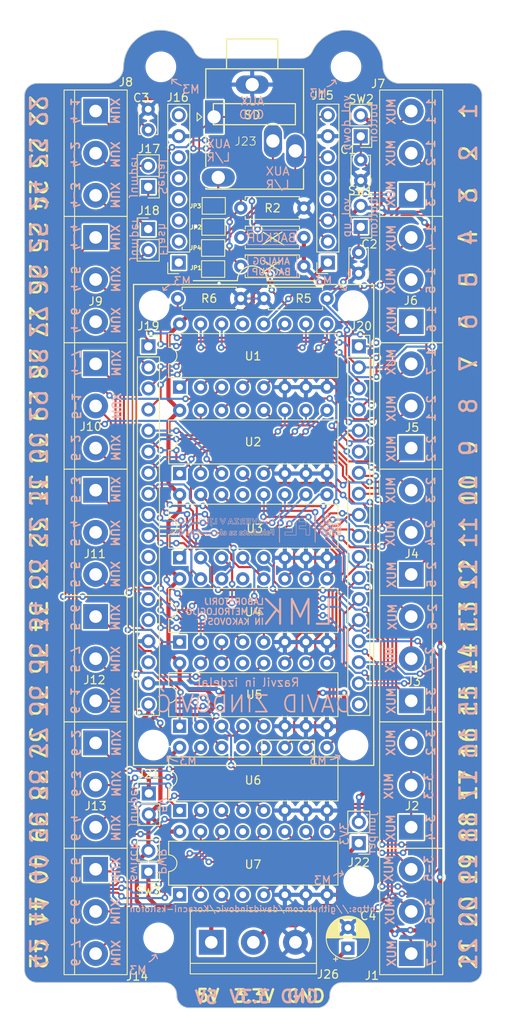
<source format=kicad_pcb>
(kicad_pcb (version 20241229) (generator "pcbnew") (generator_version "9.0")
  (layers (0 "F.Cu" signal) (2 "B.Cu" signal) (13 "F.Paste" user) (15 "B.Paste" user) (5 "F.SilkS" user "F.Silkscreen") (7 "B.SilkS" user "B.Silkscreen") (1 "F.Mask" user) (3 "B.Mask" user) (25 "Edge.Cuts" user))
  (net 0 "")
  (net 1 "/MUX_1_IN_1")
  (net 2 "/MUX_1_IN_2")
  (net 3 "/MUX_1_IN_3")
  (net 4 "/MUX_1_IN_4")
  (net 5 "/MUX_1_IN_5")
  (net 6 "/MUX_1_IN_6")
  (net 7 "/MUX_1_IN_7")
  (net 8 "/MUX_2_IN_1")
  (net 9 "/MUX_2_IN_2")
  (net 10 "/MUX_2_IN_3")
  (net 11 "/MUX_2_IN_4")
  (net 12 "/MUX_2_IN_5")
  (net 13 "/MUX_2_IN_6")
  (net 14 "/MUX_2_IN_7")
  (net 15 "/MUX_3_IN_1")
  (net 16 "/MUX_3_IN_2")
  (net 17 "/MUX_3_IN_3")
  (net 18 "/MUX_3_IN_4")
  (net 19 "/MUX_3_IN_5")
  (net 20 "/MUX_3_IN_6")
  (net 21 "/MUX_3_IN_7")
  (net 22 "/MUX_4_IN_1")
  (net 23 "/MUX_4_IN_2")
  (net 24 "/MUX_4_IN_3")
  (net 25 "/MUX_4_IN_4")
  (net 26 "/MUX_4_IN_5")
  (net 27 "/MUX_4_IN_6")
  (net 28 "/MUX_4_IN_7")
  (net 29 "/MUX_5_IN_1")
  (net 30 "/MUX_5_IN_2")
  (net 31 "/MUX_5_IN_3")
  (net 32 "/MUX_5_IN_4")
  (net 33 "/MUX_5_IN_5")
  (net 34 "/MUX_5_IN_6")
  (net 35 "/MUX_5_IN_7")
  (net 36 "/MUX_6_IN_1")
  (net 37 "/MUX_6_IN_2")
  (net 38 "/MUX_6_IN_3")
  (net 39 "/MUX_6_IN_4")
  (net 40 "/MUX_6_IN_5")
  (net 41 "/MUX_6_IN_6")
  (net 42 "/MUX_6_IN_7")
  (net 43 "VCC")
  (net 44 "/MP3_RX")
  (net 45 "/MP3_TX")
  (net 48 "/SPK-")
  (net 49 "GND")
  (net 50 "/SPK+")
  (net 58 "/MUX_1_S0")
  (net 59 "Net-(J17-Pin_2)")
  (net 60 "Net-(J18-Pin_2)")
  (net 61 "/MUX_1_S1")
  (net 62 "/MUX_1_S2")
  (net 63 "/MUX_2_S0")
  (net 64 "/MUX_2_S1")
  (net 65 "/MUX_2_S2")
  (net 66 "/MUX_3_S0")
  (net 67 "/MUX_3_S1")
  (net 68 "/MUX_3_S2")
  (net 74 "+3.3V")
  (net 75 "Net-(J19-Pin_17)")
  (net 76 "/MASTER_MUX_OUT")
  (net 77 "/MUX_4_S0")
  (net 79 "/MUX_4_S1")
  (net 80 "/MUX_4_S2")
  (net 81 "/MUX_5_S0")
  (net 82 "/MUX_5_S1")
  (net 83 "/MUX_5_S2")
  (net 84 "/MUX_6_S0")
  (net 85 "/MUX_6_S1")
  (net 86 "/MUX_6_S2")
  (net 87 "/MUX_MASTER_S0")
  (net 88 "/MUX_MASTER_S1")
  (net 89 "/MUX_MASTER_S2")
  (net 91 "Net-(JP2-A)")
  (net 92 "Net-(JP1-A)")
  (net 93 "/SLAVE_MUX_1_OUT")
  (net 95 "/SLAVE_MUX_2_OUT")
  (net 97 "/SLAVE_MUX_3_OUT")
  (net 99 "/SLAVE_MUX_4_OUT")
  (net 101 "/SLAVE_MUX_5_OUT")
  (net 103 "/SLAVE_MUX_6_OUT")
  (net 107 "Net-(J19-Pin_18)")
  (net 108 "/vol_up")
  (net 109 "/vol_down")
  (net 110 "Net-(J26-Pin_1)")
  (footprint "Connector_PinHeader_2.54mm:PinHeader_1x02_P2.54mm_Vertical" (layer "F.Cu") (at 252.984 48.26 180)
    (property "Reference" "SW1")
    (property "Value" "Volume up")
  )
  (footprint "Resistor_THT:R_Axial_DIN0207_L6.3mm_D2.5mm_P7.62mm_Horizontal" (layer "F.Cu") (at 241.3 56.896)
    (property "Reference" "R5")
    (property "Value" "10k")
  )
  (footprint "TerminalBlock:TerminalBlock_bornier-3_P5.08mm" (layer "F.Cu") (at 220.98 49.53 -90)
    (property "Reference" "J9")
    (property "Value" "Screw_Terminal_01x03")
  )
  (footprint "Connector_PinSocket_2.54mm:PinSocket_1x18_P2.54mm_Vertical" (layer "F.Cu") (at 252.755 62.663)
    (property "Reference" "J20")
    (property "Value" "Conn_01x18_Socket")
  )
  (footprint "Connector_PinSocket_2.54mm:PinSocket_1x18_P2.54mm_Vertical" (layer "F.Cu") (at 227.355 62.663)
    (property "Reference" "J19")
    (property "Value" "Conn_01x18_Socket")
  )
  (footprint "Jumper:SolderJumper-2_P1.3mm_Open_TrianglePad1.0x1.5mm" (layer "F.Cu") (at 235.167 50.8)
    (property "Reference" "JP4")
    (property "Value" "SolderJumper_2_Open")
  )
  (footprint "Resistor_THT:R_Axial_DIN0207_L6.3mm_D2.5mm_P7.62mm_Horizontal" (layer "F.Cu") (at 238.506 56.896 180)
    (property "Reference" "R6")
    (property "Value" "10k")
  )
  (footprint "MountingHole:MountingHole_3.2mm_M3" (layer "F.Cu") (at 252.736 127.196)
    (property "Reference" "H6" (hide yes))
    (property "Value" "Mount")
  )
  (footprint "Connector_PinSocket_2.54mm:PinSocket_1x08_P2.54mm_Vertical" (layer "F.Cu") (at 231.016 52.563 180)
    (property "Reference" "J16")
    (property "Value" "Conn_01x08_Socket")
  )
  (footprint "Package_DIP:DIP-16_W7.62mm" (layer "F.Cu") (at 231.125 98.32 90)
    (property "Reference" "U4")
    (property "Value" "4051")
  )
  (footprint "Package_DIP:DIP-16_W7.62mm" (layer "F.Cu") (at 231.125 118.64 90)
    (property "Reference" "U6")
    (property "Value" "4051")
  )
  (footprint "TerminalBlock:TerminalBlock_bornier-3_P5.08mm" (layer "F.Cu") (at 259.08 90.169999 90)
    (property "Reference" "J4")
    (property "Value" "Screw_Terminal_01x03")
  )
  (footprint "TerminalBlock:TerminalBlock_bornier-3_P5.08mm" (layer "F.Cu") (at 234.941003 134.527453)
    (property "Reference" "J26")
    (property "Value" "Power input")
  )
  (footprint "Package_DIP:DIP-16_W7.62mm" (layer "F.Cu") (at 231.125 88.16 90)
    (property "Reference" "U3")
    (property "Value" "4051")
  )
  (footprint "Jumper:SolderJumper-2_P1.3mm_Open_TrianglePad1.0x1.5mm" (layer "F.Cu") (at 235.241001 45.72 180)
    (property "Reference" "JP3")
    (property "Value" "SolderJumper_2_Open")
  )
  (footprint "Package_DIP:DIP-16_W7.62mm" (layer "F.Cu") (at 231.125 108.48 90)
    (property "Reference" "U5")
    (property "Value" "4051")
  )
  (footprint "TerminalBlock:TerminalBlock_bornier-3_P5.08mm" (layer "F.Cu") (at 259.08 120.65 90)
    (property "Reference" "J2")
    (property "Value" "Screw_Terminal_01x03")
  )
  (footprint "Capacitor_THT:C_Disc_D3.4mm_W2.1mm_P2.50mm" (layer "F.Cu") (at 252.984 42.672 90)
    (property "Reference" "C1")
    (property "Value" "0.1uF")
  )
  (footprint "MountingHole:MountingHole_3.2mm_M3" (layer "F.Cu") (at 228.586 133.996)
    (property "Reference" "H8" (hide yes))
    (property "Value" "Mount")
  )
  (footprint "TerminalBlock:TerminalBlock_bornier-3_P5.08mm" (layer "F.Cu") (at 259.08 105.41 90)
    (property "Reference" "J3")
    (property "Value" "Screw_Terminal_01x03")
  )
  (footprint "Moji_footprinti:M3 luknja" (layer "F.Cu") (at 252.055 57.753)
    (property "Reference" "H4" (hide yes))
    (property "Value" "ESP32 M3")
  )
  (footprint "Capacitor_THT:CP_Radial_D5.0mm_P2.50mm" (layer "F.Cu") (at 251.436 135.246 90)
    (property "Reference" "C4")
    (property "Value" "C_Polarized")
  )
  (footprint "Package_DIP:DIP-16_W7.62mm" (layer "F.Cu") (at 231.125 128.8 90)
    (property "Reference" "U7")
    (property "Value" "4051")
  )
  (footprint "Package_DIP:DIP-16_W7.62mm" (layer "F.Cu") (at 231.125 78 90)
    (property "Reference" "U2")
    (property "Value" "4051")
  )
  (footprint "Capacitor_THT:C_Disc_D3.4mm_W2.1mm_P2.50mm" (layer "F.Cu") (at 252.73 53.848 90)
    (property "Reference" "C2")
    (property "Value" "0.1uF")
  )
  (footprint "TerminalBlock:TerminalBlock_bornier-3_P5.08mm" (layer "F.Cu") (at 220.98 110.490001 -90)
    (property "Reference" "J13")
    (property "Value" "Screw_Terminal_01x03")
  )
  (footprint "Connector_PinHeader_2.54mm:PinHeader_1x02_P2.54mm_Vertical" (layer "F.Cu") (at 227.4 116.575)
    (property "Reference" "J21")
    (property "Value" "5V jumper")
  )
  (footprint "Resistor_THT:R_Axial_DIN0207_L6.3mm_D2.5mm_P7.62mm_Horizontal" (layer "F.Cu") (at 246.126 49.536 180)
    (property "Reference" "R1" (hide yes))
    (property "Value" "backup")
  )
  (footprint "Moji_footprinti:M3 luknja" (layer "F.Cu") (at 227.961 110.746)
    (property "Reference" "H2" (hide yes))
    (property "Value" "ESP32 M3")
  )
  (footprint "Connector_PinHeader_2.54mm:PinHeader_1x02_P2.54mm_Vertical" (layer "F.Cu") (at 252.75 122.575 180)
    (property "Reference" "J22")
    (property "Value" "3V3 jumper")
  )
  (footprint "TerminalBlock:TerminalBlock_bornier-3_P5.08mm" (layer "F.Cu") (at 259.08 44.449999 90)
    (property "Reference" "J7")
    (property "Value" "Screw_Terminal_01x03")
  )
  (footprint "TerminalBlock:TerminalBlock_bornier-3_P5.08mm" (layer "F.Cu") (at 220.98 125.73 -90)
    (property "Reference" "J14")
    (property "Value" "Screw_Terminal_01x03")
  )
  (footprint "TerminalBlock:TerminalBlock_bornier-3_P5.08mm" (layer "F.Cu") (at 220.98 34.29 -90)
    (property "Reference" "J8")
    (property "Value" "Screw_Terminal_01x03")
  )
  (footprint "Connector_PinSocket_2.54mm:PinSocket_1x08_P2.54mm_Vertical" (layer "F.Cu") (at 249.016 52.563 180)
    (property "Reference" "J15")
    (property "Value" "Conn_01x08_Socket")
  )
  (footprint "Connector_PinHeader_2.54mm:PinHeader_1x02_P2.54mm_Vertical" (layer "F.Cu") (at 227.33 43.434 180)
    (property "Reference" "J17")
    (property "Value" "Serial Jumper")
  )
  (footprint "Moji_footprinti:M3 luknja" (layer "F.Cu") (at 228.055 57.753)
    (property "Reference" "H3" (hide yes))
    (property "Value" "ESP32 M3")
  )
  (footprint "TerminalBlock:TerminalBlock_bornier-3_P5.08mm" (layer "F.Cu") (at 259.08 135.890001 90)
    (property "Reference" "J1")
    (property "Value" "Screw_Terminal_01x03")
  )
  (footprint "Jumper:SolderJumper-2_P1.3mm_Open_TrianglePad1.0x1.5mm" (layer "F.Cu") (at 235.166999 53.34)
    (property "Reference" "JP1")
    (property "Value" "SolderJumper_2_Open")
  )
  (footprint "TerminalBlock:TerminalBlock_bornier-3_P5.08mm" (layer "F.Cu") (at 220.98 64.770001 -90)
    (property "Reference" "J10")
    (property "Value" "Screw_Terminal_01x03")
  )
  (footprint "Connector_PinHeader_2.54mm:PinHeader_1x02_P2.54mm_Vertical" (layer "F.Cu") (at 227.33 48.514)
    (property "Reference" "J18")
    (property "Value" "Flash Jumper")
  )
  (footprint "Jumper:SolderJumper-2_P1.3mm_Open_TrianglePad1.0x1.5mm" (layer "F.Cu") (at 235.204 48.26 180)
    (property "Reference" "JP2")
    (property "Value" "SolderJumper_2_Open")
  )
  (footprint "Resistor_THT:R_Axial_DIN0207_L6.3mm_D2.5mm_P7.62mm_Horizontal" (layer "F.Cu") (at 246.12 53 180)
    (property "Reference" "R3" (hide yes))
    (property "Value" "backup za analog")
  )
  (footprint "MountingHole:MountingHole_3.2mm_M3" (layer "F.Cu") (at 251.206 28.956)
    (property "Reference" "H5" (hide yes))
    (property "Value" "Mount")
  )
  (footprint "Resistor_THT:R_Axial_DIN0207_L6.3mm_D2.5mm_P7.62mm_Horizontal" (layer "F.Cu") (at 246.126 45.98 180)
    (property "Reference" "R2")
    (property "Value" "10k")
  )
  (footprint "Package_DIP:DIP-16_W7.62mm" (layer "F.Cu") (at 231.125 67.586 90)
    (property "Reference" "U1")
    (property "Value" "4051")
  )
  (footprint "Connector_PinHeader_2.54mm:PinHeader_1x02_P2.54mm_Vertical" (layer "F.Cu") (at 252.984 37.338 180)
    (property "Reference" "SW2")
    (property "Value" "Volume down")
  )
  (footprint "TerminalBlock:TerminalBlock_bornier-3_P5.08mm" (layer "F.Cu") (at 259.08 59.69 90)
    (property "Reference" "J6")
    (property "Value" "Screw_Terminal_01x03")
  )
  (footprint "TerminalBlock:TerminalBlock_bornier-3_P5.08mm" (layer "F.Cu") (at 220.98 80.01 -90)
    (property "Reference" "J11")
    (property "Value" "Screw_Terminal_01x03")
  )
  (footprint "Capacitor_THT:C_Disc_D3.4mm_W2.1mm_P2.50mm" (layer "F.Cu") (at 227.33 34.056001 -90)
    (property "Reference" "C3")
    (property "Value" "0.1uF")
  )
  (footprint "TerminalBlock:TerminalBlock_bornier-3_P5.08mm" (layer "F.Cu") (at 259.08 74.93 90)
    (property "Reference" "J5")
    (property "Value" "Screw_Terminal_01x03")
  )
  (footprint "Connector_PinHeader_2.54mm:PinHeader_1x02_P2.54mm_Vertical" (layer "F.Cu") (at 227.35 126.025 180)
    (property "Reference" "SW3")
    (property "Value" "SW_DIP_x01")
  )
  (footprint "Moji_footprinti:M3 luknja" (layer "F.Cu") (at 252.055 110.753)
    (property "Reference" "H1" (hide yes))
    (property "Value" "ESP32 M3")
  )
  (footprint "Custom LED:Audio jack connector" (layer "F.Cu") (at 240.902753 35.156114 -90)
    (property "Reference" "J23")
    (property "Value" "AudioJack2_Ground_Switch")
  )
  (footprint "MountingHole:MountingHole_3.2mm_M3" (layer "F.Cu") (at 228.854 28.956)
    (property "Reference" "H7" (hide yes))
    (property "Value" "Mount")
  )
  (footprint "TerminalBlock:TerminalBlock_bornier-3_P5.08mm" (layer "F.Cu") (at 220.98 95.25 -90)
    (property "Reference" "J12")
    (property "Value" "Screw_Terminal_01x03")
  )
  (gr_rect (start 225.555 55.2) (end 254.555 113.2) (stroke (width 0.15)) (fill no) (layer "F.SilkS"))
  (gr_arc (start 238.093898 54.746) (mid 239.889949 52.949949) (end 241.686 54.746) (stroke (width 0.15)) (layer "F.SilkS"))
  (gr_line (start 241.236 48.921) (end 243.711 50.446) (stroke (width 0.15)) (layer "F.SilkS"))
  (gr_line (start 241.186 52.296) (end 243.661 53.821) (stroke (width 0.15)) (layer "F.SilkS"))
  (gr_rect (start 241.046 110.146) (end 247.396 113.194) (stroke (width 0.15)) (fill no) (layer "F.SilkS"))
  (gr_poly (pts (xy 245.097 35.935) (xy 235.191 35.935) (xy 235.191 33.395) (xy 245.097 33.395)) (stroke (width 0.15)) (fill no) (layer "F.SilkS"))
  (gr_line (start 241.036 53.796) (end 243.436 52.246) (stroke (width 0.15)) (layer "F.SilkS"))
  (gr_line (start 241.086 50.421) (end 243.486 48.871) (stroke (width 0.15)) (layer "F.SilkS"))
  (gr_line (start 238.093898 54.746) (end 232.777949 54.746001) (stroke (width 0.15)) (layer "F.SilkS"))
  (gr_line (start 241.686 54.746) (end 247.50995 54.746) (stroke (width 0.15)) (layer "F.SilkS"))
  (gr_line (start 240.854878 83.413104) (end 240.776344 83.413104) (stroke (width 0.05)) (layer "B.SilkS"))
  (gr_curve (pts (xy 248.28191 83.996496) (xy 248.192157 83.996496) (xy 248.124842 84.006112) (xy 248.124842 84.018934)) (stroke (width 0.05)) (layer "B.SilkS"))
  (gr_curve (pts (xy 234.178252 85.073528) (xy 234.260129 85.073528) (xy 234.302935 85.152277) (xy 234.302935 85.302902)) (stroke (width 0.05)) (layer "B.SilkS"))
  (gr_curve (pts (xy 231.196852 84.836324) (xy 231.239013 84.878486) (xy 231.277603 84.881227) (xy 231.314171 84.844659)) (stroke (width 0.05)) (layer "B.SilkS"))
  (gr_curve (pts (xy 232.934207 85.250286) (xy 232.934207 85.297535) (xy 232.862243 85.324354) (xy 232.755336 85.316947)) (stroke (width 0.05)) (layer "B.SilkS"))
  (gr_line (start 236.154163 83.413104) (end 236.06998 83.413104) (stroke (width 0.05)) (layer "B.SilkS"))
  (gr_curve (pts (xy 234.302935 83.981537) (xy 234.180326 83.981537) (xy 234.157993 83.934619) (xy 234.149492 83.659178)) (stroke (width 0.05)) (layer "B.SilkS"))
  (gr_curve (pts (xy 234.456534 83.659462) (xy 234.447103 83.935003) (xy 234.42491 83.981537) (xy 234.302935 83.981537)) (stroke (width 0.05)) (layer "B.SilkS"))
  (gr_line (start 240.237828 84.714517) (end 240.159295 84.714517) (stroke (width 0.05)) (layer "B.SilkS"))
  (gr_curve (pts (xy 249.426256 84.748174) (xy 249.426256 84.721996) (xy 249.396338 84.714517) (xy 249.291627 84.714517)) (stroke (width 0.05)) (layer "B.SilkS"))
  (gr_curve (pts (xy 239.149578 84.994994) (xy 239.149578 84.964141) (xy 239.13948 84.938899) (xy 239.127139 84.938899)) (stroke (width 0.05)) (layer "B.SilkS"))
  (gr_curve (pts (xy 249.762828 84.522147) (xy 249.762828 84.436538) (xy 249.75632 84.420765) (xy 249.723562 84.426979)) (stroke (width 0.05)) (layer "B.SilkS"))
  (gr_curve (pts (xy 234.370249 84.938899) (xy 234.324013 84.938899) (xy 234.302935 84.949939) (xy 234.302935 84.974159)) (stroke (width 0.05)) (layer "B.SilkS"))
  (gr_curve (pts (xy 250.166715 85.275471) (xy 250.201619 85.275471) (xy 250.211592 85.260512) (xy 250.211592 85.208157)) (stroke (width 0.05)) (layer "B.SilkS"))
  (gr_curve (pts (xy 232.763423 85.230595) (xy 232.857354 85.230595) (xy 232.934207 85.239456) (xy 232.934207 85.250286)) (stroke (width 0.05)) (layer "B.SilkS"))
  (gr_line (start 242.358235 85.432538) (end 242.436768 85.432538) (stroke (width 0.05)) (layer "B.SilkS"))
  (gr_curve (pts (xy 249.022369 82.763101) (xy 249.022369 82.962424) (xy 249.015815 83.01314) (xy 248.988712 83.02354)) (stroke (width 0.05)) (layer "B.SilkS"))
  (gr_curve (pts (xy 240.279823 83.626253) (xy 240.232044 83.743485) (xy 240.187083 83.839408) (xy 240.179911 83.839415)) (stroke (width 0.05)) (layer "B.SilkS"))
  (gr_curve (pts (xy 248.528729 84.579888) (xy 248.528729 85.148322) (xy 248.536592 85.454977) (xy 248.551168 85.454977)) (stroke (width 0.05)) (layer "B.SilkS"))
  (gr_curve (pts (xy 238.620712 85.152095) (xy 238.590722 85.145906) (xy 238.540225 85.135421) (xy 238.508496 85.128796)) (stroke (width 0.05)) (layer "B.SilkS"))
  (gr_line (start 241.572899 85.240999) (end 241.572899 85.434358) (stroke (width 0.05)) (layer "B.SilkS"))
  (gr_curve (pts (xy 232.021654 83.878695) (xy 231.965437 83.7522) (xy 231.895583 83.594999) (xy 231.866422 83.52936)) (stroke (width 0.05)) (layer "B.SilkS"))
  (gr_curve (pts (xy 234.768526 84.818412) (xy 234.678214 84.794209) (xy 234.661945 84.802326) (xy 234.661945 84.871584)) (stroke (width 0.05)) (layer "B.SilkS"))
  (gr_curve (pts (xy 248.124842 85.208157) (xy 248.124842 85.260512) (xy 248.134815 85.275471) (xy 248.169719 85.275471)) (stroke (width 0.05)) (layer "B.SilkS"))
  (gr_curve (pts (xy 250.099401 84.714517) (xy 249.735404 84.714517) (xy 249.673076 84.719438) (xy 249.673076 84.748174)) (stroke (width 0.05)) (layer "B.SilkS"))
  (gr_line (start 239.194454 83.974058) (end 239.194454 84.041372) (stroke (width 0.05)) (layer "B.SilkS"))
  (gr_curve (pts (xy 249.089683 82.776864) (xy 249.089683 82.559568) (xy 249.084017 82.515577) (xy 249.056026 82.515577)) (stroke (width 0.05)) (layer "B.SilkS"))
  (gr_curve (pts (xy 248.820426 84.243316) (xy 248.820426 84.168522) (xy 248.812946 84.153563) (xy 248.775549 84.153563)) (stroke (width 0.05)) (layer "B.SilkS"))
  (gr_line (start 231.924489 85.185719) (end 231.924489 84.938899) (stroke (width 0.05)) (layer "B.SilkS"))
  (gr_line (start 249.946404 83.485543) (end 250.376799 83.491637) (stroke (width 0.05)) (layer "B.SilkS"))
  (gr_curve (pts (xy 249.516009 83.446276) (xy 249.516009 83.474183) (xy 249.584331 83.480416) (xy 249.946404 83.485543)) (stroke (width 0.05)) (layer "B.SilkS"))
  (gr_curve (pts (xy 238.150855 83.827061) (xy 237.947786 83.535799) (xy 237.948837 83.547732) (xy 238.12624 83.547732)) (stroke (width 0.05)) (layer "B.SilkS"))
  (gr_line (start 243.839153 85.432538) (end 244.512298 85.432538) (stroke (width 0.05)) (layer "B.SilkS"))
  (gr_line (start 239.351521 83.974058) (end 239.194454 83.974058) (stroke (width 0.05)) (layer "B.SilkS"))
  (gr_curve (pts (xy 249.330894 84.426979) (xy 249.298135 84.420765) (xy 249.291627 84.436538) (xy 249.291627 84.522147)) (stroke (width 0.05)) (layer "B.SilkS"))
  (gr_curve (pts (xy 240.851638 85.397903) (xy 240.892616 85.345809) (xy 240.899754 85.307222) (xy 240.899754 85.137816)) (stroke (width 0.05)) (layer "B.SilkS"))
  (gr_curve (pts (xy 248.349224 83.413103) (xy 248.164733 83.413103) (xy 248.124842 83.419087) (xy 248.124842 83.446761)) (stroke (width 0.05)) (layer "B.SilkS"))
  (gr_line (start 236.154083 84.714517) (end 236.07555 84.714517) (stroke (width 0.05)) (layer "B.SilkS"))
  (gr_curve (pts (xy 235.071442 83.551988) (xy 235.148012 83.54565) (xy 235.155585 83.539087) (xy 235.155585 83.479064)) (stroke (width 0.05)) (layer "B.SilkS"))
  (gr_line (start 243.88403 84.602326) (end 244.310355 84.602326) (stroke (width 0.05)) (layer "B.SilkS"))
  (gr_curve (pts (xy 231.756203 83.861867) (xy 231.71301 83.861867) (xy 231.678418 83.854294) (xy 231.679334 83.845038)) (stroke (width 0.05)) (layer "B.SilkS"))
  (gr_curve (pts (xy 249.426256 84.020927) (xy 249.426256 84.007255) (xy 249.384259 83.996181) (xy 249.330894 83.995782)) (stroke (width 0.05)) (layer "B.SilkS"))
  (gr_line (start 241.056719 84.938899) (end 240.957536 84.938899) (stroke (width 0.05)) (layer "B.SilkS"))
  (gr_curve (pts (xy 235.492157 85.177848) (xy 235.492157 85.22853) (xy 235.498746 85.230595) (xy 235.660443 85.230595)) (stroke (width 0.05)) (layer "B.SilkS"))
  (gr_line (start 232.620072 84.108687) (end 232.844454 84.108687) (stroke (width 0.05)) (layer "B.SilkS"))
  (gr_curve (pts (xy 231.210529 83.413104) (xy 231.18808 83.413104) (xy 231.08206 83.502678) (xy 230.974928 83.612158)) (stroke (width 0.05)) (layer "B.SilkS"))
  (gr_curve (pts (xy 237.825726 84.938899) (xy 237.583004 84.938899) (xy 237.580814 84.943673) (xy 237.725075 85.158375)) (stroke (width 0.05)) (layer "B.SilkS"))
  (gr_line (start 232.620072 83.479128) (end 232.620072 83.413104) (stroke (width 0.05)) (layer "B.SilkS"))
  (gr_line (start 240.697811 83.413104) (end 240.697811 83.760895) (stroke (width 0.05)) (layer "B.SilkS"))
  (gr_curve (pts (xy 249.98721 84.522147) (xy 249.98721 84.436538) (xy 249.980702 84.420765) (xy 249.947943 84.426979)) (stroke (width 0.05)) (layer "B.SilkS"))
  (gr_line (start 241.460708 85.432538) (end 241.460708 85.073528) (stroke (width 0.05)) (layer "B.SilkS"))
  (gr_curve (pts (xy 241.129745 84.106154) (xy 241.162709 84.104502) (xy 241.23864 84.039183) (xy 241.348517 83.917962)) (stroke (width 0.05)) (layer "B.SilkS"))
  (gr_curve (pts (xy 240.679071 85.320348) (xy 240.606646 85.320348) (xy 240.58562 85.271378) (xy 240.58562 85.102697)) (stroke (width 0.05)) (layer "B.SilkS"))
  (gr_line (start 244.73668 83.81699) (end 244.73668 84.018934) (stroke (width 0.05)) (layer "B.SilkS"))
  (gr_curve (pts (xy 238.723252 85.031953) (xy 238.723252 84.971393) (xy 238.712745 84.95999) (xy 238.635664 84.936896)) (stroke (width 0.05)) (layer "B.SilkS"))
  (gr_line (start 244.287917 85.05109) (end 243.839153 85.05109) (stroke (width 0.05)) (layer "B.SilkS"))
  (gr_curve (pts (xy 230.152581 85.124014) (xy 230.195127 85.047622) (xy 230.303231 85.027113) (xy 230.347102 85.08711)) (stroke (width 0.05)) (layer "B.SilkS"))
  (gr_line (start 241.988005 83.413104) (end 241.909471 83.413104) (stroke (width 0.05)) (layer "B.SilkS"))
  (gr_curve (pts (xy 238.01645 84.108687) (xy 238.259103 84.108687) (xy 238.296927 84.103824) (xy 238.296927 84.072629)) (stroke (width 0.05)) (layer "B.SilkS"))
  (gr_arc (start 230.871317 112.711573) (mid 230.208132 112.495147) (end 229.636 112.096) (stroke (width 0.15)) (layer "B.SilkS"))
  (gr_curve (pts (xy 249.381379 84.243316) (xy 249.381379 84.168522) (xy 249.3739 84.153563) (xy 249.336503 84.153563)) (stroke (width 0.05)) (layer "B.SilkS"))
  (gr_curve (pts (xy 249.054286 84.422821) (xy 248.984411 84.422821) (xy 248.958909 84.464465) (xy 248.95088 84.591677)) (stroke (width 0.05)) (layer "B.SilkS"))
  (gr_line (start 233.394189 83.906743) (end 233.447161 83.861867) (stroke (width 0.05)) (layer "B.SilkS"))
  (gr_line (start 231.093599 83.912353) (end 231.094279 84.108687) (stroke (width 0.05)) (layer "B.SilkS"))
  (gr_curve (pts (xy 231.716936 85.064782) (xy 231.747666 85.084097) (xy 231.757628 85.126758) (xy 231.762756 85.261001)) (stroke (width 0.05)) (layer "B.SilkS"))
  (gr_curve (pts (xy 248.988712 83.02354) (xy 248.955296 83.036363) (xy 248.93965 83.146012) (xy 248.971883 83.141479)) (stroke (width 0.05)) (layer "B.SilkS"))
  (gr_curve (pts (xy 248.775549 84.153563) (xy 248.738152 84.153563) (xy 248.730673 84.168522) (xy 248.730673 84.243316)) (stroke (width 0.05)) (layer "B.SilkS"))
  (gr_line (start 229.636 112.696) (end 229.636 112.096) (stroke (width 0.15)) (layer "B.SilkS"))
  (gr_line (start 235.604348 83.760895) (end 235.604348 83.413104) (stroke (width 0.05)) (layer "B.SilkS"))
  (gr_line (start 231.094279 84.108687) (end 231.172813 84.108687) (stroke (width 0.05)) (layer "B.SilkS"))
  (gr_line (start 242.436768 83.413104) (end 242.358235 83.413104) (stroke (width 0.05)) (layer "B.SilkS"))
  (gr_curve (pts (xy 248.214595 85.208157) (xy 248.214595 85.155801) (xy 248.204623 85.140842) (xy 248.169719 85.140842)) (stroke (width 0.05)) (layer "B.SilkS"))
  (gr_line (start 230.908484 83.913075) (end 231.092919 83.716019) (stroke (width 0.05)) (layer "B.SilkS"))
  (gr_line (start 248.822747 83.300913) (end 249.05423 83.300913) (stroke (width 0.05)) (layer "B.SilkS"))
  (gr_curve (pts (xy 231.679334 83.845038) (xy 231.680249 83.835782) (xy 231.69857 83.788403) (xy 231.720047 83.73975)) (stroke (width 0.05)) (layer "B.SilkS"))
  (gr_curve (pts (xy 249.583323 84.578018) (xy 249.583323 83.816783) (xy 249.579007 83.7048) (xy 249.549666 83.7048)) (stroke (width 0.05)) (layer "B.SilkS"))
  (gr_curve (pts (xy 238.908052 85.450703) (xy 238.973365 85.456114) (xy 239.004337 85.44519) (xy 239.04829 85.401237)) (stroke (width 0.05)) (layer "B.SilkS"))
  (gr_curve (pts (xy 248.326786 84.243316) (xy 248.326786 84.324093) (xy 248.332395 84.333068) (xy 248.382881 84.333068)) (stroke (width 0.05)) (layer "B.SilkS"))
  (gr_curve (pts (xy 230.651618 85.432538) (xy 230.743375 85.432538) (xy 230.755335 85.425263) (xy 230.826825 85.325957)) (stroke (width 0.05)) (layer "B.SilkS"))
  (gr_curve (pts (xy 250.121839 84.961337) (xy 250.121839 85.036131) (xy 250.129318 85.05109) (xy 250.166715 85.05109)) (stroke (width 0.05)) (layer "B.SilkS"))
  (gr_curve (pts (xy 249.056026 82.515577) (xy 249.028143 82.515577) (xy 249.022369 82.558038) (xy 249.022369 82.763101)) (stroke (width 0.05)) (layer "B.SilkS"))
  (gr_line (start 242.358235 84.961337) (end 242.358235 85.05109) (stroke (width 0.05)) (layer "B.SilkS"))
  (gr_curve (pts (xy 233.779452 85.059346) (xy 233.899037 85.029332) (xy 233.982386 85.157333) (xy 233.912605 85.263832)) (stroke (width 0.05)) (layer "B.SilkS"))
  (gr_curve (pts (xy 237.725075 85.315967) (xy 237.634458 85.322086) (xy 237.623782 85.328589) (xy 237.623782 85.377672)) (stroke (width 0.05)) (layer "B.SilkS"))
  (gr_line (start 234.904 84.950118) (end 234.998783 85.057541) (stroke (width 0.05)) (layer "B.SilkS"))
  (gr_curve (pts (xy 231.408946 84.091858) (xy 231.408651 84.101114) (xy 231.448608 84.108687) (xy 231.497737 84.108687)) (stroke (width 0.05)) (layer "B.SilkS"))
  (gr_curve (pts (xy 234.57076 83.999171) (xy 234.583889 83.974641) (xy 234.594631 83.83274) (xy 234.594631 83.683837)) (stroke (width 0.05)) (layer "B.SilkS"))
  (gr_curve (pts (xy 248.712077 84.871584) (xy 248.673924 84.871584) (xy 248.679812 84.931801) (xy 248.719454 84.947013)) (stroke (width 0.05)) (layer "B.SilkS"))
  (gr_line (start 245.544454 83.615047) (end 245.544454 83.81699) (stroke (width 0.05)) (layer "B.SilkS"))
  (gr_curve (pts (xy 233.461503 85.05109) (xy 233.482446 85.05109) (xy 233.495161 85.029898) (xy 233.495161 84.994994)) (stroke (width 0.05)) (layer "B.SilkS"))
  (gr_line (start 241.170598 85.155213) (end 241.129046 85.209732) (stroke (width 0.05)) (layer "B.SilkS"))
  (gr_line (start 235.379966 84.108687) (end 235.604348 84.108687) (stroke (width 0.05)) (layer "B.SilkS"))
  (gr_curve (pts (xy 248.164109 84.426979) (xy 248.131351 84.420765) (xy 248.124842 84.436538) (xy 248.124842 84.522147)) (stroke (width 0.05)) (layer "B.SilkS"))
  (gr_line (start 231.76931 85.432538) (end 231.8469 85.432538) (stroke (width 0.05)) (layer "B.SilkS"))
  (gr_line (start 230.780143 83.413104) (end 230.70161 83.413104) (stroke (width 0.05)) (layer "B.SilkS"))
  (gr_curve (pts (xy 237.383592 85.140499) (xy 237.30607 85.140074) (xy 237.253903 85.109266) (xy 237.27444 85.076036)) (stroke (width 0.05)) (layer "B.SilkS"))
  (gr_curve (pts (xy 249.673076 84.018934) (xy 249.673076 84.033167) (xy 249.842162 84.041372) (xy 250.135458 84.041372)) (stroke (width 0.05)) (layer "B.SilkS"))
  (gr_arc (start 249.737464 126.511931) (mid 250.281116 126.232301) (end 250.886 126.321) (stroke (width 0.15)) (layer "B.SilkS"))
  (gr_curve (pts (xy 249.336503 84.333068) (xy 249.3739 84.333068) (xy 249.381379 84.318109) (xy 249.381379 84.243316)) (stroke (width 0.05)) (layer "B.SilkS"))
  (gr_curve (pts (xy 234.531592 85.383672) (xy 234.5375 85.4348) (xy 234.550501 85.444761) (xy 234.618805 85.450491)) (stroke (width 0.05)) (layer "B.SilkS"))
  (gr_curve (pts (xy 248.685797 83.82821) (xy 248.685797 83.85364) (xy 248.713221 83.861867) (xy 248.797987 83.861867)) (stroke (width 0.05)) (layer "B.SilkS"))
  (gr_curve (pts (xy 232.292952 84.293801) (xy 232.304881 84.320136) (xy 232.336148 84.333068) (xy 232.387889 84.333068)) (stroke (width 0.05)) (layer "B.SilkS"))
  (gr_line (start 243.839153 83.413104) (end 243.839153 83.615047) (stroke (width 0.05)) (layer "B.SilkS"))
  (gr_line (start 232.990302 83.413104) (end 232.911768 83.413104) (stroke (width 0.05)) (layer "B.SilkS"))
  (gr_curve (pts (xy 249.291627 84.243316) (xy 249.291627 84.318109) (xy 249.299106 84.333068) (xy 249.336503 84.333068)) (stroke (width 0.05)) (layer "B.SilkS"))
  (gr_curve (pts (xy 238.841053 83.414371) (xy 238.632953 83.416111) (xy 238.542436 83.450824) (xy 238.48979 83.54908)) (stroke (width 0.05)) (layer "B.SilkS"))
  (gr_line (start 243.88403 84.411602) (end 243.88403 84.602326) (stroke (width 0.05)) (layer "B.SilkS"))
  (gr_curve (pts (xy 249.673076 85.4101) (xy 249.673076 85.424329) (xy 249.841362 85.432538) (xy 250.133058 85.432538)) (stroke (width 0.05)) (layer "B.SilkS"))
  (gr_curve (pts (xy 242.223285 83.981537) (xy 242.095987 83.981537) (xy 242.066539 83.91854) (xy 242.066539 83.646219)) (stroke (width 0.05)) (layer "B.SilkS"))
  (gr_line (start 231.071839 84.714517) (end 230.993306 84.714517) (stroke (width 0.05)) (layer "B.SilkS"))
  (gr_curve (pts (xy 250.166715 84.333068) (xy 250.204112 84.333068) (xy 250.211592 84.318109) (xy 250.211592 84.243316)) (stroke (width 0.05)) (layer "B.SilkS"))
  (gr_curve (pts (xy 234.657455 85.180109) (xy 234.651048 85.302954) (xy 234.647709 85.309475) (xy 234.587687 85.316357)) (stroke (width 0.05)) (layer "B.SilkS"))
  (gr_line (start 240.957536 84.938899) (end 241.064067 85.047056) (stroke (width 0.05)) (layer "B.SilkS"))
  (gr_curve (pts (xy 235.637971 85.315668) (xy 235.516205 85.30557) (xy 235.514595 85.306231) (xy 235.514595 85.366371)) (stroke (width 0.05)) (layer "B.SilkS"))
  (gr_curve (pts (xy 236.127714 83.774015) (xy 236.260939 84.077655) (xy 236.273652 84.097842) (xy 236.335267 84.103581)) (stroke (width 0.05)) (layer "B.SilkS"))
  (gr_line (start 238.274489 83.480418) (end 238.274489 83.413104) (stroke (width 0.05)) (layer "B.SilkS"))
  (gr_curve (pts (xy 238.947634 84.871584) (xy 238.947634 84.931419) (xy 238.940155 84.938899) (xy 238.88032 84.938899)) (stroke (width 0.05)) (layer "B.SilkS"))
  (gr_curve (pts (xy 241.428999 83.603828) (xy 241.333509 83.708726) (xy 241.246045 83.794552) (xy 241.234635 83.794552)) (stroke (width 0.05)) (layer "B.SilkS"))
  (gr_curve (pts (xy 242.386 84.096) (xy 242.491042 84.039005) (xy 242.515302 83.959503) (xy 242.515302 83.672257)) (stroke (width 0.05)) (layer "B.SilkS"))
  (gr_curve (pts (xy 229.994691 85.275034) (xy 230.039253 85.440532) (xy 230.253476 85.509147) (xy 230.416082 85.410006)) (stroke (width 0.05)) (layer "B.SilkS"))
  (gr_curve (pts (xy 234.302935 85.302902) (xy 234.302935 85.431984) (xy 234.303222 85.432538) (xy 234.370249 85.432538)) (stroke (width 0.05)) (layer "B.SilkS"))
  (gr_curve (pts (xy 233.214684 85.05109) (xy 233.268286 85.05109) (xy 233.270779 85.057073) (xy 233.270779 85.185719)) (stroke (width 0.05)) (layer "B.SilkS"))
  (gr_line (start 229.19545 55.920066) (end 229.086 55.546) (stroke (width 0.15)) (layer "B.SilkS"))
  (gr_curve (pts (xy 250.121839 85.208157) (xy 250.121839 85.260512) (xy 250.131811 85.275471) (xy 250.166715 85.275471)) (stroke (width 0.05)) (layer "B.SilkS"))
  (gr_curve (pts (xy 233.214684 84.938899) (xy 233.169807 84.938899) (xy 233.158588 84.950118) (xy 233.158588 84.994994)) (stroke (width 0.05)) (layer "B.SilkS"))
  (gr_line (start 240.428553 85.434606) (end 240.523915 85.433849) (stroke (width 0.05)) (layer "B.SilkS"))
  (gr_curve (pts (xy 236.429901 83.626266) (xy 236.384015 83.737335) (xy 236.343102 83.837194) (xy 236.338985 83.848174)) (stroke (width 0.05)) (layer "B.SilkS"))
  (gr_curve (pts (xy 241.845281 85.140499) (xy 241.770856 85.140069) (xy 241.719448 85.108699) (xy 241.739635 85.076036)) (stroke (width 0.05)) (layer "B.SilkS"))
  (gr_curve (pts (xy 249.897457 84.243316) (xy 249.897457 84.318109) (xy 249.904937 84.333068) (xy 249.942334 84.333068)) (stroke (width 0.05)) (layer "B.SilkS"))
  (gr_curve (pts (xy 237.315258 85.224717) (xy 237.396971 85.244721) (xy 237.42657 85.276392) (xy 237.39693 85.312106)) (stroke (width 0.05)) (layer "B.SilkS"))
  (gr_curve (pts (xy 248.382881 85.05109) (xy 248.433367 85.05109) (xy 248.438977 85.042114) (xy 248.438977 84.961337)) (stroke (width 0.05)) (layer "B.SilkS"))
  (gr_curve (pts (xy 233.461503 84.938899) (xy 233.440962 84.938899) (xy 233.427846 84.917974) (xy 233.427846 84.885204)) (stroke (width 0.05)) (layer "B.SilkS"))
  (gr_line (start 239.216892 85.230594) (end 239.385968 85.230594) (stroke (width 0.05)) (layer "B.SilkS"))
  (gr_curve (pts (xy 235.856495 85.419852) (xy 236.027785 85.326911) (xy 236.024978 85.039999) (xy 235.851902 84.950497)) (stroke (width 0.05)) (layer "B.SilkS"))
  (gr_line (start 234.370249 85.432538) (end 234.437563 85.432538) (stroke (width 0.05)) (layer "B.SilkS"))
  (gr_curve (pts (xy 249.099344 84.951765) (xy 249.127231 84.979652) (xy 249.13456 85.040348) (xy 249.13456 85.243417)) (stroke (width 0.05)) (layer "B.SilkS"))
  (gr_curve (pts (xy 241.906123 84.941095) (xy 241.78583 84.899161) (xy 241.709732 84.910806) (xy 241.638488 84.982051)) (stroke (width 0.05)) (layer "B.SilkS"))
  (gr_curve (pts (xy 248.719454 84.947013) (xy 248.746791 84.957503) (xy 248.753111 85.010623) (xy 248.753111 85.229891)) (stroke (width 0.05)) (layer "B.SilkS"))
  (gr_line (start 244.287917 83.81699) (end 244.73668 83.81699) (stroke (width 0.05)) (layer "B.SilkS"))
  (gr_curve (pts (xy 250.59304 84.79305) (xy 250.59304 84.239576) (xy 250.588513 84.153563) (xy 250.559383 84.153563)) (stroke (width 0.05)) (layer "B.SilkS"))
  (gr_line (start 246.823429 84.422821) (end 246.823429 83.413104) (stroke (width 0.05)) (layer "B.SilkS"))
  (gr_curve (pts (xy 249.123341 84.333068) (xy 249.14804 84.333068) (xy 249.156998 84.307389) (xy 249.156998 84.236584)) (stroke (width 0.05)) (layer "B.SilkS"))
  (gr_curve (pts (xy 234.844466 85.05109) (xy 234.855148 85.05109) (xy 234.863889 85.025847) (xy 234.863889 84.994994)) (stroke (width 0.05)) (layer "B.SilkS"))
  (gr_line (start 231.251346 84.108687) (end 231.251345 83.760895) (stroke (width 0.05)) (layer "B.SilkS"))
  (gr_line (start 232.911768 83.974058) (end 232.76592 83.974058) (stroke (width 0.05)) (layer "B.SilkS"))
  (gr_line (start 242.302139 84.736955) (end 242.088977 84.736955) (stroke (width 0.05)) (layer "B.SilkS"))
  (gr_curve (pts (xy 237.017525 84.108687) (xy 237.094091 84.108687) (xy 237.108861 84.100675) (xy 237.120929 84.052591)) (stroke (width 0.05)) (layer "B.SilkS"))
  (gr_line (start 250.886 126.321) (end 250.673868 125.896736) (stroke (width 0.15)) (layer "B.SilkS"))
  (gr_line (start 236.154083 85.432538) (end 236.232616 85.432538) (stroke (width 0.05)) (layer "B.SilkS"))
  (gr_line (start 236.317375 85.230595) (end 236.488158 85.230595) (stroke (width 0.05)) (layer "B.SilkS"))
  (gr_curve (pts (xy 234.177922 84.938899) (xy 234.132333 84.938899) (xy 234.123429 84.949898) (xy 234.123429 85.006213)) (stroke (width 0.05)) (layer "B.SilkS"))
  (gr_curve (pts (xy 249.020811 84.939733) (xy 249.053509 84.922233) (xy 249.072762 84.925183) (xy 249.099344 84.951765)) (stroke (width 0.05)) (layer "B.SilkS"))
  (gr_line (start 230.183498 30.45709) (end 230.786 30.496) (stroke (width 0.15)) (layer "B.SilkS"))
  (gr_curve (pts (xy 231.739991 84.95139) (xy 231.671178 84.903191) (xy 231.582677 84.907693) (xy 231.512409 84.962965)) (stroke (width 0.05)) (layer "B.SilkS"))
  (gr_line (start 234.437563 85.185719) (end 234.437563 84.938899) (stroke (width 0.05)) (layer "B.SilkS"))
  (gr_line (start 250.525726 84.781831) (end 250.525726 85.084747) (stroke (width 0.05)) (layer "B.SilkS"))
  (gr_curve (pts (xy 241.68509 83.760895) (xy 241.68509 83.332999) (xy 241.67896 83.329239) (xy 241.428999 83.603828)) (stroke (width 0.05)) (layer "B.SilkS"))
  (gr_curve (pts (xy 250.135458 84.041372) (xy 250.495654 84.041372) (xy 250.595667 84.035174) (xy 250.588002 84.013324)) (stroke (width 0.05)) (layer "B.SilkS"))
  (gr_curve (pts (xy 237.276005 83.424323) (xy 237.215188 83.424323) (xy 237.205166 83.440163) (xy 237.070171 83.749676)) (stroke (width 0.05)) (layer "B.SilkS"))
  (gr_line (start 234.819012 83.413104) (end 234.82125 83.811381) (stroke (width 0.05)) (layer "B.SilkS"))
  (gr_curve (pts (xy 231.866422 83.52936) (xy 231.819347 83.423396) (xy 231.806646 83.410818) (xy 231.753135 83.417169)) (stroke (width 0.05)) (layer "B.SilkS"))
  (gr_curve (pts (xy 248.971883 83.141479) (xy 248.981139 83.140176) (xy 249.01143 83.116396) (xy 249.039198 83.088631)) (stroke (width 0.05)) (layer "B.SilkS"))
  (gr_curve (pts (xy 235.649224 85.096755) (xy 235.649224 85.084848) (xy 235.668481 85.064801) (xy 235.692017 85.052205)) (stroke (width 0.05)) (layer "B.SilkS"))
  (gr_line (start 241.326079 84.714517) (end 241.326079 84.909795) (stroke (width 0.05)) (layer "B.SilkS"))
  (gr_curve (pts (xy 248.124842 84.748174) (xy 248.124842 84.774886) (xy 248.157253 84.781831) (xy 248.28191 84.781831)) (stroke (width 0.05)) (layer "B.SilkS"))
  (gr_line (start 241.909471 83.413104) (end 241.909471 83.660644) (stroke (width 0.05)) (layer "B.SilkS"))
  (gr_curve (pts (xy 249.673076 85.208157) (xy 249.673076 85.260512) (xy 249.683048 85.275471) (xy 249.717952 85.275471)) (stroke (width 0.05)) (layer "B.SilkS"))
  (gr_curve (pts (xy 249.291627 84.522147) (xy 249.291627 84.610761) (xy 249.297927 84.624764) (xy 249.337793 84.624764)) (stroke (width 0.05)) (layer "B.SilkS"))
  (gr_curve (pts (xy 240.058323 84.930784) (xy 240.039812 84.923681) (xy 240.024666 84.898438) (xy 240.024666 84.874689)) (stroke (width 0.05)) (layer "B.SilkS"))
  (gr_curve (pts (xy 236.367231 85.368433) (xy 236.367239 85.401802) (xy 236.382767 85.433694) (xy 236.402738 85.441357)) (stroke (width 0.05)) (layer "B.SilkS"))
  (gr_curve (pts (xy 241.079259 83.760895) (xy 241.079259 84.107359) (xy 241.079459 84.108677) (xy 241.129745 84.106154)) (stroke (width 0.05)) (layer "B.SilkS"))
  (gr_curve (pts (xy 250.559383 84.153563) (xy 250.531261 84.153563) (xy 250.525726 84.199686) (xy 250.525726 84.43404)) (stroke (width 0.05)) (layer "B.SilkS"))
  (gr_curve (pts (xy 249.347722 83.794553) (xy 249.281245 83.794553) (xy 249.269185 83.786802) (xy 249.269166 83.744067)) (stroke (width 0.05)) (layer "B.SilkS"))
  (gr_curve (pts (xy 239.84516 85.450151) (xy 239.890394 85.453833) (xy 239.945101 85.441401) (xy 239.97418 85.42083)) (stroke (width 0.05)) (layer "B.SilkS"))
  (gr_line (start 232.350814 85.26874) (end 232.350814 85.432538) (stroke (width 0.05)) (layer "B.SilkS"))
  (gr_line (start 249.886 30.546) (end 250.036 30.996) (stroke (width 0.15)) (layer "B.SilkS"))
  (gr_curve (pts (xy 237.070171 83.749676) (xy 236.992124 83.92862) (xy 236.928252 84.082602) (xy 236.928233 84.091858)) (stroke (width 0.05)) (layer "B.SilkS"))
  (gr_curve (pts (xy 249.382855 85.566378) (xy 249.326394 85.596595) (xy 248.785658 85.596595) (xy 248.729198 85.566378)) (stroke (width 0.05)) (layer "B.SilkS"))
  (gr_curve (pts (xy 249.762828 84.961337) (xy 249.762828 84.886543) (xy 249.755349 84.871584) (xy 249.717952 84.871584)) (stroke (width 0.05)) (layer "B.SilkS"))
  (gr_curve (pts (xy 233.98205 85.41104) (xy 234.031474 85.380904) (xy 234.061193 85.339942) (xy 234.077459 85.279533)) (stroke (width 0.05)) (layer "B.SilkS"))
  (gr_curve (pts (xy 250.346221 84.961337) (xy 250.346221 85.036131) (xy 250.3537 85.05109) (xy 250.391097 85.05109)) (stroke (width 0.05)) (layer "B.SilkS"))
  (gr_line (start 238.992511 83.760895) (end 238.992511 83.413104) (stroke (width 0.05)) (layer "B.SilkS"))
  (gr_line (start 250.376799 83.491637) (end 250.426638 83.674918) (stroke (width 0.05)) (layer "B.SilkS"))
  (gr_line (start 239.351521 83.547732) (end 239.508588 83.547732) (stroke (width 0.05)) (layer "B.SilkS"))
  (gr_curve (pts (xy 248.685797 84.020926) (xy 248.685797 84.037417) (xy 248.73137 84.040843) (xy 248.826035 84.031467)) (stroke (width 0.05)) (layer "B.SilkS"))
  (gr_arc (start 250.086 55.196001) (mid 250.696887 55.442108) (end 251.176915 55.893023) (stroke (width 0.15)) (layer "B.SilkS"))
  (gr_curve (pts (xy 230.910392 85.325957) (xy 230.917142 85.431159) (xy 230.918231 85.432538) (xy 230.994535 85.432538)) (stroke (width 0.05)) (layer "B.SilkS"))
  (gr_curve (pts (xy 231.314171 84.844659) (xy 231.370531 84.788299) (xy 231.328579 84.692079) (xy 231.247646 84.692079)) (stroke (width 0.05)) (layer "B.SilkS"))
  (gr_line (start 240.899754 84.938899) (end 240.83244 84.938899) (stroke (width 0.05)) (layer "B.SilkS"))
  (gr_curve (pts (xy 248.124842 83.446761) (xy 248.124842 83.474434) (xy 248.164733 83.480418) (xy 248.349224 83.480418)) (stroke (width 0.05)) (layer "B.SilkS"))
  (gr_curve (pts (xy 240.540744 83.42726) (xy 240.540744 83.419474) (xy 240.501582 83.413104) (xy 240.453719 83.413104)) (stroke (width 0.05)) (layer "B.SilkS"))
  (gr_line (start 245.185443 84.422821) (end 245.185443 83.413104) (stroke (width 0.05)) (layer "B.SilkS"))
  (gr_curve (pts (xy 250.099401 85.387662) (xy 249.830143 85.387662) (xy 249.673076 85.395929) (xy 249.673076 85.4101)) (stroke (width 0.05)) (layer "B.SilkS"))
  (gr_curve (pts (xy 238.508496 85.128796) (xy 238.476567 85.122128) (xy 238.454945 85.104594) (xy 238.460074 85.089529)) (stroke (width 0.05)) (layer "B.SilkS"))
  (gr_line (start 241.572899 85.434358) (end 241.657042 85.433326) (stroke (width 0.05)) (layer "B.SilkS"))
  (gr_curve (pts (xy 230.416082 85.410006) (xy 230.595679 85.300506) (xy 230.563164 85.004287) (xy 230.364345 84.93867)) (stroke (width 0.05)) (layer "B.SilkS"))
  (gr_line (start 245.185443 85.432538) (end 245.185443 84.422821) (stroke (width 0.05)) (layer "B.SilkS"))
  (gr_line (start 231.453288 85.432538) (end 231.519659 85.432538) (stroke (width 0.05)) (layer "B.SilkS"))
  (gr_curve (pts (xy 234.813493 85.212508) (xy 234.819845 85.123728) (xy 234.833783 85.05109) (xy 234.844466 85.05109)) (stroke (width 0.05)) (layer "B.SilkS"))
  (gr_curve (pts (xy 249.291627 85.220979) (xy 249.291627 85.453908) (xy 249.297172 85.499853) (xy 249.325284 85.499853)) (stroke (width 0.05)) (layer "B.SilkS"))
  (gr_curve (pts (xy 250.426638 83.674918) (xy 250.45405 83.775723) (xy 250.483313 83.889316) (xy 250.491666 83.927348)) (stroke (width 0.05)) (layer "B.SilkS"))
  (gr_line (start 234.988004 84.942969) (end 234.904 84.950118) (stroke (width 0.05)) (layer "B.SilkS"))
  (gr_curve (pts (xy 250.391097 84.871584) (xy 250.3537 84.871584) (xy 250.346221 84.886543) (xy 250.346221 84.961337)) (stroke (width 0.05)) (layer "B.SilkS"))
  (gr_line (start 229.636 112.096) (end 230.036 112.046) (stroke (width 0.15)) (layer "B.SilkS"))
  (gr_curve (pts (xy 240.7114 85.446082) (xy 240.792754 85.457554) (xy 240.809147 85.451922) (xy 240.851638 85.397903)) (stroke (width 0.05)) (layer "B.SilkS"))
  (gr_curve (pts (xy 241.326079 85.331567) (xy 241.326079 85.428799) (xy 241.328572 85.432538) (xy 241.393394 85.432538)) (stroke (width 0.05)) (layer "B.SilkS"))
  (gr_line (start 234.529799 83.413104) (end 234.464966 83.413104) (stroke (width 0.05)) (layer "B.SilkS"))
  (gr_curve (pts (xy 248.28191 84.041372) (xy 248.371662 84.041372) (xy 248.438977 84.031756) (xy 248.438977 84.018934)) (stroke (width 0.05)) (layer "B.SilkS"))
  (gr_curve (pts (xy 248.326786 85.208157) (xy 248.326786 85.265) (xy 248.335512 85.275471) (xy 248.382881 85.275471)) (stroke (width 0.05)) (layer "B.SilkS"))
  (gr_curve (pts (xy 249.673076 84.961337) (xy 249.673076 85.036131) (xy 249.680555 85.05109) (xy 249.717952 85.05109)) (stroke (width 0.05)) (layer "B.SilkS"))
  (gr_curve (pts (xy 249.98721 84.961337) (xy 249.98721 84.886543) (xy 249.979731 84.871584) (xy 249.942334 84.871584)) (stroke (width 0.05)) (layer "B.SilkS"))
  (gr_curve (pts (xy 234.302935 84.974159) (xy 234.302935 85.006213) (xy 234.299729 85.006213) (xy 234.267675 84.974159)) (stroke (width 0.05)) (layer "B.SilkS"))
  (gr_line (start 231.924489 84.938899) (end 231.857175 84.938899) (stroke (width 0.05)) (layer "B.SilkS"))
  (gr_curve (pts (xy 237.283367 85.417843) (xy 237.347343 85.47574) (xy 237.455371 85.465258) (xy 237.509963 85.395856)) (stroke (width 0.05)) (layer "B.SilkS"))
  (gr_line (start 244.310355 84.220877) (end 243.88403 84.220877) (stroke (width 0.05)) (layer "B.SilkS"))
  (gr_line (start 242.515302 83.413104) (end 242.436768 83.413104) (stroke (width 0.05)) (layer "B.SilkS"))
  (gr_curve (pts (xy 248.382881 84.333068) (xy 248.433367 84.333068) (xy 248.438977 84.324093) (xy 248.438977 84.243316)) (stroke (width 0.05)) (layer "B.SilkS"))
  (gr_line (start 231.341097 85.432538) (end 231.341097 85.185719) (stroke (width 0.05)) (layer "B.SilkS"))
  (gr_curve (pts (xy 248.169719 84.333068) (xy 248.207116 84.333068) (xy 248.214595 84.318109) (xy 248.214595 84.243316)) (stroke (width 0.05)) (layer "B.SilkS"))
  (gr_line (start 249.370506 83.345789) (end 249.34479 83.244817) (stroke (width 0.05)) (layer "B.SilkS"))
  (gr_line (start 234.437563 84.938899) (end 234.370249 84.938899) (stroke (width 0.05)) (layer "B.SilkS"))
  (gr_curve (pts (xy 248.685797 84.749294) (xy 248.685797 84.776404) (xy 248.747555 84.781831) (xy 249.056026 84.781831)) (stroke (width 0.05)) (layer "B.SilkS"))
  (gr_curve (pts (xy 233.54791 83.551852) (xy 233.602423 83.54534) (xy 233.607352 83.551387) (xy 233.607352 83.624776)) (stroke (width 0.05)) (layer "B.SilkS"))
  (gr_line (start 251.176915 55.893023) (end 250.736 55.846) (stroke (width 0.15)) (layer "B.SilkS"))
  (gr_curve (pts (xy 238.813005 84.994994) (xy 238.813005 85.042568) (xy 238.823402 85.05109) (xy 238.881439 85.05109)) (stroke (width 0.05)) (layer "B.SilkS"))
  (gr_curve (pts (xy 234.750509 85.415575) (xy 234.792917 85.381235) (xy 234.803971 85.345597) (xy 234.813493 85.212508)) (stroke (width 0.05)) (layer "B.SilkS"))
  (gr_line (start 235.447281 83.693581) (end 235.447281 83.974058) (stroke (width 0.05)) (layer "B.SilkS"))
  (gr_curve (pts (xy 233.912605 85.263832) (xy 233.85949 85.344896) (xy 233.741352 85.337123) (xy 233.711115 85.250575)) (stroke (width 0.05)) (layer "B.SilkS"))
  (gr_curve (pts (xy 239.04829 85.401237) (xy 239.097055 85.352472) (xy 239.104701 85.324919) (xy 239.104701 85.197957)) (stroke (width 0.05)) (layer "B.SilkS"))
  (gr_line (start 242.358235 85.185719) (end 242.358235 85.309129) (stroke (width 0.05)) (layer "B.SilkS"))
  (gr_line (start 250.525726 85.387662) (end 250.099401 85.387662) (stroke (width 0.05)) (layer "B.SilkS"))
  (gr_curve (pts (xy 232.755336 85.316947) (xy 232.646314 85.309394) (xy 232.642483 85.311142) (xy 232.642497 85.368433)) (stroke (width 0.05)) (layer "B.SilkS"))
  (gr_curve (pts (xy 249.286017 84.031467) (xy 249.380682 84.040843) (xy 249.426256 84.037417) (xy 249.426256 84.020926)) (stroke (width 0.05)) (layer "B.SilkS"))
  (gr_curve (pts (xy 236.381298 85.010821) (xy 236.363054 85.039139) (xy 236.341208 85.100173) (xy 236.332751 85.146452)) (stroke (width 0.05)) (layer "B.SilkS"))
  (gr_line (start 233.068836 84.108687) (end 233.068836 83.760895) (stroke (width 0.05)) (layer "B.SilkS"))
  (gr_curve (pts (xy 237.825726 85.432538) (xy 237.992113 85.432538) (xy 238.027669 85.426488) (xy 238.027669 85.398177)) (stroke (width 0.05)) (layer "B.SilkS"))
  (gr_line (start 232.911768 83.693581) (end 232.911768 83.974058) (stroke (width 0.05)) (layer "B.SilkS"))
  (gr_curve (pts (xy 239.890037 84.871584) (xy 239.890037 84.931419) (xy 239.882557 84.938899) (xy 239.822722 84.938899)) (stroke (width 0.05)) (layer "B.SilkS"))
  (gr_line (start 241.079259 83.413104) (end 241.079259 83.760895) (stroke (width 0.05)) (layer "B.SilkS"))
  (gr_line (start 237.102215 85.43254) (end 237.172275 85.43254) (stroke (width 0.05)) (layer "B.SilkS"))
  (gr_line (start 242.066539 83.646219) (end 242.066539 83.413104) (stroke (width 0.05)) (layer "B.SilkS"))
  (gr_line (start 246.363447 84.299411) (end 245.965169 84.305538) (stroke (width 0.05)) (layer "B.SilkS"))
  (gr_curve (pts (xy 238.48979 83.54908) (xy 238.438568 83.644677) (xy 238.452598 83.727882) (xy 238.533599 83.808883)) (stroke (width 0.05)) (layer "B.SilkS"))
  (gr_line (start 235.447281 83.413104) (end 235.447281 83.693581) (stroke (width 0.05)) (layer "B.SilkS"))
  (gr_curve (pts (xy 239.127139 85.05109) (xy 239.13948 85.05109) (xy 239.149578 85.025847) (xy 239.149578 84.994994)) (stroke (width 0.05)) (layer "B.SilkS"))
  (gr_line (start 241.326079 85.105074) (end 241.24099 85.021986) (stroke (width 0.05)) (layer "B.SilkS"))
  (gr_curve (pts (xy 249.717952 85.140842) (xy 249.683048 85.140842) (xy 249.673076 85.155801) (xy 249.673076 85.208157)) (stroke (width 0.05)) (layer "B.SilkS"))
  (gr_curve (pts (xy 248.326786 84.961337) (xy 248.326786 85.042114) (xy 248.332395 85.05109) (xy 248.382881 85.05109)) (stroke (width 0.05)) (layer "B.SilkS"))
  (gr_curve (pts (xy 233.31382 84.80427) (xy 233.280955 84.80427) (xy 233.270779 84.820185) (xy 233.270779 84.871584)) (stroke (width 0.05)) (layer "B.SilkS"))
  (gr_line (start 248.768416 83.244817) (end 248.727194 83.390665) (stroke (width 0.05)) (layer "B.SilkS"))
  (gr_curve (pts (xy 233.427846 84.885204) (xy 233.427846 84.830486) (xy 233.39091 84.80427) (xy 233.31382 84.80427)) (stroke (width 0.05)) (layer "B.SilkS"))
  (gr_line (start 237.735973 84.108687) (end 238.01645 84.108687) (stroke (width 0.05)) (layer "B.SilkS"))
  (gr_curve (pts (xy 249.050484 83.753935) (xy 249.025645 83.758719) (xy 249.01115 83.781955) (xy 249.01115 83.816991)) (stroke (width 0.05)) (layer "B.SilkS"))
  (gr_line (start 240.366694 83.413104) (end 240.279823 83.626253) (stroke (width 0.05)) (layer "B.SilkS"))
  (gr_curve (pts (xy 234.123429 85.006213) (xy 234.123429 85.06264) (xy 234.132297 85.073528) (xy 234.178252 85.073528)) (stroke (width 0.05)) (layer "B.SilkS"))
  (gr_curve (pts (xy 239.921859 84.80427) (xy 239.90146 84.80427) (xy 239.890037 84.828433) (xy 239.890037 84.871584)) (stroke (width 0.05)) (layer "B.SilkS"))
  (gr_curve (pts (xy 234.84145 84.938899) (xy 234.829109 84.938899) (xy 234.819012 84.914833) (xy 234.819012 84.88542)) (stroke (width 0.05)) (layer "B.SilkS"))
  (gr_line (start 231.519659 85.432538) (end 231.586029 85.432538) (stroke (width 0.05)) (layer "B.SilkS"))
  (gr_curve (pts (xy 249.337793 84.624764) (xy 249.378218 84.624764) (xy 249.383102 84.612928) (xy 249.37706 84.529596)) (stroke (width 0.05)) (layer "B.SilkS"))
  (gr_line (start 240.961742 85.432538) (end 241.053447 85.432538) (stroke (width 0.05)) (layer "B.SilkS"))
  (gr_curve (pts (xy 240.024666 84.874689) (xy 240.024666 84.832106) (xy 239.984026 84.80427) (xy 239.921859 84.80427)) (stroke (width 0.05)) (layer "B.SilkS"))
  (gr_curve (pts (xy 238.691056 83.569615) (xy 238.809931 83.524419) (xy 238.835443 83.538394) (xy 238.835443 83.648704)) (stroke (width 0.05)) (layer "B.SilkS"))
  (gr_curve (pts (xy 241.24099 85.021986) (xy 241.168833 84.951526) (xy 241.140827 84.938899) (xy 241.056719 84.938899)) (stroke (width 0.05)) (layer "B.SilkS"))
  (gr_line (start 237.111904 85.229885) (end 237.102215 85.43254) (stroke (width 0.05)) (layer "B.SilkS"))
  (gr_curve (pts (xy 248.826035 84.031467) (xy 248.903166 84.023828) (xy 249.006662 84.017578) (xy 249.056026 84.017578)) (stroke (width 0.05)) (layer "B.SilkS"))
  (gr_line (start 239.373959 83.81699) (end 239.508588 83.81699) (stroke (width 0.05)) (layer "B.SilkS"))
  (gr_curve (pts (xy 238.460074 85.089529) (xy 238.470377 85.059266) (xy 238.62191 85.054824) (xy 238.683986 85.082965)) (stroke (width 0.05)) (layer "B.SilkS"))
  (gr_line (start 242.358235 85.309129) (end 242.358235 85.432538) (stroke (width 0.05)) (layer "B.SilkS"))
  (gr_line (start 235.402404 85.073528) (end 235.402404 84.714517) (stroke (width 0.05)) (layer "B.SilkS"))
  (gr_line (start 233.984186 83.413104) (end 233.992701 83.687971) (stroke (width 0.05)) (layer "B.SilkS"))
  (gr_curve (pts (xy 248.910178 85.235588) (xy 248.910178 85.455531) (xy 248.915823 85.499853) (xy 248.943835 85.499853)) (stroke (width 0.05)) (layer "B.SilkS"))
  (gr_curve (pts (xy 249.426256 85.586946) (xy 249.426256 85.5506) (xy 249.418874 85.547101) (xy 249.382855 85.566378)) (stroke (width 0.05)) (layer "B.SilkS"))
  (gr_curve (pts (xy 248.169719 84.153563) (xy 248.132322 84.153563) (xy 248.124842 84.168522) (xy 248.124842 84.243316)) (stroke (width 0.05)) (layer "B.SilkS"))
  (gr_curve (pts (xy 247.451698 84.422821) (xy 247.451698 86.10319) (xy 247.455701 86.330065) (xy 247.485355 86.330065)) (stroke (width 0.05)) (layer "B.SilkS"))
  (gr_curve (pts (xy 239.054216 84.818412) (xy 238.963903 84.794209) (xy 238.947634 84.802326) (xy 238.947634 84.871584)) (stroke (width 0.05)) (layer "B.SilkS"))
  (gr_curve (pts (xy 233.31592 83.502363) (xy 233.283182 83.563533) (xy 233.288014 83.672548) (xy 233.324816 83.703091)) (stroke (width 0.05)) (layer "B.SilkS"))
  (gr_line (start 240.316362 84.714517) (end 240.237828 84.714517) (stroke (width 0.05)) (layer "B.SilkS"))
  (gr_line (start 236.07555 84.714517) (end 236.07555 85.073528) (stroke (width 0.05)) (layer "B.SilkS"))
  (gr_curve (pts (xy 249.191976 83.962125) (xy 249.136912 83.920476) (xy 248.983604 83.920864) (xy 248.910178 83.962837)) (stroke (width 0.05)) (layer "B.SilkS"))
  (gr_line (start 237.735973 84.042316) (end 237.735973 84.108687) (stroke (width 0.05)) (layer "B.SilkS"))
  (gr_curve (pts (xy 243.210885 84.422821) (xy 243.210885 82.742452) (xy 243.206881 82.515577) (xy 243.177228 82.515577)) (stroke (width 0.05)) (layer "B.SilkS"))
  (gr_curve (pts (xy 248.214595 84.243316) (xy 248.214595 84.168522) (xy 248.207116 84.153563) (xy 248.169719 84.153563)) (stroke (width 0.05)) (layer "B.SilkS"))
  (gr_curve (pts (xy 249.13456 85.243417) (xy 249.13456 85.456401) (xy 249.140263 85.499853) (xy 249.168217 85.499853)) (stroke (width 0.05)) (layer "B.SilkS"))
  (gr_line (start 241.213888 83.603828) (end 241.213888 83.413104) (stroke (width 0.05)) (layer "B.SilkS"))
  (gr_curve (pts (xy 249.673076 84.748174) (xy 249.673076 84.776911) (xy 249.735404 84.781831) (xy 250.099401 84.781831)) (stroke (width 0.05)) (layer "B.SilkS"))
  (gr_curve (pts (xy 238.835443 83.648704) (xy 238.835443 83.747976) (xy 238.834196 83.749676) (xy 238.761397 83.749676)) (stroke (width 0.05)) (layer "B.SilkS"))
  (gr_curve (pts (xy 232.919883 85.084747) (xy 232.930015 85.111152) (xy 232.913764 85.118404) (xy 232.844454 85.118404)) (stroke (width 0.05)) (layer "B.SilkS"))
  (gr_line (start 241.213888 83.413104) (end 241.146574 83.413104) (stroke (width 0.05)) (layer "B.SilkS"))
  (gr_line (start 231.453288 85.221004) (end 231.453288 85.432538) (stroke (width 0.05)) (layer "B.SilkS"))
  (gr_curve (pts (xy 241.309251 85.23147) (xy 241.318506 85.23099) (xy 241.326079 85.276032) (xy 241.326079 85.331567)) (stroke (width 0.05)) (layer "B.SilkS"))
  (gr_curve (pts (xy 241.533632 83.72977) (xy 241.542888 83.728378) (xy 241.550461 83.813064) (xy 241.550461 83.917962)) (stroke (width 0.05)) (layer "B.SilkS"))
  (gr_curve (pts (xy 248.382881 85.275471) (xy 248.430251 85.275471) (xy 248.438977 85.265) (xy 248.438977 85.208157)) (stroke (width 0.05)) (layer "B.SilkS"))
  (gr_line (start 242.088977 85.185719) (end 242.223606 85.185719) (stroke (width 0.05)) (layer "B.SilkS"))
  (gr_curve (pts (xy 249.411666 83.508466) (xy 249.403172 83.474528) (xy 249.384649 83.401323) (xy 249.370506 83.345789)) (stroke (width 0.05)) (layer "B.SilkS"))
  (gr_curve (pts (xy 239.373959 85.096755) (xy 239.373959 85.058476) (xy 239.450726 85.03082) (xy 239.492339 85.054107)) (stroke (width 0.05)) (layer "B.SilkS"))
  (gr_curve (pts (xy 231.638403 85.064782) (xy 231.66696 85.046832) (xy 231.688379 85.046832) (xy 231.716936 85.064782)) (stroke (width 0.05)) (layer "B.SilkS"))
  (gr_line (start 244.73668 85.05109) (end 244.287917 85.05109) (stroke (width 0.05)) (layer "B.SilkS"))
  (gr_line (start 230.914772 85.105074) (end 230.828107 85.020447) (stroke (width 0.05)) (layer "B.SilkS"))
  (gr_line (start 230.994535 85.432538) (end 231.071839 85.432538) (stroke (width 0.05)) (layer "B.SilkS"))
  (gr_curve (pts (xy 233.992701 83.687971) (xy 233.998623 83.87912) (xy 234.011222 83.978217) (xy 234.034067 84.013331)) (stroke (width 0.05)) (layer "B.SilkS"))
  (gr_line (start 231.071839 85.073528) (end 231.071839 84.714517) (stroke (width 0.05)) (layer "B.SilkS"))
  (gr_line (start 239.508588 83.895524) (end 239.508588 83.974058) (stroke (width 0.05)) (layer "B.SilkS"))
  (gr_line (start 231.586029 85.432538) (end 231.592583 85.261001) (stroke (width 0.05)) (layer "B.SilkS"))
  (gr_curve (pts (xy 239.385968 85.230594) (xy 239.551111 85.230594) (xy 239.554453 85.231696) (xy 239.529666 85.278012)) (stroke (width 0.05)) (layer "B.SilkS"))
  (gr_curve (pts (xy 235.006235 84.261624) (xy 234.99582 84.220702) (xy 234.987298 84.04586) (xy 234.987298 83.873086)) (stroke (width 0.05)) (layer "B.SilkS"))
  (gr_curve (pts (xy 248.730673 84.243316) (xy 248.730673 84.318109) (xy 248.738152 84.333068) (xy 248.775549 84.333068)) (stroke (width 0.05)) (layer "B.SilkS"))
  (gr_curve (pts (xy 248.28191 84.714517) (xy 248.157253 84.714517) (xy 248.124842 84.721462) (xy 248.124842 84.748174)) (stroke (width 0.05)) (layer "B.SilkS"))
  (gr_curve (pts (xy 231.796916 83.745814) (xy 231.817718 83.797802) (xy 231.834737 83.845181) (xy 231.834737 83.851102)) (stroke (width 0.05)) (layer "B.SilkS"))
  (gr_curve (pts (xy 239.755408 84.994994) (xy 239.755408 85.042568) (xy 239.765804 85.05109) (xy 239.823842 85.05109)) (stroke (width 0.05)) (layer "B.SilkS"))
  (gr_curve (pts (xy 238.477222 85.299385) (xy 238.440278 85.230353) (xy 238.449387 85.215253) (xy 238.521584 85.225849)) (stroke (width 0.05)) (layer "B.SilkS"))
  (gr_line (start 235.093567 85.164965) (end 234.988458 85.298752) (stroke (width 0.05)) (layer "B.SilkS"))
  (gr_line (start 231.924489 85.432538) (end 231.924489 85.185719) (stroke (width 0.05)) (layer "B.SilkS"))
  (gr_line (start 234.883349 85.432538) (end 234.982006 85.432538) (stroke (width 0.05)) (layer "B.SilkS"))
  (gr_line (start 249.486 30.596) (end 249.886 30.546) (stroke (width 0.15)) (layer "B.SilkS"))
  (gr_curve (pts (xy 249.717952 84.333068) (xy 249.755349 84.333068) (xy 249.762828 84.318109) (xy 249.762828 84.243316)) (stroke (width 0.05)) (layer "B.SilkS"))
  (gr_curve (pts (xy 239.452493 85.118404) (xy 239.409299 85.118404) (xy 239.373959 85.108662) (xy 239.373959 85.096755)) (stroke (width 0.05)) (layer "B.SilkS"))
  (gr_curve (pts (xy 233.553742 83.81699) (xy 233.601328 83.81699) (xy 233.607352 83.827075) (xy 233.607352 83.906743)) (stroke (width 0.05)) (layer "B.SilkS"))
  (gr_curve (pts (xy 248.814816 84.710027) (xy 248.720158 84.714964) (xy 248.685797 84.725422) (xy 248.685797 84.749294)) (stroke (width 0.05)) (layer "B.SilkS"))
  (gr_curve (pts (xy 231.551174 83.749676) (xy 231.473243 83.92862) (xy 231.40924 84.082602) (xy 231.408946 84.091858)) (stroke (width 0.05)) (layer "B.SilkS"))
  (gr_curve (pts (xy 237.277996 83.996496) (xy 237.411803 83.996496) (xy 237.421888 84.000097) (xy 237.435063 84.052591)) (stroke (width 0.05)) (layer "B.SilkS"))
  (gr_line (start 232.76592 83.974058) (end 232.620072 83.974058) (stroke (width 0.05)) (layer "B.SilkS"))
  (gr_line (start 244.73668 84.220877) (end 244.310355 84.220877) (stroke (width 0.05)) (layer "B.SilkS"))
  (gr_curve (pts (xy 230.673562 84.109409) (xy 230.708572 84.109909) (xy 230.780584 84.049726) (xy 230.908484 83.913075)) (stroke (width 0.05)) (layer "B.SilkS"))
  (gr_line (start 242.088977 85.05109) (end 242.088977 85.118404) (stroke (width 0.05)) (layer "B.SilkS"))
  (gr_curve (pts (xy 249.549666 83.7048) (xy 249.520316 83.7048) (xy 249.516009 83.818237) (xy 249.516009 84.591107)) (stroke (width 0.05)) (layer "B.SilkS"))
  (gr_line (start 240.854878 83.760895) (end 240.854878 83.413104) (stroke (width 0.05)) (layer "B.SilkS"))
  (gr_line (start 232.350814 84.714517) (end 232.350814 84.838716) (stroke (width 0.05)) (layer "B.SilkS"))
  (gr_line (start 236.232616 85.432538) (end 236.232616 85.073528) (stroke (width 0.05)) (layer "B.SilkS"))
  (gr_curve (pts (xy 248.685797 85.586416) (xy 248.685797 85.610211) (xy 248.701768 85.63581) (xy 248.721289 85.6433)) (stroke (width 0.05)) (layer "B.SilkS"))
  (gr_curve (pts (xy 240.523915 85.433849) (xy 240.576364 85.433431) (xy 240.660732 85.438937) (xy 240.7114 85.446082)) (stroke (width 0.05)) (layer "B.SilkS"))
  (gr_line (start 240.697811 84.108687) (end 240.776344 84.108687) (stroke (width 0.05)) (layer "B.SilkS"))
  (gr_line (start 235.402404 85.432538) (end 235.402404 85.073528) (stroke (width 0.05)) (layer "B.SilkS"))
  (gr_curve (pts (xy 238.498356 83.974334) (xy 238.46948 83.989788) (xy 238.453994 84.021297) (xy 238.453994 84.064601)) (stroke (width 0.05)) (layer "B.SilkS"))
  (gr_curve (pts (xy 234.618805 85.450491) (xy 234.671605 85.45492) (xy 234.716677 85.442971) (xy 234.750509 85.415575)) (stroke (width 0.05)) (layer "B.SilkS"))
  (gr_curve (pts (xy 248.331105 84.529396) (xy 248.32462 84.619034) (xy 248.327728 84.624758) (xy 248.382881 84.624758)) (stroke (width 0.05)) (layer "B.SilkS"))
  (gr_curve (pts (xy 237.509963 85.395855) (xy 237.535541 85.363338) (xy 237.556468 85.317442) (xy 237.556468 85.293864)) (stroke (width 0.05)) (layer "B.SilkS"))
  (gr_line (start 241.393394 85.432538) (end 241.460708 85.432538) (stroke (width 0.05)) (layer "B.SilkS"))
  (gr_curve (pts (xy 248.786768 85.499853) (xy 248.814868 85.499853) (xy 248.820426 85.454117) (xy 248.820426 85.222853)) (stroke (width 0.05)) (layer "B.SilkS"))
  (gr_curve (pts (xy 232.095802 84.962965) (xy 232.039401 85.00733) (xy 232.03668 85.019206) (xy 232.03668 85.221004)) (stroke (width 0.05)) (layer "B.SilkS"))
  (gr_curve (pts (xy 232.844454 85.05109) (xy 232.879322 85.05109) (xy 232.912679 85.065974) (xy 232.919883 85.084747)) (stroke (width 0.05)) (layer "B.SilkS"))
  (gr_curve (pts (xy 231.497737 84.108687) (xy 231.574304 84.108687) (xy 231.589073 84.100675) (xy 231.601141 84.052591)) (stroke (width 0.05)) (layer "B.SilkS"))
  (gr_line (start 234.939808 84.328939) (end 235.025173 84.336028) (stroke (width 0.05)) (layer "B.SilkS"))
  (gr_line (start 230.70161 83.413104) (end 230.623076 83.413104) (stroke (width 0.05)) (layer "B.SilkS"))
  (gr_curve (pts (xy 235.514595 85.366371) (xy 235.514595 85.410594) (xy 235.528441 85.431015) (xy 235.565081 85.440834)) (stroke (width 0.05)) (layer "B.SilkS"))
  (gr_curve (pts (xy 250.346221 84.243316) (xy 250.346221 84.318109) (xy 250.3537 84.333068) (xy 250.391097 84.333068)) (stroke (width 0.05)) (layer "B.SilkS"))
  (gr_line (start 235.157391 85.325957) (end 235.234118 85.219376) (stroke (width 0.05)) (layer "B.SilkS"))
  (gr_curve (pts (xy 237.49099 83.766505) (xy 237.347134 83.440633) (xy 237.336887 83.424323) (xy 237.276005 83.424323)) (stroke (width 0.05)) (layer "B.SilkS"))
  (gr_line (start 250.099401 84.781831) (end 250.525726 84.781831) (stroke (width 0.05)) (layer "B.SilkS"))
  (gr_line (start 245.566892 84.490135) (end 245.566892 84.668605) (stroke (width 0.05)) (layer "B.SilkS"))
  (gr_curve (pts (xy 248.727194 83.390665) (xy 248.677753 83.56559) (xy 248.677481 83.570171) (xy 248.716497 83.570171)) (stroke (width 0.05)) (layer "B.SilkS"))
  (gr_line (start 230.398694 83.760895) (end 230.398694 83.413104) (stroke (width 0.05)) (layer "B.SilkS"))
  (gr_curve (pts (xy 235.744587 85.117659) (xy 235.692137 85.118069) (xy 235.649224 85.108663) (xy 235.649224 85.096756)) (stroke (width 0.05)) (layer "B.SilkS"))
  (gr_curve (pts (xy 233.646618 83.413229) (xy 233.471126 83.413379) (xy 233.345403 83.447271) (xy 233.31592 83.502363)) (stroke (width 0.05)) (layer "B.SilkS"))
  (gr_curve (pts (xy 236.488158 85.230595) (xy 236.582089 85.230595) (xy 236.658941 85.239456) (xy 236.658941 85.250286)) (stroke (width 0.05)) (layer "B.SilkS"))
  (gr_curve (pts (xy 238.481425 85.420047) (xy 238.550146 85.468181) (xy 238.647131 85.463784) (xy 238.700814 85.4101)) (stroke (width 0.05)) (layer "B.SilkS"))
  (gr_curve (pts (xy 235.851902 84.950497) (xy 235.671845 84.857386) (xy 235.492157 84.970945) (xy 235.492157 85.177848)) (stroke (width 0.05)) (layer "B.SilkS"))
  (gr_curve (pts (xy 240.182321 84.108687) (xy 240.239503 84.108687) (xy 240.253149 84.086985) (xy 240.392112 83.775052)) (stroke (width 0.05)) (layer "B.SilkS"))
  (gr_curve (pts (xy 231.601141 84.052591) (xy 231.614316 84.000097) (xy 231.624401 83.996496) (xy 231.758208 83.996496)) (stroke (width 0.05)) (layer "B.SilkS"))
  (gr_curve (pts (xy 247.519012 84.422821) (xy 247.519012 82.742452) (xy 247.515008 82.515577) (xy 247.485355 82.515577)) (stroke (width 0.05)) (layer "B.SilkS"))
  (gr_line (start 232.103995 85.432538) (end 232.171309 85.432538) (stroke (width 0.05)) (layer "B.SilkS"))
  (gr_line (start 239.892276 85.05109) (end 239.885547 85.180109) (stroke (width 0.05)) (layer "B.SilkS"))
  (gr_line (start 233.572675 84.108686) (end 233.786858 84.108686) (stroke (width 0.05)) (layer "B.SilkS"))
  (gr_curve (pts (xy 232.52471 83.552052) (xy 232.613732 83.545611) (xy 232.620072 83.540762) (xy 232.620072 83.479128)) (stroke (width 0.05)) (layer "B.SilkS"))
  (gr_line (start 232.507882 85.073528) (end 232.507882 84.714517) (stroke (width 0.05)) (layer "B.SilkS"))
  (gr_line (start 235.245337 84.714517) (end 235.245337 84.909795) (stroke (width 0.05)) (layer "B.SilkS"))
  (gr_line (start 249.056603 83.244817) (end 248.768416 83.244817) (stroke (width 0.05)) (layer "B.SilkS"))
  (gr_curve (pts (xy 249.089683 84.24167) (xy 249.089683 84.307954) (xy 249.098932 84.333068) (xy 249.123341 84.333068)) (stroke (width 0.05)) (layer "B.SilkS"))
  (gr_line (start 240.899754 85.137816) (end 240.899754 84.938899) (stroke (width 0.05)) (layer "B.SilkS"))
  (gr_curve (pts (xy 249.056026 84.781831) (xy 249.37016 84.781831) (xy 249.426256 84.776732) (xy 249.426256 84.748174)) (stroke (width 0.05)) (layer "B.SilkS"))
  (gr_curve (pts (xy 241.053447 85.432538) (xy 241.136052 85.432538) (xy 241.152458 85.422606) (xy 241.218787 85.332442)) (stroke (width 0.05)) (layer "B.SilkS"))
  (gr_line (start 243.839153 85.05109) (end 243.839153 85.241814) (stroke (width 0.05)) (layer "B.SilkS"))
  (gr_curve (pts (xy 237.299171 83.707654) (xy 237.314198 83.736936) (xy 237.333481 83.783614) (xy 237.342021 83.811381)) (stroke (width 0.05)) (layer "B.SilkS"))
  (gr_curve (pts (xy 239.23933 85.366784) (xy 239.23933 85.410577) (xy 239.253283 85.431043) (xy 239.289816 85.440833)) (stroke (width 0.05)) (layer "B.SilkS"))
  (gr_line (start 239.194454 83.480418) (end 239.194454 83.547732) (stroke (width 0.05)) (layer "B.SilkS"))
  (gr_arc (start 231.336 31.196) (mid 230.715669 30.895298) (end 230.183498 30.45709) (stroke (width 0.15)) (layer "B.SilkS"))
  (gr_line (start 232.03668 85.432538) (end 232.103995 85.432538) (stroke (width 0.05)) (layer "B.SilkS"))
  (gr_line (start 240.776344 84.108687) (end 240.854878 84.108687) (stroke (width 0.05)) (layer "B.SilkS"))
  (gr_curve (pts (xy 249.673076 84.243316) (xy 249.673076 84.318109) (xy 249.680555 84.333068) (xy 249.717952 84.333068)) (stroke (width 0.05)) (layer "B.SilkS"))
  (gr_line (start 232.608016 85.146452) (end 232.59264 85.230595) (stroke (width 0.05)) (layer "B.SilkS"))
  (gr_curve (pts (xy 249.971075 83.413104) (xy 249.584484 83.413104) (xy 249.516009 83.418095) (xy 249.516009 83.446276)) (stroke (width 0.05)) (layer "B.SilkS"))
  (gr_line (start 234.987298 83.413104) (end 234.819012 83.413104) (stroke (width 0.05)) (layer "B.SilkS"))
  (gr_curve (pts (xy 249.156998 84.236584) (xy 249.156998 84.130144) (xy 249.127516 84.086248) (xy 249.056026 84.086248)) (stroke (width 0.05)) (layer "B.SilkS"))
  (gr_curve (pts (xy 239.563313 84.942355) (xy 239.389059 84.862961) (xy 239.216892 84.972203) (xy 239.216892 85.162165)) (stroke (width 0.05)) (layer "B.SilkS"))
  (gr_curve (pts (xy 237.623782 85.377672) (xy 237.623782 85.431804) (xy 237.626485 85.432538) (xy 237.825726 85.432538)) (stroke (width 0.05)) (layer "B.SilkS"))
  (gr_line (start 233.068836 83.413104) (end 232.990302 83.413104) (stroke (width 0.05)) (layer "B.SilkS"))
  (gr_line (start 245.965169 84.305538) (end 245.566892 84.311666) (stroke (width 0.05)) (layer "B.SilkS"))
  (gr_line (start 237.91226 83.743337) (end 238.066109 83.962838) (stroke (width 0.05)) (layer "B.SilkS"))
  (gr_curve (pts (xy 238.375461 85.432538) (xy 238.406313 85.432538) (xy 238.431556 85.421868) (xy 238.431556 85.408828)) (stroke (width 0.05)) (layer "B.SilkS"))
  (gr_curve (pts (xy 248.551168 85.454977) (xy 248.565743 85.454977) (xy 248.573606 85.148322) (xy 248.573606 84.579888)) (stroke (width 0.05)) (layer "B.SilkS"))
  (gr_line (start 232.03668 85.221004) (end 232.03668 85.432538) (stroke (width 0.05)) (layer "B.SilkS"))
  (gr_curve (pts (xy 250.166715 85.05109) (xy 250.204112 85.05109) (xy 250.211592 85.036131) (xy 250.211592 84.961337)) (stroke (width 0.05)) (layer "B.SilkS"))
  (gr_curve (pts (xy 249.201874 85.235588) (xy 249.201874 84.926672) (xy 249.179802 84.871584) (xy 249.056026 84.871584)) (stroke (width 0.05)) (layer "B.SilkS"))
  (gr_line (start 245.544454 83.413104) (end 245.544454 83.615047) (stroke (width 0.05)) (layer "B.SilkS"))
  (gr_line (start 240.83244 84.938899) (end 240.765125 84.938899) (stroke (width 0.05)) (layer "B.SilkS"))
  (gr_curve (pts (xy 235.692017 85.052205) (xy 235.724898 85.034607) (xy 235.746986 85.039449) (xy 235.787379 85.073107)) (stroke (width 0.05)) (layer "B.SilkS"))
  (gr_line (start 231.762756 85.261001) (end 231.76931 85.432538) (stroke (width 0.05)) (layer "B.SilkS"))
  (gr_line (start 244.512298 83.413104) (end 243.839153 83.413104) (stroke (width 0.05)) (layer "B.SilkS"))
  (gr_curve (pts (xy 241.348517 83.917962) (xy 241.441075 83.815849) (xy 241.524376 83.731163) (xy 241.533632 83.72977)) (stroke (width 0.05)) (layer "B.SilkS"))
  (gr_line (start 250.506853 83.996496) (end 250.089965 83.996496) (stroke (width 0.05)) (layer "B.SilkS"))
  (gr_line (start 235.155585 83.479064) (end 235.155585 83.413104) (stroke (width 0.05)) (layer "B.SilkS"))
  (gr_line (start 241.68509 84.108687) (end 241.68509 83.760895) (stroke (width 0.05)) (layer "B.SilkS"))
  (gr_line (start 232.387889 84.333068) (end 232.465039 84.333068) (stroke (width 0.05)) (layer "B.SilkS"))
  (gr_line (start 239.194454 84.041372) (end 239.194454 84.108687) (stroke (width 0.05)) (layer "B.SilkS"))
  (gr_line (start 230.667159 85.056338) (end 230.760883 85.162559) (stroke (width 0.05)) (layer "B.SilkS"))
  (gr_line (start 238.835443 84.108687) (end 238.913977 84.108687) (stroke (width 0.05)) (layer "B.SilkS"))
  (gr_line (start 240.159295 85.432538) (end 240.237828 85.432538) (stroke (width 0.05)) (layer "B.SilkS"))
  (gr_line (start 237.825085 85.062309) (end 237.926377 85.05547) (stroke (width 0.05)) (layer "B.SilkS"))
  (gr_line (start 242.436768 85.432538) (end 242.515302 85.432538) (stroke (width 0.05)) (layer "B.SilkS"))
  (gr_curve (pts (xy 248.28191 84.781831) (xy 248.406566 84.781831) (xy 248.438977 84.774886) (xy 248.438977 84.748174)) (stroke (width 0.05)) (layer "B.SilkS"))
  (gr_curve (pts (xy 232.947936 85.432986) (xy 233.097763 85.372449) (xy 233.143647 85.132332) (xy 233.029569 85.005788)) (stroke (width 0.05)) (layer "B.SilkS"))
  (gr_curve (pts (xy 238.521584 85.225849) (xy 238.598936 85.237202) (xy 238.616944 85.256472) (xy 238.597515 85.307104)) (stroke (width 0.05)) (layer "B.SilkS"))
  (gr_line (start 235.245337 85.105074) (end 235.158673 85.020447) (stroke (width 0.05)) (layer "B.SilkS"))
  (gr_curve (pts (xy 239.371809 85.315847) (xy 239.240506 85.306349) (xy 239.23933 85.306801) (xy 239.23933 85.366784)) (stroke (width 0.05)) (layer "B.SilkS"))
  (gr_line (start 230.183498 30.45709) (end 230.186 30.996) (stroke (width 0.15)) (layer "B.SilkS"))
  (gr_curve (pts (xy 248.753111 85.229891) (xy 248.753111 85.454898) (xy 248.758716 85.499853) (xy 248.786768 85.499853)) (stroke (width 0.05)) (layer "B.SilkS"))
  (gr_curve (pts (xy 249.717952 84.153563) (xy 249.680555 84.153563) (xy 249.673076 84.168522) (xy 249.673076 84.243316)) (stroke (width 0.05)) (layer "B.SilkS"))
  (gr_curve (pts (xy 234.077459 85.279533) (xy 234.142225 85.039012) (xy 233.958326 84.864706) (xy 233.716305 84.937218)) (stroke (width 0.05)) (layer "B.SilkS"))
  (gr_line (start 232.620072 83.974058) (end 232.620072 84.041372) (stroke (width 0.05)) (layer "B.SilkS"))
  (gr_line (start 240.854878 84.108687) (end 240.854878 83.760895) (stroke (width 0.05)) (layer "B.SilkS"))
  (gr_line (start 231.341097 85.185719) (end 231.341097 84.938899) (stroke (width 0.05)) (layer "B.SilkS"))
  (gr_curve (pts (xy 250.166715 84.871584) (xy 250.129318 84.871584) (xy 250.121839 84.886543) (xy 250.121839 84.961337)) (stroke (width 0.05)) (layer "B.SilkS"))
  (gr_curve (pts (xy 241.638488 84.982051) (xy 241.576143 85.044395) (xy 241.572899 85.057203) (xy 241.572899 85.240999)) (stroke (width 0.05)) (layer "B.SilkS"))
  (gr_line (start 249.156998 84.714517) (end 249.156998 84.595595) (stroke (width 0.05)) (layer "B.SilkS"))
  (gr_line (start 230.760883 85.162559) (end 230.657011 85.297548) (stroke (width 0.05)) (layer "B.SilkS"))
  (gr_line (start 234.149492 83.659178) (end 234.141897 83.413104) (stroke (width 0.05)) (layer "B.SilkS"))
  (gr_line (start 229.19545 55.920066) (end 229.590734 55.82718) (stroke (width 0.15)) (layer "B.SilkS"))
  (gr_line (start 242.515302 85.084747) (end 242.515302 84.736955) (stroke (width 0.05)) (layer "B.SilkS"))
  (gr_line (start 244.73668 84.602326) (end 244.73668 84.826708) (stroke (width 0.05)) (layer "B.SilkS"))
  (gr_curve (pts (xy 239.289816 85.440833) (xy 239.373066 85.463143) (xy 239.492908 85.45516) (xy 239.568526 85.422266)) (stroke (width 0.05)) (layer "B.SilkS"))
  (gr_curve (pts (xy 243.14357 84.422821) (xy 243.14357 86.10319) (xy 243.147574 86.330065) (xy 243.177228 86.330065)) (stroke (width 0.05)) (layer "B.SilkS"))
  (gr_curve (pts (xy 235.660443 85.230595) (xy 235.753001 85.230595) (xy 235.828729 85.239456) (xy 235.828729 85.250286)) (stroke (width 0.05)) (layer "B.SilkS"))
  (gr_curve (pts (xy 241.933385 85.074319) (xy 241.971716 85.094833) (xy 241.976786 85.089847) (xy 241.976786 85.031637)) (stroke (width 0.05)) (layer "B.SilkS"))
  (gr_curve (pts (xy 239.104701 84.88542) (xy 239.104701 84.848929) (xy 239.088665 84.827644) (xy 239.054216 84.818412)) (stroke (width 0.05)) (layer "B.SilkS"))
  (gr_line (start 236.07555 85.432538) (end 236.154083 85.432538) (stroke (width 0.05)) (layer "B.SilkS"))
  (gr_curve (pts (xy 238.660426 83.72275) (xy 238.612264 83.674589) (xy 238.628504 83.593397) (xy 238.691056 83.569615)) (stroke (width 0.05)) (layer "B.SilkS"))
  (gr_curve (pts (xy 248.76433 83.794553) (xy 248.709481 83.794553) (xy 248.685797 83.804703) (xy 248.685797 83.82821)) (stroke (width 0.05)) (layer "B.SilkS"))
  (gr_curve (pts (xy 248.438977 84.018934) (xy 248.438977 84.006112) (xy 248.371662 83.996496) (xy 248.28191 83.996496)) (stroke (width 0.05)) (layer "B.SilkS"))
  (gr_curve (pts (xy 234.863889 84.994994) (xy 234.863889 84.964141) (xy 234.853792 84.938899) (xy 234.84145 84.938899)) (stroke (width 0.05)) (layer "B.SilkS"))
  (gr_curve (pts (xy 237.27444 85.076036) (xy 237.293847 85.044636) (xy 237.410791 85.043598) (xy 237.46819 85.074319)) (stroke (width 0.05)) (layer "B.SilkS"))
  (gr_curve (pts (xy 248.438977 85.4101) (xy 248.438977 85.397278) (xy 248.371662 85.387662) (xy 248.28191 85.387662)) (stroke (width 0.05)) (layer "B.SilkS"))
  (gr_line (start 235.3251 85.432538) (end 235.402404 85.432538) (stroke (width 0.05)) (layer "B.SilkS"))
  (gr_line (start 242.358235 84.871584) (end 242.358235 84.961337) (stroke (width 0.05)) (layer "B.SilkS"))
  (gr_curve (pts (xy 237.264772 85.250646) (xy 237.264772 85.222237) (xy 237.277798 85.215546) (xy 237.315258 85.224717)) (stroke (width 0.05)) (layer "B.SilkS"))
  (gr_curve (pts (xy 240.024666 85.218104) (xy 240.024666 85.084605) (xy 240.03142 85.05109) (xy 240.058323 85.05109)) (stroke (width 0.05)) (layer "B.SilkS"))
  (gr_curve (pts (xy 239.885547 85.180109) (xy 239.87914 85.302954) (xy 239.875801 85.309475) (xy 239.815779 85.316357)) (stroke (width 0.05)) (layer "B.SilkS"))
  (gr_line (start 238.835443 83.996496) (end 238.835443 84.108687) (stroke (width 0.05)) (layer "B.SilkS"))
  (gr_curve (pts (xy 250.166715 84.153563) (xy 250.129318 84.153563) (xy 250.121839 84.168522) (xy 250.121839 84.243316)) (stroke (width 0.05)) (layer "B.SilkS"))
  (gr_curve (pts (xy 249.103371 83.852307) (xy 249.123785 83.799108) (xy 249.094901 83.745381) (xy 249.050484 83.753935)) (stroke (width 0.05)) (layer "B.SilkS"))
  (gr_curve (pts (xy 250.588002 84.013324) (xy 250.582591 83.997898) (xy 250.543958 83.856538) (xy 250.502152 83.69919)) (stroke (width 0.05)) (layer "B.SilkS"))
  (gr_line (start 230.320161 84.108687) (end 230.398694 84.108687) (stroke (width 0.05)) (layer "B.SilkS"))
  (gr_curve (pts (xy 247.485355 86.330065) (xy 247.515008 86.330065) (xy 247.519012 86.10319) (xy 247.519012 84.422821)) (stroke (width 0.05)) (layer "B.SilkS"))
  (gr_curve (pts (xy 248.948904 83.631594) (xy 248.869464 83.67528) (xy 248.842864 83.703034) (xy 248.842864 83.742231)) (stroke (width 0.05)) (layer "B.SilkS"))
  (gr_curve (pts (xy 238.81728 85.383672) (xy 238.823253 85.435354) (xy 238.835947 85.444729) (xy 238.908052 85.450703)) (stroke (width 0.05)) (layer "B.SilkS"))
  (gr_curve (pts (xy 237.556468 85.293864) (xy 237.556468 85.229932) (xy 237.456105 85.140896) (xy 237.383592 85.140499)) (stroke (width 0.05)) (layer "B.SilkS"))
  (gr_curve (pts (xy 249.056026 84.017578) (xy 249.10539 84.017578) (xy 249.208886 84.023828) (xy 249.286017 84.031467)) (stroke (width 0.05)) (layer "B.SilkS"))
  (gr_curve (pts (xy 231.251345 83.760895) (xy 231.251345 83.439596) (xy 231.248235 83.413104) (xy 231.210529 83.413104)) (stroke (width 0.05)) (layer "B.SilkS"))
  (gr_line (start 232.620072 84.041372) (end 232.620072 84.108687) (stroke (width 0.05)) (layer "B.SilkS"))
  (gr_curve (pts (xy 231.834737 83.851102) (xy 231.834737 83.857023) (xy 231.799397 83.861867) (xy 231.756203 83.861867)) (stroke (width 0.05)) (layer "B.SilkS"))
  (gr_rect (start 239.3485 51.721) (end 245.2735 54.296) (stroke (width 0.1)) (fill no) (layer "B.SilkS"))
  (gr_curve (pts (xy 248.349224 83.480418) (xy 248.533716 83.480418) (xy 248.573606 83.474434) (xy 248.573606 83.446761)) (stroke (width 0.05)) (layer "B.SilkS"))
  (gr_curve (pts (xy 238.431556 85.408828) (xy 238.431556 85.395538) (xy 238.453473 85.400469) (xy 238.481425 85.420047)) (stroke (width 0.05)) (layer "B.SilkS"))
  (gr_line (start 245.544454 83.81699) (end 245.960319 83.81699) (stroke (width 0.05)) (layer "B.SilkS"))
  (gr_curve (pts (xy 249.717952 85.275471) (xy 249.752856 85.275471) (xy 249.762828 85.260512) (xy 249.762828 85.208157)) (stroke (width 0.05)) (layer "B.SilkS"))
  (gr_line (start 230.914772 84.714517) (end 230.914772 84.909795) (stroke (width 0.05)) (layer "B.SilkS"))
  (gr_line (start 235.525814 83.413104) (end 235.447281 83.413104) (stroke (width 0.05)) (layer "B.SilkS"))
  (gr_line (start 250.525726 84.714517) (end 250.099401 84.714517) (stroke (width 0.05)) (layer "B.SilkS"))
  (gr_curve (pts (xy 241.820506 85.445528) (xy 241.879603 85.455387) (xy 241.913452 85.447728) (xy 241.953265 85.415489)) (stroke (width 0.05)) (layer "B.SilkS"))
  (gr_line (start 244.73668 84.826708) (end 244.73668 85.05109) (stroke (width 0.05)) (layer "B.SilkS"))
  (gr_line (start 242.358235 85.05109) (end 242.223606 85.05109) (stroke (width 0.05)) (layer "B.SilkS"))
  (gr_curve (pts (xy 230.364345 84.93867) (xy 230.12995 84.861313) (xy 229.93183 85.041591) (xy 229.994691 85.275034)) (stroke (width 0.05)) (layer "B.SilkS"))
  (gr_curve (pts (xy 239.908027 83.413104) (xy 239.831894 83.413104) (xy 239.820227 83.419112) (xy 239.832788 83.451847)) (stroke (width 0.05)) (layer "B.SilkS"))
  (gr_line (start 242.088977 84.871584) (end 242.223606 84.871584) (stroke (width 0.05)) (layer "B.SilkS"))
  (gr_line (start 232.59264 85.230595) (end 232.763423 85.230595) (stroke (width 0.05)) (layer "B.SilkS"))
  (gr_curve (pts (xy 249.056026 84.871584) (xy 248.932251 84.871584) (xy 248.910178 84.926672) (xy 248.910178 85.235588)) (stroke (width 0.05)) (layer "B.SilkS"))
  (gr_line (start 234.594631 83.413104) (end 234.529799 83.413104) (stroke (width 0.05)) (layer "B.SilkS"))
  (gr_line (start 231.18403 85.185719) (end 231.18403 85.432538) (stroke (width 0.05)) (layer "B.SilkS"))
  (gr_curve (pts (xy 249.130958 83.691719) (xy 249.186439 83.72041) (xy 249.201874 83.742917) (xy 249.201874 83.79513)) (stroke (width 0.05)) (layer "B.SilkS"))
  (gr_curve (pts (xy 249.168217 85.499853) (xy 249.19623 85.499853) (xy 249.201874 85.455531) (xy 249.201874 85.235588)) (stroke (width 0.05)) (layer "B.SilkS"))
  (gr_curve (pts (xy 248.98511 83.690779) (xy 249.05387 83.65799) (xy 249.065885 83.658068) (xy 249.130958 83.691719)) (stroke (width 0.05)) (layer "B.SilkS"))
  (gr_curve (pts (xy 234.982006 85.432538) (xy 235.073974 85.432538) (xy 235.085865 85.425312) (xy 235.157391 85.325957)) (stroke (width 0.05)) (layer "B.SilkS"))
  (gr_curve (pts (xy 249.394187 83.570171) (xy 249.418889 83.570171) (xy 249.423254 83.554762) (xy 249.411666 83.508466)) (stroke (width 0.05)) (layer "B.SilkS"))
  (gr_curve (pts (xy 248.438977 84.961337) (xy 248.438977 84.880559) (xy 248.433367 84.871584) (xy 248.382881 84.871584)) (stroke (width 0.05)) (layer "B.SilkS"))
  (gr_line (start 231.262564 84.938899) (end 231.18403 84.938899) (stroke (width 0.05)) (layer "B.SilkS"))
  (gr_curve (pts (xy 249.947943 84.426979) (xy 249.919299 84.432412) (xy 249.906809 84.460174) (xy 249.901777 84.529596)) (stroke (width 0.05)) (layer "B.SilkS"))
  (gr_line (start 243.839153 83.615047) (end 243.839153 83.81699) (stroke (width 0.05)) (layer "B.SilkS"))
  (gr_curve (pts (xy 238.296927 84.072629) (xy 238.296927 84.052797) (xy 238.231195 83.942291) (xy 238.150855 83.827061)) (stroke (width 0.05)) (layer "B.SilkS"))
  (gr_curve (pts (xy 249.156998 84.595595) (xy 249.156998 84.467009) (xy 249.130729 84.422821) (xy 249.054286 84.422821)) (stroke (width 0.05)) (layer "B.SilkS"))
  (gr_line (start 234.595751 85.05109) (end 234.664185 85.05109) (stroke (width 0.05)) (layer "B.SilkS"))
  (gr_curve (pts (xy 238.88032 84.938899) (xy 238.823476 84.938899) (xy 238.813005 84.947625) (xy 238.813005 84.994994)) (stroke (width 0.05)) (layer "B.SilkS"))
  (gr_line (start 239.508588 83.81699) (end 239.508588 83.895524) (stroke (width 0.05)) (layer "B.SilkS"))
  (gr_line (start 234.987298 83.558952) (end 235.071442 83.551988) (stroke (width 0.05)) (layer "B.SilkS"))
  (gr_line (start 240.776344 83.413104) (end 240.697811 83.413104) (stroke (width 0.05)) (layer "B.SilkS"))
  (gr_curve (pts (xy 248.438977 84.748174) (xy 248.438977 84.721462) (xy 248.406566 84.714517) (xy 248.28191 84.714517)) (stroke (width 0.05)) (layer "B.SilkS"))
  (gr_line (start 235.155585 83.974058) (end 235.155585 84.041372) (stroke (width 0.05)) (layer "B.SilkS"))
  (gr_curve (pts (xy 236.569189 85.118404) (xy 236.499879 85.118404) (xy 236.483627 85.111152) (xy 236.49376 85.084747)) (stroke (width 0.05)) (layer "B.SilkS"))
  (gr_line (start 250.426142 83.413104) (end 249.971075 83.413104) (stroke (width 0.05)) (layer "B.SilkS"))
  (gr_line (start 237.735973 83.975945) (end 237.735973 84.042316) (stroke (width 0.05)) (layer "B.SilkS"))
  (gr_curve (pts (xy 250.391097 84.333068) (xy 250.428494 84.333068) (xy 250.435973 84.318109) (xy 250.435973 84.243316)) (stroke (width 0.05)) (layer "B.SilkS"))
  (gr_curve (pts (xy 239.568526 85.422265) (xy 239.659221 85.382814) (xy 239.693271 85.318191) (xy 239.693271 85.185516)) (stroke (width 0.05)) (layer "B.SilkS"))
  (gr_curve (pts (xy 233.303418 84.053611) (xy 233.3542 84.104393) (xy 233.375189 84.108686) (xy 233.572675 84.108686)) (stroke (width 0.05)) (layer "B.SilkS"))
  (gr_curve (pts (xy 248.779392 84.908719) (xy 248.756823 84.888295) (xy 248.726532 84.871584) (xy 248.712077 84.871584)) (stroke (width 0.05)) (layer "B.SilkS"))
  (gr_curve (pts (xy 237.435063 84.052591) (xy 237.447349 84.101543) (xy 237.461425 84.108687) (xy 237.545594 84.108687)) (stroke (width 0.05)) (layer "B.SilkS"))
  (gr_curve (pts (xy 249.942334 84.333068) (xy 249.979731 84.333068) (xy 249.98721 84.318109) (xy 249.98721 84.243316)) (stroke (width 0.05)) (layer "B.SilkS"))
  (gr_curve (pts (xy 250.211592 84.243316) (xy 250.211592 84.168522) (xy 250.204112 84.153563) (xy 250.166715 84.153563)) (stroke (width 0.05)) (layer "B.SilkS"))
  (gr_curve (pts (xy 250.211592 84.961337) (xy 250.211592 84.886543) (xy 250.204112 84.871584) (xy 250.166715 84.871584)) (stroke (width 0.05)) (layer "B.SilkS"))
  (gr_line (start 242.066539 83.413104) (end 241.988005 83.413104) (stroke (width 0.05)) (layer "B.SilkS"))
  (gr_line (start 237.545594 84.108687) (end 237.642045 84.108687) (stroke (width 0.05)) (layer "B.SilkS"))
  (gr_curve (pts (xy 249.901777 84.529596) (xy 249.895735 84.612928) (xy 249.900619 84.624764) (xy 249.941043 84.624764)) (stroke (width 0.05)) (layer "B.SilkS"))
  (gr_curve (pts (xy 233.38297 85.4101) (xy 233.419298 85.373772) (xy 233.427846 85.335306) (xy 233.427846 85.208157)) (stroke (width 0.05)) (layer "B.SilkS"))
  (gr_curve (pts (xy 237.172275 85.43254) (xy 237.210807 85.43254) (xy 237.242334 85.420878) (xy 237.242334 85.406624)) (stroke (width 0.05)) (layer "B.SilkS"))
  (gr_line (start 235.447281 83.974058) (end 235.301433 83.974058) (stroke (width 0.05)) (layer "B.SilkS"))
  (gr_curve (pts (xy 231.592583 85.261001) (xy 231.597711 85.126758) (xy 231.607673 85.084097) (xy 231.638403 85.064782)) (stroke (width 0.05)) (layer "B.SilkS"))
  (gr_curve (pts (xy 236.335267 84.103581) (xy 236.399548 84.109569) (xy 236.403796 84.103001) (xy 236.541141 83.785221)) (stroke (width 0.05)) (layer "B.SilkS"))
  (gr_curve (pts (xy 248.729198 85.566378) (xy 248.693263 85.547146) (xy 248.685797 85.550594) (xy 248.685797 85.586416)) (stroke (width 0.05)) (layer "B.SilkS"))
  (gr_curve (pts (xy 248.816106 84.529396) (xy 248.811277 84.462655) (xy 248.799105 84.434034) (xy 248.775549 84.434034)) (stroke (width 0.05)) (layer "B.SilkS"))
  (gr_line (start 248.943835 84.703298) (end 248.814816 84.710027) (stroke (width 0.05)) (layer "B.SilkS"))
  (gr_line (start 232.429348 85.432538) (end 232.507882 85.432538) (stroke (width 0.05)) (layer "B.SilkS"))
  (gr_line (start 250.502152 83.69919) (end 250.426142 83.413104) (stroke (width 0.05)) (layer "B.SilkS"))
  (gr_curve (pts (xy 249.050417 84.157714) (xy 249.082605 84.151614) (xy 249.089683 84.166749) (xy 249.089683 84.24167)) (stroke (width 0.05)) (layer "B.SilkS"))
  (gr_curve (pts (xy 233.214684 85.320348) (xy 233.167314 85.320348) (xy 233.158588 85.330819) (xy 233.158588 85.387662)) (stroke (width 0.05)) (layer "B.SilkS"))
  (gr_curve (pts (xy 234.527316 84.994994) (xy 234.527316 85.042568) (xy 234.537713 85.05109) (xy 234.595751 85.05109)) (stroke (width 0.05)) (layer "B.SilkS"))
  (gr_line (start 251.176915 55.893023) (end 251.286 55.496) (stroke (width 0.15)) (layer "B.SilkS"))
  (gr_line (start 234.437563 85.432538) (end 234.437563 85.185719) (stroke (width 0.05)) (layer "B.SilkS"))
  (gr_curve (pts (xy 239.104701 85.197957) (xy 239.104701 85.115004) (xy 239.114466 85.05109) (xy 239.127139 85.05109)) (stroke (width 0.05)) (layer "B.SilkS"))
  (gr_curve (pts (xy 249.37706 84.529596) (xy 249.372027 84.460174) (xy 249.359537 84.432412) (xy 249.330894 84.426979)) (stroke (width 0.05)) (layer "B.SilkS"))
  (gr_line (start 232.911768 83.413104) (end 232.911768 83.693581) (stroke (width 0.05)) (layer "B.SilkS"))
  (gr_curve (pts (xy 237.197457 83.851102) (xy 237.197457 83.845181) (xy 237.214196 83.798504) (xy 237.234653 83.747375)) (stroke (width 0.05)) (layer "B.SilkS"))
  (gr_line (start 232.465039 84.333068) (end 232.447193 84.248925) (stroke (width 0.05)) (layer "B.SilkS"))
  (gr_curve (pts (xy 233.657278 85.410006) (xy 233.750832 85.467046) (xy 233.889474 85.467487) (xy 233.98205 85.411041)) (stroke (width 0.05)) (layer "B.SilkS"))
  (gr_curve (pts (xy 248.716497 83.570171) (xy 248.734864 83.570171) (xy 248.762373 83.516084) (xy 248.784972 83.435542)) (stroke (width 0.05)) (layer "B.SilkS"))
  (gr_curve (pts (xy 233.248341 85.454977) (xy 233.308176 85.454977) (xy 233.353052 85.440018) (xy 233.38297 85.4101)) (stroke (width 0.05)) (layer "B.SilkS"))
  (gr_curve (pts (xy 239.815779 85.316357) (xy 239.762048 85.322519) (xy 239.753765 85.332459) (xy 239.759683 85.383672)) (stroke (width 0.05)) (layer "B.SilkS"))
  (gr_line (start 235.323871 84.714517) (end 235.245337 84.714517) (stroke (width 0.05)) (layer "B.SilkS"))
  (gr_line (start 238.066109 83.962838) (end 237.901041 83.969392) (stroke (width 0.05)) (layer "B.SilkS"))
  (gr_curve (pts (xy 238.683986 85.082965) (xy 238.716716 85.097804) (xy 238.723252 85.089313) (xy 238.723252 85.031953)) (stroke (width 0.05)) (layer "B.SilkS"))
  (gr_line (start 245.566892 84.311666) (end 245.566892 84.490135) (stroke (width 0.05)) (layer "B.SilkS"))
  (gr_line (start 239.23933 83.81699) (end 239.373959 83.81699) (stroke (width 0.05)) (layer "B.SilkS"))
  (gr_curve (pts (xy 234.267675 84.974159) (xy 234.248282 84.954765) (xy 234.207893 84.938899) (xy 234.177922 84.938899)) (stroke (width 0.05)) (layer "B.SilkS"))
  (gr_curve (pts (xy 236.68138 83.435571) (xy 236.68138 83.420203) (xy 236.648642 83.413108) (xy 236.597355 83.417359)) (stroke (width 0.05)) (layer "B.SilkS"))
  (gr_line (start 244.310355 84.602326) (end 244.73668 84.602326) (stroke (width 0.05)) (layer "B.SilkS"))
  (gr_curve (pts (xy 230.828107 85.020447) (xy 230.754179 84.948259) (xy 230.729097 84.936872) (xy 230.657438 84.942969)) (stroke (width 0.05)) (layer "B.SilkS"))
  (gr_line (start 250.4403 112.040145) (end 249.936 111.946) (stroke (width 0.15)) (layer "B.SilkS"))
  (gr_line (start 235.839949 85.116911) (end 235.744587 85.117659) (stroke (width 0.05)) (layer "B.SilkS"))
  (gr_curve (pts (xy 232.656563 85.010821) (xy 232.638319 85.039139) (xy 232.616473 85.100173) (xy 232.608016 85.146452)) (stroke (width 0.05)) (layer "B.SilkS"))
  (gr_curve (pts (xy 248.382881 84.153563) (xy 248.332395 84.153563) (xy 248.326786 84.162538) (xy 248.326786 84.243316)) (stroke (width 0.05)) (layer "B.SilkS"))
  (gr_curve (pts (xy 241.129046 85.209732) (xy 241.106193 85.239718) (xy 241.0592 85.302117) (xy 241.024618 85.348395)) (stroke (width 0.05)) (layer "B.SilkS"))
  (gr_curve (pts (xy 248.169719 85.275471) (xy 248.204623 85.275471) (xy 248.214595 85.260512) (xy 248.214595 85.208157)) (stroke (width 0.05)) (layer "B.SilkS"))
  (gr_line (start 239.823842 85.05109) (end 239.892276 85.05109) (stroke (width 0.05)) (layer "B.SilkS"))
  (gr_curve (pts (xy 241.976786 85.031637) (xy 241.976786 84.977885) (xy 241.963753 84.961185) (xy 241.906123 84.941095)) (stroke (width 0.05)) (layer "B.SilkS"))
  (gr_curve (pts (xy 233.447161 83.861867) (xy 233.476295 83.837185) (xy 233.524257 83.81699) (xy 233.553742 83.81699)) (stroke (width 0.05)) (layer "B.SilkS"))
  (gr_line (start 232.507882 84.714517) (end 232.429348 84.714517) (stroke (width 0.05)) (layer "B.SilkS"))
  (gr_line (start 246.823429 85.432538) (end 246.823429 84.422821) (stroke (width 0.05)) (layer "B.SilkS"))
  (gr_curve (pts (xy 240.765125 85.086222) (xy 240.765125 85.249196) (xy 240.738973 85.320348) (xy 240.679071 85.320348)) (stroke (width 0.05)) (layer "B.SilkS"))
  (gr_line (start 240.507086 84.938899) (end 240.428553 84.938899) (stroke (width 0.05)) (layer "B.SilkS"))
  (gr_line (start 229.636 112.096) (end 229.636 112.696) (stroke (width 0.15)) (layer "B.SilkS"))
  (gr_curve (pts (xy 237.511592 85.028887) (xy 237.511592 84.945178) (xy 237.434074 84.906645) (xy 237.300746 84.92408)) (stroke (width 0.05)) (layer "B.SilkS"))
  (gr_curve (pts (xy 231.512409 84.962965) (xy 231.456009 85.00733) (xy 231.453288 85.019206) (xy 231.453288 85.221004)) (stroke (width 0.05)) (layer "B.SilkS"))
  (gr_line (start 232.507882 85.432538) (end 232.507882 85.073528) (stroke (width 0.05)) (layer "B.SilkS"))
  (gr_line (start 240.316362 85.073528) (end 240.316362 84.714517) (stroke (width 0.05)) (layer "B.SilkS"))
  (gr_curve (pts (xy 239.97418 85.42083) (xy 240.018815 85.389256) (xy 240.024666 85.365763) (xy 240.024666 85.218104)) (stroke (width 0.05)) (layer "B.SilkS"))
  (gr_line (start 234.998783 85.057541) (end 235.093567 85.164965) (stroke (width 0.05)) (layer "B.SilkS"))
  (gr_line (start 230.623076 83.413104) (end 230.623076 83.760895) (stroke (width 0.05)) (layer "B.SilkS"))
  (gr_curve (pts (xy 237.46819 85.074319) (xy 237.506705 85.094931) (xy 237.511592 85.089815) (xy 237.511592 85.028887)) (stroke (width 0.05)) (layer "B.SilkS"))
  (gr_line (start 233.786857 83.760895) (end 233.786857 83.413104) (stroke (width 0.05)) (layer "B.SilkS"))
  (gr_line (start 230.186 30.996) (end 230.183498 30.45709) (stroke (width 0.15)) (layer "B.SilkS"))
  (gr_curve (pts (xy 249.521618 85.475643) (xy 249.524703 85.474668) (xy 249.539849 85.468779) (xy 249.555275 85.462554)) (stroke (width 0.05)) (layer "B.SilkS"))
  (gr_curve (pts (xy 249.003681 84.6503) (xy 248.992412 84.571039) (xy 249.019069 84.490135) (xy 249.056454 84.490135)) (stroke (width 0.05)) (layer "B.SilkS"))
  (gr_curve (pts (xy 248.775549 84.434034) (xy 248.751994 84.434034) (xy 248.739821 84.462655) (xy 248.734992 84.529396)) (stroke (width 0.05)) (layer "B.SilkS"))
  (gr_line (start 240.58562 84.938899) (end 240.507086 84.938899) (stroke (width 0.05)) (layer "B.SilkS"))
  (gr_curve (pts (xy 236.402738 85.441357) (xy 236.453173 85.460711) (xy 236.616595 85.455643) (xy 236.672671 85.432986)) (stroke (width 0.05)) (layer "B.SilkS"))
  (gr_curve (pts (xy 248.214595 84.961337) (xy 248.214595 84.886543) (xy 248.207116 84.871584) (xy 248.169719 84.871584)) (stroke (width 0.05)) (layer "B.SilkS"))
  (gr_curve (pts (xy 241.909471 83.660644) (xy 241.909471 83.960481) (xy 241.939111 84.050358) (xy 242.053791 84.098275)) (stroke (width 0.05)) (layer "B.SilkS"))
  (gr_curve (pts (xy 249.392599 84.947013) (xy 249.435447 84.93057) (xy 249.4367 84.871584) (xy 249.394201 84.871584)) (stroke (width 0.05)) (layer "B.SilkS"))
  (gr_curve (pts (xy 233.553742 83.996496) (xy 233.524257 83.996496) (xy 233.476295 83.976301) (xy 233.447161 83.951619)) (stroke (width 0.05)) (layer "B.SilkS"))
  (gr_curve (pts (xy 250.121839 84.243316) (xy 250.121839 84.318109) (xy 250.129318 84.333068) (xy 250.166715 84.333068)) (stroke (width 0.05)) (layer "B.SilkS"))
  (gr_curve (pts (xy 239.127139 84.938899) (xy 239.114798 84.938899) (xy 239.104701 84.914833) (xy 239.104701 84.88542)) (stroke (width 0.05)) (layer "B.SilkS"))
  (gr_curve (pts (xy 250.391097 85.140842) (xy 250.356193 85.140842) (xy 250.346221 85.155801) (xy 250.346221 85.208157)) (stroke (width 0.05)) (layer "B.SilkS"))
  (gr_arc (start 228.236 135.996) (mid 227.926205 136.528754) (end 227.42976 136.893916) (stroke (width 0.15)) (layer "B.SilkS"))
  (gr_curve (pts (xy 238.319365 85.235588) (xy 238.319365 85.43071) (xy 238.319885 85.432538) (xy 238.375461 85.432538)) (stroke (width 0.05)) (layer "B.SilkS"))
  (gr_line (start 245.566892 84.668605) (end 245.965169 84.674732) (stroke (width 0.05)) (layer "B.SilkS"))
  (gr_line (start 242.088977 85.118404) (end 242.088977 85.185719) (stroke (width 0.05)) (layer "B.SilkS"))
  (gr_line (start 230.241627 84.108687) (end 230.320161 84.108687) (stroke (width 0.05)) (layer "B.SilkS"))
  (gr_line (start 230.553139 85.432538) (end 230.651618 85.432538) (stroke (width 0.05)) (layer "B.SilkS"))
  (gr_curve (pts (xy 250.389807 84.624764) (xy 250.429673 84.624764) (xy 250.435973 84.610761) (xy 250.435973 84.522147)) (stroke (width 0.05)) (layer "B.SilkS"))
  (gr_curve (pts (xy 232.844454 85.118404) (xy 232.775144 85.118404) (xy 232.758893 85.111152) (xy 232.769025 85.084747)) (stroke (width 0.05)) (layer "B.SilkS"))
  (gr_line (start 246.375751 85.432538) (end 246.59959 85.432538) (stroke (width 0.05)) (layer "B.SilkS"))
  (gr_curve (pts (xy 241.953265 85.415489) (xy 242.065346 85.324731) (xy 241.993338 85.141358) (xy 241.845281 85.140499)) (stroke (width 0.05)) (layer "B.SilkS"))
  (gr_curve (pts (xy 233.711115 85.250575) (xy 233.679968 85.161425) (xy 233.71024 85.076718) (xy 233.779452 85.059346)) (stroke (width 0.05)) (layer "B.SilkS"))
  (gr_curve (pts (xy 249.01115 83.816991) (xy 249.01115 83.880954) (xy 249.081971 83.908074) (xy 249.103371 83.852307)) (stroke (width 0.05)) (layer "B.SilkS"))
  (gr_curve (pts (xy 231.857175 84.938899) (xy 231.820152 84.938899) (xy 231.78986 84.949568) (xy 231.78986 84.962609)) (stroke (width 0.05)) (layer "B.SilkS"))
  (gr_curve (pts (xy 238.601852 84.099149) (xy 238.626961 84.081562) (xy 238.676018 84.026028) (xy 238.710869 83.975739)) (stroke (width 0.05)) (layer "B.SilkS"))
  (gr_line (start 230.573434 84.950118) (end 230.667159 85.056338) (stroke (width 0.05)) (layer "B.SilkS"))
  (gr_curve (pts (xy 250.172325 84.426979) (xy 250.143681 84.432412) (xy 250.131191 84.460174) (xy 250.126158 84.529596)) (stroke (width 0.05)) (layer "B.SilkS"))
  (gr_curve (pts (xy 242.358235 83.655635) (xy 242.358235 83.934237) (xy 242.338649 83.981537) (xy 242.223285 83.981537)) (stroke (width 0.05)) (layer "B.SilkS"))
  (gr_curve (pts (xy 233.607352 83.906743) (xy 233.607352 83.986411) (xy 233.601328 83.996496) (xy 233.553742 83.996496)) (stroke (width 0.05)) (layer "B.SilkS"))
  (gr_curve (pts (xy 248.438977 84.243316) (xy 248.438977 84.162538) (xy 248.433367 84.153563) (xy 248.382881 84.153563)) (stroke (width 0.05)) (layer "B.SilkS"))
  (gr_line (start 250.133058 85.432538) (end 250.59304 85.432538) (stroke (width 0.05)) (layer "B.SilkS"))
  (gr_curve (pts (xy 233.716305 84.937218) (xy 233.511175 84.998676) (xy 233.473789 85.298133) (xy 233.657278 85.410006)) (stroke (width 0.05)) (layer "B.SilkS"))
  (gr_line (start 244.512298 85.432538) (end 245.185443 85.432538) (stroke (width 0.05)) (layer "B.SilkS"))
  (gr_curve (pts (xy 230.347102 85.08711) (xy 230.382463 85.13547) (xy 230.384712 85.217745) (xy 230.352327 85.278257)) (stroke (width 0.05)) (layer "B.SilkS"))
  (gr_curve (pts (xy 249.942334 85.140842) (xy 249.90743 85.140842) (xy 249.897457 85.155801) (xy 249.897457 85.208157)) (stroke (width 0.05)) (layer "B.SilkS"))
  (gr_curve (pts (xy 232.350814 84.838716) (xy 232.350814 84.954555) (xy 232.347893 84.961352) (xy 232.307413 84.939688)) (stroke (width 0.05)) (layer "B.SilkS"))
  (gr_curve (pts (xy 236.928233 84.091858) (xy 236.928215 84.101114) (xy 236.968396 84.108687) (xy 237.017525 84.108687)) (stroke (width 0.05)) (layer "B.SilkS"))
  (gr_curve (pts (xy 232.171309 85.285215) (xy 232.171309 85.122241) (xy 232.197461 85.05109) (xy 232.257364 85.05109)) (stroke (width 0.05)) (layer "B.SilkS"))
  (gr_rect (start 239.336 48.646) (end 245.261 50.396) (stroke (width 0.1)) (fill no) (layer "B.SilkS"))
  (gr_curve (pts (xy 248.438977 85.208157) (xy 248.438977 85.151313) (xy 248.430251 85.140842) (xy 248.382881 85.140842)) (stroke (width 0.05)) (layer "B.SilkS"))
  (gr_curve (pts (xy 249.056026 84.086248) (xy 248.984537 84.086248) (xy 248.955054 84.130144) (xy 248.955054 84.236584)) (stroke (width 0.05)) (layer "B.SilkS"))
  (gr_curve (pts (xy 242.053791 84.098275) (xy 242.153747 84.140039) (xy 242.306768 84.138992) (xy 242.386 84.096)) (stroke (width 0.05)) (layer "B.SilkS"))
  (gr_curve (pts (xy 238.635664 84.936896) (xy 238.523683 84.903346) (xy 238.397602 84.926938) (xy 238.353668 84.989664)) (stroke (width 0.05)) (layer "B.SilkS"))
  (gr_line (start 250.491666 83.927348) (end 250.506853 83.996496) (stroke (width 0.05)) (layer "B.SilkS"))
  (gr_curve (pts (xy 237.926377 85.05547) (xy 238.016994 85.049352) (xy 238.027669 85.042848) (xy 238.027669 84.993765)) (stroke (width 0.05)) (layer "B.SilkS"))
  (gr_curve (pts (xy 250.435973 84.961337) (xy 250.435973 84.886543) (xy 250.428494 84.871584) (xy 250.391097 84.871584)) (stroke (width 0.05)) (layer "B.SilkS"))
  (gr_curve (pts (xy 235.240957 85.325957) (xy 235.247708 85.431159) (xy 235.248796 85.432538) (xy 235.3251 85.432538)) (stroke (width 0.05)) (layer "B.SilkS"))
  (gr_line (start 249.936 111.946) (end 250.4403 112.040145) (stroke (width 0.15)) (layer "B.SilkS"))
  (gr_line (start 241.460708 85.073528) (end 241.460708 84.714517) (stroke (width 0.05)) (layer "B.SilkS"))
  (gr_line (start 235.006236 84.261624) (end 235.006235 84.261624) (stroke (width 0.05)) (layer "B.SilkS"))
  (gr_line (start 249.285713 83.300913) (end 249.323488 83.435542) (stroke (width 0.05)) (layer "B.SilkS"))
  (gr_curve (pts (xy 249.314065 83.861868) (xy 249.398831 83.861868) (xy 249.426256 83.853641) (xy 249.426256 83.828211)) (stroke (width 0.05)) (layer "B.SilkS"))
  (gr_curve (pts (xy 240.392112 83.775052) (xy 240.47386 83.591552) (xy 240.540744 83.435046) (xy 240.540744 83.42726)) (stroke (width 0.05)) (layer "B.SilkS"))
  (gr_line (start 240.159295 84.714517) (end 240.159295 85.073528) (stroke (width 0.05)) (layer "B.SilkS"))
  (gr_curve (pts (xy 249.325284 85.499853) (xy 249.353337 85.499853) (xy 249.358941 85.454898) (xy 249.358941 85.229891)) (stroke (width 0.05)) (layer "B.SilkS"))
  (gr_line (start 235.787379 85.073107) (end 235.839949 85.116911) (stroke (width 0.05)) (layer "B.SilkS"))
  (gr_line (start 231.071839 85.432538) (end 231.071839 85.073528) (stroke (width 0.05)) (layer "B.SilkS"))
  (gr_curve (pts (xy 232.447193 84.248925) (xy 232.437378 84.202646) (xy 232.429348 84.02847) (xy 232.429348 83.861867)) (stroke (width 0.05)) (layer "B.SilkS"))
  (gr_curve (pts (xy 249.336503 84.153563) (xy 249.299106 84.153563) (xy 249.291627 84.168522) (xy 249.291627 84.243316)) (stroke (width 0.05)) (layer "B.SilkS"))
  (gr_curve (pts (xy 231.184819 84.73548) (xy 231.154779 84.79161) (xy 231.155137 84.794609) (xy 231.196852 84.836324)) (stroke (width 0.05)) (layer "B.SilkS"))
  (gr_line (start 242.223606 84.871584) (end 242.358235 84.871584) (stroke (width 0.05)) (layer "B.SilkS"))
  (gr_curve (pts (xy 241.739635 85.076036) (xy 241.759041 85.044636) (xy 241.875985 85.043598) (xy 241.933385 85.074319)) (stroke (width 0.05)) (layer "B.SilkS"))
  (gr_curve (pts (xy 248.820426 85.222853) (xy 248.820426 84.982997) (xy 248.814923 84.940874) (xy 248.779392 84.908719)) (stroke (width 0.05)) (layer "B.SilkS"))
  (gr_curve (pts (xy 249.039198 83.088631) (xy 249.085773 83.042061) (xy 249.089683 83.017913) (xy 249.089683 82.776864)) (stroke (width 0.05)) (layer "B.SilkS"))
  (gr_curve (pts (xy 249.398208 85.64206) (xy 249.413634 85.635835) (xy 249.426256 85.611034) (xy 249.426256 85.586946)) (stroke (width 0.05)) (layer "B.SilkS"))
  (gr_curve (pts (xy 236.644618 85.084747) (xy 236.65475 85.111152) (xy 236.638499 85.118404) (xy 236.569189 85.118404)) (stroke (width 0.05)) (layer "B.SilkS"))
  (gr_curve (pts (xy 234.034067 84.013331) (xy 234.109615 84.129451) (xy 234.342347 84.168492) (xy 234.475398 84.087365)) (stroke (width 0.05)) (layer "B.SilkS"))
  (gr_line (start 235.604348 84.108687) (end 235.604348 83.760895) (stroke (width 0.05)) (layer "B.SilkS"))
  (gr_curve (pts (xy 250.211592 85.208157) (xy 250.211592 85.155801) (xy 250.201619 85.140842) (xy 250.166715 85.140842)) (stroke (width 0.05)) (layer "B.SilkS"))
  (gr_line (start 233.068836 83.760895) (end 233.068836 83.413104) (stroke (width 0.05)) (layer "B.SilkS"))
  (gr_curve (pts (xy 233.554003 83.7048) (xy 233.524662 83.7048) (xy 233.487383 83.688807) (xy 233.471162 83.669262)) (stroke (width 0.05)) (layer "B.SilkS"))
  (gr_line (start 238.992511 84.108687) (end 238.992511 83.760895) (stroke (width 0.05)) (layer "B.SilkS"))
  (gr_line (start 238.881439 85.05109) (end 238.949874 85.05109) (stroke (width 0.05)) (layer "B.SilkS"))
  (gr_line (start 232.844454 84.108687) (end 233.068836 84.108687) (stroke (width 0.05)) (layer "B.SilkS"))
  (gr_curve (pts (xy 233.471162 83.669262) (xy 233.431085 83.620972) (xy 233.470202 83.561134) (xy 233.54791 83.551852)) (stroke (width 0.05)) (layer "B.SilkS"))
  (gr_line (start 228.236 135.996) (end 227.786 136.146) (stroke (width 0.15)) (layer "B.SilkS"))
  (gr_line (start 242.515302 83.672257) (end 242.515302 83.413104) (stroke (width 0.05)) (layer "B.SilkS"))
  (gr_curve (pts (xy 248.977493 85.231384) (xy 248.977493 84.989099) (xy 248.981718 84.960655) (xy 249.020811 84.939733)) (stroke (width 0.05)) (layer "B.SilkS"))
  (gr_line (start 229.086 55.546) (end 229.19545 55.920066) (stroke (width 0.15)) (layer "B.SilkS"))
  (gr_line (start 239.23933 83.749676) (end 239.23933 83.81699) (stroke (width 0.05)) (layer "B.SilkS"))
  (gr_line (start 235.234118 85.219376) (end 235.240957 85.325957) (stroke (width 0.05)) (layer "B.SilkS"))
  (gr_curve (pts (xy 249.394201 84.871584) (xy 249.309789 84.871584) (xy 249.291627 84.933448) (xy 249.291627 85.220979)) (stroke (width 0.05)) (layer "B.SilkS"))
  (gr_curve (pts (xy 249.98721 84.243316) (xy 249.98721 84.168522) (xy 249.979731 84.153563) (xy 249.942334 84.153563)) (stroke (width 0.05)) (layer "B.SilkS"))
  (gr_line (start 239.430054 84.108687) (end 239.665655 84.108687) (stroke (width 0.05)) (layer "B.SilkS"))
  (gr_curve (pts (xy 232.257364 85.05109) (xy 232.329789 85.05109) (xy 232.350814 85.100059) (xy 232.350814 85.26874)) (stroke (width 0.05)) (layer "B.SilkS"))
  (gr_line (start 234.988458 85.298752) (end 234.883349 85.432538) (stroke (width 0.05)) (layer "B.SilkS"))
  (gr_curve (pts (xy 230.623076 83.760895) (xy 230.623076 84.106395) (xy 230.623408 84.108691) (xy 230.673562 84.109409)) (stroke (width 0.05)) (layer "B.SilkS"))
  (gr_curve (pts (xy 248.169719 85.05109) (xy 248.207116 85.05109) (xy 248.214595 85.036131) (xy 248.214595 84.961337)) (stroke (width 0.05)) (layer "B.SilkS"))
  (gr_line (start 250.525726 85.084747) (end 250.525726 85.387662) (stroke (width 0.05)) (layer "B.SilkS"))
  (gr_line (start 236.232616 85.073528) (end 236.232616 84.714517) (stroke (width 0.05)) (layer "B.SilkS"))
  (gr_curve (pts (xy 236.597355 83.417359) (xy 236.514188 83.424251) (xy 236.512477 83.426386) (xy 236.429901 83.626266)) (stroke (width 0.05)) (layer "B.SilkS"))
  (gr_curve (pts (xy 238.353668 84.989664) (xy 238.329215 85.024574) (xy 238.319365 85.09519) (xy 238.319365 85.235588)) (stroke (width 0.05)) (layer "B.SilkS"))
  (gr_curve (pts (xy 249.717952 85.05109) (xy 249.755349 85.05109) (xy 249.762828 85.036131) (xy 249.762828 84.961337)) (stroke (width 0.05)) (layer "B.SilkS"))
  (gr_line (start 232.438465 83.413104) (end 232.256858 83.413104) (stroke (width 0.05)) (layer "B.SilkS"))
  (gr_curve (pts (xy 236.672671 85.432986) (xy 236.822498 85.372449) (xy 236.868382 85.132332) (xy 236.754304 85.005788)) (stroke (width 0.05)) (layer "B.SilkS"))
  (gr_curve (pts (xy 240.058323 85.05109) (xy 240.078864 85.05109) (xy 240.09198 85.030165) (xy 240.09198 84.997395)) (stroke (width 0.05)) (layer "B.SilkS"))
  (gr_line (start 237.725075 85.158375) (end 237.826367 85.309129) (stroke (width 0.05)) (layer "B.SilkS"))
  (gr_curve (pts (xy 249.717952 84.871584) (xy 249.680555 84.871584) (xy 249.673076 84.886543) (xy 249.673076 84.961337)) (stroke (width 0.05)) (layer "B.SilkS"))
  (gr_line (start 238.913977 84.108687) (end 238.992511 84.108687) (stroke (width 0.05)) (layer "B.SilkS"))
  (gr_line (start 242.515302 84.736955) (end 242.302139 84.736955) (stroke (width 0.05)) (layer "B.SilkS"))
  (gr_curve (pts (xy 237.120929 84.052591) (xy 237.134104 84.000097) (xy 237.144189 83.996496) (xy 237.277996 83.996496)) (stroke (width 0.05)) (layer "B.SilkS"))
  (gr_line (start 246.59959 85.432538) (end 246.823429 85.432538) (stroke (width 0.05)) (layer "B.SilkS"))
  (gr_curve (pts (xy 248.382881 85.140842) (xy 248.335512 85.140842) (xy 248.326786 85.151313) (xy 248.326786 85.208157)) (stroke (width 0.05)) (layer "B.SilkS"))
  (gr_curve (pts (xy 248.434657 84.529396) (xy 248.429006 84.451292) (xy 248.419636 84.434034) (xy 248.382881 84.434034)) (stroke (width 0.05)) (layer "B.SilkS"))
  (gr_line (start 237.826367 85.309129) (end 237.725075 85.315967) (stroke (width 0.05)) (layer "B.SilkS"))
  (gr_line (start 239.998133 83.413104) (end 239.908027 83.413104) (stroke (width 0.05)) (layer "B.SilkS"))
  (gr_line (start 242.088977 84.736955) (end 242.088977 84.80427) (stroke (width 0.05)) (layer "B.SilkS"))
  (gr_curve (pts (xy 234.661945 84.871584) (xy 234.661945 84.931419) (xy 234.654466 84.938899) (xy 234.594631 84.938899)) (stroke (width 0.05)) (layer "B.SilkS"))
  (gr_curve (pts (xy 249.426256 83.82821) (xy 249.426256 83.804703) (xy 249.402571 83.794553) (xy 249.347722 83.794553)) (stroke (width 0.05)) (layer "B.SilkS"))
  (gr_line (start 238.274489 83.547732) (end 238.274489 83.480418) (stroke (width 0.05)) (layer "B.SilkS"))
  (gr_curve (pts (xy 231.78986 84.962609) (xy 231.78986 84.975899) (xy 231.767943 84.970969) (xy 231.739991 84.95139)) (stroke (width 0.05)) (layer "B.SilkS"))
  (gr_curve (pts (xy 234.819012 84.88542) (xy 234.819012 84.848929) (xy 234.802976 84.827644) (xy 234.768526 84.818412)) (stroke (width 0.05)) (layer "B.SilkS"))
  (gr_curve (pts (xy 248.124842 84.522147) (xy 248.124842 84.610761) (xy 248.131142 84.624764) (xy 248.171009 84.624764)) (stroke (width 0.05)) (layer "B.SilkS"))
  (gr_line (start 232.123867 84.108687) (end 232.021654 83.878695) (stroke (width 0.05)) (layer "B.SilkS"))
  (gr_line (start 240.428553 85.186753) (end 240.428553 85.434606) (stroke (width 0.05)) (layer "B.SilkS"))
  (gr_curve (pts (xy 248.124842 84.243316) (xy 248.124842 84.318109) (xy 248.132322 84.333068) (xy 248.169719 84.333068)) (stroke (width 0.05)) (layer "B.SilkS"))
  (gr_line (start 230.993306 84.714517) (end 230.914772 84.714517) (stroke (width 0.05)) (layer "B.SilkS"))
  (gr_line (start 230.398694 83.413104) (end 230.320161 83.413104) (stroke (width 0.05)) (layer "B.SilkS"))
  (gr_line (start 245.965169 84.674732) (end 246.363447 84.68086) (stroke (width 0.05)) (layer "B.SilkS"))
  (gr_line (start 238.992511 83.413104) (end 238.841053 83.414371) (stroke (width 0.05)) (layer "B.SilkS"))
  (gr_line (start 250.4403 112.040145) (end 250.436 112.446) (stroke (width 0.15)) (layer "B.SilkS"))
  (gr_curve (pts (xy 250.126158 84.529596) (xy 250.120117 84.612928) (xy 250.125001 84.624764) (xy 250.165425 84.624764)) (stroke (width 0.05)) (layer "B.SilkS"))
  (gr_curve (pts (xy 232.266011 83.833819) (xy 232.271046 84.065213) (xy 232.283169 84.272205) (xy 232.292952 84.293801)) (stroke (width 0.05)) (layer "B.SilkS"))
  (gr_curve (pts (xy 236.754304 85.005788) (xy 236.650569 84.890717) (xy 236.456992 84.893329) (xy 236.381298 85.010821)) (stroke (width 0.05)) (layer "B.SilkS"))
  (gr_line (start 230.826825 85.325957) (end 230.903553 85.219376) (stroke (width 0.05)) (layer "B.SilkS"))
  (gr_curve (pts (xy 250.346221 85.208157) (xy 250.346221 85.260512) (xy 250.356193 85.275471) (xy 250.391097 85.275471)) (stroke (width 0.05)) (layer "B.SilkS"))
  (gr_line (start 241.550461 84.108687) (end 241.617775 84.108687) (stroke (width 0.05)) (layer "B.SilkS"))
  (gr_line (start 232.429348 84.714517) (end 232.350814 84.714517) (stroke (width 0.05)) (layer "B.SilkS"))
  (gr_curve (pts (xy 235.158673 85.020447) (xy 235.084745 84.948259) (xy 235.059662 84.936872) (xy 234.988004 84.942969)) (stroke (width 0.05)) (layer "B.SilkS"))
  (gr_curve (pts (xy 240.179911 83.839415) (xy 240.172738 83.839423) (xy 240.128904 83.743505) (xy 240.082501 83.626266)) (stroke (width 0.05)) (layer "B.SilkS"))
  (gr_curve (pts (xy 237.242334 85.406624) (xy 237.242334 85.391118) (xy 237.258816 85.395625) (xy 237.283367 85.417843)) (stroke (width 0.05)) (layer "B.SilkS"))
  (gr_line (start 235.604348 83.413104) (end 235.525814 83.413104) (stroke (width 0.05)) (layer "B.SilkS"))
  (gr_curve (pts (xy 239.492339 85.054107) (xy 239.554987 85.089167) (xy 239.536869 85.118404) (xy 239.452493 85.118404)) (stroke (width 0.05)) (layer "B.SilkS"))
  (gr_curve (pts (xy 236.338985 83.848174) (xy 236.334867 83.859155) (xy 236.291597 83.765756) (xy 236.24283 83.640621)) (stroke (width 0.05)) (layer "B.SilkS"))
  (gr_line (start 242.515302 85.432538) (end 242.515302 85.084747) (stroke (width 0.05)) (layer "B.SilkS"))
  (gr_line (start 240.765125 84.938899) (end 240.765125 85.086222) (stroke (width 0.05)) (layer "B.SilkS"))
  (gr_curve (pts (xy 235.565081 85.440834) (xy 235.653092 85.46442) (xy 235.79291 85.454353) (xy 235.856495 85.419852)) (stroke (width 0.05)) (layer "B.SilkS"))
  (gr_curve (pts (xy 241.218787 85.332442) (xy 241.259286 85.277389) (xy 241.299995 85.231951) (xy 241.309251 85.23147)) (stroke (width 0.05)) (layer "B.SilkS"))
  (gr_curve (pts (xy 233.270779 84.871584) (xy 233.270779 84.928427) (xy 233.262053 84.938899) (xy 233.214684 84.938899)) (stroke (width 0.05)) (layer "B.SilkS"))
  (gr_line (start 241.024618 85.348395) (end 240.961742 85.432538) (stroke (width 0.05)) (layer "B.SilkS"))
  (gr_curve (pts (xy 250.391097 85.275471) (xy 250.426001 85.275471) (xy 250.435973 85.260512) (xy 250.435973 85.208157)) (stroke (width 0.05)) (layer "B.SilkS"))
  (gr_curve (pts (xy 234.475398 84.087365) (xy 234.514719 84.06339) (xy 234.557632 84.023703) (xy 234.57076 83.999171)) (stroke (width 0.05)) (layer "B.SilkS"))
  (gr_curve (pts (xy 250.35054 84.529596) (xy 250.344498 84.612928) (xy 250.349382 84.624764) (xy 250.389807 84.624764)) (stroke (width 0.05)) (layer "B.SilkS"))
  (gr_line (start 230.320161 83.413104) (end 230.241627 83.413104) (stroke (width 0.05)) (layer "B.SilkS"))
  (gr_line (start 232.026611 84.108687) (end 232.123867 84.108687) (stroke (width 0.05)) (layer "B.SilkS"))
  (gr_line (start 243.88403 84.220877) (end 243.88403 84.411602) (stroke (width 0.05)) (layer "B.SilkS"))
  (gr_curve (pts (xy 237.758411 83.46847) (xy 237.758411 83.500608) (xy 237.822958 83.615927) (xy 237.91226 83.743337)) (stroke (width 0.05)) (layer "B.SilkS"))
  (gr_curve (pts (xy 233.158588 85.387662) (xy 233.158588 85.451237) (xy 233.163574 85.454977) (xy 233.248341 85.454977)) (stroke (width 0.05)) (layer "B.SilkS"))
  (gr_line (start 239.508588 83.682361) (end 239.373959 83.682361) (stroke (width 0.05)) (layer "B.SilkS"))
  (gr_curve (pts (xy 235.828729 85.250286) (xy 235.828729 85.300553) (xy 235.756058 85.32546) (xy 235.637971 85.315668)) (stroke (width 0.05)) (layer "B.SilkS"))
  (gr_curve (pts (xy 249.942334 84.153563) (xy 249.904937 84.153563) (xy 249.897457 84.168522) (xy 249.897457 84.243316)) (stroke (width 0.05)) (layer "B.SilkS"))
  (gr_curve (pts (xy 238.761397 83.749676) (xy 238.720672 83.749676) (xy 238.675235 83.737559) (xy 238.660426 83.72275)) (stroke (width 0.05)) (layer "B.SilkS"))
  (gr_line (start 236.24283 83.640621) (end 236.154163 83.413104) (stroke (width 0.05)) (layer "B.SilkS"))
  (gr_line (start 234.063041 83.413104) (end 233.984186 83.413104) (stroke (width 0.05)) (layer "B.SilkS"))
  (gr_curve (pts (xy 248.169719 84.871584) (xy 248.132322 84.871584) (xy 248.124842 84.886543) (xy 248.124842 84.961337)) (stroke (width 0.05)) (layer "B.SilkS"))
  (gr_line (start 236.332751 85.146452) (end 236.317375 85.230595) (stroke (width 0.05)) (layer "B.SilkS"))
  (gr_curve (pts (xy 248.382881 84.624758) (xy 248.438035 84.624758) (xy 248.441143 84.619034) (xy 248.434657 84.529396)) (stroke (width 0.05)) (layer "B.SilkS"))
  (gr_curve (pts (xy 237.234653 83.747375) (xy 237.271417 83.655493) (xy 237.272167 83.655031) (xy 237.299171 83.707654)) (stroke (width 0.05)) (layer "B.SilkS"))
  (gr_curve (pts (xy 248.721289 85.6433) (xy 248.763464 85.659485) (xy 249.357724 85.658395) (xy 249.398208 85.64206)) (stroke (width 0.05)) (layer "B.SilkS"))
  (gr_line (start 250.525726 84.43404) (end 250.525726 84.714517) (stroke (width 0.05)) (layer "B.SilkS"))
  (gr_curve (pts (xy 249.723562 84.426979) (xy 249.694918 84.432412) (xy 249.682428 84.460174) (xy 249.677395 84.529596)) (stroke (width 0.05)) (layer "B.SilkS"))
  (gr_curve (pts (xy 249.201874 83.79513) (xy 249.201874 83.860257) (xy 249.204583 83.861868) (xy 249.314065 83.861868)) (stroke (width 0.05)) (layer "B.SilkS"))
  (gr_curve (pts (xy 249.323488 83.435542) (xy 249.347679 83.521757) (xy 249.373103 83.570171) (xy 249.394187 83.570171)) (stroke (width 0.05)) (layer "B.SilkS"))
  (gr_curve (pts (xy 250.435973 85.208157) (xy 250.435973 85.155801) (xy 250.426001 85.140842) (xy 250.391097 85.140842)) (stroke (width 0.05)) (layer "B.SilkS"))
  (gr_curve (pts (xy 248.734992 84.529396) (xy 248.728892 84.613702) (xy 248.733595 84.624758) (xy 248.775549 84.624758)) (stroke (width 0.05)) (layer "B.SilkS"))
  (gr_curve (pts (xy 248.210276 84.529596) (xy 248.205243 84.460174) (xy 248.192753 84.432412) (xy 248.164109 84.426979)) (stroke (width 0.05)) (layer "B.SilkS"))
  (gr_line (start 249.34479 83.244817) (end 249.056603 83.244817) (stroke (width 0.05)) (layer "B.SilkS"))
  (gr_curve (pts (xy 249.942334 85.275471) (xy 249.977238 85.275471) (xy 249.98721 85.260512) (xy 249.98721 85.208157)) (stroke (width 0.05)) (layer "B.SilkS"))
  (gr_line (start 230.780143 83.811212) (end 230.780143 83.612158) (stroke (width 0.05)) (layer "B.SilkS"))
  (gr_line (start 250.59304 85.432538) (end 250.59304 84.79305) (stroke (width 0.05)) (layer "B.SilkS"))
  (gr_line (start 239.194454 84.108687) (end 239.430054 84.108687) (stroke (width 0.05)) (layer "B.SilkS"))
  (gr_line (start 235.155585 84.108687) (end 235.379966 84.108687) (stroke (width 0.05)) (layer "B.SilkS"))
  (gr_curve (pts (xy 236.06998 83.413104) (xy 236.023679 83.413104) (xy 235.985797 83.421532) (xy 235.985797 83.431833)) (stroke (width 0.05)) (layer "B.SilkS"))
  (gr_curve (pts (xy 241.856069 85.310203) (xy 241.837791 85.357834) (xy 241.782439 85.349998) (xy 241.743393 85.294253)) (stroke (width 0.05)) (layer "B.SilkS"))
  (gr_line (start 245.185443 83.413104) (end 244.512298 83.413104) (stroke (width 0.05)) (layer "B.SilkS"))
  (gr_curve (pts (xy 232.678003 85.441357) (xy 232.728439 85.460711) (xy 232.89186 85.455643) (xy 232.947936 85.432986)) (stroke (width 0.05)) (layer "B.SilkS"))
  (gr_line (start 243.839153 83.81699) (end 244.287917 83.81699) (stroke (width 0.05)) (layer "B.SilkS"))
  (gr_curve (pts (xy 249.555275 85.462554) (xy 249.577039 85.453773) (xy 249.583323 85.255599) (xy 249.583323 84.578018)) (stroke (width 0.05)) (layer "B.SilkS"))
  (gr_curve (pts (xy 231.915275 84.052591) (xy 231.927584 84.101633) (xy 231.941584 84.108687) (xy 232.026611 84.108687)) (stroke (width 0.05)) (layer "B.SilkS"))
  (gr_curve (pts (xy 239.529666 85.278012) (xy 239.507215 85.319962) (xy 239.489015 85.324324) (xy 239.371809 85.315847)) (stroke (width 0.05)) (layer "B.SilkS"))
  (gr_curve (pts (xy 248.943835 85.499853) (xy 248.971877 85.499853) (xy 248.977493 85.455064) (xy 248.977493 85.231384)) (stroke (width 0.05)) (layer "B.SilkS"))
  (gr_line (start 231.262564 85.432538) (end 231.341097 85.432538) (stroke (width 0.05)) (layer "B.SilkS"))
  (gr_curve (pts (xy 230.352327 85.278257) (xy 230.316217 85.345729) (xy 230.197071 85.327338) (xy 230.152575 85.247424)) (stroke (width 0.05)) (layer "B.SilkS"))
  (gr_line (start 246.376184 83.81699) (end 246.369815 84.058201) (stroke (width 0.05)) (layer "B.SilkS"))
  (gr_curve (pts (xy 250.165425 84.624764) (xy 250.205292 84.624764) (xy 250.211592 84.610761) (xy 250.211592 84.522147)) (stroke (width 0.05)) (layer "B.SilkS"))
  (gr_line (start 239.373959 83.682361) (end 239.23933 83.682361) (stroke (width 0.05)) (layer "B.SilkS"))
  (gr_curve (pts (xy 250.435973 84.522147) (xy 250.435973 84.436538) (xy 250.429465 84.420765) (xy 250.396706 84.426979)) (stroke (width 0.05)) (layer "B.SilkS"))
  (gr_curve (pts (xy 249.358941 85.229891) (xy 249.358941 85.010623) (xy 249.365262 84.957503) (xy 249.392599 84.947013)) (stroke (width 0.05)) (layer "B.SilkS"))
  (gr_curve (pts (xy 241.657042 85.433326) (xy 241.703321 85.432758) (xy 241.77688 85.438249) (xy 241.820506 85.445528)) (stroke (width 0.05)) (layer "B.SilkS"))
  (gr_curve (pts (xy 238.453994 84.064601) (xy 238.453994 84.118869) (xy 238.46341 84.131126) (xy 238.505097 84.131126)) (stroke (width 0.05)) (layer "B.SilkS"))
  (gr_curve (pts (xy 236.569189 85.05109) (xy 236.604057 85.05109) (xy 236.637414 85.065974) (xy 236.644618 85.084747)) (stroke (width 0.05)) (layer "B.SilkS"))
  (gr_line (start 241.393394 84.714517) (end 241.326079 84.714517) (stroke (width 0.05)) (layer "B.SilkS"))
  (gr_line (start 232.350814 85.432538) (end 232.429348 85.432538) (stroke (width 0.05)) (layer "B.SilkS"))
  (gr_curve (pts (xy 248.171009 84.624764) (xy 248.211433 84.624764) (xy 248.216317 84.612928) (xy 248.210276 84.529596)) (stroke (width 0.05)) (layer "B.SilkS"))
  (gr_line (start 236.232616 84.714517) (end 236.154083 84.714517) (stroke (width 0.05)) (layer "B.SilkS"))
  (gr_curve (pts (xy 248.124842 85.4101) (xy 248.124842 85.422922) (xy 248.192157 85.432538) (xy 248.28191 85.432538)) (stroke (width 0.05)) (layer "B.SilkS"))
  (gr_curve (pts (xy 237.342021 83.811381) (xy 237.356114 83.857204) (xy 237.350155 83.861867) (xy 237.277503 83.861867)) (stroke (width 0.05)) (layer "B.SilkS"))
  (gr_curve (pts (xy 248.28191 85.432538) (xy 248.371662 85.432538) (xy 248.438977 85.422922) (xy 248.438977 85.4101)) (stroke (width 0.05)) (layer "B.SilkS"))
  (gr_line (start 241.460708 84.714517) (end 241.393394 84.714517) (stroke (width 0.05)) (layer "B.SilkS"))
  (gr_line (start 233.447161 83.951619) (end 233.394189 83.906743) (stroke (width 0.05)) (layer "B.SilkS"))
  (gr_curve (pts (xy 248.382881 84.434034) (xy 248.346127 84.434034) (xy 248.336756 84.451292) (xy 248.331105 84.529396)) (stroke (width 0.05)) (layer "B.SilkS"))
  (gr_curve (pts (xy 232.642497 85.368433) (xy 232.642504 85.401802) (xy 232.658032 85.433694) (xy 232.678003 85.441357)) (stroke (width 0.05)) (layer "B.SilkS"))
  (gr_line (start 240.428553 84.938899) (end 240.428553 85.186753) (stroke (width 0.05)) (layer "B.SilkS"))
  (gr_curve (pts (xy 248.955054 84.236584) (xy 248.955054 84.355039) (xy 248.994564 84.365113) (xy 249.004186 84.249112)) (stroke (width 0.05)) (layer "B.SilkS"))
  (gr_curve (pts (xy 239.759683 85.383672) (xy 239.765565 85.434567) (xy 239.778639 85.444735) (xy 239.84516 85.450151)) (stroke (width 0.05)) (layer "B.SilkS"))
  (gr_curve (pts (xy 231.758208 83.996496) (xy 231.892016 83.996496) (xy 231.9021 84.000097) (xy 231.915275 84.052591)) (stroke (width 0.05)) (layer "B.SilkS"))
  (gr_curve (pts (xy 237.300746 84.92408) (xy 237.155515 84.943071) (xy 237.123108 84.995549) (xy 237.111904 85.229885)) (stroke (width 0.05)) (layer "B.SilkS"))
  (gr_line (start 249.162043 83.633431) (end 249.054943 83.57328) (stroke (width 0.05)) (layer "B.SilkS"))
  (gr_line (start 235.245337 84.909795) (end 235.245337 85.105074) (stroke (width 0.05)) (layer "B.SilkS"))
  (gr_curve (pts (xy 233.324816 83.703091) (xy 233.351411 83.725163) (xy 233.347858 83.737871) (xy 233.302378 83.783352)) (stroke (width 0.05)) (layer "B.SilkS"))
  (gr_curve (pts (xy 241.234635 83.794552) (xy 241.223224 83.794552) (xy 241.213888 83.708726) (xy 241.213888 83.603828)) (stroke (width 0.05)) (layer "B.SilkS"))
  (gr_line (start 237.642045 84.108687) (end 237.49099 83.766505) (stroke (width 0.05)) (layer "B.SilkS"))
  (gr_line (start 240.159295 85.073528) (end 240.159295 85.432538) (stroke (width 0.05)) (layer "B.SilkS"))
  (gr_line (start 240.58562 85.102697) (end 240.58562 84.938899) (stroke (width 0.05)) (layer "B.SilkS"))
  (gr_line (start 239.194454 83.413104) (end 239.194454 83.480418) (stroke (width 0.05)) (layer "B.SilkS"))
  (gr_curve (pts (xy 249.004186 84.249112) (xy 249.009053 84.190437) (xy 249.022974 84.162914) (xy 249.050417 84.157714)) (stroke (width 0.05)) (layer "B.SilkS"))
  (gr_curve (pts (xy 250.391097 85.05109) (xy 250.428494 85.05109) (xy 250.435973 85.036131) (xy 250.435973 84.961337)) (stroke (width 0.05)) (layer "B.SilkS"))
  (gr_line (start 249.05423 83.300913) (end 249.285713 83.300913) (stroke (width 0.05)) (layer "B.SilkS"))
  (gr_line (start 230.241627 83.760895) (end 230.241627 84.108687) (stroke (width 0.05)) (layer "B.SilkS"))
  (gr_line (start 239.194454 83.547732) (end 239.351521 83.547732) (stroke (width 0.05)) (layer "B.SilkS"))
  (gr_curve (pts (xy 250.435973 84.243316) (xy 250.435973 84.168522) (xy 250.428494 84.153563) (xy 250.391097 84.153563)) (stroke (width 0.05)) (layer "B.SilkS"))
  (gr_line (start 250.736 55.846) (end 251.176915 55.893023) (stroke (width 0.15)) (layer "B.SilkS"))
  (gr_line (start 249.054943 83.57328) (end 248.948904 83.631594) (stroke (width 0.05)) (layer "B.SilkS"))
  (gr_line (start 240.697811 83.760895) (end 240.697811 84.108687) (stroke (width 0.05)) (layer "B.SilkS"))
  (gr_line (start 246.363447 84.68086) (end 246.369599 85.056699) (stroke (width 0.05)) (layer "B.SilkS"))
  (gr_line (start 232.429348 83.558952) (end 232.52471 83.552052) (stroke (width 0.05)) (layer "B.SilkS"))
  (gr_curve (pts (xy 236.541141 83.785221) (xy 236.618272 83.60676) (xy 236.68138 83.449418) (xy 236.68138 83.435571)) (stroke (width 0.05)) (layer "B.SilkS"))
  (gr_curve (pts (xy 238.700814 85.4101) (xy 238.788634 85.32228) (xy 238.743676 85.177471) (xy 238.620712 85.152095)) (stroke (width 0.05)) (layer "B.SilkS"))
  (gr_line (start 239.665655 83.413104) (end 239.430054 83.413104) (stroke (width 0.05)) (layer "B.SilkS"))
  (gr_line (start 231.759096 83.651292) (end 231.796916 83.745814) (stroke (width 0.05)) (layer "B.SilkS"))
  (gr_curve (pts (xy 248.775549 84.333068) (xy 248.812946 84.333068) (xy 248.820426 84.318109) (xy 248.820426 84.243316)) (stroke (width 0.05)) (layer "B.SilkS"))
  (gr_curve (pts (xy 237.39693 85.312106) (xy 237.365528 85.349943) (xy 237.32715 85.351313) (xy 237.291698 85.31586)) (stroke (width 0.05)) (layer "B.SilkS"))
  (gr_line (start 230.657438 84.942969) (end 230.573434 84.950118) (stroke (width 0.05)) (layer "B.SilkS"))
  (gr_line (start 239.508588 83.974058) (end 239.351521 83.974058) (stroke (width 0.05)) (layer "B.SilkS"))
  (gr_curve (pts (xy 249.677395 84.529596) (xy 249.671354 84.612928) (xy 249.676238 84.624764) (xy 249.716662 84.624764)) (stroke (width 0.05)) (layer "B.SilkS"))
  (gr_line (start 228.435999 136.496) (end 228.236 135.996) (stroke (width 0.15)) (layer "B.SilkS"))
  (gr_line (start 246.183941 83.413104) (end 245.544454 83.413104) (stroke (width 0.05)) (layer "B.SilkS"))
  (gr_curve (pts (xy 250.089965 83.996496) (xy 249.826997 83.996496) (xy 249.673076 84.00478) (xy 249.673076 84.018934)) (stroke (width 0.05)) (layer "B.SilkS"))
  (gr_line (start 233.786857 83.413104) (end 233.646618 83.413229) (stroke (width 0.05)) (layer "B.SilkS"))
  (gr_curve (pts (xy 248.910178 83.962837) (xy 248.879326 83.980474) (xy 248.816218 83.995262) (xy 248.76994 83.995699)) (stroke (width 0.05)) (layer "B.SilkS"))
  (gr_line (start 242.223606 85.05109) (end 242.088977 85.05109) (stroke (width 0.05)) (layer "B.SilkS"))
  (gr_curve (pts (xy 231.247646 84.692079) (xy 231.225867 84.692079) (xy 231.197595 84.711609) (xy 231.184819 84.73548)) (stroke (width 0.05)) (layer "B.SilkS"))
  (gr_line (start 235.402404 84.714517) (end 235.323871 84.714517) (stroke (width 0.05)) (layer "B.SilkS"))
  (gr_line (start 239.508588 83.615047) (end 239.508588 83.682361) (stroke (width 0.05)) (layer "B.SilkS"))
  (gr_line (start 231.341097 84.938899) (end 231.262564 84.938899) (stroke (width 0.05)) (layer "B.SilkS"))
  (gr_line (start 234.987298 83.873086) (end 234.987298 83.558952) (stroke (width 0.05)) (layer "B.SilkS"))
  (gr_curve (pts (xy 250.211592 84.522147) (xy 250.211592 84.436538) (xy 250.205083 84.420765) (xy 250.172325 84.426979)) (stroke (width 0.05)) (layer "B.SilkS"))
  (gr_curve (pts (xy 248.28191 85.387662) (xy 248.192157 85.387662) (xy 248.124842 85.397278) (xy 248.124842 85.4101)) (stroke (width 0.05)) (layer "B.SilkS"))
  (gr_line (start 230.903553 85.219376) (end 230.910392 85.325957) (stroke (width 0.05)) (layer "B.SilkS"))
  (gr_line (start 232.256858 83.413104) (end 232.266011 83.833819) (stroke (width 0.05)) (layer "B.SilkS"))
  (gr_curve (pts (xy 232.307413 84.939688) (xy 232.239697 84.903448) (xy 232.160373 84.912173) (xy 232.095802 84.962965)) (stroke (width 0.05)) (layer "B.SilkS"))
  (gr_line (start 235.155585 83.413104) (end 234.987298 83.413104) (stroke (width 0.05)) (layer "B.SilkS"))
  (gr_line (start 241.617775 84.108687) (end 241.68509 84.108687) (stroke (width 0.05)) (layer "B.SilkS"))
  (gr_curve (pts (xy 238.597515 85.307104) (xy 238.578546 85.356535) (xy 238.505292 85.351834) (xy 238.477222 85.299385)) (stroke (width 0.05)) (layer "B.SilkS"))
  (gr_line (start 237.758411 83.413104) (end 237.758411 83.46847) (stroke (width 0.05)) (layer "B.SilkS"))
  (gr_line (start 242.223606 85.185719) (end 242.358235 85.185719) (stroke (width 0.05)) (layer "B.SilkS"))
  (gr_line (start 231.18403 85.432538) (end 231.262564 85.432538) (stroke (width 0.05)) (layer "B.SilkS"))
  (gr_arc (start 229.19545 55.920066) (mid 229.612198 55.450605) (end 230.186 55.196) (stroke (width 0.15)) (layer "B.SilkS"))
  (gr_curve (pts (xy 233.029569 85.005788) (xy 232.925834 84.890717) (xy 232.732257 84.893329) (xy 232.656563 85.010821)) (stroke (width 0.05)) (layer "B.SilkS"))
  (gr_curve (pts (xy 238.505097 84.131126) (xy 238.533204 84.131126) (xy 238.576744 84.116736) (xy 238.601852 84.09915)) (stroke (width 0.05)) (layer "B.SilkS"))
  (gr_curve (pts (xy 249.762828 85.208157) (xy 249.762828 85.155801) (xy 249.752856 85.140842) (xy 249.717952 85.140842)) (stroke (width 0.05)) (layer "B.SilkS"))
  (gr_curve (pts (xy 243.177228 82.515577) (xy 243.147574 82.515577) (xy 243.14357 82.742452) (xy 243.14357 84.422821)) (stroke (width 0.05)) (layer "B.SilkS"))
  (gr_line (start 241.326079 84.909795) (end 241.326079 85.105074) (stroke (width 0.05)) (layer "B.SilkS"))
  (gr_curve (pts (xy 241.785858 85.225064) (xy 241.851845 85.237678) (xy 241.87372 85.264204) (xy 241.856069 85.310203)) (stroke (width 0.05)) (layer "B.SilkS"))
  (gr_curve (pts (xy 248.573606 83.446761) (xy 248.573606 83.419087) (xy 248.533716 83.413103) (xy 248.349224 83.413103)) (stroke (width 0.05)) (layer "B.SilkS"))
  (gr_curve (pts (xy 233.495161 84.994994) (xy 233.495161 84.96009) (xy 233.482446 84.938899) (xy 233.461503 84.938899)) (stroke (width 0.05)) (layer "B.SilkS"))
  (gr_line (start 249.291627 84.714517) (end 249.156998 84.714517) (stroke (width 0.05)) (layer "B.SilkS"))
  (gr_line (start 237.926377 85.213062) (end 237.825085 85.062309) (stroke (width 0.05)) (layer "B.SilkS"))
  (gr_line (start 238.274489 83.413104) (end 238.01645 83.413104) (stroke (width 0.05)) (layer "B.SilkS"))
  (gr_curve (pts (xy 236.480071 85.316947) (xy 236.371049 85.309394) (xy 236.367218 85.311142) (xy 236.367231 85.368433)) (stroke (width 0.05)) (layer "B.SilkS"))
  (gr_line (start 248.95088 84.591677) (end 248.943835 84.703298) (stroke (width 0.05)) (layer "B.SilkS"))
  (gr_arc (start 249.886 30.546) (mid 249.50629 31.06217) (end 248.933075 31.34859) (stroke (width 0.15)) (layer "B.SilkS"))
  (gr_line (start 231.092919 83.716019) (end 231.093599 83.912353) (stroke (width 0.05)) (layer "B.SilkS"))
  (gr_curve (pts (xy 248.551168 83.7048) (xy 248.536592 83.7048) (xy 248.528729 84.011455) (xy 248.528729 84.579888)) (stroke (width 0.05)) (layer "B.SilkS"))
  (gr_line (start 238.01645 83.413104) (end 237.758411 83.413104) (stroke (width 0.05)) (layer "B.SilkS"))
  (gr_curve (pts (xy 234.594631 84.938899) (xy 234.537787 84.938899) (xy 234.527316 84.947625) (xy 234.527316 84.994994)) (stroke (width 0.05)) (layer "B.SilkS"))
  (gr_curve (pts (xy 250.166715 85.140842) (xy 250.131811 85.140842) (xy 250.121839 85.155801) (xy 250.121839 85.208157)) (stroke (width 0.05)) (layer "B.SilkS"))
  (gr_line (start 242.358235 83.413104) (end 242.358235 83.655635) (stroke (width 0.05)) (layer "B.SilkS"))
  (gr_curve (pts (xy 238.56583 83.907409) (xy 238.553119 83.931159) (xy 238.522756 83.961276) (xy 238.498356 83.974334)) (stroke (width 0.05)) (layer "B.SilkS"))
  (gr_curve (pts (xy 249.98721 85.208157) (xy 249.98721 85.155801) (xy 249.977238 85.140842) (xy 249.942334 85.140842)) (stroke (width 0.05)) (layer "B.SilkS"))
  (gr_curve (pts (xy 248.910178 83.79419) (xy 248.910178 83.739556) (xy 248.92462 83.719625) (xy 248.98511 83.690779)) (stroke (width 0.05)) (layer "B.SilkS"))
  (gr_line (start 235.155585 84.041372) (end 235.155585 84.108687) (stroke (width 0.05)) (layer "B.SilkS"))
  (gr_curve (pts (xy 233.158588 84.994994) (xy 233.158588 85.039871) (xy 233.169807 85.05109) (xy 233.214684 85.05109)) (stroke (width 0.05)) (layer "B.SilkS"))
  (gr_curve (pts (xy 236.658941 85.250286) (xy 236.658941 85.297535) (xy 236.586978 85.324354) (xy 236.480071 85.316947)) (stroke (width 0.05)) (layer "B.SilkS"))
  (gr_line (start 241.550461 83.917962) (end 241.550461 84.108687) (stroke (width 0.05)) (layer "B.SilkS"))
  (gr_line (start 230.657011 85.297548) (end 230.553139 85.432538) (stroke (width 0.05)) (layer "B.SilkS"))
  (gr_line (start 246.369599 85.056699) (end 246.375751 85.432538) (stroke (width 0.05)) (layer "B.SilkS"))
  (gr_line (start 238.949874 85.05109) (end 238.943144 85.180109) (stroke (width 0.05)) (layer "B.SilkS"))
  (gr_curve (pts (xy 248.124842 84.018934) (xy 248.124842 84.031756) (xy 248.192157 84.041372) (xy 248.28191 84.041372)) (stroke (width 0.05)) (layer "B.SilkS"))
  (gr_curve (pts (xy 248.76994 83.995699) (xy 248.723661 83.996137) (xy 248.685797 84.007489) (xy 248.685797 84.020926)) (stroke (width 0.05)) (layer "B.SilkS"))
  (gr_curve (pts (xy 248.382881 84.871584) (xy 248.332395 84.871584) (xy 248.326786 84.880559) (xy 248.326786 84.961337)) (stroke (width 0.05)) (layer "B.SilkS"))
  (gr_curve (pts (xy 249.050417 84.710323) (xy 249.02882 84.706207) (xy 249.007789 84.679197) (xy 249.003681 84.6503)) (stroke (width 0.05)) (layer "B.SilkS"))
  (gr_curve (pts (xy 233.607352 83.624776) (xy 233.607352 83.694077) (xy 233.600203 83.7048) (xy 233.554003 83.7048)) (stroke (width 0.05)) (layer "B.SilkS"))
  (gr_curve (pts (xy 232.769025 85.084747) (xy 232.776229 85.065974) (xy 232.809586 85.05109) (xy 232.844454 85.05109)) (stroke (width 0.05)) (layer "B.SilkS"))
  (gr_curve (pts (xy 243.177228 86.330065) (xy 243.206881 86.330065) (xy 243.210885 86.10319) (xy 243.210885 84.422821)) (stroke (width 0.05)) (layer "B.SilkS"))
  (gr_line (start 239.430054 83.413104) (end 239.194454 83.413104) (stroke (width 0.05)) (layer "B.SilkS"))
  (gr_curve (pts (xy 249.942334 84.871584) (xy 249.904937 84.871584) (xy 249.897457 84.886543) (xy 249.897457 84.961337)) (stroke (width 0.05)) (layer "B.SilkS"))
  (gr_line (start 234.664185 85.05109) (end 234.657455 85.180109) (stroke (width 0.05)) (layer "B.SilkS"))
  (gr_line (start 240.453719 83.413104) (end 240.366694 83.413104) (stroke (width 0.05)) (layer "B.SilkS"))
  (gr_line (start 244.73668 84.018934) (end 244.73668 84.220877) (stroke (width 0.05)) (layer "B.SilkS"))
  (gr_curve (pts (xy 248.573606 84.579888) (xy 248.573606 84.011455) (xy 248.565743 83.7048) (xy 248.551168 83.7048)) (stroke (width 0.05)) (layer "B.SilkS"))
  (gr_line (start 240.082501 83.626266) (end 239.998133 83.413104) (stroke (width 0.05)) (layer "B.SilkS"))
  (gr_curve (pts (xy 248.775549 84.624758) (xy 248.817504 84.624758) (xy 248.822206 84.613702) (xy 248.816106 84.529396)) (stroke (width 0.05)) (layer "B.SilkS"))
  (gr_line (start 242.088977 84.80427) (end 242.088977 84.871584) (stroke (width 0.05)) (layer "B.SilkS"))
  (gr_curve (pts (xy 233.270779 85.185719) (xy 233.270779 85.314364) (xy 233.268287 85.320348) (xy 233.214684 85.320348)) (stroke (width 0.05)) (layer "B.SilkS"))
  (gr_line (start 240.316362 85.432538) (end 240.316362 85.073528) (stroke (width 0.05)) (layer "B.SilkS"))
  (gr_curve (pts (xy 249.762828 84.243316) (xy 249.762828 84.168522) (xy 249.755349 84.153563) (xy 249.717952 84.153563)) (stroke (width 0.05)) (layer "B.SilkS"))
  (gr_curve (pts (xy 250.396706 84.426979) (xy 250.368063 84.432412) (xy 250.355573 84.460174) (xy 250.35054 84.529596)) (stroke (width 0.05)) (layer "B.SilkS"))
  (gr_line (start 239.665655 84.108687) (end 239.665655 83.760895) (stroke (width 0.05)) (layer "B.SilkS"))
  (gr_line (start 232.171309 85.432538) (end 232.171309 85.285215) (stroke (width 0.05)) (layer "B.SilkS"))
  (gr_curve (pts (xy 238.710869 83.975739) (xy 238.798279 83.849605) (xy 238.835443 83.855798) (xy 238.835443 83.996496)) (stroke (width 0.05)) (layer "B.SilkS"))
  (gr_curve (pts (xy 240.09198 84.997395) (xy 240.09198 84.967863) (xy 240.076834 84.937888) (xy 240.058323 84.930784)) (stroke (width 0.05)) (layer "B.SilkS"))
  (gr_line (start 239.216892 85.162165) (end 239.216892 85.230594) (stroke (width 0.05)) (layer "B.SilkS"))
  (gr_curve (pts (xy 248.124842 84.961337) (xy 248.124842 85.036131) (xy 248.132322 85.05109) (xy 248.169719 85.05109)) (stroke (width 0.05)) (layer "B.SilkS"))
  (gr_curve (pts (xy 236.49376 85.084747) (xy 236.500964 85.065974) (xy 236.534321 85.05109) (xy 236.569189 85.05109)) (stroke (width 0.05)) (layer "B.SilkS"))
  (gr_line (start 241.146574 83.413104) (end 241.079259 83.413104) (stroke (width 0.05)) (layer "B.SilkS"))
  (gr_line (start 241.064067 85.047056) (end 241.170598 85.155213) (stroke (width 0.05)) (layer "B.SilkS"))
  (gr_line (start 230.780143 83.612158) (end 230.780143 83.413104) (stroke (width 0.05)) (layer "B.SilkS"))
  (gr_curve (pts (xy 237.291698 85.31586) (xy 237.276888 85.301051) (xy 237.264772 85.271705) (xy 237.264772 85.250646)) (stroke (width 0.05)) (layer "B.SilkS"))
  (gr_line (start 248.784972 83.435542) (end 248.822747 83.300913) (stroke (width 0.05)) (layer "B.SilkS"))
  (gr_line (start 232.620072 83.413104) (end 232.438465 83.413104) (stroke (width 0.05)) (layer "B.SilkS"))
  (gr_curve (pts (xy 239.832788 83.451847) (xy 239.840965 83.473155) (xy 239.909194 83.629661) (xy 239.984408 83.799638)) (stroke (width 0.05)) (layer "B.SilkS"))
  (gr_line (start 233.786858 84.108686) (end 233.786857 83.760895) (stroke (width 0.05)) (layer "B.SilkS"))
  (gr_curve (pts (xy 249.897457 84.961337) (xy 249.897457 85.036131) (xy 249.904937 85.05109) (xy 249.942334 85.05109)) (stroke (width 0.05)) (layer "B.SilkS"))
  (gr_line (start 231.8469 85.432538) (end 231.924489 85.432538) (stroke (width 0.05)) (layer "B.SilkS"))
  (gr_line (start 239.508588 83.547732) (end 239.508588 83.615047) (stroke (width 0.05)) (layer "B.SilkS"))
  (gr_curve (pts (xy 233.427846 85.208157) (xy 233.427846 85.0835) (xy 233.434791 85.05109) (xy 233.461503 85.05109)) (stroke (width 0.05)) (layer "B.SilkS"))
  (gr_curve (pts (xy 249.941043 84.624764) (xy 249.98091 84.624764) (xy 249.98721 84.610761) (xy 249.98721 84.522147)) (stroke (width 0.05)) (layer "B.SilkS"))
  (gr_curve (pts (xy 231.753135 83.417169) (xy 231.69869 83.423631) (xy 231.679176 83.45576) (xy 231.551174 83.749676)) (stroke (width 0.05)) (layer "B.SilkS"))
  (gr_line (start 231.172813 84.108687) (end 231.251346 84.108687) (stroke (width 0.05)) (layer "B.SilkS"))
  (gr_line (start 230.914772 84.909795) (end 230.914772 85.105074) (stroke (width 0.05)) (layer "B.SilkS"))
  (gr_curve (pts (xy 249.056454 84.490135) (xy 249.081435 84.490135) (xy 249.089683 84.518393) (xy 249.089683 84.603971)) (stroke (width 0.05)) (layer "B.SilkS"))
  (gr_curve (pts (xy 233.302378 83.783352) (xy 233.228495 83.857234) (xy 233.228964 83.979159) (xy 233.303418 84.053611)) (stroke (width 0.05)) (layer "B.SilkS"))
  (gr_line (start 237.901041 83.969392) (end 237.735973 83.975945) (stroke (width 0.05)) (layer "B.SilkS"))
  (gr_curve (pts (xy 248.169719 85.140842) (xy 248.134815 85.140842) (xy 248.124842 85.155801) (xy 248.124842 85.208157)) (stroke (width 0.05)) (layer "B.SilkS"))
  (gr_curve (pts (xy 249.269166 83.744067) (xy 249.269149 83.707175) (xy 249.240305 83.677385) (xy 249.162043 83.633431)) (stroke (width 0.05)) (layer "B.SilkS"))
  (gr_curve (pts (xy 238.027669 84.993765) (xy 238.027669 84.939633) (xy 238.024967 84.938899) (xy 237.825726 84.938899)) (stroke (width 0.05)) (layer "B.SilkS"))
  (gr_line (start 243.839153 85.241814) (end 243.839153 85.432538) (stroke (width 0.05)) (layer "B.SilkS"))
  (gr_curve (pts (xy 238.873376 85.316357) (xy 238.819646 85.322519) (xy 238.811362 85.332459) (xy 238.81728 85.383672)) (stroke (width 0.05)) (layer "B.SilkS"))
  (gr_curve (pts (xy 238.943144 85.180109) (xy 238.936737 85.302954) (xy 238.933398 85.309475) (xy 238.873376 85.316357)) (stroke (width 0.05)) (layer "B.SilkS"))
  (gr_curve (pts (xy 235.985797 83.431833) (xy 235.985797 83.442134) (xy 236.049659 83.596116) (xy 236.127714 83.774015)) (stroke (width 0.05)) (layer "B.SilkS"))
  (gr_line (start 230.398694 84.108687) (end 230.398694 83.760895) (stroke (width 0.05)) (layer "B.SilkS"))
  (gr_curve (pts (xy 234.587687 85.316357) (xy 234.533957 85.322519) (xy 234.525673 85.332459) (xy 234.531592 85.383672)) (stroke (width 0.05)) (layer "B.SilkS"))
  (gr_line (start 234.141897 83.413104) (end 234.063041 83.413104) (stroke (width 0.05)) (layer "B.SilkS"))
  (gr_curve (pts (xy 239.822722 84.938899) (xy 239.765879 84.938899) (xy 239.755408 84.947625) (xy 239.755408 84.994994)) (stroke (width 0.05)) (layer "B.SilkS"))
  (gr_line (start 250.497091 126.568488) (end 250.886 126.321) (stroke (width 0.15)) (layer "B.SilkS"))
  (gr_curve (pts (xy 241.743393 85.294253) (xy 241.700315 85.232751) (xy 241.71352 85.211236) (xy 241.785858 85.225064)) (stroke (width 0.05)) (layer "B.SilkS"))
  (gr_curve (pts (xy 249.716662 84.624764) (xy 249.756529 84.624764) (xy 249.762828 84.610761) (xy 249.762828 84.522147)) (stroke (width 0.05)) (layer "B.SilkS"))
  (gr_line (start 235.025173 84.336028) (end 235.006236 84.261624) (stroke (width 0.05)) (layer "B.SilkS"))
  (gr_curve (pts (xy 234.82125 83.811381) (xy 234.824014 84.3036) (xy 234.827686 84.319627) (xy 234.939808 84.328939)) (stroke (width 0.05)) (layer "B.SilkS"))
  (gr_line (start 234.594631 83.683837) (end 234.594631 83.413104) (stroke (width 0.05)) (layer "B.SilkS"))
  (gr_curve (pts (xy 238.027669 85.398177) (xy 238.027669 85.379277) (xy 237.982088 85.295976) (xy 237.926377 85.213062)) (stroke (width 0.05)) (layer "B.SilkS"))
  (gr_line (start 234.464966 83.413104) (end 234.456534 83.659462) (stroke (width 0.05)) (layer "B.SilkS"))
  (gr_curve (pts (xy 237.277503 83.861867) (xy 237.233478 83.861867) (xy 237.197457 83.857023) (xy 237.197457 83.851102)) (stroke (width 0.05)) (layer "B.SilkS"))
  (gr_line (start 246.823429 83.413104) (end 246.183941 83.413104) (stroke (width 0.05)) (layer "B.SilkS"))
  (gr_curve (pts (xy 230.152575 85.247424) (xy 230.121722 85.192015) (xy 230.121724 85.179422) (xy 230.152581 85.124014)) (stroke (width 0.05)) (layer "B.SilkS"))
  (gr_curve (pts (xy 248.842864 83.742231) (xy 248.842864 83.787068) (xy 248.83163 83.794553) (xy 248.76433 83.794553)) (stroke (width 0.05)) (layer "B.SilkS"))
  (gr_curve (pts (xy 249.516009 84.591107) (xy 249.516009 85.078576) (xy 249.518533 85.476618) (xy 249.521618 85.475643)) (stroke (width 0.05)) (layer "B.SilkS"))
  (gr_line (start 239.23933 83.682361) (end 239.23933 83.749676) (stroke (width 0.05)) (layer "B.SilkS"))
  (gr_line (start 235.301433 83.974058) (end 235.155585 83.974058) (stroke (width 0.05)) (layer "B.SilkS"))
  (gr_curve (pts (xy 239.984408 83.799638) (xy 240.111878 84.087708) (xy 240.125313 84.108687) (xy 240.182321 84.108687)) (stroke (width 0.05)) (layer "B.SilkS"))
  (gr_arc (start 250.4403 112.040145) (mid 249.921926 112.349895) (end 249.336 112.495999) (stroke (width 0.15)) (layer "B.SilkS"))
  (gr_curve (pts (xy 249.330894 83.995782) (xy 249.278444 83.99539) (xy 249.215932 83.980244) (xy 249.191976 83.962125)) (stroke (width 0.05)) (layer "B.SilkS"))
  (gr_line (start 231.18403 84.938899) (end 231.18403 85.185719) (stroke (width 0.05)) (layer "B.SilkS"))
  (gr_curve (pts (xy 239.693271 85.185516) (xy 239.693271 85.065968) (xy 239.647774 84.980838) (xy 239.563313 84.942355)) (stroke (width 0.05)) (layer "B.SilkS"))
  (gr_curve (pts (xy 249.897457 85.208157) (xy 249.897457 85.260512) (xy 249.90743 85.275471) (xy 249.942334 85.275471)) (stroke (width 0.05)) (layer "B.SilkS"))
  (gr_curve (pts (xy 250.391097 84.153563) (xy 250.3537 84.153563) (xy 250.346221 84.168522) (xy 250.346221 84.243316)) (stroke (width 0.05)) (layer "B.SilkS"))
  (gr_line (start 232.429348 83.861867) (end 232.429348 83.558952) (stroke (width 0.05)) (layer "B.SilkS"))
  (gr_curve (pts (xy 247.485355 82.515577) (xy 247.455701 82.515577) (xy 247.451698 82.742452) (xy 247.451698 84.422821)) (stroke (width 0.05)) (layer "B.SilkS"))
  (gr_curve (pts (xy 249.089683 84.603971) (xy 249.089683 84.700279) (xy 249.083637 84.716655) (xy 249.050417 84.710323)) (stroke (width 0.05)) (layer "B.SilkS"))
  (gr_line (start 245.960319 83.81699) (end 246.376184 83.81699) (stroke (width 0.05)) (layer "B.SilkS"))
  (gr_line (start 249.886 30.546) (end 249.486 30.596) (stroke (width 0.15)) (layer "B.SilkS"))
  (gr_line (start 230.241627 83.413104) (end 230.241627 83.760895) (stroke (width 0.05)) (layer "B.SilkS"))
  (gr_line (start 231.720047 83.73975) (end 231.759096 83.651292) (stroke (width 0.05)) (layer "B.SilkS"))
  (gr_line (start 239.665655 83.760895) (end 239.665655 83.413104) (stroke (width 0.05)) (layer "B.SilkS"))
  (gr_curve (pts (xy 249.942334 85.05109) (xy 249.979731 85.05109) (xy 249.98721 85.036131) (xy 249.98721 84.961337)) (stroke (width 0.05)) (layer "B.SilkS"))
  (gr_line (start 236.07555 85.073528) (end 236.07555 85.432538) (stroke (width 0.05)) (layer "B.SilkS"))
  (gr_line (start 238.12624 83.547732) (end 238.274489 83.547732) (stroke (width 0.05)) (layer "B.SilkS"))
  (gr_curve (pts (xy 248.797987 83.861867) (xy 248.907819 83.861867) (xy 248.910178 83.860445) (xy 248.910178 83.79419)) (stroke (width 0.05)) (layer "B.SilkS"))
  (gr_curve (pts (xy 238.533599 83.808883) (xy 238.577884 83.853168) (xy 238.584323 83.872853) (xy 238.56583 83.907409)) (stroke (width 0.05)) (layer "B.SilkS"))
  (gr_line (start 246.369815 84.058201) (end 246.363447 84.299411) (stroke (width 0.05)) (layer "B.SilkS"))
  (gr_line (start 230.974928 83.612158) (end 230.780143 83.811212) (stroke (width 0.05)) (layer "B.SilkS"))
  (gr_line (start 240.237828 85.432538) (end 240.316362 85.432538) (stroke (width 0.05)) (layer "B.SilkS"))
  (gr_arc (start 229.26066 139.379341) (mid 230.32132 139.818681) (end 230.76066 140.879341) (stroke (width 0.1)) (layer "Edge.Cuts"))
  (gr_line (start 212.38866 32.43934) (end 212.38866 137.879341) (stroke (width 0.1)) (layer "Edge.Cuts"))
  (gr_line (start 250.76066 139.379341) (end 266.13266 139.379341) (stroke (width 0.1)) (layer "Edge.Cuts"))
  (gr_arc (start 249.26066 140.93934) (mid 248.82132 142) (end 247.76066 142.43934) (stroke (width 0.1)) (layer "Edge.Cuts"))
  (gr_line (start 213.88866 139.379341) (end 229.26066 139.379341) (stroke (width 0.1)) (layer "Edge.Cuts"))
  (gr_line (start 232.26066 142.43934) (end 247.76066 142.43934) (stroke (width 0.1)) (layer "Edge.Cuts"))
  (gr_arc (start 247.12393 27.09034) (mid 246.570467 27.713705) (end 245.769686 27.94534) (stroke (width 0.1)) (layer "Edge.Cuts"))
  (gr_line (start 266.13266 30.93934) (end 257.685838 30.93934) (stroke (width 0.1)) (layer "Edge.Cuts"))
  (gr_arc (start 224.335482 28.93934) (mid 227.884754 24.62674) (end 232.89739 27.09034) (stroke (width 0.1)) (layer "Edge.Cuts"))
  (gr_line (start 222.335482 30.93934) (end 213.88866 30.93934) (stroke (width 0.1)) (layer "Edge.Cuts"))
  (gr_arc (start 257.685838 30.93934) (mid 256.271624 30.353554) (end 255.685838 28.93934) (stroke (width 0.1)) (layer "Edge.Cuts"))
  (gr_arc (start 234.251633 27.94534) (mid 233.450852 27.713705) (end 232.89739 27.09034) (stroke (width 0.1)) (layer "Edge.Cuts"))
  (gr_arc (start 213.88866 139.379341) (mid 212.828 138.940001) (end 212.38866 137.879341) (stroke (width 0.1)) (layer "Edge.Cuts"))
  (gr_arc (start 224.335482 28.93934) (mid 223.749695 30.353553) (end 222.335482 30.93934) (stroke (width 0.1)) (layer "Edge.Cuts"))
  (gr_line (start 249.26066 140.93934) (end 249.26066 140.879341) (stroke (width 0.1)) (layer "Edge.Cuts"))
  (gr_arc (start 232.26066 142.43934) (mid 231.2 142) (end 230.76066 140.93934) (stroke (width 0.1)) (layer "Edge.Cuts"))
  (gr_arc (start 247.12393 27.09034) (mid 252.136566 24.62674) (end 255.685838 28.93934) (stroke (width 0.1)) (layer "Edge.Cuts"))
  (gr_line (start 245.769686 27.94534) (end 234.251633 27.94534) (stroke (width 0.1)) (layer "Edge.Cuts"))
  (gr_line (start 230.76066 140.879341) (end 230.76066 140.93934) (stroke (width 0.1)) (layer "Edge.Cuts"))
  (gr_arc (start 212.38866 32.43934) (mid 212.828 31.37868) (end 213.88866 30.93934) (stroke (width 0.1)) (layer "Edge.Cuts"))
  (gr_arc (start 266.13266 30.93934) (mid 267.19332 31.37868) (end 267.63266 32.43934) (stroke (width 0.1)) (layer "Edge.Cuts"))
  (gr_line (start 267.63266 137.879341) (end 267.63266 32.43934) (stroke (width 0.1)) (layer "Edge.Cuts"))
  (gr_arc (start 249.26066 140.879341) (mid 249.7 139.818681) (end 250.76066 139.379341) (stroke (width 0.1)) (layer "Edge.Cuts"))
  (gr_arc (start 267.63266 137.879341) (mid 267.19332 138.940001) (end 266.13266 139.379341) (stroke (width 0.1)) (layer "Edge.Cuts"))
  (gr_text "32" (at 214 85.09 270) (layer "F.SilkS") (effects (font (size 2 2) (thickness 0.3))))
  (gr_text "16" (at 266 110.489999 90) (layer "F.SilkS") (effects (font (size 2 2) (thickness 0.3))))
  (gr_text "27" (at 214 59.69 270) (layer "F.SilkS") (effects (font (size 2 2) (thickness 0.3))))
  (gr_text "26" (at 214 54.61 270) (layer "F.SilkS") (effects (font (size 2 2) (thickness 0.3))))
  (gr_text "31" (at 214 80.01 270) (layer "F.SilkS") (effects (font (size 2 2) (thickness 0.3))))
  (gr_text "11" (at 266 85.089999 90) (layer "F.SilkS") (effects (font (size 2 2) (thickness 0.3))))
  (gr_text "35" (at 214 100.33 270) (layer "F.SilkS") (effects (font (size 2 2) (thickness 0.3))))
  (gr_text "22" (at 214 34.29 270) (layer "F.SilkS") (effects (font (size 2 2) (thickness 0.3))))
  (gr_text "10" (at 266 80.009999 90) (layer "F.SilkS") (effects (font (size 2 2) (thickness 0.3))))
  (gr_text "SD" (at 238.836 35.346 0) (layer "F.SilkS") (effects (font (size 1 1)) (justify left bottom)))
  (gr_text "30" (at 214 74.93 270) (layer "F.SilkS") (effects (font (size 2 2) (thickness 0.3))))
  (gr_text "20" (at 266 130.809999 90) (layer "F.SilkS") (effects (font (size 2 2) (thickness 0.3))))
  (gr_text "2" (at 266 39.369999 90) (layer "F.SilkS") (effects (font (size 2 2) (thickness 0.3))))
  (gr_text "3.3V" (at 237.486 141.896 0) (layer "F.SilkS") (effects (font (size 1.5 1.5) (thickness 0.3)) (justify left bottom)))
  (gr_text "15" (at 266 105.409999 90) (layer "F.SilkS") (effects (font (size 2 2) (thickness 0.3))))
  (gr_text "37" (at 214 110.49 270) (layer "F.SilkS") (effects (font (size 2 2) (thickness 0.3))))
  (gr_text "GND" (at 243.886 141.896 0) (layer "F.SilkS") (effects (font (size 1.5 1.5) (thickness 0.3)) (justify left bottom)))
  (gr_text "38" (at 214 115.57 270) (layer "F.SilkS") (effects (font (size 2 2) (thickness 0.3))))
  (gr_text "6" (at 266 59.689999 90) (layer "F.SilkS") (effects (font (size 2 2) (thickness 0.3))))
  (gr_text "18" (at 266 120.649999 90) (layer "F.SilkS") (effects (font (size 2 2) (thickness 0.3))))
  (gr_text "21" (at 266 135.889999 90) (layer "F.SilkS") (effects (font (size 2 2) (thickness 0.3))))
  (gr_text "13" (at 266 95.249999 90) (layer "F.SilkS") (effects (font (size 2 2) (thickness 0.3))))
  (gr_text "9" (at 266 74.929999 90) (layer "F.SilkS") (effects (font (size 2 2) (thickness 0.3))))
  (gr_text "3" (at 266 44.449999 90) (layer "F.SilkS") (effects (font (size 2 2) (thickness 0.3))))
  (gr_text "39" (at 214 120.65 270) (layer "F.SilkS") (effects (font (size 2 2) (thickness 0.3))))
  (gr_text "5V" (at 232.986 141.846 0) (layer "F.SilkS") (effects (font (size 1.5 1.5) (thickness 0.3)) (justify left bottom)))
  (gr_text "19" (at 266 125.729999 90) (layer "F.SilkS") (effects (font (size 2 2) (thickness 0.3))))
  (gr_text "23" (at 214 39.37 270) (layer "F.SilkS") (effects (font (size 2 2) (thickness 0.3))))
  (gr_text "42" (at 214 135.89 270) (layer "F.SilkS") (effects (font (size 2 2) (thickness 0.3))))
  (gr_text "34" (at 214 95.25 270) (layer "F.SilkS") (effects (font (size 2 2) (thickness 0.3))))
  (gr_text "41" (at 214 130.81 270) (layer "F.SilkS") (effects (font (size 2 2) (thickness 0.3))))
  (gr_text "25" (at 214 49.53 270) (layer "F.SilkS") (effects (font (size 2 2) (thickness 0.3))))
  (gr_text "4" (at 266 49.529999 90) (layer "F.SilkS") (effects (font (size 2 2) (thickness 0.3))))
  (gr_text "12" (at 266 90.169999 90) (layer "F.SilkS") (effects (font (size 2 2) (thickness 0.3))))
  (gr_text "29" (at 214 69.85 270) (layer "F.SilkS") (effects (font (size 2 2) (thickness 0.3))))
  (gr_text "33" (at 214 90.17 270) (layer "F.SilkS") (effects (font (size 2 2) (thickness 0.3))))
  (gr_text "5" (at 266 54.609999 90) (layer "F.SilkS") (effects (font (size 2 2) (thickness 0.3))))
  (gr_text "7" (at 266 64.769999 90) (layer "F.SilkS") (effects (font (size 2 2) (thickness 0.3))))
  (gr_text "1" (at 266 34.289999 90) (layer "F.SilkS") (effects (font (size 2 2) (thickness 0.3))))
  (gr_text "24" (at 214 44.45 270) (layer "F.SilkS") (effects (font (size 2 2) (thickness 0.3))))
  (gr_text "8" (at 266 69.849999 90) (layer "F.SilkS") (effects (font (size 2 2) (thickness 0.3))))
  (gr_text "14" (at 266 100.329999 90) (layer "F.SilkS") (effects (font (size 2 2) (thickness 0.3))))
  (gr_text "40" (at 214 125.73 270) (layer "F.SilkS") (effects (font (size 2 2) (thickness 0.3))))
  (gr_text "36" (at 214 105.41 270) (layer "F.SilkS") (effects (font (size 2 2) (thickness 0.3))))
  (gr_text "28" (at 214 64.77 270) (layer "F.SilkS") (effects (font (size 2 2) (thickness 0.3))))
  (gr_text "17" (at 266 115.569999 90) (layer "F.SilkS") (effects (font (size 2 2) (thickness 0.3))))
  (gr_text "MUX\n\n\n5-5" (at 217.886 90.146 270) (layer "B.SilkS") (effects (font (size 1 1) (thickness 0.2) (bold yes)) (justify bottom mirror)))
  (gr_text "ANALOG\nBACKUP" (at 242.186 53.046 0) (layer "B.SilkS") (effects (font (size 0.8 0.8)) (justify mirror)))
  (gr_text "26" (at 214 54.61 270) (layer "B.SilkS") (effects (font (size 2 2) (thickness 0.3)) (justify mirror)))
  (gr_text "PWR\n\nswitch" (at 225.136 124.796 270) (layer "B.SilkS") (effects (font (size 1 1)) (justify bottom mirror)))
  (gr_text "32" (at 214 85.09 270) (layer "B.SilkS") (effects (font (size 2 2) (thickness 0.3)) (justify mirror)))
  (gr_text "Flash\n\njumper" (at 225.286 49.746 -90) (layer "B.SilkS") (effects (font (size 1 1)) (justify bottom mirror)))
  (gr_text "MUX\n\n\n1-5" (at 262.036 54.746 90) (layer "B.SilkS") (effects (font (size 1 1) (thickness 0.2) (bold yes)) (justify bottom mirror)))
  (gr_text "DAVID ZINDOVIĆ" (at 240.036 105.796 0) (layer "B.SilkS") (effects (font (size 2 2) (thickness 0.2)) (justify mirror)))
  (gr_text "35" (at 214 100.33 270) (layer "B.SilkS") (effects (font (size 2 2) (thickness 0.3)) (justify mirror)))
  (gr_text "33" (at 214 90.17 270) (layer "B.SilkS") (effects (font (size 2 2) (thickness 0.3)) (justify mirror)))
  (gr_text "https://github.com/davidzindovic/Koracni-ksilofon" (at 239.911 130.946 0) (layer "B.SilkS") (effects (font (size 0.75 0.75) (thickness 0.125)) (justify bottom mirror)))
  (gr_text "22" (at 214 34.29 270) (layer "B.SilkS") (effects (font (size 2 2) (thickness 0.3)) (justify mirror)))
  (gr_text "1" (at 266 34.289999 90) (layer "B.SilkS") (effects (font (size 2 2) (thickness 0.3)) (justify mirror)))
  (gr_text "37" (at 214 110.49 270) (layer "B.SilkS") (effects (font (size 2 2) (thickness 0.3)) (justify mirror)))
  (gr_text "31" (at 214 80.01 270) (layer "B.SilkS") (effects (font (size 2 2) (thickness 0.3)) (justify mirror)))
  (gr_text "AUX\nL/R" (at 237.336 40.446 0) (layer "B.SilkS") (effects (font (size 1 1)) (justify left bottom mirror)))
  (gr_text "M3" (at 248.986 32.746 0) (layer "B.SilkS") (effects (font (size 1 1)) (justify left bottom mirror)))
  (gr_text "14" (at 266 100.329999 90) (layer "B.SilkS") (effects (font (size 2 2) (thickness 0.3)) (justify mirror)))
  (gr_text "MUX\n\n\n5-4" (at 217.886 85.196 270) (layer "B.SilkS") (effects (font (size 1 1) (thickness 0.2) (bold yes)) (justify bottom mirror)))
  (gr_text "5V\n\njumper" (at 225.186 117.996 -90) (layer "B.SilkS") (effects (font (size 1 1)) (justify bottom mirror)))
  (gr_text "36" (at 214 105.41 270) (layer "B.SilkS") (effects (font (size 2 2) (thickness 0.3)) (justify mirror)))
  (gr_text "10" (at 266 80.009999 90) (layer "B.SilkS") (effects (font (size 2 2) (thickness 0.3)) (justify mirror)))
  (gr_text "30" (at 214 74.93 270) (layer "B.SilkS") (effects (font (size 2 2) (thickness 0.3)) (justify mirror)))
  (gr_text "M3" (at 249.636 55.346 0) (layer "B.SilkS") (effects (font (size 1 1)) (justify left bottom mirror)))
  (gr_text "vol_down\n\nbutton" (at 255.061 35.721 90) (layer "B.SilkS") (effects (font (size 1 1)) (justify bottom mirror)))
  (gr_text "3" (at 266 44.449999 90) (layer "B.SilkS") (effects (font (size 2 2) (thickness 0.3)) (justify mirror)))
  (gr_text "M3" (at 227.236 138.496 0) (layer "B.SilkS") (effects (font (size 1 1)) (justify left bottom mirror)))
  (gr_text "16" (at 266 110.489999 90) (layer "B.SilkS") (effects (font (size 2 2) (thickness 0.3)) (justify mirror)))
  (gr_text "11" (at 266 85.089999 90) (layer "B.SilkS") (effects (font (size 2 2) (thickness 0.3)) (justify mirror)))
  (gr_text "MUX\n\n\n4-2" (at 217.886 39.546 270) (layer "B.SilkS") (effects (font (size 1 1) (thickness 0.2) (bold yes)) (justify bottom mirror)))
  (gr_text "AUX\nL/R" (at 244.486 43.746 0) (layer "B.SilkS") (effects (font (size 1 1)) (justify left bottom mirror)))
  (gr_text "MUX\n\n\n3-4" (at 262.036 120.696 90) (layer "B.SilkS") (effects (font (size 1 1) (thickness 0.2) (bold yes)) (justify bottom mirror)))
  (gr_text "2" (at 266 39.369999 90) (layer "B.SilkS") (effects (font (size 2 2) (thickness 0.3)) (justify mirror)))
  (gr_text "25" (at 214 49.53 270) (layer "B.SilkS") (effects (font (size 2 2) (thickness 0.3)) (justify mirror)))
  (gr_text "3.3V" (at 239.586 141.096 0) (layer "B.SilkS") (effects (font (size 1.5 1.5) (thickness 0.3)) (justify mirror)))
  (gr_text "M3" (at 232.586 55.396 0) (layer "B.SilkS") (effects (font (size 1 1)) (justify left bottom mirror)))
  (gr_text "Serial\n\njumper" (at 225.236 42.196 -90) (layer "B.SilkS") (effects (font (size 1 1)) (justify bottom mirror)))
  (gr_text "MUX\n\n\n2-5" (at 262.136 90.196 90) (layer "B.SilkS") (effects (font (size 1 1) (thickness 0.2) (bold yes)) (justify bottom mirror)))
  (gr_text "MUX\n\n\n1-4" (at 262.086 49.596 90) (layer "B.SilkS") (effects (font (size 1 1) (thickness 0.2) (bold yes)) (justify bottom mirror)))
  (gr_text "6" (at 266 59.689999 90) (layer "B.SilkS") (effects (font (size 2 2) (thickness 0.3)) (justify mirror)))
  (gr_text "MUX\n\n\n6-2" (at 217.986 110.496 270) (layer "B.SilkS") (effects (font (size 1 1) (thickness 0.2) (bold yes)) (justify bottom mirror)))
  (gr_text "27" (at 214 59.69 270) (layer "B.SilkS") (effects (font (size 2 2) (thickness 0.3)) (justify mirror)))
  (gr_text "5" (at 266 54.609999 90) (layer "B.SilkS") (effects (font (size 2 2) (thickness 0.3)) (justify mirror)))
  (gr_text "MUX\n\n\n3-5" (at 261.786 125.646 90) (layer "B.SilkS") (effects (font (size 1 1) (thickness 0.2) (bold yes)) (justify bottom mirror)))
  (gr_text "MUX\n\n\n6-5" (at 217.936 125.846 270) (layer "B.SilkS") (effects (font (size 1 1) (thickness 0.2) (bold yes)) (justify bottom mirror)))
  (gr_text "MUX\n\n\n2-7" (at 261.936 100.446 90) (layer "B.SilkS") (effects (font (size 1 1) (thickness 0.2) (bold yes)) (justify bottom mirror)))
  (gr_text "vol_up\n\nbutton" (at 255.086 47.146 90) (layer "B.SilkS") (effects (font (size 1 1)) (justify bottom mirror)))
  (gr_text "MUX\n\n\n5-7" (at 217.886 100.396 270) (layer "B.SilkS") (effects (font (size 1 1) (thickness 0.2) (bold yes)) (justify bottom mirror)))
  (gr_text "MUX\n\n\n4-5" (at 217.936 54.546 270) (layer "B.SilkS") (effects (font (size 1 1) (thickness 0.2) (bold yes)) (justify bottom mirror)))
  (gr_text "18" (at 266 120.649999 90) (layer "B.SilkS") (effects (font (size 2 2) (thickness 0.3)) (justify mirror)))
  (gr_text "MUX\n\n\n3-7" (at 262.136 135.846 90) (layer "B.SilkS") (effects (font (size 1 1) (thickness 0.2) (bold yes)) (justify bottom mirror)))
  (gr_text "M3" (at 248.986 113.196 0) (layer "B.SilkS") (effects (font (size 1 1)) (justify left bottom mirror)))
  (gr_text "MUX\n\n\n3-3" (at 261.786 115.696 90) (layer "B.SilkS") (effects (font (size 1 1) (thickness 0.2) (bold yes)) (justify bottom mirror)))
  (gr_text "9" (at 266 74.929999 90) (layer "B.SilkS") (effects (font (size 2 2) (thickness 0.3)) (justify mirror)))
  (gr_text "MUX\n\n\n3-6" (at 261.936 130.796 90) (layer "B.SilkS") (effects (font (size 1 1) (thickness 0.2) (bold yes)) (justify bottom mirror)))
  (gr_text "MUX\n\n\n1-6" (at 262.136 59.396 90) (layer "B.SilkS") (effects (font (size 1 1) (thickness 0.2) (bold yes)) (justify bottom mirror)))
  (gr_text "23" (at 214 39.37 270) (layer "B.SilkS") (effects (font (size 2 2) (thickness 0.3)) (justify mirror)))
  (gr_text "MUX\n\n\n3-2" (at 262.036 110.446 90) (layer "B.SilkS") (effects (font (size 1 1) (thickness 0.2) (bold yes)) (justify bottom mirror)))
  (gr_text "MUX\n\n\n4-1" (at 217.886 34.29 270) (layer "B.SilkS") (effects (font (size 1 1) (thickness 0.2) (bold yes)) (justify bottom mirror)))
  (gr_text "MUX\n\n\n5-3" (at 217.936 79.946 270) (layer "B.SilkS") (effects (font (size 1 1) (thickness 0.2) (bold yes)) (justify bottom mirror)))
  (gr_text "MUX\n\n\n5-1" (at 218.036 69.846 270) (layer "B.SilkS") (effects (font (size 1 1) (thickness 0.2) (bold yes)) (justify bottom mirror)))
  (gr_text "MUX\n\n\n3-1" (at 262.086 105.396 90) (layer "B.SilkS") (effects (font (size 1 1) (thickness 0.2) (bold yes)) (justify bottom mirror)))
  (gr_text "AUX\nGND" (at 241.436 35.296 0) (layer "B.SilkS") (effects (font (size 1 1)) (justify left bottom mirror)))
  (gr_text "19" (at 266 125.729999 90) (layer "B.SilkS") (effects (font (size 2 2) (thickness 0.3)) (justify mirror)))
  (gr_text "3V3\n\njumper" (at 254.836 121.446 90) (layer "B.SilkS") (effects (font (size 1 1)) (justify bottom mirror)))
  (gr_text "39" (at 214 120.65 270) (layer "B.SilkS") (effects (font (size 2 2) (thickness 0.3)) (justify mirror)))
  (gr_text "MUX\n\n\n4-4" (at 217.886 49.546 270) (layer "B.SilkS") (effects (font (size 1 1) (thickness 0.2) (bold yes)) (justify bottom mirror)))
  (gr_text "13" (at 266 95.249999 90) (layer "B.SilkS") (effects (font (size 2 2) (thickness 0.3)) (justify mirror)))
  (gr_text "24" (at 214 44.45 270) (layer "B.SilkS") (effects (font (size 2 2) (thickness 0.3)) (justify mirror)))
  (gr_text "MUX\n\n\n2-1" (at 262.086 70.146 90) (layer "B.SilkS") (effects (font (size 1 1) (thickness 0.2) (bold yes)) (justify bottom mirror)))
  (gr_text "12" (at 266 90.169999 90) (layer "B.SilkS") (effects (font (size 2 2) (thickness 0.3)) (justify mirror)))
  (gr_text "GND" (at 245.586 141.946 0) (layer "B.SilkS") (effects (font (size 1.5 1.5) (thickness 0.3)) (justify bottom mirror)))
  (gr_text "MUX\n\n\n1-1" (at 262.086 34.346 90) (layer "B.SilkS") (effects (font (size 1 1) (thickness 0.2) (bold yes)) (justify bottom mirror)))
  (gr_text "21" (at 266 135.889999 90) (layer "B.SilkS") (effects (font (size 2 2) (thickness 0.3)) (justify mirror)))
  (gr_text "M3" (at 233.636 32.246 0) (layer "B.SilkS") (effects (font (size 1 1)) (justify left bottom mirror)))
  (gr_text "MUX\n\n\n4-7" (at 217.986 64.696 270) (layer "B.SilkS") (effects (font (size 1 1) (thickness 0.2) (bold yes)) (justify bottom mirror)))
  (gr_text "7" (at 266 64.769999 90) (layer "B.SilkS") (effects (font (size 2 2) (thickness 0.3)) (justify mirror)))
  (gr_text "MUX\n\n\n6-3" (at 217.986 115.396 270) (layer "B.SilkS") (effects (font (size 1 1) (thickness 0.2) (bold yes)) (justify bottom mirror)))
  (gr_text "MUX\n\n\n1-3" (at 262.036 44.246 90) (layer "B.SilkS") (effects (font (size 1 1) (thickness 0.2) (bold yes)) (justify bottom mirror)))
  (gr_text "BACKUP" (at 245.286 50.155529 0) (layer "B.SilkS") (effects (font (size 1 1)) (justify left bottom mirror)))
  (gr_text "15" (at 266 105.409999 90) (layer "B.SilkS") (effects (font (size 2 2) (thickness 0.3)) (justify mirror)))
  (gr_text "8" (at 266 69.849999 90) (layer "B.SilkS") (effects (font (size 2 2) (thickness 0.3)) (justify mirror)))
  (gr_text "17" (at 266 115.569999 90) (layer "B.SilkS") (effects (font (size 2 2) (thickness 0.3)) (justify mirror)))
  (gr_text "5V" (at 234.336 142.046 0) (layer "B.SilkS") (effects (font (size 1.5 1.5) (thickness 0.3)) (justify bottom mirror)))
  (gr_text "MUX\n\n\n2-4" (at 261.986 85.196 90) (layer "B.SilkS") (effects (font (size 1 1) (thickness 0.2) (bold yes)) (justify bottom mirror)))
  (gr_text "28" (at 214 64.77 270) (layer "B.SilkS") (effects (font (size 2 2) (thickness 0.3)) (justify mirror)))
  (gr_text "MUX\n\n\n6-6" (at 217.886 130.846 270) (layer "B.SilkS") (effects (font (size 1 1) (thickness 0.2) (bold yes)) (justify bottom mirror)))
  (gr_text "38" (at 214 115.57 270) (layer "B.SilkS") (effects (font (size 2 2) (thickness 0.3)) (justify mirror)))
  (gr_text "LMK" (at 249.986 96.496 0) (layer "B.SilkS") (effects (font (size 3 3) (thickness 0.25)) (justify left bottom mirror)))
  (gr_text "40" (at 214 125.73 270) (layer "B.SilkS") (effects (font (size 2 2) (thickness 0.3)) (justify mirror)))
  (gr_text "LABORATORIJ\nZA METROLOGIJO\nIN KAKOVOST" (at 241.386 96.296 0) (layer "B.SilkS") (effects (font (size 0.75 0.75)) (justify left bottom mirror)))
  (gr_text "M3" (at 233.286 113.246 0) (layer "B.SilkS") (effects (font (size 1 1)) (justify left bottom mirror)))
  (gr_text "MUX\n\n\n4-6" (at 217.936 59.546 270) (layer "B.SilkS") (effects (font (size 1 1) (thickness 0.2) (bold yes)) (justify bottom mirror)))
  (gr_text "MUX\n\n\n2-2" (at 262.086 74.996 90) (layer "B.SilkS") (effects (font (size 1 1) (thickness 0.2) (bold yes)) (justify bottom mirror)))
  (gr_text "MUX\n\n\n4-3" (at 217.886 44.446 270) (layer "B.SilkS") (effects (font (size 1 1) (thickness 0.2) (bold yes)) (justify bottom mirror)))
  (gr_text "MUX\n\n\n2-3" (at 262.036 79.996 90) (layer "B.SilkS") (effects (font (size 1 1) (thickness 0.2) (bold yes)) (justify bottom mirror)))
  (gr_text "MUX\n\n\n1-2" (at 262.036 39.346 90) (layer "B.SilkS") (effects (font (size 1 1) (thickness 0.2) (bold yes)) (justify bottom mirror)))
  (gr_text "41" (at 214 130.81 270) (layer "B.SilkS") (effects (font (size 2 2) (thickness 0.3)) (justify mirror)))
  (gr_text "29" (at 214 69.85 270) (layer "B.SilkS") (effects (font (size 2 2) (thickness 0.3)) (justify mirror)))
  (gr_text "34" (at 214 95.25 270) (layer "B.SilkS") (effects (font (size 2 2) (thickness 0.3)) (justify mirror)))
  (gr_text "M3" (at 249.511 127.646 0) (layer "B.SilkS") (effects (font (size 1 1)) (justify left bottom mirror)))
  (gr_text "MUX\n\n\n5-2" (at 217.936 74.896 270) (layer "B.SilkS") (effects (font (size 1 1) (thickness 0.2) (bold yes)) (justify bottom mirror)))
  (gr_text "MUX\n\n\n6-4" (at 217.936 120.746 270) (layer "B.SilkS") (effects (font (size 1 1) (thickness 0.2) (bold yes)) (justify bottom mirror)))
  (gr_text "42" (at 214 135.89 270) (layer "B.SilkS") (effects (font (size 2 2) (thickness 0.3)) (justify mirror)))
  (gr_text "Razvil in izdelal" (at 239.386 103.196 0) (layer "B.SilkS") (effects (font (size 1 1)) (justify mirror)))
  (gr_text "MUX\n\n\n2-6" (at 262.236 95.296 90) (layer "B.SilkS") (effects (font (size 1 1) (thickness 0.2) (bold yes)) (justify bottom mirror)))
  (gr_text "20" (at 266 130.809999 90) (layer "B.SilkS") (effects (font (size 2 2) (thickness 0.3)) (justify mirror)))
  (gr_text "MUX\n\n\n6-7" (at 217.936 135.846 270) (layer "B.SilkS") (effects (font (size 1 1) (thickness 0.2) (bold yes)) (justify bottom mirror)))
  (gr_text "MUX\n\n\n1-7" (at 262.086 64.546 90) (layer "B.SilkS") (effects (font (size 1 1) (thickness 0.2) (bold yes)) (justify bottom mirror)))
  (gr_text "4" (at 266 49.529999 90) (layer "B.SilkS") (effects (font (size 2 2) (thickness 0.3)) (justify mirror)))
  (gr_text "MUX\n\n\n6-1" (at 217.886 105.396 270) (layer "B.SilkS") (effects (font (size 1 1) (thickness 0.2) (bold yes)) (justify bottom mirror)))
  (gr_text "MUX\n\n\n5-6" (at 217.886 95.346 270) (layer "B.SilkS") (effects (font (size 1 1) (thickness 0.2) (bold yes)) (justify bottom mirror)))
  (segment (start 248.836 61.646) (end 247.786 61.646) (width 0.25) (layer "F.Cu") (net 1))
  (segment (start 256.3 47.882) (end 256.3 55.532) (width 0.25) (layer "F.Cu") (net 1))
  (segment (start 256.336 40.196) (end 257.736 41.596) (width 0.25) (layer "F.Cu") (net 1))
  (segment (start 260.986 42.796) (end 260.986 46.193999) (width 0.25) (layer "F.Cu") (net 1))
  (segment (start 259.08 34.289999) (end 256.336 37.033999) (width 0.25) (layer "F.Cu") (net 1))
  (segment (start 257.736 46.446) (end 256.3 47.882) (width 0.25) (layer "F.Cu") (net 1))
  (segment (start 242.804198 62.264198) (end 242.264247 62.804149) (width 0.25) (layer "F.Cu") (net 1))
  (segment (start 255.69825 56.13375) (end 255.69825 63.20825) (width 0.25) (layer "F.Cu") (net 1))
  (segment (start 249.385503 62.195503) (end 250.4055 62.195503) (width 0.25) (layer "F.Cu") (net 1))
  (segment (start 255.69825 63.20825) (end 254.8605 64.046) (width 0.25) (layer "F.Cu") (net 1))
  (segment (start 242.264247 62.804149) (end 236.136 62.804149) (width 0.25) (layer "F.Cu") (net 1))
  (segment (start 247.786 61.646) (end 243.422396 61.646) (width 0.25) (layer "F.Cu") (net 1))
  (segment (start 260.986 46.193999) (end 260.733999 46.446) (width 0.25) (layer "F.Cu") (net 1))
  (segment (start 256.3 55.532) (end 255.69825 56.13375) (width 0.25) (layer "F.Cu") (net 1))
  (segment (start 256.336 37.033999) (end 256.336 40.196) (width 0.25) (layer "F.Cu") (net 1))
  (segment (start 243.422396 61.646) (end 242.804198 62.264198) (width 0.25) (layer "F.Cu") (net 1))
  (segment (start 259.786 41.596) (end 260.986 42.796) (width 0.25) (layer "F.Cu") (net 1))
  (segment (start 260.733999 46.446) (end 257.736 46.446) (width 0.25) (layer "F.Cu") (net 1))
  (segment (start 257.736 41.596) (end 259.786 41.596) (width 0.25) (layer "F.Cu") (net 1))
  (segment (start 248.836 61.646) (end 249.385503 62.195503) (width 0.25) (layer "F.Cu") (net 1))
  (via (at 254.8605 64.046) (size 0.8) (drill 0.4) (layers "F.Cu" "B.Cu") (net 1))
  (via (at 250.4055 62.195503) (size 0.8) (drill 0.4) (layers "F.Cu" "B.Cu") (net 1))
  (via (at 236.136 62.804149) (size 0.8) (drill 0.4) (layers "F.Cu" "B.Cu") (net 1))
  (segment (start 236.136 62.804149) (end 236.205 62.735149) (width 0.25) (layer "B.Cu") (net 1))
  (segment (start 251.58 62.74) (end 251.58 63.838) (width 0.25) (layer "B.Cu") (net 1))
  (segment (start 251.58 63.838) (end 251.77 64.028) (width 0.25) (layer "B.Cu") (net 1))
  (segment (start 254.8425 64.028) (end 252.136 64.028) (width 0.25) (layer "B.Cu") (net 1))
  (segment (start 254.8605 64.046) (end 254.8425 64.028) (width 0.25) (layer "B.Cu") (net 1))
  (segment (start 250.4055 62.195503) (end 251.035503 62.195503) (width 0.25) (layer "B.Cu") (net 1))
  (segment (start 236.205 62.735149) (end 236.205 59.966) (width 0.25) (layer "B.Cu") (net 1))
  (segment (start 251.77 64.028) (end 252.136 64.028) (width 0.25) (layer "B.Cu") (net 1))
  (segment (start 251.035503 62.195503) (end 251.58 62.74) (width 0.25) (layer "B.Cu") (net 1))
  (segment (start 233.686 62.804149) (end 234.877851 62.804149) (width 0.25) (layer "F.Cu") (net 2))
  (segment (start 235.602851 63.529149) (end 242.175643 63.529149) (width 0.25) (layer "F.Cu") (net 2))
  (segment (start 256.75 49.946) (end 256.75 55.94425) (width 0.25) (layer "F.Cu") (net 2))
  (segment (start 261.436 41.725999) (end 261.436 46.046) (width 0.25) (layer "F.Cu") (net 2))
  (segment (start 256.75 48.068396) (end 256.75 49.946) (width 0.25) (layer "F.Cu") (net 2))
  (segment (start 256.14825 56.546) (end 256.14825 63.88375) (width 0.25) (layer "F.Cu") (net 2))
  (segment (start 234.877851 62.804149) (end 235.602851 63.529149) (width 0.25) (layer "F.Cu") (net 2))
  (segment (start 242.175643 63.529149) (end 243.608792 62.096) (width 0.25) (layer "F.Cu") (net 2))
  (segment (start 249.786 63.396) (end 250.4055 63.396) (width 0.25) (layer "F.Cu") (net 2))
  (segment (start 257.922396 46.896) (end 256.75 48.068396) (width 0.25) (layer "F.Cu") (net 2))
  (segment (start 260.920395 46.896) (end 257.922396 46.896) (width 0.25) (layer "F.Cu") (net 2))
  (segment (start 254.886 65.146) (end 254.886 66.346) (width 0.25) (layer "F.Cu") (net 2))
  (segment (start 248.486 62.096) (end 248.736 62.346) (width 0.25) (layer "F.Cu") (net 2))
  (segment (start 256.75 55.94425) (end 256.14825 56.546) (width 0.25) (layer "F.Cu") (net 2))
  (segment (start 256.14825 63.88375) (end 254.886 65.146) (width 0.25) (layer "F.Cu") (net 2))
  (segment (start 259.08 39.369999) (end 261.436 41.725999) (width 0.25) (layer "F.Cu") (net 2))
  (segment (start 243.608792 62.096) (end 248.486 62.096) (width 0.25) (layer "F.Cu") (net 2))
  (segment (start 261.436 46.380395) (end 260.920395 46.896) (width 0.25) (layer "F.Cu") (net 2))
  (segment (start 261.436 46.046) (end 261.436 46.396) (width 0.25) (layer "F.Cu") (net 2))
  (segment (start 248.736 62.346) (end 249.786 63.396) (width 0.25) (layer "F.Cu") (net 2))
  (segment (start 261.436 46.046) (end 261.436 46.380395) (width 0.25) (layer "F.Cu") (net 2))
  (via (at 254.886 66.346) (size 0.8) (drill 0.4) (layers "F.Cu" "B.Cu") (net 2))
  (via (at 250.4055 63.396) (size 0.8) (drill 0.4) (layers "F.Cu" "B.Cu") (net 2))
  (via (at 233.686 62.804149) (size 0.8) (drill 0.4) (layers "F.Cu" "B.Cu") (net 2))
  (segment (start 254.886 66.346) (end 254.854 66.378) (width 0.25) (layer "B.Cu") (net 2))
  (segment (start 233.665 59.966) (end 233.665 62.783149) (width 0.25) (layer "B.Cu") (net 2))
  (segment (start 251.561 64.5515) (end 251.561 65.671) (width 0.25) (layer "B.Cu") (net 2))
  (segment (start 254.854 66.378) (end 252.268 66.378) (width 0.25) (layer "B.Cu") (net 2))
  (segment (start 233.665 62.783149) (end 233.686 62.804149) (width 0.25) (layer "B.Cu") (net 2))
  (segment (start 250.4055 63.396) (end 251.561 64.5515) (width 0.25) (layer "B.Cu") (net 2))
  (segment (start 252.268 66.378) (end 251.561 65.671) (width 0.25) (layer "B.Cu") (net 2))
  (segment (start 245.471102 55.710898) (end 253.046602 55.710898) (width 0.25) (layer "F.Cu") (net 3))
  (segment (start 255.85 47.679999) (end 259.08 44.449999) (width 0.25) (layer "F.Cu") (net 3))
  (segment (start 244.248299 56.933701) (end 245.471102 55.710898) (width 0.25) (layer "F.Cu") (net 3))
  (segment (start 253.046602 55.710898) (end 253.4115 55.346) (width 0.25) (layer "F.Cu") (net 3))
  (segment (start 255.85 54.7565) (end 255.85 47.679999) (width 0.25) (layer "F.Cu") (net 3))
  (segment (start 255.3105 55.296) (end 255.85 54.7565) (width 0.25) (layer "F.Cu") (net 3))
  (via (at 255.3105 55.296) (size 0.8) (drill 0.4) (layers "F.Cu" "B.Cu") (net 3))
  (via (at 253.4115 55.346) (size 0.8) (drill 0.4) (layers "F.Cu" "B.Cu") (net 3))
  (via (at 244.248299 56.933701) (size 0.8) (drill 0.4) (layers "F.Cu" "B.Cu") (net 3))
  (segment (start 241.285 59.966) (end 244.248299 57.002701) (width 0.25) (layer "B.Cu") (net 3))
  (segment (start 244.248299 57.002701) (end 244.248299 56.933701) (width 0.25) (layer "B.Cu") (net 3))
  (segment (start 255.2605 55.346) (end 255.3105 55.296) (width 0.25) (layer "B.Cu") (net 3))
  (segment (start 253.4115 55.346) (end 255.2605 55.346) (width 0.25) (layer "B.Cu") (net 3))
  (segment (start 232.8755 65.8355) (end 231.125 67.586) (width 0.25) (layer "F.Cu") (net 4))
  (segment (start 254.586 69.476598) (end 254.286049 69.776549) (width 0.25) (layer "F.Cu") (net 4))
  (segment (start 257.2 56.44425) (end 256.59825 57.046) (width 0.25) (layer "F.Cu") (net 4))
  (segment (start 256.59825 57.046) (end 256.59825 63.196) (width 0.25) (layer "F.Cu") (net 4))
  (segment (start 255.736 66.521305) (end 254.586 67.671305) (width 0.25) (layer "F.Cu") (net 4))
  (segment (start 256.59825 64.23375) (end 255.736 65.096) (width 0.25) (layer "F.Cu") (net 4))
  (segment (start 255.736 65.096) (end 255.736 66.521305) (width 0.25) (layer "F.Cu") (net 4))
  (segment (start 254.586 67.946) (end 254.586 69.476598) (width 0.25) (layer "F.Cu") (net 4))
  (segment (start 257.2 51.41) (end 257.2 52.996) (width 0.25) (layer "F.Cu") (net 4))
  (segment (start 251.536 66.496) (end 250.151 65.111) (width 0.25) (layer "F.Cu") (net 4))
  (segment (start 256.59825 63.196) (end 256.59825 64.23375) (width 0.25) (layer "F.Cu") (net 4))
  (segment (start 251.886 69.046) (end 251.536 68.696) (width 0.25) (layer "F.Cu") (net 4))
  (segment (start 254.586 67.671305) (end 254.586 67.946) (width 0.25) (layer "F.Cu") (net 4))
  (segment (start 233.165 65.546) (end 232.8755 65.8355) (width 0.25) (layer "F.Cu") (net 4))
  (segment (start 250.151 65.111) (end 233.6 65.111) (width 0.25) (layer "F.Cu") (net 4))
  (segment (start 251.536 68.696) (end 251.536 66.496) (width 0.25) (layer "F.Cu") (net 4))
  (segment (start 259.08 49.53) (end 257.2 51.41) (width 0.25) (layer "F.Cu") (net 4))
  (segment (start 257.2 52.996) (end 257.2 56.44425) (width 0.25) (layer "F.Cu") (net 4))
  (segment (start 233.6 65.111) (end 231.125 67.586) (width 0.25) (layer "F.Cu") (net 4))
  (via (at 254.286049 69.776549) (size 0.8) (drill 0.4) (layers "F.Cu" "B.Cu") (net 4))
  (via (at 251.886 69.046) (size 0.8) (drill 0.4) (layers "F.Cu" "B.Cu") (net 4))
  (segment (start 254.286049 69.776549) (end 253.5555 69.046) (width 0.25) (layer "B.Cu") (net 4))
  (segment (start 253.5555 69.046) (end 251.886 69.046) (width 0.25) (layer "B.Cu") (net 4))
  (segment (start 253.241701 73.998) (end 252.268299 73.998) (width 0.25) (layer "F.Cu") (net 5))
  (segment (start 250.042802 71.772503) (end 250.042802 66.989198) (width 0.25) (layer "F.Cu") (net 5))
  (segment (start 257.490396 66.996) (end 255.990396 68.496) (width 0.25) (layer "F.Cu") (net 5))
  (segment (start 259.886 66.996) (end 257.490396 66.996) (width 0.25) (layer "F.Cu") (net 5))
  (segment (start 242.41 66.461) (end 241.285 67.586) (width 0.25) (layer "F.Cu") (net 5))
  (segment (start 252.268299 73.998) (end 250.042802 71.772503) (width 0.25) (layer "F.Cu") (net 5))
  (segment (start 260.905 65.977) (end 260.905 56.435) (width 0.25) (layer "F.Cu") (net 5))
  (segment (start 250.042802 66.989198) (end 249.514604 66.461) (width 0.25) (layer "F.Cu") (net 5))
  (segment (start 259.886 66.996) (end 260.905 65.977) (width 0.25) (layer "F.Cu") (net 5))
  (segment (start 255.990396 68.496) (end 255.990396 71.249305) (width 0.25) (layer "F.Cu") (net 5))
  (segment (start 249.514604 66.461) (end 242.41 66.461) (width 0.25) (layer "F.Cu") (net 5))
  (segment (start 255.990396 71.249305) (end 253.241701 73.998) (width 0.25) (layer "F.Cu") (net 5))
  (segment (start 260.905 56.435) (end 259.08 54.61) (width 0.25) (layer "F.Cu") (net 5))
  (segment (start 255.086 70.001903) (end 253.629903 71.458) (width 0.25) (layer "F.Cu") (net 6))
  (segment (start 257.04825 61.72175) (end 257.04825 64.63375) (width 0.25) (layer "F.Cu") (net 6))
  (segment (start 255.086 69.796) (end 255.086 70.001903) (width 0.25) (layer "F.Cu") (net 6))
  (segment (start 253.629903 71.458) (end 252.248 71.458) (width 0.25) (layer "F.Cu") (net 6))
  (segment (start 251.086 66.682396) (end 249.964604 65.561) (width 0.25) (layer "F.Cu") (net 6))
  (segment (start 259.08 59.69) (end 257.04825 61.72175) (width 0.25) (layer "F.Cu") (net 6))
  (segment (start 251.086 70.296) (end 251.086 66.682396) (width 0.25) (layer "F.Cu") (net 6))
  (segment (start 249.964604 65.561) (end 235.69 65.561) (width 0.25) (layer "F.Cu") (net 6))
  (segment (start 255.922396 66.971305) (end 255.086 67.807701) (width 0.25) (layer "F.Cu") (net 6))
  (segment (start 255.086 67.807701) (end 255.086 69.796) (width 0.25) (layer "F.Cu") (net 6))
  (segment (start 256.186 65.496) (end 256.186 66.707701) (width 0.25) (layer "F.Cu") (net 6))
  (segment (start 257.04825 64.63375) (end 256.186 65.496) (width 0.25) (layer "F.Cu") (net 6))
  (segment (start 255.086 69.796) (end 255.086 70.096) (width 0.25) (layer "F.Cu") (net 6))
  (segment (start 252.248 71.458) (end 251.086 70.296) (width 0.25) (layer "F.Cu") (net 6))
  (segment (start 235.69 65.561) (end 233.665 67.586) (width 0.25) (layer "F.Cu") (net 6))
  (segment (start 256.186 66.707701) (end 255.922396 66.971305) (width 0.25) (layer "F.Cu") (net 6))
  (segment (start 240.32 66.011) (end 238.745 67.586) (width 0.25) (layer "F.Cu") (net 7))
  (segment (start 255.536 68.314) (end 255.536 70.576503) (width 0.25) (layer "F.Cu") (net 7))
  (segment (start 259.08 64.77) (end 255.536 68.314) (width 0.25) (layer "F.Cu") (net 7))
  (segment (start 250.636 66.946) (end 249.701 66.011) (width 0.25) (layer "F.Cu") (net 7))
  (segment (start 249.701 66.011) (end 240.32 66.011) (width 0.25) (layer "F.Cu") (net 7))
  (segment (start 255.536 70.576503) (end 254.346984 71.765519) (width 0.25) (layer "F.Cu") (net 7))
  (segment (start 250.636 70.870599) (end 250.636 66.946) (width 0.25) (layer "F.Cu") (net 7))
  (segment (start 251.559905 71.794504) (end 250.636 70.870599) (width 0.25) (layer "F.Cu") (net 7))
  (via (at 251.559905 71.794504) (size 0.8) (drill 0.4) (layers "F.Cu" "B.Cu") (net 7))
  (via (at 254.346984 71.765519) (size 0.8) (drill 0.4) (layers "F.Cu" "B.Cu") (net 7))
  (segment (start 254.346984 71.765519) (end 254.229465 71.648) (width 0.25) (layer "B.Cu") (net 7))
  (segment (start 251.706409 71.648) (end 251.559905 71.794504) (width 0.25) (layer "B.Cu") (net 7))
  (segment (start 254.229465 71.648) (end 251.706409 71.648) (width 0.25) (layer "B.Cu") (net 7))
  (segment (start 254.79285 74.13715) (end 254.12715 74.13715) (width 0.25) (layer "F.Cu") (net 8))
  (segment (start 259.08 69.85) (end 254.79285 74.13715) (width 0.25) (layer "F.Cu") (net 8))
  (segment (start 249.236 68.946) (end 237.639 68.946) (width 0.25) (layer "F.Cu") (net 8))
  (segment (start 237.639 68.946) (end 236.205 70.38) (width 0.25) (layer "F.Cu") (net 8))
  (segment (start 251.613851 74.364068) (end 249.486852 72.237069) (width 0.25) (layer "F.Cu") (net 8))
  (segment (start 251.613851 74.36815) (end 251.613851 74.364068) (width 0.25) (layer "F.Cu") (net 8))
  (via (at 249.486852 72.237069) (size 0.8) (drill 0.4) (layers "F.Cu" "B.Cu") (net 8))
  (via (at 251.613851 74.36815) (size 0.8) (drill 0.4) (layers "F.Cu" "B.Cu") (net 8))
  (via (at 249.236 68.946) (size 0.8) (drill 0.4) (layers "F.Cu" "B.Cu") (net 8))
  (via (at 254.12715 74.13715) (size 0.8) (drill 0.4) (layers "F.Cu" "B.Cu") (net 8))
  (segment (start 250.03 71.693921) (end 250.03 69.74) (width 0.25) (layer "B.Cu") (net 8))
  (segment (start 251.844851 74.13715) (end 251.613851 74.36815) (width 0.25) (layer "B.Cu") (net 8))
  (segment (start 249.486852 72.237069) (end 250.03 71.693921) (width 0.25) (layer "B.Cu") (net 8))
  (segment (start 250.03 69.74) (end 249.236 68.946) (width 0.25) (layer "B.Cu") (net 8))
  (segment (start 254.12715 74.13715) (end 251.844851 74.13715) (width 0.25) (layer "B.Cu") (net 8))
  (segment (start 251.478 76.538) (end 257.472 76.538) (width 0.25) (layer "F.Cu") (net 9))
  (segment (start 247.136 72.196) (end 251.478 76.538) (width 0.25) (layer "F.Cu") (net 9))
  (segment (start 233.665 70.38) (end 233.665 72.174503) (width 0.25) (layer "F.Cu") (net 9))
  (segment (start 233.665 72.174503) (end 234.436 72.945503) (width 0.25) (layer "F.Cu") (net 9))
  (segment (start 242.286 72.196) (end 247.136 72.196) (width 0.25) (layer "F.Cu") (net 9))
  (segment (start 257.472 76.538) (end 259.08 74.93) (width 0.25) (layer "F.Cu") (net 9))
  (segment (start 241.536497 72.945503) (end 242.286 72.196) (width 0.25) (layer "F.Cu") (net 9))
  (segment (start 234.436 72.945503) (end 241.536497 72.945503) (width 0.25) (layer "F.Cu") (net 9))
  (segment (start 247.728704 71.746) (end 242.651 71.746) (width 0.25) (layer "F.Cu") (net 10))
  (segment (start 251.299705 75.317001) (end 247.728704 71.746) (width 0.25) (layer "F.Cu") (net 10))
  (segment (start 242.651 71.746) (end 241.285 70.38) (width 0.25) (layer "F.Cu") (net 10))
  (segment (start 259.08 80.009999) (end 256.332501 77.2625) (width 0.25) (layer "F.Cu") (net 10))
  (segment (start 256.332501 77.2625) (end 254.286 77.2625) (width 0.25) (layer "F.Cu") (net 10))
  (via (at 251.299705 75.317001) (size 0.8) (drill 0.4) (layers "F.Cu" "B.Cu") (net 10))
  (via (at 254.286 77.2625) (size 0.8) (drill 0.4) (layers "F.Cu" "B.Cu") (net 10))
  (segment (start 252.454789 76.728) (end 251.299705 75.572916) (width 0.25) (layer "B.Cu") (net 10))
  (segment (start 254.286 77.2625) (end 253.7515 76.728) (width 0.25) (layer "B.Cu") (net 10))
  (segment (start 251.299705 75.572916) (end 251.299705 75.317001) (width 0.25) (layer "B.Cu") (net 10))
  (segment (start 253.7515 76.728) (end 252.454789 76.728) (width 0.25) (layer "B.Cu") (net 10))
  (segment (start 249.099604 74.796) (end 251.286 76.982396) (width 0.25) (layer "F.Cu") (net 11))
  (segment (start 253.068001 79.078706) (end 253.735295 79.746) (width 0.25) (layer "F.Cu") (net 11))
  (segment (start 233.986 74.796) (end 249.099604 74.796) (width 0.25) (layer "F.Cu") (net 11))
  (segment (start 255.599604 79.746) (end 259.08 83.226396) (width 0.25) (layer "F.Cu") (net 11))
  (segment (start 232.536 76.246) (end 233.986 74.796) (width 0.25) (layer "F.Cu") (net 11))
  (segment (start 253.735295 79.746) (end 255.599604 79.746) (width 0.25) (layer "F.Cu") (net 11))
  (segment (start 252.268299 79.078) (end 253.068001 79.078) (width 0.25) (layer "F.Cu") (net 11))
  (segment (start 253.068001 79.078) (end 253.068001 79.078706) (width 0.25) (layer "F.Cu") (net 11))
  (segment (start 251.286 78.095701) (end 252.268299 79.078) (width 0.25) (layer "F.Cu") (net 11))
  (segment (start 251.286 76.982396) (end 251.286 78.095701) (width 0.25) (layer "F.Cu") (net 11))
  (segment (start 259.08 83.226396) (end 259.08 85.089999) (width 0.25) (layer "F.Cu") (net 11))
  (via (at 232.536 76.246) (size 0.8) (drill 0.4) (layers "F.Cu" "B.Cu") (net 11))
  (segment (start 232.536 76.246) (end 232.536 76.589) (width 0.25) (layer "B.Cu") (net 11))
  (segment (start 232.536 76.589) (end 231.125 78) (width 0.25) (layer "B.Cu") (net 11))
  (segment (start 241.285 78) (end 243.589 75.696) (width 0.25) (layer "F.Cu") (net 12))
  (segment (start 255.4987 79.0087) (end 258.336 81.846) (width 0.25) (layer "F.Cu") (net 12))
  (segment (start 250.8555 79.401348) (end 250.036 78.581848) (width 0.25) (layer "F.Cu") (net 12))
  (segment (start 243.589 75.696) (end 248.726812 75.696) (width 0.25) (layer "F.Cu") (net 12))
  (segment (start 258.936 82.446) (end 258.336 81.846) (width 0.25) (layer "F.Cu") (net 12))
  (segment (start 248.726812 75.696) (end 250.036 77.005188) (width 0.25) (layer "F.Cu") (net 12))
  (segment (start 250.036 77.005188) (end 250.036 77.696) (width 0.25) (layer "F.Cu") (net 12))
  (segment (start 250.036 78.581848) (end 250.036 77.896) (width 0.25) (layer "F.Cu") (net 12))
  (segment (start 260.905 83.365) (end 259.986 82.446) (width 0.25) (layer "F.Cu") (net 12))
  (segment (start 259.986 82.446) (end 258.936 82.446) (width 0.25) (layer "F.Cu") (net 12))
  (segment (start 254.0233 79.0087) (end 255.4987 79.0087) (width 0.25) (layer "F.Cu") (net 12))
  (segment (start 259.08 90.169999) (end 260.905 88.344999) (width 0.25) (layer "F.Cu") (net 12))
  (segment (start 260.905 88.344999) (end 260.905 83.365) (width 0.25) (layer "F.Cu") (net 12))
  (segment (start 250.036 77.896) (end 250.036 77.696) (width 0.25) (layer "F.Cu") (net 12))
  (via (at 254.0233 79.0087) (size 0.8) (drill 0.4) (layers "F.Cu" "B.Cu") (net 12))
  (via (at 250.8555 79.401348) (size 0.8) (drill 0.4) (layers "F.Cu" "B.Cu") (net 12))
  (segment (start 253.954 79.078) (end 251.886 79.078) (width 0.25) (layer "B.Cu") (net 12))
  (segment (start 251.178848 79.078) (end 250.8555 79.401348) (width 0.25) (layer "B.Cu") (net 12))
  (segment (start 251.886 79.078) (end 251.178848 79.078) (width 0.25) (layer "B.Cu") (net 12))
  (segment (start 254.0233 79.0087) (end 253.954 79.078) (width 0.25) (layer "B.Cu") (net 12))
  (segment (start 234.286 75.246) (end 248.913208 75.246) (width 0.25) (layer "F.Cu") (net 13))
  (segment (start 233.665 78) (end 233.665 75.867) (width 0.25) (layer "F.Cu") (net 13))
  (segment (start 254.386 86.896) (end 254.386 82.768) (width 0.25) (layer "F.Cu") (net 13))
  (segment (start 254.386 87.283201) (end 254.386 86.896) (width 0.25) (layer "F.Cu") (net 13))
  (segment (start 250.836 77.168792) (end 250.836 78.282097) (width 0.25) (layer "F.Cu") (net 13))
  (segment (start 259.08 95.25) (end 256.636 92.806) (width 0.25) (layer "F.Cu") (net 13))
  (segment (start 233.665 75.867) (end 234.286 75.246) (width 0.25) (layer "F.Cu") (net 13))
  (segment (start 256.036 88.246) (end 255.348799 88.246) (width 0.25) (layer "F.Cu") (net 13))
  (segment (start 253.236 81.618) (end 252.686 81.618) (width 0.25) (layer "F.Cu") (net 13))
  (segment (start 255.348799 88.246) (end 254.386 87.283201) (width 0.25) (layer "F.Cu") (net 13))
  (segment (start 251.58 79.026097) (end 251.58 80.929701) (width 0.25) (layer "F.Cu") (net 13))
  (segment (start 250.836 78.282097) (end 251.58 79.026097) (width 0.25) (layer "F.Cu") (net 13))
  (segment (start 256.636 88.846) (end 256.036 88.246) (width 0.25) (layer "F.Cu") (net 13))
  (segment (start 252.686 81.618) (end 252.268299 81.618) (width 0.25) (layer "F.Cu") (net 13))
  (segment (start 248.913208 75.246) (end 250.836 77.168792) (width 0.25) (layer "F.Cu") (net 13))
  (segment (start 251.58 80.929701) (end 252.268299 81.618) (width 0.25) (layer "F.Cu") (net 13))
  (segment (start 254.386 82.768) (end 253.725 82.107) (width 0.25) (layer "F.Cu") (net 13))
  (segment (start 256.636 92.806) (end 256.636 88.846) (width 0.25) (layer "F.Cu") (net 13))
  (segment (start 253.725 82.107) (end 253.236 81.618) (width 0.25) (layer "F.Cu") (net 13))
  (segment (start 254.836 87.096805) (end 255.385195 87.646) (width 0.25) (layer "F.Cu") (net 14))
  (segment (start 257.086 91.946) (end 258.336 93.196) (width 0.25) (layer "F.Cu") (net 14))
  (segment (start 259.60694 93.196) (end 260.905 94.49406) (width 0.25) (layer "F.Cu") (net 14))
  (segment (start 250.8555 80.588583) (end 249.391917 79.125) (width 0.25) (layer "F.Cu") (net 14))
  (segment (start 255.385195 87.646) (end 256.186 87.646) (width 0.25) (layer "F.Cu") (net 14))
  (segment (start 254.087299 81.444701) (end 254.836 82.193402) (width 0.25) (layer "F.Cu") (net 14))
  (segment (start 260.905 96.127) (end 259.08 97.952) (width 0.25) (layer "F.Cu") (net 14))
  (segment (start 257.086 88.546) (end 257.086 91.946) (width 0.25) (layer "F.Cu") (net 14))
  (segment (start 260.905 94.49406) (end 260.905 96.127) (width 0.25) (layer "F.Cu") (net 14))
  (segment (start 258.336 93.196) (end 259.60694 93.196) (width 0.25) (layer "F.Cu") (net 14))
  (segment (start 249.391917 79.125) (end 239.87 79.125) (width 0.25) (layer "F.Cu") (net 14))
  (segment (start 259.08 97.952) (end 259.08 100.33) (width 0.25) (layer "F.Cu") (net 14))
  (segment (start 256.186 87.646) (end 257.086 88.546) (width 0.25) (layer "F.Cu") (net 14))
  (segment (start 239.87 79.125) (end 238.745 78) (width 0.25) (layer "F.Cu") (net 14))
  (segment (start 254.836 82.193402) (end 254.836 87.096805) (width 0.25) (layer "F.Cu") (net 14))
  (via (at 254.087299 81.444701) (size 0.8) (drill 0.4) (layers "F.Cu" "B.Cu") (net 14))
  (via (at 250.8555 80.588583) (size 0.8) (drill 0.4) (layers "F.Cu" "B.Cu") (net 14))
  (segment (start 254.087299 81.444701) (end 253.914 81.618) (width 0.25) (layer "B.Cu") (net 14))
  (segment (start 251.884917 81.618) (end 250.8555 80.588583) (width 0.25) (layer "B.Cu") (net 14))
  (segment (start 253.914 81.618) (end 251.884917 81.618) (width 0.25) (layer "B.Cu") (net 14))
  (segment (start 257.255 97.315) (end 256.186 96.246) (width 0.25) (layer "F.Cu") (net 15))
  (segment (start 253.354403 86.888) (end 251.728 86.888) (width 0.25) (layer "F.Cu") (net 15))
  (segment (start 256.186 89.719597) (end 253.354403 86.888) (width 0.25) (layer "F.Cu") (net 15))
  (segment (start 256.186 96.246) (end 256.186 90.296) (width 0.25) (layer "F.Cu") (net 15))
  (segment (start 251.728 86.888) (end 250.636 85.796) (width 0.25) (layer "F.Cu") (net 15))
  (segment (start 259.08 105.41) (end 257.255 103.585) (width 0.25) (layer "F.Cu") (net 15))
  (segment (start 237.598701 81.933701) (end 236.205 80.54) (width 0.25) (layer "F.Cu") (net 15))
  (segment (start 248.473701 81.933701) (end 237.598701 81.933701) (width 0.25) (layer "F.Cu") (net 15))
  (segment (start 257.255 103.585) (end 257.255 97.315) (width 0.25) (layer "F.Cu") (net 15))
  (segment (start 256.186 90.296) (end 256.186 89.719597) (width 0.25) (layer "F.Cu") (net 15))
  (via (at 250.636 85.796) (size 0.8) (drill 0.4) (layers "F.Cu" "B.Cu") (net 15))
  (via (at 248.473701 81.933701) (size 0.8) (drill 0.4) (layers "F.Cu" "B.Cu") (net 15))
  (segment (start 248.473701 83.633701) (end 248.473701 81.933701) (width 0.25) (layer "B.Cu") (net 15))
  (segment (start 250.636 85.796) (end 248.473701 83.633701) (width 0.25) (layer "B.Cu") (net 15))
  (segment (start 257.905 107.846) (end 256.805 106.746) (width 0.25) (layer "F.Cu") (net 16))
  (segment (start 256.805 97.865) (end 256.805 106.746) (width 0.25) (layer "F.Cu") (net 16))
  (segment (start 233.665 80.54) (end 235.621 82.496) (width 0.25) (layer "F.Cu") (net 16))
  (segment (start 255.736 96.796) (end 256.805 97.865) (width 0.25) (layer "F.Cu") (net 16))
  (segment (start 255.736 90.946) (end 255.736 96.796) (width 0.25) (layer "F.Cu") (net 16))
  (segment (start 259.08 110.49) (end 259.08 108.44) (width 0.25) (layer "F.Cu") (net 16))
  (segment (start 240.136 82.496) (end 247.323799 82.496) (width 0.25) (layer "F.Cu") (net 16))
  (segment (start 253.986 89.196) (end 255.736 90.946) (width 0.25) (layer "F.Cu") (net 16))
  (segment (start 259.08 108.44) (end 258.486 107.846) (width 0.25) (layer "F.Cu") (net 16))
  (segment (start 247.323799 82.496) (end 247.486 82.658201) (width 0.25) (layer "F.Cu") (net 16))
  (segment (start 258.486 107.846) (end 257.905 107.846) (width 0.25) (layer "F.Cu") (net 16))
  (segment (start 235.621 82.496) (end 240.136 82.496) (width 0.25) (layer "F.Cu") (net 16))
  (via (at 247.486 82.658201) (size 0.8) (drill 0.4) (layers "F.Cu" "B.Cu") (net 16))
  (via (at 253.986 89.196) (size 0.8) (drill 0.4) (layers "F.Cu" "B.Cu") (net 16))
  (segment (start 247.486 83.671305) (end 247.486 82.658201) (width 0.25) (layer "B.Cu") (net 16))
  (segment (start 252.586 89.238) (end 253.944 89.238) (width 0.25) (layer "B.Cu") (net 16))
  (segment (start 253.944 89.238) (end 253.986 89.196) (width 0.25) (layer "B.Cu") (net 16))
  (segment (start 251.486 87.671305) (end 247.486 83.671305) (width 0.25) (layer "B.Cu") (net 16))
  (segment (start 252.228 89.238) (end 251.486 88.496) (width 0.25) (layer "B.Cu") (net 16))
  (segment (start 251.486 88.496) (end 251.486 87.671305) (width 0.25) (layer "B.Cu") (net 16))
  (segment (start 252.586 89.238) (end 252.228 89.238) (width 0.25) (layer "B.Cu") (net 16))
  (segment (start 255.286 93.196) (end 255.286 96.982396) (width 0.25) (layer "F.Cu") (net 17))
  (segment (start 259.08 115.57) (end 259.08 113.54) (width 0.25) (layer "F.Cu") (net 17))
  (segment (start 255.286 96.982396) (end 256.267802 97.964198) (width 0.25) (layer "F.Cu") (net 17))
  (segment (start 253.786 91.696) (end 255.286 93.196) (width 0.25) (layer "F.Cu") (net 17))
  (segment (start 246.655827 83.2205) (end 246.668281 83.232954) (width 0.25) (layer "F.Cu") (net 17))
  (segment (start 257.255 111.715) (end 257.255 107.983198) (width 0.25) (layer "F.Cu") (net 17))
  (segment (start 256.267802 97.964198) (end 256.267802 106.996) (width 0.25) (layer "F.Cu") (net 17))
  (segment (start 241.236 83.2205) (end 246.655827 83.2205) (width 0.25) (layer "F.Cu") (net 17))
  (segment (start 259.08 113.54) (end 257.255 111.715) (width 0.25) (layer "F.Cu") (net 17))
  (segment (start 257.255 107.983198) (end 256.267802 106.996) (width 0.25) (layer "F.Cu") (net 17))
  (via (at 241.236 83.2205) (size 0.8) (drill 0.4) (layers "F.Cu" "B.Cu") (net 17))
  (via (at 253.786 91.696) (size 0.8) (drill 0.4) (layers "F.Cu" "B.Cu") (net 17))
  (via (at 246.668281 83.232954) (size 0.8) (drill 0.4) (layers "F.Cu" "B.Cu") (net 17))
  (segment (start 251.636 91.346) (end 252.068 91.778) (width 0.25) (layer "B.Cu") (net 17))
  (segment (start 246.668281 83.528281) (end 248.686 85.546) (width 0.25) (layer "B.Cu") (net 17))
  (segment (start 246.668281 83.232954) (end 246.668281 83.528281) (width 0.25) (layer "B.Cu") (net 17))
  (segment (start 253.704 91.778) (end 253.786 91.696) (width 0.25) (layer "B.Cu") (net 17))
  (segment (start 241.285 83.1715) (end 241.236 83.2205) (width 0.25) (layer "B.Cu") (net 17))
  (segment (start 248.686 85.546) (end 251.036 87.896) (width 0.25) (layer "B.Cu") (net 17))
  (segment (start 251.036 88.446) (end 251.036 90.746) (width 0.25) (layer "B.Cu") (net 17))
  (segment (start 252.068 91.778) (end 253.704 91.778) (width 0.25) (layer "B.Cu") (net 17))
  (segment (start 251.036 90.746) (end 251.636 91.346) (width 0.25) (layer "B.Cu") (net 17))
  (segment (start 241.285 80.54) (end 241.285 83.1715) (width 0.25) (layer "B.Cu") (net 17))
  (segment (start 251.036 87.896) (end 251.036 88.446) (width 0.25) (layer "B.Cu") (net 17))
  (segment (start 259.08 120.65) (end 259.08 118.59) (width 0.25) (layer "F.Cu") (net 18))
  (segment (start 242.486 90.951991) (end 243.333004 91.798996) (width 0.25) (layer "F.Cu") (net 18))
  (segment (start 241.561991 86.846) (end 242.486 87.770009) (width 0.25) (layer "F.Cu") (net 18))
  (segment (start 242.486 87.770009) (end 242.486 88.696) (width 0.25) (layer "F.Cu") (net 18))
  (segment (start 243.333004 91.798996) (end 243.46512 91.931111) (width 0.25) (layer "F.Cu") (net 18))
  (segment (start 255.817802 98.150594) (end 254.836 97.168792) (width 0.25) (layer "F.Cu") (net 18))
  (segment (start 236.8721 85.186206) (end 238.531894 86.846) (width 0.25) (layer "F.Cu") (net 18))
  (segment (start 259.08 118.59) (end 256.805 116.315) (width 0.25) (layer "F.Cu") (net 18))
  (segment (start 256.805 116.315) (end 256.805 108.169594) (width 0.25) (layer "F.Cu") (net 18))
  (segment (start 238.531894 86.846) (end 241.561991 86.846) (width 0.25) (layer "F.Cu") (net 18))
  (segment (start 254.836 97.168792) (end 254.836 95.793218) (width 0.25) (layer "F.Cu") (net 18))
  (segment (start 235.286 85.186206) (end 236.8721 85.186206) (width 0.25) (layer "F.Cu") (net 18))
  (segment (start 255.817802 107.182396) (end 255.817802 98.150594) (width 0.25) (layer "F.Cu") (net 18))
  (segment (start 256.805 108.169594) (end 255.817802 107.182396) (width 0.25) (layer "F.Cu") (net 18))
  (segment (start 243.612382 92.078374) (end 243.333004 91.798996) (width 0.25) (layer "F.Cu") (net 18))
  (segment (start 254.836 95.793218) (end 253.458373 94.415591) (width 0.25) (layer "F.Cu") (net 18))
  (segment (start 242.486 88.696) (end 242.486 90.951991) (width 0.25) (layer "F.Cu") (net 18))
  (segment (start 248.4055 92.078374) (end 243.612382 92.078374) (width 0.25) (layer "F.Cu") (net 18))
  (via (at 248.4055 92.078374) (size 0.8) (drill 0.4) (layers "F.Cu" "B.Cu") (net 18))
  (via (at 235.286 85.186206) (size 0.8) (drill 0.4) (layers "F.Cu" "B.Cu") (net 18))
  (via (at 253.458373 94.415591) (size 0.8) (drill 0.4) (layers "F.Cu" "B.Cu") (net 18))
  (segment (start 231.125 88.16) (end 231.125 87.857) (width 0.25) (layer "B.Cu") (net 18))
  (segment (start 251.81615 93.86585) (end 252.36589 94.415591) (width 0.25) (layer "B.Cu") (net 18))
  (segment (start 248.4055 92.078374) (end 250.028674 92.078374) (width 0.25) (layer "B.Cu") (net 18))
  (segment (start 231.4495 87.8355) (end 231.125 88.16) (width 0.25) (layer "B.Cu") (net 18))
  (segment (start 231.125 87.857) (end 232.336 86.646) (width 0.25) (layer "B.Cu") (net 18))
  (segment (start 233.449805 84.859805) (end 233.776206 85.186206) (width 0.25) (layer "B.Cu") (net 18))
  (segment (start 232.79689 84.859805) (end 233.449805 84.859805) (width 0.25) (layer "B.Cu") (net 18))
  (segment (start 232.336 86.646) (end 232.336 85.320695) (width 0.25) (layer "B.Cu") (net 18))
  (segment (start 250.028674 92.078374) (end 251.81615 93.86585) (width 0.25) (layer "B.Cu") (net 18))
  (segment (start 252.36589 94.415591) (end 253.458373 94.415591) (width 0.25) (layer "B.Cu") (net 18))
  (segment (start 232.336 85.320695) (end 232.79689 84.859805) (width 0.25) (layer "B.Cu") (net 18))
  (segment (start 233.776206 85.186206) (end 235.286 85.186206) (width 0.25) (layer "B.Cu") (net 18))
  (segment (start 255.367802 98.33699) (end 255.367802 107.368792) (width 0.25) (layer "F.Cu") (net 19))
  (segment (start 257.186 117.377) (end 256.355 116.546) (width 0.25) (layer "F.Cu") (net 19))
  (segment (start 242.387244 91.877833) (end 243.165022 92.655611) (width 0.25) (layer "F.Cu") (net 19))
  (segment (start 247.917877 93.077877) (end 247.495611 92.655611) (width 0.25) (layer "F.Cu") (net 19))
  (segment (start 259.08 125.730001) (end 257.186 123.836001) (width 0.25) (layer "F.Cu") (net 19))
  (segment (start 257.186 123.836001) (end 257.186 117.377) (width 0.25) (layer "F.Cu") (net 19))
  (segment (start 253.45327 96.952773) (end 253.983585 96.952773) (width 0.25) (layer "F.Cu") (net 19))
  (segment (start 243.165022 92.655611) (end 247.516443 92.655611) (width 0.25) (layer "F.Cu") (net 19))
  (segment (start 253.983585 96.952773) (end 255.367802 98.33699) (width 0.25) (layer "F.Cu") (net 19))
  (segment (start 256.355 108.35599) (end 256.355 116.546) (width 0.25) (layer "F.Cu") (net 19))
  (segment (start 255.367802 107.368792) (end 256.355 108.35599) (width 0.25) (layer "F.Cu") (net 19))
  (segment (start 248.4055 93.077877) (end 247.917877 93.077877) (width 0.25) (layer "F.Cu") (net 19))
  (via (at 253.45327 96.952773) (size 0.8) (drill 0.4) (layers "F.Cu" "B.Cu") (net 19))
  (via (at 248.4055 93.077877) (size 0.8) (drill 0.4) (layers "F.Cu" "B.Cu") (net 19))
  (via (at 242.387244 91.877833) (size 0.8) (drill 0.4) (layers "F.Cu" "B.Cu") (net 19))
  (segment (start 251.386 95.975701) (end 252.19615 96.785851) (width 0.25) (layer "B.Cu") (net 19))
  (segment (start 242.41 91.855077) (end 242.387244 91.877833) (width 0.25) (layer "B.Cu") (net 19))
  (segment (start 248.553266 92.930111) (end 248.4055 93.077877) (width 0.25) (layer "B.Cu") (net 19))
  (segment (start 252.19615 96.785851) (end 252.363072 96.952773) (width 0.25) (layer "B.Cu") (net 19))
  (segment (start 251.386 94.246) (end 251.386 95.975701) (width 0.25) (layer "B.Cu") (net 19))
  (segment (start 251.386 94.246) (end 250.070111 92.930111) (width 0.25) (layer "B.Cu") (net 19))
  (segment (start 242.41 89.285) (end 242.41 91.855077) (width 0.25) (layer "B.Cu") (net 19))
  (segment (start 241.285 88.16) (end 242.41 89.285) (width 0.25) (layer "B.Cu") (net 19))
  (segment (start 250.070111 92.930111) (end 248.553266 92.930111) (width 0.25) (layer "B.Cu") (net 19))
  (segment (start 252.363072 96.952773) (end 253.45327 96.952773) (width 0.25) (layer "B.Cu") (net 19))
  (segment (start 239.83446 92.046735) (end 239.910195 91.971) (width 0.25) (layer "F.Cu") (net 20))
  (segment (start 255.905 116.865) (end 256.736 117.696) (width 0.25) (layer "F.Cu") (net 20))
  (segment (start 235.790073 92.046735) (end 239.83446 92.046735) (width 0.25) (layer "F.Cu") (net 20))
  (segment (start 254.917802 107.708802) (end 255.905 108.696) (width 0.25) (layer "F.Cu") (net 20))
  (segment (start 248.4055 94.07738) (end 247.483269 94.07738) (width 0.25) (layer "F.Cu") (net 20))
  (segment (start 239.910195 91.971) (end 241.311 91.971) (width 0.25) (layer "F.Cu") (net 20))
  (segment (start 246.601889 93.196) (end 242.536 93.196) (width 0.25) (layer "F.Cu") (net 20))
  (segment (start 256.736 128.466001) (end 259.08 130.810001) (width 0.25) (layer "F.Cu") (net 20))
  (segment (start 235.7745 92.031162) (end 235.790073 92.046735) (width 0.25) (layer "F.Cu") (net 20))
  (segment (start 247.483269 94.07738) (end 246.601889 93.196) (width 0.25) (layer "F.Cu") (net 20))
  (segment (start 256.736 117.696) (end 256.736 128.466001) (width 0.25) (layer "F.Cu") (net 20))
  (segment (start 242.536 93.196) (end 241.311 91.971) (width 0.25) (layer "F.Cu") (net 20))
  (segment (start 254.917802 100.910534) (end 254.917802 107.708802) (width 0.25) (layer "F.Cu") (net 20))
  (segment (start 255.905 108.696) (end 255.905 116.865) (width 0.25) (layer "F.Cu") (net 20))
  (segment (start 253.483438 99.47617) (end 254.917802 100.910534) (width 0.25) (layer "F.Cu") (net 20))
  (via (at 248.4055 94.07738) (size 0.8) (drill 0.4) (layers "F.Cu" "B.Cu") (net 20))
  (via (at 253.483438 99.47617) (size 0.8) (drill 0.4) (layers "F.Cu" "B.Cu") (net 20))
  (via (at 235.7745 92.031162) (size 0.8) (drill 0.4) (layers "F.Cu" "B.Cu") (net 20))
  (segment (start 251.436 96.796) (end 251.436 98.565701) (width 0.25) (layer "B.Cu") (net 20))
  (segment (start 253.236 99.398) (end 253.438 99.398) (width 0.25) (layer "B.Cu") (net 20))
  (segment (start 233.665 88.16) (end 234.79 89.285) (width 0.25) (layer "B.Cu") (net 20))
  (segment (start 250.936 96.296) (end 251.436 96.796) (width 0.25) (layer "B.Cu") (net 20))
  (segment (start 234.79 89.285) (end 234.79 91.0615) (width 0.25) (layer "B.Cu") (net 20))
  (segment (start 253.236 99.398) (end 253.405268 99.398) (width 0.25) (layer "B.Cu") (net 20))
  (segment (start 251.436 98.565701) (end 252.268299 99.398) (width 0.25) (layer "B.Cu") (net 20))
  (segment (start 235.7745 92.046) (end 235.7745 92.031162) (width 0.25) (layer "B.Cu") (net 20))
  (segment (start 250.936 94.646) (end 250.936 96.296) (width 0.25) (layer "B.Cu") (net 20))
  (segment (start 250.936 94.646) (end 250.36738 94.07738) (width 0.25) (layer "B.Cu") (net 20))
  (segment (start 234.79 91.0615) (end 235.7745 92.046) (width 0.25) (layer "B.Cu") (net 20))
  (segment (start 252.268299 99.398) (end 253.236 99.398) (width 0.25) (layer "B.Cu") (net 20))
  (segment (start 250.36738 94.07738) (end 248.4055 94.07738) (width 0.25) (layer "B.Cu") (net 20))
  (segment (start 253.405268 99.398) (end 253.483438 99.47617) (width 0.25) (layer "B.Cu") (net 20))
  (segment (start 253.453211 102.033259) (end 254.467802 103.04785) (width 0.25) (layer "F.Cu") (net 21))
  (segment (start 256.286 128.896) (end 256.286 128.196) (width 0.25) (layer "F.Cu") (net 21))
  (segment (start 254.467802 107.895198) (end 255.455 108.882396) (width 0.25) (layer "F.Cu") (net 21))
  (segment (start 243.586 93.646) (end 246.236 93.646) (width 0.25) (layer "F.Cu") (net 21))
  (segment (start 241.0115 93.646) (end 243.586 93.646) (width 0.25) (layer "F.Cu") (net 21))
  (segment (start 240.136 92.7705) (end 241.0115 93.646) (width 0.25) (layer "F.Cu") (net 21))
  (segment (start 246.236 93.646) (end 246.986 94.396) (width 0.25) (layer "F.Cu") (net 21))
  (segment (start 257.036 132.296) (end 257.036 129.646) (width 0.25) (layer "F.Cu") (net 21))
  (segment (start 247.686 95.096) (end 248.4055 95.096) (width 0.25) (layer "F.Cu") (net 21))
  (segment (start 257.036 129.646) (end 256.286 128.896) (width 0.25) (layer "F.Cu") (net 21))
  (segment (start 255.455 117.051396) (end 256.286 117.882396) (width 0.25) (layer "F.Cu") (net 21))
  (segment (start 259.08 135.890001) (end 259.08 134.34) (width 0.25) (layer "F.Cu") (net 21))
  (segment (start 256.286 117.882396) (end 256.286 128.196) (width 0.25) (layer "F.Cu") (net 21))
  (segment (start 254.467802 103.04785) (end 254.467802 107.895198) (width 0.25) (layer "F.Cu") (net 21))
  (segment (start 246.986 94.396) (end 247.686 95.096) (width 0.25) (layer "F.Cu") (net 21))
  (segment (start 259.08 134.34) (end 257.036 132.296) (width 0.25) (layer "F.Cu") (net 21))
  (segment (start 255.455 108.882396) (end 255.455 117.051396) (width 0.25) (layer "F.Cu") (net 21))
  (via (at 240.136 92.7705) (size 0.8) (drill 0.4) (layers "F.Cu" "B.Cu") (net 21))
  (via (at 248.4055 95.096) (size 0.8) (drill 0.4) (layers "F.Cu" "B.Cu") (net 21))
  (via (at 253.453211 102.033259) (size 0.8) (drill 0.4) (layers "F.Cu" "B.Cu") (net 21))
  (segment (start 250.986 100.655701) (end 252.363558 102.033259) (width 0.25) (layer "B.Cu") (net 21))
  (segment (start 252.363558 102.033259) (end 253.453211 102.033259) (width 0.25) (layer "B.Cu") (net 21))
  (segment (start 240.136 89.551) (end 240.136 92.7705) (width 0.25) (layer "B.Cu") (net 21))
  (segment (start 238.745 88.16) (end 240.136 89.551) (width 0.25) (layer "B.Cu") (net 21))
  (segment (start 250.986 97.146) (end 250.986 100.655701) (width 0.25) (layer "B.Cu") (net 21))
  (segment (start 248.4055 95.096) (end 248.936 95.096) (width 0.25) (layer "B.Cu") (net 21))
  (segment (start 248.936 95.096) (end 250.986 97.146) (width 0.25) (layer "B.Cu") (net 21))
  (segment (start 227.01599 74.15) (end 225.91599 73.05) (width 0.25) (layer "F.Cu") (net 22))
  (segment (start 231.946 76.746) (end 232.166 76.966) (width 0.25) (layer "F.Cu") (net 22))
  (segment (start 224.155 55.254999) (end 223.95 55.05) (width 0.25) (layer "F.Cu") (net 22))
  (segment (start 225.91599 66.242404) (end 224.89263 65.219044) (width 0.25) (layer "F.Cu") (net 22))
  (segment (start 224.89263 65.219044) (end 224.89263 60.733442) (width 0.25) (layer "F.Cu") (net 22))
  (segment (start 223.95 55.05) (end 223.95 37.26) (width 0.25) (layer "F.Cu") (net 22))
  (segment (start 232.486 77.286) (end 232.166 76.966) (width 0.25) (layer "F.Cu") (net 22))
  (segment (start 236.571294 85.910706) (end 237.630295 86.969706) (width 0.25) (layer "F.Cu") (net 22))
  (segment (start 228.8255 75.171799) (end 228.8255 75.196) (width 0.25) (layer "F.Cu") (net 22))
  (segment (start 223.95 37.26) (end 220.98 34.29) (width 0.25) (layer "F.Cu") (net 22))
  (segment (start 232.486 81.293322) (end 232.486 77.286) (width 0.25) (layer "F.Cu") (net 22))
  (segment (start 231.036 76.746) (end 231.946 76.746) (width 0.25) (layer "F.Cu") (net 22))
  (segment (start 225.91599 73.05) (end 225.91599 66.242404) (width 0.25) (layer "F.Cu") (net 22))
  (segment (start 230.7245 76.4345) (end 231.036 76.746) (width 0.25) (layer "F.Cu") (net 22))
  (segment (start 232.662339 81.469661) (end 233.193726 82.001048) (width 0.25) (layer "F.Cu") (net 22))
  (segment (start 228.8255 75.171799) (end 227.803701 74.15) (width 0.25) (layer "F.Cu") (net 22))
  (segment (start 224.155 59.995812) (end 224.155 55.254999) (width 0.25) (layer "F.Cu") (net 22))
  (segment (start 224.89263 60.733442) (end 224.155 59.995812) (width 0.25) (layer "F.Cu") (net 22))
  (segment (start 233.193726 84.656031) (end 234.448401 85.910706) (width 0.25) (layer "F.Cu") (net 22))
  (segment (start 232.662339 81.469661) (end 232.486 81.293322) (width 0.25) (layer "F.Cu") (net 22))
  (segment (start 227.803701 74.15) (end 227.01599 74.15) (width 0.25) (layer "F.Cu") (net 22))
  (segment (start 233.193726 82.001048) (end 233.193726 84.656031) (width 0.25) (layer "F.Cu") (net 22))
  (segment (start 230.7245 75.196) (end 230.7245 76.4345) (width 0.25) (layer "F.Cu") (net 22))
  (segment (start 234.448401 85.910706) (end 236.571294 85.910706) (width 0.25) (layer "F.Cu") (net 22))
  (via (at 228.8255 75.196) (size 0.8) (drill 0.4) (layers "F.Cu" "B.Cu") (net 22))
  (via (at 230.7245 75.196) (size 0.8) (drill 0.4) (layers "F.Cu" "B.Cu") (net 22))
  (via (at 237.630295 86.969706) (size 0.8) (drill 0.4) (layers "F.Cu" "B.Cu") (net 22))
  (segment (start 237.62 86.980001) (end 237.630295 86.969706) (width 0.25) (layer "B.Cu") (net 22))
  (segment (start 236.205 90.7) (end 237.62 89.285) (width 0.25) (layer "B.Cu") (net 22))
  (segment (start 237.62 89.285) (end 237.62 86.980001) (width 0.25) (layer "B.Cu") (net 22))
  (segment (start 228.8255 75.196) (end 230.7245 75.196) (width 0.25) (layer "B.Cu") (net 22))
  (segment (start 223.5 55.45) (end 223.5 41.89) (width 0.25) (layer "F.Cu") (net 23))
  (segment (start 228.98 80.761882) (end 228.98 80.646) (width 0.25) (layer "F.Cu") (net 23))
  (segment (start 226.85399 76.538) (end 225.46599 75.15) (width 0.25) (layer "F.Cu") (net 23))
  (segment (start 224.421103 60.898311) (end 223.705 60.182208) (width 0.25) (layer "F.Cu") (net 23))
  (segment (start 223.5 41.89) (end 220.98 39.37) (width 0.25) (layer "F.Cu") (net 23))
  (segment (start 232.743726 83.938274) (end 232.736 83.946) (width 0.25) (layer "F.Cu") (net 23))
  (segment (start 227.651701 76.538) (end 226.85399 76.538) (width 0.25) (layer "F.Cu") (net 23))
  (segment (start 232.736 83.946) (end 232.736 84.996) (width 0.25) (layer "F.Cu") (net 23))
  (segment (start 232.736 85.22361) (end 233.097195 85.584805) (width 0.25) (layer "F.Cu") (net 23))
  (segment (start 228.98 80.79) (end 229.936 81.746) (width 0.25) (layer "F.Cu") (net 23))
  (segment (start 223.705 55.655) (end 223.5 55.45) (width 0.25) (layer "F.Cu") (net 23))
  (segment (start 225.46599 75.15) (end 225.46599 66.4288) (width 0.25) (layer "F.Cu") (net 23))
  (segment (start 232.743726 82.576353) (end 232.743726 83.938274) (width 0.25) (layer "F.Cu") (net 23))
  (segment (start 228.98 77.866299) (end 227.651701 76.538) (width 0.25) (layer "F.Cu") (net 23))
  (segment (start 232.0745 81.907127) (end 232.743726 82.576353) (width 0.25) (layer "F.Cu") (net 23))
  (segment (start 232.736 84.996) (end 232.736 85.22361) (width 0.25) (layer "F.Cu") (net 23))
  (segment (start 224.421103 65.383913) (end 224.421103 60.898311) (width 0.25) (layer "F.Cu") (net 23))
  (segment (start 223.705 60.182208) (end 223.705 55.655) (width 0.25) (layer "F.Cu") (net 23))
  (segment (start 228.98 80.646) (end 228.98 80.79) (width 0.25) (layer "F.Cu") (net 23))
  (segment (start 228.98 80.646) (end 228.98 77.866299) (width 0.25) (layer "F.Cu") (net 23))
  (segment (start 225.46599 66.4288) (end 224.421103 65.383913) (width 0.25) (layer "F.Cu") (net 23))
  (via (at 229.936 81.746) (size 0.8) (drill 0.4) (layers "F.Cu" "B.Cu") (net 23))
  (via (at 233.097195 85.584805) (size 0.8) (drill 0.4) (layers "F.Cu" "B.Cu") (net 23))
  (via (at 232.0745 81.907127) (size 0.8) (drill 0.4) (layers "F.Cu" "B.Cu") (net 23))
  (segment (start 230.097127 81.907127) (end 232.0745 81.907127) (width 0.25) (layer "B.Cu") (net 23))
  (segment (start 233.097195 85.584805) (end 233.097195 86.565604) (width 0.25) (layer "B.Cu") (net 23))
  (segment (start 233.665 90.7) (end 232.54 89.575) (width 0.25) (layer "B.Cu") (net 23))
  (segment (start 233.097195 86.565604) (end 232.54 87.122799) (width 0.25) (layer "B.Cu") (net 23))
  (segment (start 229.936 81.746) (end 230.097127 81.907127) (width 0.25) (layer "B.Cu") (net 23))
  (segment (start 232.54 89.575) (end 232.54 87.122799) (width 0.25) (layer "B.Cu") (net 23))
  (segment (start 223.95 61.063604) (end 223.255 60.368604) (width 0.25) (layer "F.Cu") (net 24))
  (segment (start 226 78.25) (end 226 76.76802) (width 0.25) (layer "F.Cu") (net 24))
  (segment (start 227.651701 79.078) (end 226.828 79.078) (width 0.25) (layer "F.Cu") (net 24))
  (segment (start 237.35 87.714009) (end 236.085991 86.45) (width 0.25) (layer "F.Cu") (net 24))
  (segment (start 239.87 89.285) (end 238.279009 89.285) (width 0.25) (layer "F.Cu") (net 24))
  (segment (start 223.255 55.841396) (end 223.05 55.636396) (width 0.25) (layer "F.Cu") (net 24))
  (segment (start 226.828 79.078) (end 226 78.25) (width 0.25) (layer "F.Cu") (net 24))
  (segment (start 223.05 46.52) (end 220.98 44.45) (width 0.25) (layer "F.Cu") (net 24))
  (segment (start 228.53 79.956299) (end 227.651701 79.078) (width 0.25) (layer "F.Cu") (net 24))
  (segment (start 226 76.76802) (end 224.85 75.61802) (width 0.25) (layer "F.Cu") (net 24))
  (segment (start 232.018726 85.530934) (end 232.937792 86.45) (width 0.25) (layer "F.Cu") (net 24))
  (segment (start 232.937792 86.45) (end 234.636 86.45) (width 0.25) (layer "F.Cu") (net 24))
  (segment (start 223.05 55.636396) (end 223.05 54.15) (width 0.25) (layer "F.Cu") (net 24))
  (segment (start 223.95 65.549206) (end 223.95 61.063604) (width 0.25) (layer "F.Cu") (net 24))
  (segment (start 223.05 54.15) (end 223.05 46.52) (width 0.25) (layer "F.Cu") (net 24))
  (segment (start 228.53 81.717564) (end 228.53 79.956299) (width 0.25) (layer "F.Cu") (net 24))
  (segment (start 236.085991 86.45) (end 234.636 86.45) (width 0.25) (layer "F.Cu") (net 24))
  (segment (start 224.85 75.61802) (end 224.85 66.449206) (width 0.25) (layer "F.Cu") (net 24))
  (segment (start 237.35 88.355991) (end 237.35 87.714009) (width 0.25) (layer "F.Cu") (net 24))
  (segment (start 241.285 90.7) (end 239.87 89.285) (width 0.25) (layer "F.Cu") (net 24))
  (segment (start 232.018726 82.905072) (end 232.018726 85.530934) (width 0.25) (layer "F.Cu") (net 24))
  (segment (start 224.85 66.449206) (end 223.95 65.549206) (width 0.25) (layer "F.Cu") (net 24))
  (segment (start 229.54732 82.734884) (end 228.53 81.717564) (width 0.25) (layer "F.Cu") (net 24))
  (segment (start 223.255 60.368604) (end 223.255 55.841396) (width 0.25) (layer "F.Cu") (net 24))
  (segment (start 238.279009 89.285) (end 237.35 88.355991) (width 0.25) (layer "F.Cu") (net 24))
  (via (at 229.54732 82.734884) (size 0.8) (drill 0.4) (layers "F.Cu" "B.Cu") (net 24))
  (via (at 232.018726 82.905072) (size 0.8) (drill 0.4) (layers "F.Cu" "B.Cu") (net 24))
  (segment (start 229.54732 82.734884) (end 231.848538 82.734884) (width 0.25) (layer "B.Cu") (net 24))
  (segment (start 231.848538 82.734884) (end 232.018726 82.905072) (width 0.25) (layer "B.Cu") (net 24))
  (segment (start 218.686 51.824) (end 220.98 49.53) (width 0.25) (layer "F.Cu") (net 25))
  (segment (start 217.336 92.5715) (end 217.336 68.646) (width 0.25) (layer "F.Cu") (net 25))
  (segment (start 224.8755 96.85) (end 224.8755 94.9755) (width 0.25) (layer "F.Cu") (net 25))
  (segment (start 222.75 92.85) (end 219.73 92.85) (width 0.25) (layer "F.Cu") (net 25))
  (segment (start 217.0615 92.846) (end 217.336 92.5715) (width 0.25) (layer "F.Cu") (net 25))
  (segment (start 217.336 68.646) (end 218.686 67.296) (width 0.25) (layer "F.Cu") (net 25))
  (segment (start 219.73 92.85) (end 219.4145 92.85) (width 0.25) (layer "F.Cu") (net 25))
  (segment (start 219.4145 92.85) (end 219.4105 92.846) (width 0.25) (layer "F.Cu") (net 25))
  (segment (start 218.686 67.296) (end 218.686 51.824) (width 0.25) (layer "F.Cu") (net 25))
  (segment (start 224.8755 94.9755) (end 222.75 92.85) (width 0.25) (layer "F.Cu") (net 25))
  (via (at 224.8755 96.85) (size 0.8) (drill 0.4) (layers "F.Cu" "B.Cu") (net 25))
  (via (at 217.0615 92.846) (size 0.8) (drill 0.4) (layers "F.Cu" "B.Cu") (net 25))
  (via (at 219.4105 92.846) (size 0.8) (drill 0.4) (layers "F.Cu" "B.Cu") (net 25))
  (segment (start 231.125 98.32) (end 229.17 98.32) (width 0.25) (layer "B.Cu") (net 25))
  (segment (start 229.17 98.32) (end 227.708 96.858) (width 0.25) (layer "B.Cu") (net 25))
  (segment (start 219.4105 92.846) (end 217.0615 92.846) (width 0.25) (layer "B.Cu") (net 25))
  (segment (start 227.708 96.858) (end 224.8835 96.858) (width 0.25) (layer "B.Cu") (net 25))
  (segment (start 224.8835 96.858) (end 224.8755 96.85) (width 0.25) (layer "B.Cu") (net 25))
  (segment (start 228.20785 82.17415) (end 227.683701 81.65) (width 0.25) (layer "F.Cu") (net 26))
  (segment (start 224.4 66.767277) (end 223.5 65.867277) (width 0.25) (layer "F.Cu") (net 26))
  (segment (start 231.251893 85.400497) (end 232.751396 86.9) (width 0.25) (layer "F.Cu") (net 26))
  (segment (start 239.036 92.896) (end 241.285 95.145) (width 0.25) (layer "F.Cu") (net 26))
  (segment (start 226.900299 81.65) (end 225.55 80.299701) (width 0.25) (layer "F.Cu") (net 26))
  (segment (start 222.805 60.555) (end 222.805 56.435) (width 0.25) (layer "F.Cu") (net 26))
  (segment (start 227.683701 81.65) (end 226.900299 81.65) (width 0.25) (layer "F.Cu") (net 26))
  (segment (start 235.05 87.95) (end 235.05 88.95) (width 0.25) (layer "F.Cu") (net 26))
  (segment (start 231.251893 85.400497) (end 231.251893 83.715903) (width 0.25) (layer "F.Cu") (net 26))
  (segment (start 222.805 56.435) (end 220.98 54.61) (width 0.25) (layer "F.Cu") (net 26))
  (segment (start 228.757972 82.724272) (end 228.20785 82.17415) (width 0.25) (layer "F.Cu") (net 26))
  (segment (start 232.751396 86.9) (end 234 86.9) (width 0.25) (layer "F.Cu") (net 26))
  (segment (start 228.757972 83.347315) (end 228.757972 82.724272) (width 0.25) (layer "F.Cu") (net 26))
  (segment (start 225.55 80.299701) (end 225.55 76.954416) (width 0.25) (layer "F.Cu") (net 26))
  (segment (start 223.5 61.25) (end 222.805 60.555) (width 0.25) (layer "F.Cu") (net 26))
  (segment (start 235.599195 92.896) (end 239.036 92.896) (width 0.25) (layer "F.Cu") (net 26))
  (segment (start 235.05 92.346805) (end 235.599195 92.896) (width 0.25) (layer "F.Cu") (net 26))
  (segment (start 223.5 65.867277) (end 223.5 61.25) (width 0.25) (layer "F.Cu") (net 26))
  (segment (start 235.05 91.246) (end 235.05 88.95) (width 0.25) (layer "F.Cu") (net 26))
  (segment (start 241.285 95.145) (end 241.285 98.32) (width 0.25) (layer "F.Cu") (net 26))
  (segment (start 224.4 75.804416) (end 224.4 66.767277) (width 0.25) (layer "F.Cu") (net 26))
  (segment (start 231.251893 83.715903) (end 231.278898 83.688898) (width 0.25) (layer "F.Cu") (net 26))
  (segment (start 235.05 91.246) (end 235.05 92.346805) (width 0.25) (layer "F.Cu") (net 26))
  (segment (start 234 86.9) (end 235.05 87.95) (width 0.25) (layer "F.Cu") (net 26))
  (segment (start 225.55 76.954416) (end 224.4 75.804416) (width 0.25) (layer "F.Cu") (net 26))
  (via (at 228.757972 83.347315) (size 0.8) (drill 0.4) (layers "F.Cu" "B.Cu") (net 26))
  (via (at 231.278898 83.688898) (size 0.8) (drill 0.4) (layers "F.Cu" "B.Cu") (net 26))
  (segment (start 231.278898 83.688898) (end 229.099555 83.688898) (width 0.25) (layer "B.Cu") (net 26))
  (segment (start 229.099555 83.688898) (end 228.757972 83.347315) (width 0.25) (layer "B.Cu") (net 26))
  (segment (start 225.006396 77.047208) (end 223.95 75.990812) (width 0.25) (layer "F.Cu") (net 27))
  (segment (start 228.53 86.0554) (end 228.82599 86.35139) (width 0.25) (layer "F.Cu") (net 27))
  (segment (start 228.53 85.036299) (end 228.53 86.0554) (width 0.25) (layer "F.Cu") (net 27))
  (segment (start 223.05 61.76) (end 220.98 59.69) (width 0.25) (layer "F.Cu") (net 27))
  (segment (start 227.651701 84.158) (end 228.53 85.036299) (width 0.25) (layer "F.Cu") (net 27))
  (segment (start 223.95 67.1) (end 223.05 66.2) (width 0.25) (layer "F.Cu") (net 27))
  (segment (start 232.998292 95.3755) (end 231.8995 94.276708) (width 0.25) (layer "F.Cu") (net 27))
  (segment (start 223.05 66.2) (end 223.05 61.76) (width 0.25) (layer "F.Cu") (net 27))
  (segment (start 223.95 75.990812) (end 223.95 67.1) (width 0.25) (layer "F.Cu") (net 27))
  (segment (start 231.8995 94.276708) (end 231.8995 91.7865) (width 0.25) (layer "F.Cu") (net 27))
  (segment (start 225.006396 82.306396) (end 225.006396 77.047208) (width 0.25) (layer "F.Cu") (net 27))
  (segment (start 226.858 84.158) (end 225.006396 82.306396) (width 0.25) (layer "F.Cu") (net 27))
  (segment (start 232.54 90.946) (end 232.54 87.325) (width 0.25) (layer "F.Cu") (net 27))
  (segment (start 231.8995 91.7865) (end 232.54 91.146) (width 0.25) (layer "F.Cu") (net 27))
  (segment (start 233.85 95.3755) (end 232.998292 95.3755) (width 0.25) (layer "F.Cu") (net 27))
  (segment (start 231.615 86.4) (end 230.7245 86.4) (width 0.25) (layer "F.Cu") (net 27))
  (segment (start 232.54 91.146) (end 232.54 90.946) (width 0.25) (layer "F.Cu") (net 27))
  (segment (start 232.54 87.325) (end 231.615 86.4) (width 0.25) (layer "F.Cu") (net 27))
  (segment (start 227.651701 84.158) (end 226.858 84.158) (width 0.25) (layer "F.Cu") (net 27))
  (via (at 228.82599 86.35139) (size 0.8) (drill 0.4) (layers "F.Cu" "B.Cu") (net 27))
  (via (at 233.85 95.3755) (size 0.8) (drill 0.4) (layers "F.Cu" "B.Cu") (net 27))
  (via (at 230.7245 86.4) (size 0.8) (drill 0.4) (layers "F.Cu" "B.Cu") (net 27))
  (segment (start 233.665 98.32) (end 233.665 95.5605) (width 0.25) (layer "B.Cu") (net 27))
  (segment (start 230.7245 86.4) (end 228.8746 86.4) (width 0.25) (layer "B.Cu") (net 27))
  (segment (start 228.8746 86.4) (end 228.82599 86.35139) (width 0.25) (layer "B.Cu") (net 27))
  (segment (start 233.665 95.5605) (end 233.85 95.3755) (width 0.25) (layer "B.Cu") (net 27))
  (segment (start 220.98 64.770001) (end 223.383197 67.173198) (width 0.25) (layer "F.Cu") (net 28))
  (segment (start 224.556396 84.406396) (end 226.848 86.698) (width 0.25) (layer "F.Cu") (net 28))
  (segment (start 231.4495 93.0495) (end 231.4495 94.463104) (width 0.25) (layer "F.Cu") (net 28))
  (segment (start 223.383197 76.060405) (end 224.556396 77.233604) (width 0.25) (layer "F.Cu") (net 28))
  (segment (start 236.525 96.1) (end 238.745 98.32) (width 0.25) (layer "F.Cu") (net 28))
  (segment (start 231.4495 94.463104) (end 233.086396 96.1) (width 0.25) (layer "F.Cu") (net 28))
  (segment (start 229.569692 90.099286) (end 229.569692 90.808465) (width 0.25) (layer "F.Cu") (net 28))
  (segment (start 230.85 92.45) (end 231.4495 93.0495) (width 0.25) (layer "F.Cu") (net 28))
  (segment (start 228.53 89.059594) (end 229.569692 90.099286) (width 0.25) (layer "F.Cu") (net 28))
  (segment (start 226.848 86.698) (end 228.148002 86.698) (width 0.25) (layer "F.Cu") (net 28))
  (segment (start 233.086396 96.1) (end 236.525 96.1) (width 0.25) (layer "F.Cu") (net 28))
  (segment (start 228.53 87.079998) (end 228.53 89.059594) (width 0.25) (layer "F.Cu") (net 28))
  (segment (start 228.148002 86.698) (end 228.53 87.079998) (width 0.25) (layer "F.Cu") (net 28))
  (segment (start 224.556396 77.233604) (end 224.556396 84.406396) (width 0.25) (layer "F.Cu") (net 28))
  (segment (start 223.383197 67.173198) (end 223.383197 76.060405) (width 0.25) (layer "F.Cu") (net 28))
  (via (at 229.569692 90.808465) (size 0.8) (drill 0.4) (layers "F.Cu" "B.Cu") (net 28))
  (via (at 230.85 92.45) (size 0.8) (drill 0.4) (layers "F.Cu" "B.Cu") (net 28))
  (segment (start 229.569692 91.169692) (end 229.569692 90.808465) (width 0.25) (layer "B.Cu") (net 28))
  (segment (start 230.85 92.45) (end 229.569692 91.169692) (width 0.25) (layer "B.Cu") (net 28))
  (segment (start 224.106396 86.508396) (end 224.106396 77.42) (width 0.25) (layer "F.Cu") (net 29))
  (segment (start 232.9 96.55) (end 236.025991 96.55) (width 0.25) (layer "F.Cu") (net 29))
  (segment (start 222.805 76.118604) (end 222.805 71.675001) (width 0.25) (layer "F.Cu") (net 29))
  (segment (start 226.836 89.238) (end 224.106396 86.508396) (width 0.25) (layer "F.Cu") (net 29))
  (segment (start 237.33 97.854009) (end 237.33 99.735) (width 0.25) (layer "F.Cu") (net 29))
  (segment (start 228.845192 90.431491) (end 227.651701 89.238) (width 0.25) (layer "F.Cu") (net 29))
  (segment (start 228.845192 91.857626) (end 228.845192 90.431491) (width 0.25) (layer "F.Cu") (net 29))
  (segment (start 227.651701 89.238) (end 226.836 89.238) (width 0.25) (layer "F.Cu") (net 29))
  (segment (start 237.33 99.735) (end 236.205 100.86) (width 0.25) (layer "F.Cu") (net 29))
  (segment (start 230.7245 94.4) (end 230.75 94.4) (width 0.25) (layer "F.Cu") (net 29))
  (segment (start 230.75 94.4) (end 232.9 96.55) (width 0.25) (layer "F.Cu") (net 29))
  (segment (start 222.805 71.675001) (end 220.98 69.850001) (width 0.25) (layer "F.Cu") (net 29))
  (segment (start 230.7245 93.75) (end 230.7245 94.4) (width 0.25) (layer "F.Cu") (net 29))
  (segment (start 236.025991 96.55) (end 237.33 97.854009) (width 0.25) (layer "F.Cu") (net 29))
  (segment (start 224.106396 77.42) (end 222.805 76.118604) (width 0.25) (layer "F.Cu") (net 29))
  (via (at 228.845192 91.857626) (size 0.8) (drill 0.4) (layers "F.Cu" "B.Cu") (net 29))
  (via (at 230.7245 93.75) (size 0.8) (drill 0.4) (layers "F.Cu" "B.Cu") (net 29))
  (segment (start 229.887566 92.9) (end 228.845192 91.857626) (width 0.25) (layer "B.Cu") (net 29))
  (segment (start 230.7245 93.75) (end 229.887566 92.9) (width 0.25) (layer "B.Cu") (net 29))
  (segment (start 231.091396 95.4) (end 230.7245 95.4) (width 0.25) (layer "F.Cu") (net 30))
  (segment (start 223.656396 86.694792) (end 226.136 89.174396) (width 0.25) (layer "F.Cu") (net 30))
  (segment (start 234.79 97.854009) (end 233.935991 97) (width 0.25) (layer "F.Cu") (net 30))
  (segment (start 223.656396 77.606396) (end 223.656396 86.694792) (width 0.25) (layer "F.Cu") (net 30))
  (segment (start 226.868299 91.778) (end 227.651701 91.778) (width 0.25) (layer "F.Cu") (net 30))
  (segment (start 227.651701 91.778) (end 228.8255 92.951799) (width 0.25) (layer "F.Cu") (net 30))
  (segment (start 228.8255 92.951799) (end 228.8255 94.467898) (width 0.25) (layer "F.Cu") (net 30))
  (segment (start 233.665 100.86) (end 234.79 99.735) (width 0.25) (layer "F.Cu") (net 30))
  (segment (start 234.79 99.735) (end 234.79 97.854009) (width 0.25) (layer "F.Cu") (net 30))
  (segment (start 226.136 91.045701) (end 226.868299 91.778) (width 0.25) (layer "F.Cu") (net 30))
  (segment (start 226.136 89.174396) (end 226.136 91.045701) (width 0.25) (layer "F.Cu") (net 30))
  (segment (start 233.935991 97) (end 232.691396 97) (width 0.25) (layer "F.Cu") (net 30))
  (segment (start 232.691396 97) (end 231.091396 95.4) (width 0.25) (layer "F.Cu") (net 30))
  (segment (start 220.98 74.930001) (end 223.656396 77.606396) (width 0.25) (layer "F.Cu") (net 30))
  (via (at 230.7245 95.4) (size 0.8) (drill 0.4) (layers "F.Cu" "B.Cu") (net 30))
  (via (at 228.8255 94.467898) (size 0.8) (drill 0.4) (layers "F.Cu" "B.Cu") (net 30))
  (segment (start 229.757602 95.4) (end 228.8255 94.467898) (width 0.25) (layer "B.Cu") (net 30))
  (segment (start 230.7245 95.4) (end 229.757602 95.4) (width 0.25) (layer "B.Cu") (net 30))
  (segment (start 232.967434 103.427434) (end 238.717566 103.427434) (width 0.25) (layer "F.Cu") (net 31))
  (segment (start 226.986 94.318) (end 226.868 94.318) (width 0.25) (layer "F.Cu") (net 31))
  (segment (start 230.7245 96.6) (end 231.655 96.6) (width 0.25) (layer "F.Cu") (net 31))
  (segment (start 228.8255 95.491799) (end 227.651701 94.318) (width 0.25) (layer "F.Cu") (net 31))
  (segment (start 238.717566 103.427434) (end 241.285 100.86) (width 0.25) (layer "F.Cu") (net 31))
  (segment (start 232.35 102.81) (end 232.967434 103.427434) (width 0.25) (layer "F.Cu") (net 31))
  (segment (start 226.868299 94.318) (end 226.986 94.318) (width 0.25) (layer "F.Cu") (net 31))
  (segment (start 232.35 97.295) (end 232.35 102.81) (width 0.25) (layer "F.Cu") (net 31))
  (segment (start 226.18 93.629701) (end 226.868299 94.318) (width 0.25) (layer "F.Cu") (net 31))
  (segment (start 223.1 82.13) (end 223.1 86.774792) (width 0.25) (layer "F.Cu") (net 31))
  (segment (start 228.8255 96.6) (end 228.8255 95.491799) (width 0.25) (layer "F.Cu") (net 31))
  (segment (start 226.18 91.726097) (end 226.18 93.629701) (width 0.25) (layer "F.Cu") (net 31))
  (segment (start 220.98 80.01) (end 223.1 82.13) (width 0.25) (layer "F.Cu") (net 31))
  (segment (start 225.686 89.360792) (end 225.686 91.232097) (width 0.25) (layer "F.Cu") (net 31))
  (segment (start 231.655 96.6) (end 232.35 97.295) (width 0.25) (layer "F.Cu") (net 31))
  (segment (start 223.1 86.774792) (end 225.686 89.360792) (width 0.25) (layer "F.Cu") (net 31))
  (segment (start 225.686 91.232097) (end 226.18 91.726097) (width 0.25) (layer "F.Cu") (net 31))
  (segment (start 227.651701 94.318) (end 226.986 94.318) (width 0.25) (layer "F.Cu") (net 31))
  (via (at 230.7245 96.6) (size 0.8) (drill 0.4) (layers "F.Cu" "B.Cu") (net 31))
  (via (at 228.8255 96.6) (size 0.8) (drill 0.4) (layers "F.Cu" "B.Cu") (net 31))
  (segment (start 230.7245 96.6) (end 228.8255 96.6) (width 0.25) (layer "B.Cu") (net 31))
  (segment (start 220.98 85.291188) (end 225.236 89.547188) (width 0.25) (layer "F.Cu") (net 32))
  (segment (start 225.73 93.816097) (end 226.106802 94.192899) (width 0.25) (layer "F.Cu") (net 32))
  (segment (start 227.658 96.858) (end 228.98 98.18) (width 0.25) (layer "F.Cu") (net 32))
  (segment (start 220.98 85.09) (end 220.98 85.291188) (width 0.25) (layer "F.Cu") (net 32))
  (segment (start 225.73 91.912493) (end 225.73 93.816097) (width 0.25) (layer "F.Cu") (net 32))
  (segment (start 226.868299 96.858) (end 227.658 96.858) (width 0.25) (layer "F.Cu") (net 32))
  (segment (start 228.98 98.18) (end 228.98 101.852085) (width 0.25) (layer "F.Cu") (net 32))
  (segment (start 228.98 101.852085) (end 231.230497 104.102582) (width 0.25) (layer "F.Cu") (net 32))
  (segment (start 231.230497 104.102582) (end 231.230497 104.3755) (width 0.25) (layer "F.Cu") (net 32))
  (segment (start 225.236 89.547188) (end 225.236 91.418493) (width 0.25) (layer "F.Cu") (net 32))
  (segment (start 226.106802 94.192899) (end 226.106802 96.096503) (width 0.25) (layer "F.Cu") (net 32))
  (segment (start 225.236 91.418493) (end 225.73 91.912493) (width 0.25) (layer "F.Cu") (net 32))
  (segment (start 226.106802 96.096503) (end 226.868299 96.858) (width 0.25) (layer "F.Cu") (net 32))
  (via (at 231.230497 104.3755) (size 0.8) (drill 0.4) (layers "F.Cu" "B.Cu") (net 32))
  (segment (start 231.125 104.480997) (end 231.230497 104.3755) (width 0.25) (layer "B.Cu") (net 32))
  (segment (start 231.125 108.48) (end 231.125 104.480997) (width 0.25) (layer "B.Cu") (net 32))
  (segment (start 233.974636 105.052434) (end 233.797702 104.8755) (width 0.25) (layer "F.Cu") (net 33))
  (segment (start 239.085083 106.280083) (end 235.9995 106.280083) (width 0.25) (layer "F.Cu") (net 33))
  (segment (start 227.651701 99.398) (end 227.25 99.398) (width 0.25) (layer "F.Cu") (net 33))
  (segment (start 227.25 99.398) (end 226.868299 99.398) (width 0.25) (layer "F.Cu") (net 33))
  (segment (start 232.35 105.1) (end 230.786396 105.1) (width 0.25) (layer "F.Cu") (net 33))
  (segment (start 241.285 108.48) (end 239.085083 106.280083) (width 0.25) (layer "F.Cu") (net 33))
  (segment (start 225.6 98.129701) (end 225.6 97.5) (width 0.25) (layer "F.Cu") (net 33))
  (segment (start 225.6 94.79) (end 225.6 97.5) (width 0.25) (layer "F.Cu") (net 33))
  (segment (start 230.243198 104.556802) (end 230.243198 103.751679) (width 0.25) (layer "F.Cu") (net 33))
  (segment (start 220.98 90.17) (end 225.6 94.79) (width 0.25) (layer "F.Cu") (net 33))
  (segment (start 230.243198 103.751679) (end 228.53 102.038481) (width 0.25) (layer "F.Cu") (net 33))
  (segment (start 233.797702 104.8755) (end 232.5745 104.8755) (width 0.25) (layer "F.Cu") (net 33))
  (segment (start 232.5745 104.8755) (end 232.35 105.1) (width 0.25) (layer "F.Cu") (net 33))
  (segment (start 226.868299 99.398) (end 225.6 98.129701) (width 0.25) (layer "F.Cu") (net 33))
  (segment (start 227.25 99.398) (end 226.848 99.398) (width 0.25) (layer "F.Cu") (net 33))
  (segment (start 230.786396 105.1) (end 230.243198 104.556802) (width 0.25) (layer "F.Cu") (net 33))
  (segment (start 228.53 102.038481) (end 228.53 100.276299) (width 0.25) (layer "F.Cu") (net 33))
  (segment (start 228.53 100.276299) (end 227.651701 99.398) (width 0.25) (layer "F.Cu") (net 33))
  (via (at 233.974636 105.052434) (size 0.8) (drill 0.4) (layers "F.Cu" "B.Cu") (net 33))
  (via (at 235.9995 106.280083) (size 0.8) (drill 0.4) (layers "F.Cu" "B.Cu") (net 33))
  (segment (start 235.9995 106.280083) (end 235.202285 106.280083) (width 0.25) (layer "B.Cu") (net 33))
  (segment (start 235.202285 106.280083) (end 233.974636 105.052434) (width 0.25) (layer "B.Cu") (net 33))
  (segment (start 227.883123 102.028) (end 229.2 103.344877) (width 0.25) (layer "F.Cu") (net 34))
  (segment (start 221.44 95.25) (end 225.686 99.496) (width 0.25) (layer "F.Cu") (net 34))
  (segment (start 230.6505 105.6005) (end 233.008068 105.6005) (width 0.25) (layer "F.Cu") (net 34))
  (segment (start 229.2 103.344877) (end 229.2 104.15) (width 0.25) (layer "F.Cu") (net 34))
  (segment (start 220.98 95.25) (end 221.44 95.25) (width 0.25) (layer "F.Cu") (net 34))
  (segment (start 225.686 101.028) (end 226.686 102.028) (width 0.25) (layer "F.Cu") (net 34))
  (segment (start 225.686 99.496) (end 225.686 101.028) (width 0.25) (layer "F.Cu") (net 34))
  (segment (start 229.2 104.15) (end 230.6505 105.6005) (width 0.25) (layer "F.Cu") (net 34))
  (segment (start 226.686 102.028) (end 227.883123 102.028) (width 0.25) (layer "F.Cu") (net 34))
  (via (at 233.008068 105.6005) (size 0.8) (drill 0.4) (layers "F.Cu" "B.Cu") (net 34))
  (segment (start 233.008068 105.6005) (end 233.008068 107.823068) (width 0.25) (layer "B.Cu") (net 34))
  (segment (start 233.008068 107.823068) (end 233.665 108.48) (width 0.25) (layer "B.Cu") (net 34))
  (segment (start 228.817551 105.017551) (end 230.125 106.325) (width 0.25) (layer "F.Cu") (net 35))
  (segment (start 234.79 108.7) (end 234.79 108.002796) (width 0.25) (layer "F.Cu") (net 35))
  (segment (start 238.745 108.48) (end 237.62 109.605) (width 0.25) (layer "F.Cu") (net 35))
  (segment (start 230.125 106.325) (end 232.35 106.325) (width 0.25) (layer "F.Cu") (net 35))
  (segment (start 235.695 109.605) (end 234.79 108.7) (width 0.25) (layer "F.Cu") (net 35))
  (segment (start 225.318 104.668) (end 228.468 104.668) (width 0.25) (layer "F.Cu") (net 35))
  (segment (start 220.98 100.33) (end 225.318 104.668) (width 0.25) (layer "F.Cu") (net 35))
  (segment (start 234.79 108.002796) (end 235.55856 107.234236) (width 0.25) (layer "F.Cu") (net 35))
  (segment (start 228.468 104.668) (end 228.817551 105.017551) (width 0.25) (layer "F.Cu") (net 35))
  (segment (start 232.35 106.325) (end 233.654102 106.325) (width 0.25) (layer "F.Cu") (net 35))
  (segment (start 237.62 109.605) (end 235.695 109.605) (width 0.25) (layer "F.Cu") (net 35))
  (segment (start 233.654102 106.325) (end 233.928602 106.0505) (width 0.25) (layer "F.Cu") (net 35))
  (via (at 233.928602 106.0505) (size 0.8) (drill 0.4) (layers "F.Cu" "B.Cu") (net 35))
  (via (at 235.55856 107.234236) (size 0.8) (drill 0.4) (layers "F.Cu" "B.Cu") (net 35))
  (segment (start 234.3005 106.0505) (end 235.2 106.95) (width 0.25) (layer "B.Cu") (net 35))
  (segment (start 233.928602 106.0505) (end 234.3005 106.0505) (width 0.25) (layer "B.Cu") (net 35))
  (segment (start 228.710475 108.470475) (end 229.786 109.546) (width 0.25) (layer "F.Cu") (net 36))
  (segment (start 224.789597 105.41) (end 226.24084 106.861243) (width 0.25) (layer "F.Cu") (net 36))
  (segment (start 230.035 109.795) (end 234.98 109.795) (width 0.25) (layer "F.Cu") (net 36))
  (segment (start 234.98 109.795) (end 236.205 111.02) (width 0.25) (layer "F.Cu") (net 36))
  (segment (start 229.786 109.546) (end 230.035 109.795) (width 0.25) (layer "F.Cu") (net 36))
  (segment (start 228.782398 108.542398) (end 229.786 109.546) (width 0.25) (layer "F.Cu") (net 36))
  (segment (start 228.782398 108.0795) (end 228.782398 108.542398) (width 0.25) (layer "F.Cu") (net 36))
  (segment (start 220.98 105.41) (end 224.789597 105.41) (width 0.25) (layer "F.Cu") (net 36))
  (via (at 226.24084 106.861243) (size 0.8) (drill 0.4) (layers "F.Cu" "B.Cu") (net 36))
  (via (at 228.782398 108.0795) (size 0.8) (drill 0.4) (layers "F.Cu" "B.Cu") (net 36))
  (segment (start 226.461 107.081403) (end 227.784301 107.081403) (width 0.25) (layer "B.Cu") (net 36))
  (segment (start 227.784301 107.081403) (end 228.782398 108.0795) (width 0.25) (layer "B.Cu") (net 36))
  (segment (start 226.24084 106.861243) (end 226.461 107.081403) (width 0.25) (layer "B.Cu") (net 36))
  (segment (start 224.148499 113.658501) (end 224.317267 113.827268) (width 0.25) (layer "F.Cu") (net 37))
  (segment (start 224.335998 113.846) (end 225.086 113.846) (width 0.25) (layer "F.Cu") (net 37))
  (segment (start 231.061102 113.623898) (end 233.665 111.02) (width 0.25) (layer "F.Cu") (net 37))
  (segment (start 229.863898 113.623898) (end 231.061102 113.623898) (width 0.25) (layer "F.Cu") (net 37))
  (segment (start 224.148499 113.658501) (end 224.335998 113.846) (width 0.25) (layer "F.Cu") (net 37))
  (segment (start 220.98 110.490001) (end 224.148499 113.658501) (width 0.25) (layer "F.Cu") (net 37))
  (via (at 229.863898 113.623898) (size 0.8) (drill 0.4) (layers "F.Cu" "B.Cu") (net 37))
  (via (at 225.086 113.846) (size 0.8) (drill 0.4) (layers "F.Cu" "B.Cu") (net 37))
  (segment (start 229.641796 113.846) (end 229.863898 113.623898) (width 0.25) (layer "B.Cu") (net 37))
  (segment (start 225.086 113.846) (end 229.641796 113.846) (width 0.25) (layer "B.Cu") (net 37))
  (segment (start 239.859 112.446) (end 232.875396 112.446) (width 0.25) (layer "F.Cu") (net 38))
  (segment (start 241.285 111.02) (end 239.859 112.446) (width 0.25) (layer "F.Cu") (net 38))
  (segment (start 224.85822 115.570001) (end 225.735357 114.692864) (width 0.25) (layer "F.Cu") (net 38))
  (segment (start 230.704868 114.616528) (end 229.7495 114.616528) (width 0.25) (layer "F.Cu") (net 38))
  (segment (start 232.875396 112.446) (end 230.704868 114.616528) (width 0.25) (layer "F.Cu") (net 38))
  (segment (start 220.98 115.570001) (end 224.85822 115.570001) (width 0.25) (layer "F.Cu") (net 38))
  (via (at 225.735357 114.692864) (size 0.8) (drill 0.4) (layers "F.Cu" "B.Cu") (net 38))
  (via (at 229.7495 114.616528) (size 0.8) (drill 0.4) (layers "F.Cu" "B.Cu") (net 38))
  (segment (start 225.735357 114.692864) (end 229.673164 114.692864) (width 0.25) (layer "B.Cu") (net 38))
  (segment (start 229.673164 114.692864) (end 229.7495 114.616528) (width 0.25) (layer "B.Cu") (net 38))
  (segment (start 225.936 115.694001) (end 225.936 115.671) (width 0.25) (layer "F.Cu") (net 39))
  (segment (start 229.7495 115.631751) (end 229.7495 117.2645) (width 0.25) (layer "F.Cu") (net 39))
  (segment (start 229.7495 117.2645) (end 231.125 118.64) (width 0.25) (layer "F.Cu") (net 39))
  (segment (start 220.98 120.650001) (end 225.936 115.694001) (width 0.25) (layer "F.Cu") (net 39))
  (via (at 225.936 115.671) (size 0.8) (drill 0.4) (layers "F.Cu" "B.Cu") (net 39))
  (via (at 229.7495 115.631751) (size 0.8) (drill 0.4) (layers "F.Cu" "B.Cu") (net 39))
  (segment (start 225.936 115.671) (end 226.206 115.401) (width 0.25) (layer "B.Cu") (net 39))
  (segment (start 229.517749 115.4) (end 229.7495 115.631751) (width 0.25) (layer "B.Cu") (net 39))
  (segment (start 229.518749 115.401) (end 229.7495 115.631751) (width 0.25) (layer "B.Cu") (net 39))
  (segment (start 226.206 115.401) (end 229.518749 115.401) (width 0.25) (layer "B.Cu") (net 39))
  (segment (start 224.375 124.987846) (end 224.375 122.095299) (width 0.25) (layer "F.Cu") (net 40))
  (segment (start 221.233039 125.983039) (end 223.379807 125.983039) (width 0.25) (layer "F.Cu") (net 40))
  (segment (start 224.95515 121.51515) (end 226.086 120.384299) (width 0.25) (layer "F.Cu") (net 40))
  (segment (start 226.086 120.384299) (end 226.086 117.946) (width 0.25) (layer "F.Cu") (net 40))
  (segment (start 224.375 122.095299) (end 224.95515 121.51515) (width 0.25) (layer "F.Cu") (net 40))
  (segment (start 220.98 125.73) (end 221.233039 125.983039) (width 0.25) (layer "F.Cu") (net 40))
  (segment (start 226.086 117.946) (end 226.136 117.896) (width 0.25) (layer "F.Cu") (net 40))
  (segment (start 224.486 121.984299) (end 224.95515 121.51515) (width 0.25) (layer "F.Cu") (net 40))
  (segment (start 239.506201 116.861201) (end 241.285 118.64) (width 0.25) (layer "F.Cu") (net 40))
  (segment (start 223.379807 125.983039) (end 224.375 124.987846) (width 0.25) (layer "F.Cu") (net 40))
  (segment (start 230.474 116.861201) (end 239.506201 116.861201) (width 0.25) (layer "F.Cu") (net 40))
  (via (at 230.474 116.861201) (size 0.8) (drill 0.4) (layers "F.Cu" "B.Cu") (net 40))
  (via (at 226.136 117.896) (size 0.8) (drill 0.4) (layers "F.Cu" "B.Cu") (net 40))
  (segment (start 227.886 117.84) (end 229.495201 117.84) (width 0.25) (layer "B.Cu") (net 40))
  (segment (start 226.136 117.896) (end 226.192 117.84) (width 0.25) (layer "B.Cu") (net 40))
  (segment (start 229.495201 117.84) (end 230.474 116.861201) (width 0.25) (layer "B.Cu") (net 40))
  (segment (start 226.192 117.84) (end 227.886 117.84) (width 0.25) (layer "B.Cu") (net 40))
  (segment (start 233.665 118.64) (end 232.7725 119.5325) (width 0.25) (layer "F.Cu") (net 41))
  (segment (start 232.54 119.765) (end 229.392796 119.765) (width 0.25) (layer "F.Cu") (net 41))
  (segment (start 220.98 130.81) (end 223.986 130.81) (width 0.25) (layer "F.Cu") (net 41))
  (segment (start 224.825 122.281696) (end 225.223348 121.883348) (width 0.25) (layer "F.Cu") (net 41))
  (segment (start 224.825 129.971) (end 224.825 122.281696) (width 0.25) (layer "F.Cu") (net 41))
  (segment (start 224.936 122.170695) (end 225.223348 121.883348) (width 0.25) (layer "F.Cu") (net 41))
  (segment (start 225.223348 121.883348) (end 225.621195 121.4855) (width 0.25) (layer "F.Cu") (net 41))
  (segment (start 223.986 130.81) (end 224.825 129.971) (width 0.25) (layer "F.Cu") (net 41))
  (segment (start 232.7725 119.5325) (end 232.54 119.765) (width 0.25) (layer "F.Cu") (net 41))
  (segment (start 229.392796 119.765) (end 229.304898 119.677102) (width 0.25) (layer "F.Cu") (net 41))
  (segment (start 225.621195 121.4855) (end 226.4005 121.4855) (width 0.25) (layer "F.Cu") (net 41))
  (via (at 229.304898 119.677102) (size 0.8) (drill 0.4) (layers "F.Cu" "B.Cu") (net 41))
  (via (at 226.4005 121.4855) (size 0.8) (drill 0.4) (layers "F.Cu" "B.Cu") (net 41))
  (segment (start 229.304898 119.677102) (end 227.4965 121.4855) (width 0.25) (layer "B.Cu") (net 41))
  (segment (start 227.4965 121.4855) (end 226.4005 121.4855) (width 0.25) (layer "B.Cu") (net 41))
  (segment (start 232.886396 120.055) (end 232.35 120.591396) (width 0.25) (layer "F.Cu") (net 42))
  (segment (start 228.4945 122.405) (end 228.2995 122.21) (width 0.25) (layer "F.Cu") (net 42))
  (segment (start 231.632412 122.405) (end 228.4945 122.405) (width 0.25) (layer "F.Cu") (net 42))
  (segment (start 225.275 131.595) (end 220.98 135.89) (width 0.25) (layer "F.Cu") (net 42))
  (segment (start 225.275 124.605406) (end 225.275 131.595) (width 0.25) (layer "F.Cu") (net 42))
  (segment (start 225.686 122.446) (end 225.686 124.194406) (width 0.25) (layer "F.Cu") (net 42))
  (segment (start 234.79 119.105991) (end 233.840991 120.055) (width 0.25) (layer "F.Cu") (net 42))
  (segment (start 225.686 124.194406) (end 225.275 124.605406) (width 0.25) (layer "F.Cu") (net 42))
  (segment (start 232.35 120.591396) (end 232.35 121.687412) (width 0.25) (layer "F.Cu") (net 42))
  (segment (start 233.840991 120.055) (end 232.886396 120.055) (width 0.25) (layer "F.Cu") (net 42))
  (segment (start 234.79 118.342) (end 234.79 119.105991) (width 0.25) (layer "F.Cu") (net 42))
  (segment (start 234.79 118.342) (end 235.617 117.515) (width 0.25) (layer "F.Cu") (net 42))
  (segment (start 235.617 117.515) (end 237.62 117.515) (width 0.25) (layer "F.Cu") (net 42))
  (segment (start 232.35 121.687412) (end 231.632412 122.405) (width 0.25) (layer "F.Cu") (net 42))
  (segment (start 237.62 117.515) (end 238.745 118.64) (width 0.25) (layer "F.Cu") (net 42))
  (via (at 225.686 122.446) (size 0.8) (drill 0.4) (layers "F.Cu" "B.Cu") (net 42))
  (via (at 228.2995 122.21) (size 0.8) (drill 0.4) (layers "F.Cu" "B.Cu") (net 42))
  (segment (start 225.686 122.446) (end 225.922 122.21) (width 0.25) (layer "B.Cu") (net 42))
  (segment (start 225.922 122.21) (end 228.2995 122.21) (width 0.25) (layer "B.Cu") (net 42))
  (segment (start 225.95 129.56) (end 227.786 131.396) (width 0.5) (layer "F.Cu") (net 43))
  (segment (start 232.361 132.846) (end 232.361 136.04745) (width 0.5) (layer "F.Cu") (net 43))
  (segment (start 241.386811 54.9) (end 246.678293 54.9) (width 0.5) (layer "F.Cu") (net 43))
  (segment (start 229.292 112.853) (end 231.125 111.02) (width 0.5) (layer "F.Cu") (net 43))
  (segment (start 228.8 114.496) (end 228.8 113.596) (width 0.5) (layer "F.Cu") (net 43))
  (segment (start 227.786 131.396) (end 230.911 131.396) (width 0.5) (layer "F.Cu") (net 43))
  (segment (start 235.05 104.785) (end 235.05 106.4) (width 0.5) (layer "F.Cu") (net 43))
  (segment (start 233.93455 137.621) (end 249.061 137.621) (width 0.5) (layer "F.Cu") (net 43))
  (segment (start 232.361 136.04745) (end 233.93455 137.621) (width 0.5) (layer "F.Cu") (net 43))
  (segment (start 234.924636 104.658931) (end 234.924636 104.659636) (width 0.5) (layer "F.Cu") (net 43))
  (segment (start 228.8 115.06) (end 228.8 116.346) (width 0.5) (layer "F.Cu") (net 43))
  (segment (start 229.775 61.316) (end 231.125 59.966) (width 0.5) (layer "F.Cu") (net 43))
  (segment (start 231.125 82.5) (end 229.775 83.85) (width 0.5) (layer "F.Cu") (net 43))
  (segment (start 239.95 57.361189) (end 239.95 56.336811) (width 0.5) (layer "F.Cu") (net 43))
  (segment (start 232.300934 104.102434) (end 234.368139 104.102434) (width 0.5) (layer "F.Cu") (net 43))
  (segment (start 234.32 107.13) (end 228.302 107.13) (width 0.5) (layer "F.Cu") (net 43))
  (segment (start 228.8 113.345) (end 229.292 112.853) (width 0.5) (layer "F.Cu") (net 43))
  (segment (start 231.125 70.38) (end 229.775 69.03) (width 0.5) (layer "F.Cu") (net 43))
  (segment (start 228.8 113.596) (end 228.8 113.345) (width 0.5) (layer "F.Cu") (net 43))
  (segment (start 249.015293 52.563) (end 249.016 52.563) (width 0.5) (layer "F.Cu") (net 43))
  (segment (start 229.465 121.18) (end 227.4 119.115) (width 0.5) (layer "F.Cu") (net 43))
  (segment (start 228.8 117.715) (end 228.8 116.346) (width 0.5) (layer "F.Cu") (net 43))
  (segment (start 228.8 115.396) (end 228.8 114.467848) (width 0.5) (layer "F.Cu") (net 43))
  (segment (start 239.95 56.336811) (end 241.386811 54.9) (width 0.5) (layer "F.Cu") (net 43))
  (segment (start 229.775 89.35) (end 229.775 83.85) (width 0.5) (layer "F.Cu") (net 43))
  (segment (start 231.125 121.18) (end 229.465 121.18) (width 0.5) (layer "F.Cu") (net 43))
  (segment (start 229.775 99.51) (end 231.125 100.86) (width 0.5) (layer "F.Cu") (net 43))
  (segment (start 235.05 106.4) (end 234.32 107.13) (width 0.5) (layer "F.Cu") (net 43))
  (segment (start 230.911 131.396) (end 232.361 132.846) (width 0.5) (layer "F.Cu") (net 43))
  (segment (start 228.8 115.396) (end 228.8 114.996) (width 0.5) (layer "F.Cu") (net 43))
  (segment (start 227.085 113.345) (end 228.8 113.345) (width 0.5) (layer "F.Cu") (net 43))
  (segment (start 225.586 111.846) (end 227.085 113.345) (width 0.5) (layer "F.Cu") (net 43))
  (segment (start 246.678293 54.9) (end 249.015293 52.563) (width 0.5) (layer "F.Cu") (net 43))
  (segment (start 229.775 69.03) (end 229.775 61.316) (width 0.5) (layer "F.Cu") (net 43))
  (segment (start 238.695189 58.616) (end 239.95 57.361189) (width 0.5) (layer "F.Cu") (net 43))
  (segment (start 231.125 80.54) (end 229.775 79.19) (width 0.5) (layer "F.Cu") (net 43))
  (segment (start 228.8 116.346) (end 228.8 115.396) (width 0.5) (layer "F.Cu") (net 43))
  (segment (start 229.775 71.73) (end 231.125 70.38) (width 0.5) (layer "F.Cu") (net 43))
  (segment (start 227.4 119.115) (end 228.8 117.715) (width 0.5) (layer "F.Cu") (net 43))
  (segment (start 231.125 80.54) (end 231.125 82.5) (width 0.5) (layer "F.Cu") (net 43))
  (segment (start 227.35 123.485) (end 225.95 124.885) (width 0.5) (layer "F.Cu") (net 43))
  (segment (start 231.125 59.966) (end 232.475 58.616) (width 0.5) (layer "F.Cu") (net 43))
  (segment (start 227.35 119.165) (end 227.4 119.115) (width 0.5) (layer "F.Cu") (net 43))
  (segment (start 229.775 92.05) (end 229.775 99.51) (width 0.5) (layer "F.Cu") (net 43))
  (segment (start 249.061 137.621) (end 251.436 135.246) (width 0.5) (layer "F.Cu") (net 43))
  (segment (start 225.586 109.846) (end 225.586 111.846) (width 0.5) (layer "F.Cu") (net 43))
  (segment (start 225.95 124.885) (end 225.95 129.56) (width 0.5) (layer "F.Cu") (net 43))
  (segment (start 231.125 102.9265) (end 232.300934 104.102434) (width 0.5) (layer "F.Cu") (net 43))
  (segment (start 229.775 79.19) (end 229.775 71.73) (width 0.5) (layer "F.Cu") (net 43))
  (segment (start 228.8 114.996) (end 228.8 114.496) (width 0.5) (layer "F.Cu") (net 43))
  (segment (start 232.475 58.616) (end 238.695189 58.616) (width 0.5) (layer "F.Cu") (net 43))
  (segment (start 227.35 123.485) (end 227.35 119.165) (width 0.5) (layer "F.Cu") (net 43))
  (segment (start 231.125 100.86) (end 231.125 102.9265) (width 0.5) (layer "F.Cu") (net 43))
  (segment (start 228.302 107.13) (end 225.586 109.846) (width 0.5) (layer "F.Cu") (net 43))
  (segment (start 234.368139 104.102434) (end 234.924636 104.658931) (width 0.5) (layer "F.Cu") (net 43))
  (segment (start 231.125 90.7) (end 229.775 92.05) (width 0.5) (layer "F.Cu") (net 43))
  (segment (start 234.924636 104.659636) (end 235.05 104.785) (width 0.5) (layer "F.Cu") (net 43))
  (segment (start 228.8 114.996) (end 228.8 114.467848) (width 0.5) (layer "F.Cu") (net 43))
  (segment (start 231.125 90.7) (end 229.775 89.35) (width 0.5) (layer "F.Cu") (net 43))
  (segment (start 234.182253 37.807551) (end 235.993947 37.807551) (width 0.25) (layer "F.Cu") (net 44))
  (segment (start 227.33 48.514) (end 225.5 46.684) (width 0.25) (layer "F.Cu") (net 44))
  (segment (start 229.841 40.349701) (end 229.841 39.009) (width 0.25) (layer "F.Cu") (net 44))
  (segment (start 229.841 39.009) (end 230.2 38.65) (width 0.25) (layer "F.Cu") (net 44))
  (segment (start 239.85 41.663604) (end 239.85 45.15) (width 0.25) (layer "F.Cu") (net 44))
  (segment (start 240.533299 48.533299) (end 241.066598 48) (width 0.25) (layer "F.Cu") (net 44))
  (segment (start 241.066598 48) (end 246.993 48) (width 0.25) (layer "F.Cu") (net 44))
  (segment (start 226.264 42.15) (end 226.6 42.15) (width 0.25) (layer "F.Cu") (net 44))
  (segment (start 225.5 42.914) (end 226.264 42.15) (width 0.25) (layer "F.Cu") (net 44))
  (segment (start 225.5 45.7) (end 225.5 42.914) (width 0.25) (layer "F.Cu") (net 44))
  (segment (start 228.040701 42.15) (end 229.841 40.349701) (width 0.25) (layer "F.Cu") (net 44))
  (segment (start 246.993 48) (end 249.016 50.023) (width 0.25) (layer "F.Cu") (net 44))
  (segment (start 235.993947 37.807551) (end 239.85 41.663604) (width 0.25) (layer "F.Cu") (net 44))
  (segment (start 226.6 42.15) (end 228.040701 42.15) (width 0.25) (layer "F.Cu") (net 44))
  (segment (start 225.5 46.684) (end 225.5 45.7) (width 0.25) (layer "F.Cu") (net 44))
  (via (at 239.85 45.15) (size 0.8) (drill 0.4) (layers "F.Cu" "B.Cu") (net 44))
  (via (at 230.2 38.65) (size 0.8) (drill 0.4) (layers "F.Cu" "B.Cu") (net 44))
  (via (at 240.533299 48.533299) (size 0.8) (drill 0.4) (layers "F.Cu" "B.Cu") (net 44))
  (via (at 234.182253 37.807551) (size 0.8) (drill 0.4) (layers "F.Cu" "B.Cu") (net 44))
  (segment (start 231.907948 38.65) (end 232.750397 37.807551) (width 0.25) (layer "B.Cu") (net 44))
  (segment (start 239.85 45.15) (end 239.85 47.85) (width 0.25) (layer "B.Cu") (net 44))
  (segment (start 230.2 38.65) (end 231.907948 38.65) (width 0.25) (layer "B.Cu") (net 44))
  (segment (start 239.85 47.85) (end 240.533299 48.533299) (width 0.25) (layer "B.Cu") (net 44))
  (segment (start 232.750397 37.807551) (end 234.182253 37.807551) (width 0.25) (layer "B.Cu") (net 44))
  (segment (start 252.227244 44.271756) (end 249.016 47.483) (width 0.25) (layer "F.Cu") (net 45))
  (segment (start 256.3585 46.291727) (end 256.3585 45.996) (width 0.25) (layer "F.Cu") (net 45))
  (segment (start 249.016 47.483) (end 240.559 47.483) (width 0.25) (layer "F.Cu") (net 45))
  (segment (start 254.586 53.846) (end 255.4 53.032) (width 0.25) (layer "F.Cu") (net 45))
  (segment (start 256.3585 44.3585) (end 256.35 44.35) (width 0.25) (layer "F.Cu") (net 45))
  (segment (start 255.4 53.032) (end 255.4 47.250227) (width 0.25) (layer "F.Cu") (net 45))
  (segment (start 256.3585 45.996) (end 256.3585 44.3585) (width 0.25) (layer "F.Cu") (net 45))
  (segment (start 255.4 47.250227) (end 256.3585 46.291727) (width 0.25) (layer "F.Cu") (net 45))
  (segment (start 240.559 47.483) (end 238.506 49.536) (width 0.25) (layer "F.Cu") (net 45))
  (segment (start 254.86175 62.22175) (end 254.586 61.946) (width 0.25) (layer "F.Cu") (net 45))
  (segment (start 254.586 61.946) (end 254.586 53.846) (width 0.25) (layer "F.Cu") (net 45))
  (segment (start 253.534951 44.271756) (end 252.227244 44.271756) (width 0.25) (layer "F.Cu") (net 45))
  (via (at 253.534951 44.271756) (size 0.8) (drill 0.4) (layers "F.Cu" "B.Cu") (net 45))
  (via (at 254.86175 62.22175) (size 0.8) (drill 0.4) (layers "F.Cu" "B.Cu") (net 45))
  (via (at 256.35 44.35) (size 0.8) (drill 0.4) (layers "F.Cu" "B.Cu") (net 45))
  (segment (start 256.35 44.35) (end 253.613195 44.35) (width 0.25) (layer "B.Cu") (net 45))
  (segment (start 254.4205 62.663) (end 254.86175 62.22175) (width 0.25) (layer "B.Cu") (net 45))
  (segment (start 252.755 62.663) (end 254.4205 62.663) (width 0.25) (layer "B.Cu") (net 45))
  (segment (start 253.613195 44.35) (end 253.534951 44.271756) (width 0.25) (layer "B.Cu") (net 45))
  (segment (start 249.016 39.863) (end 245.849639 39.863) (width 0.2) (layer "F.Cu") (net 48))
  (segment (start 245.082753 39.096114) (end 245.082753 41.595278) (width 0.2) (layer "F.Cu") (net 48))
  (segment (start 245.082753 41.595278) (end 238.453031 48.225) (width 0.2) (layer "F.Cu") (net 48))
  (segment (start 238.225 48.225) (end 237.275 49.175) (width 0.2) (layer "F.Cu") (net 48))
  (segment (start 245.849639 39.863) (end 245.082753 39.096114) (width 0.2) (layer "F.Cu") (net 48))
  (segment (start 237.275 49.175) (end 237.275 49.417) (width 0.2) (layer "F.Cu") (net 48))
  (segment (start 237.275 49.417) (end 235.892 50.8) (width 0.2) (layer "F.Cu") (net 48))
  (segment (start 238.453031 48.225) (end 238.225 48.225) (width 0.2) (layer "F.Cu") (net 48))
  (segment (start 233.1 48.26) (end 233.086 48.246) (width 0.25) (layer "F.Cu") (net 49))
  (segment (start 234.479 48.26) (end 233.1 48.26) (width 0.25) (layer "F.Cu") (net 49))
  (segment (start 235.891999 55.065001) (end 235.886 55.071) (width 0.25) (layer "F.Cu") (net 49))
  (segment (start 239.182753 31.096114) (end 239.882753 31.096114) (width 0.2) (layer "F.Cu") (net 49))
  (segment (start 235.891999 53.34) (end 235.891999 55.065001) (width 0.25) (layer "F.Cu") (net 49))
  (via (at 235.886 55.071) (size 0.8) (drill 0.4) (layers "F.Cu" "B.Cu") (net 49))
  (via (at 233.086 48.246) (size 0.8) (drill 0.4) (layers "F.Cu" "B.Cu") (net 49))
  (segment (start 248.905 78) (end 243.825 78) (width 0.25) (layer "B.Cu") (net 49))
  (segment (start 242.7 99.445) (end 228.577 99.445) (width 0.25) (layer "B.Cu") (net 49))
  (segment (start 243.825 128.8) (end 248.905 128.8) (width 0.25) (layer "B.Cu") (net 49))
  (segment (start 228.577 99.445) (end 227.355 98.223) (width 0.25) (layer "B.Cu") (net 49))
  (segment (start 241.3 56.896) (end 238.506 56.896) (width 0.25) (layer "B.Cu") (net 49))
  (segment (start 248.905 67.586) (end 243.825 67.586) (width 0.25) (layer "B.Cu") (net 49))
  (segment (start 245.101003 130.076003) (end 243.825 128.8) (width 0.25) (layer "B.Cu") (net 49))
  (segment (start 248.905 108.48) (end 243.825 108.48) (width 0.25) (layer "B.Cu") (net 49))
  (segment (start 243.825 98.32) (end 242.7 99.445) (width 0.25) (layer "B.Cu") (net 49))
  (segment (start 248.905 118.64) (end 243.825 118.64) (width 0.25) (layer "B.Cu") (net 49))
  (segment (start 245.101003 134.527453) (end 245.101003 130.076003) (width 0.25) (layer "B.Cu") (net 49))
  (segment (start 248.905 88.16) (end 243.825 88.16) (width 0.25) (layer "B.Cu") (net 49))
  (segment (start 248.905 98.32) (end 243.825 98.32) (width 0.25) (layer "B.Cu") (net 49))
  (segment (start 233.482753 44.686752) (end 233.482753 36.796114) (width 0.2) (layer "F.Cu") (net 50))
  (segment (start 233.482753 36.796114) (end 235.282753 34.996114) (width 0.2) (layer "F.Cu") (net 50))
  (segment (start 235.282753 34.996114) (end 248.802886 34.996114) (width 0.2) (layer "F.Cu") (net 50))
  (segment (start 248.802886 34.996114) (end 249.016 34.783) (width 0.2) (layer "F.Cu") (net 50))
  (segment (start 234.516001 45.72) (end 233.482753 44.686752) (width 0.2) (layer "F.Cu") (net 50))
  (segment (start 225.55 54.7) (end 228.7 51.55) (width 0.25) (layer "F.Cu") (net 58))
  (segment (start 227.6 61.1) (end 225.55 59.05) (width 0.25) (layer "F.Cu") (net 58))
  (segment (start 227.33 45.23) (end 227.33 43.434) (width 0.25) (layer "F.Cu") (net 58))
  (segment (start 227.65 61.1) (end 227.6 61.1) (width 0.25) (layer "F.Cu") (net 58))
  (segment (start 243.825 59.966) (end 242.161351 61.629649) (width 0.25) (layer "F.Cu") (net 58))
  (segment (start 242.161351 61.629649) (end 230.804149 61.629649) (width 0.25) (layer "F.Cu") (net 58))
  (segment (start 225.55 59.05) (end 225.55 54.7) (width 0.25) (layer "F.Cu") (net 58))
  (segment (start 228.7 46.6) (end 227.33 45.23) (width 0.25) (layer "F.Cu") (net 58))
  (segment (start 228.7 51.55) (end 228.7 46.6) (width 0.25) (layer "F.Cu") (net 58))
  (via (at 230.804149 61.629649) (size 0.8) (drill 0.4) (layers "F.Cu" "B.Cu") (net 58))
  (via (at 227.65 61.1) (size 0.8) (drill 0.4) (layers "F.Cu" "B.Cu") (net 58))
  (segment (start 230.804149 61.629649) (end 230.2745 61.1) (width 0.25) (layer "B.Cu") (net 58))
  (segment (start 230.2745 61.1) (end 227.65 61.1) (width 0.25) (layer "B.Cu") (net 58))
  (segment (start 224.65 42.1) (end 225.856 40.894) (width 0.25) (layer "F.Cu") (net 59))
  (segment (start 225.34263 60.547046) (end 224.65 59.854416) (width 0.25) (layer "F.Cu") (net 59))
  (segment (start 225.34263 63.19063) (end 225.34263 60.547046) (width 0.25) (layer "F.Cu") (net 59))
  (segment (start 224.65 59.854416) (end 224.65 42.1) (width 0.25) (layer "F.Cu") (net 59))
  (segment (start 227.355 65.203) (end 225.34263 63.19063) (width 0.25) (layer "F.Cu") (net 59))
  (segment (start 225.856 40.894) (end 227.33 40.894) (width 0.25) (layer "F.Cu") (net 59))
  (segment (start 225.1 59.66802) (end 225.1 53.284) (width 0.25) (layer "F.Cu") (net 60))
  (segment (start 227.355 61.92302) (end 225.1 59.66802) (width 0.25) (layer "F.Cu") (net 60))
  (segment (start 227.355 62.663) (end 227.355 61.92302) (width 0.25) (layer "F.Cu") (net 60))
  (segment (start 225.1 53.284) (end 227.33 51.054) (width 0.25) (layer "F.Cu") (net 60))
  (segment (start 240.536 63.996) (end 231.8245 63.996) (width 0.25) (layer "F.Cu") (net 61))
  (segment (start 228.8255 65.096) (end 228.8255 66.2725) (width 0.25) (layer "F.Cu") (net 61))
  (segment (start 228.8255 66.2725) (end 227.355 67.743) (width 0.25) (layer "F.Cu") (net 61))
  (segment (start 242.436 63.996) (end 240.536 63.996) (width 0.25) (layer "F.Cu") (net 61))
  (segment (start 231.8245 63.996) (end 230.7245 65.096) (width 0.25) (layer "F.Cu") (net 61))
  (segment (start 242.936 63.496) (end 242.436 63.996) (width 0.25) (layer "F.Cu") (net 61))
  (segment (start 243.6115 62.8205) (end 242.936 63.496) (width 0.25) (layer "F.Cu") (net 61))
  (segment (start 245.936 62.8205) (end 243.6115 62.8205) (width 0.25) (layer "F.Cu") (net 61))
  (via (at 228.8255 65.096) (size 0.8) (drill 0.4) (layers "F.Cu" "B.Cu") (net 61))
  (via (at 245.936 62.8205) (size 0.8) (drill 0.4) (layers "F.Cu" "B.Cu") (net 61))
  (via (at 230.7245 65.096) (size 0.8) (drill 0.4) (layers "F.Cu" "B.Cu") (net 61))
  (segment (start 246.365 62.3915) (end 245.936 62.8205) (width 0.25) (layer "B.Cu") (net 61))
  (segment (start 246.365 59.966) (end 246.365 62.3915) (width 0.25) (layer "B.Cu") (net 61))
  (segment (start 230.7245 65.096) (end 228.8255 65.096) (width 0.25) (layer "B.Cu") (net 61))
  (segment (start 232.483699 64.446) (end 230.84101 66.088689) (width 0.25) (layer "F.Cu") (net 62))
  (segment (start 246.266966 64.446) (end 241.136 64.446) (width 0.25) (layer "F.Cu") (net 62))
  (segment (start 228.825989 67.296609) (end 228.825989 68.812011) (width 0.25) (layer "F.Cu") (net 62))
  (segment (start 247.892466 62.8205) (end 246.266966 64.446) (width 0.25) (layer "F.Cu") (net 62))
  (segment (start 228.825989 68.812011) (end 227.355 70.283) (width 0.25) (layer "F.Cu") (net 62))
  (segment (start 241.136 64.446) (end 232.483699 64.446) (width 0.25) (layer "F.Cu") (net 62))
  (via (at 228.825989 67.296609) (size 0.8) (drill 0.4) (layers "F.Cu" "B.Cu") (net 62))
  (via (at 230.84101 66.088689) (size 0.8) (drill 0.4) (layers "F.Cu" "B.Cu") (net 62))
  (via (at 247.892466 62.8205) (size 0.8) (drill 0.4) (layers "F.Cu" "B.Cu") (net 62))
  (segment (start 248.905 59.966) (end 248.905 61.807966) (width 0.25) (layer "B.Cu") (net 62))
  (segment (start 230.033909 66.088689) (end 228.825989 67.296609) (width 0.25) (layer "B.Cu") (net 62))
  (segment (start 248.905 61.807966) (end 247.892466 62.8205) (width 0.25) (layer "B.Cu") (net 62))
  (segment (start 230.84101 66.088689) (end 230.033909 66.088689) (width 0.25) (layer "B.Cu") (net 62))
  (segment (start 230.799 72.9205) (end 230.7245 72.846) (width 0.25) (layer "F.Cu") (net 63))
  (segment (start 231.586 73.395503) (end 231.036497 72.846) (width 0.25) (layer "F.Cu") (net 63))
  (segment (start 242.510997 73.395503) (end 231.586 73.395503) (width 0.25) (layer "F.Cu") (net 63))
  (segment (start 242.986 72.9205) (end 242.510997 73.395503) (width 0.25) (layer "F.Cu") (net 63))
  (segment (start 231.036497 72.846) (end 230.7245 72.846) (width 0.25) (layer "F.Cu") (net 63))
  (via (at 230.7245 72.846) (size 0.8) (drill 0.4) (layers "F.Cu" "B.Cu") (net 63))
  (via (at 242.986 72.9205) (size 0.8) (drill 0.4) (layers "F.Cu" "B.Cu") (net 63))
  (segment (start 243.825 72.0815) (end 242.986 72.9205) (width 0.25) (layer "B.Cu") (net 63))
  (segment (start 243.825 70.38) (end 243.825 72.0815) (width 0.25) (layer "B.Cu") (net 63))
  (segment (start 230.7245 72.846) (end 230.7015 72.823) (width 0.25) (layer "B.Cu") (net 63))
  (segment (start 230.7015 72.823) (end 227.355 72.823) (width 0.25) (layer "B.Cu") (net 63))
  (segment (start 245.036 72.9205) (end 244.110997 73.845503) (width 0.25) (layer "F.Cu") (net 64))
  (segment (start 244.110997 73.845503) (end 230.7245 73.845503) (width 0.25) (layer "F.Cu") (net 64))
  (via (at 230.7245 73.845503) (size 0.8) (drill 0.4) (layers "F.Cu" "B.Cu") (net 64))
  (via (at 245.036 72.9205) (size 0.8) (drill 0.4) (layers "F.Cu" "B.Cu") (net 64))
  (segment (start 228.872497 73.845503) (end 227.355 75.363) (width 0.25) (layer "B.Cu") (net 64))
  (segment (start 230.7245 73.845503) (end 228.872497 73.845503) (width 0.25) (layer "B.Cu") (net 64))
  (segment (start 246.365 71.5915) (end 245.036 72.9205) (width 0.25) (layer "B.Cu") (net 64))
  (segment (start 246.365 70.38) (end 246.365 71.5915) (width 0.25) (layer "B.Cu") (net 64))
  (segment (start 246.336 72.9205) (end 244.960997 74.295503) (width 0.25) (layer "F.Cu") (net 65))
  (segment (start 233.174997 74.295503) (end 231.449 76.0215) (width 0.25) (layer "F.Cu") (net 65))
  (segment (start 242.036 74.295503) (end 233.174997 74.295503) (width 0.25) (layer "F.Cu") (net 65))
  (segment (start 244.960997 74.295503) (end 242.036 74.295503) (width 0.25) (layer "F.Cu") (net 65))
  (via (at 246.336 72.9205) (size 0.8) (drill 0.4) (layers "F.Cu" "B.Cu") (net 65))
  (via (at 231.449 76.0215) (size 0.8) (drill 0.4) (layers "F.Cu" "B.Cu") (net 65))
  (segment (start 246.3645 72.9205) (end 246.336 72.9205) (width 0.25) (layer "B.Cu") (net 65))
  (segment (start 248.905 70.38) (end 246.3645 72.9205) (width 0.25) (layer "B.Cu") (net 65))
  (segment (start 231.449 76.0215) (end 229.2365 76.0215) (width 0.25) (layer "B.Cu") (net 65))
  (segment (start 229.2365 76.0215) (end 227.355 77.903) (width 0.25) (layer "B.Cu") (net 65))
  (segment (start 240.086 83.095805) (end 235.385805 83.095805) (width 0.25) (layer "F.Cu") (net 66))
  (segment (start 234.236 81.946) (end 233.943099 81.946) (width 0.25) (layer "F.Cu") (net 66))
  (segment (start 242.286 83.945) (end 240.935195 83.945) (width 0.25) (layer "F.Cu") (net 66))
  (segment (start 235.385805 83.095805) (end 234.236 81.946) (width 0.25) (layer "F.Cu") (net 66))
  (segment (start 233.943099 81.946) (end 233.914231 81.917132) (width 0.25) (layer "F.Cu") (net 66))
  (segment (start 240.935195 83.945) (end 240.086 83.095805) (width 0.25) (layer "F.Cu") (net 66))
  (via (at 233.914231 81.917132) (size 0.8) (drill 0.4) (layers "F.Cu" "B.Cu") (net 66))
  (via (at 242.286 83.945) (size 0.8) (drill 0.4) (layers "F.Cu" "B.Cu") (net 66))
  (segment (start 233.21972 81.917132) (end 232.35 81.047412) (width 0.25) (layer "B.Cu") (net 66))
  (segment (start 228.483 79.315) (end 227.355 80.443) (width 0.25) (layer "B.Cu") (net 66))
  (segment (start 231.632412 79.315) (end 228.483 79.315) (width 0.25) (layer "B.Cu") (net 66))
  (segment (start 232.35 81.047412) (end 232.35 80.032588) (width 0.25) (layer "B.Cu") (net 66))
  (segment (start 243.825 80.54) (end 243.825 82.406) (width 0.25) (layer "B.Cu") (net 66))
  (segment (start 233.914231 81.917132) (end 233.21972 81.917132) (width 0.25) (layer "B.Cu") (net 66))
  (segment (start 232.35 80.032588) (end 231.632412 79.315) (width 0.25) (layer "B.Cu") (net 66))
  (segment (start 243.825 82.406) (end 242.286 83.945) (width 0.25) (layer "B.Cu") (net 66))
  (segment (start 235.836 83.545805) (end 234.811207 83.545805) (width 0.25) (layer "F.Cu") (net 67))
  (segment (start 242.586305 84.67) (end 241.023799 84.67) (width 0.25) (layer "F.Cu") (net 67))
  (segment (start 241.023799 84.67) (end 239.899604 83.545805) (width 0.25) (layer "F.Cu") (net 67))
  (segment (start 234.811207 83.545805) (end 234.169652 82.90425) (width 0.25) (layer "F.Cu") (net 67))
  (segment (start 243.298051 83.957548) (end 243.298051 83.958254) (width 0.25) (layer "F.Cu") (net 67))
  (segment (start 243.298051 83.958254) (end 242.586305 84.67) (width 0.25) (layer "F.Cu") (net 67))
  (segment (start 239.899604 83.545805) (end 235.836 83.545805) (width 0.25) (layer "F.Cu") (net 67))
  (via (at 243.298051 83.957548) (size 0.8) (drill 0.4) (layers "F.Cu" "B.Cu") (net 67))
  (via (at 234.169652 82.90425) (size 0.8) (drill 0.4) (layers "F.Cu" "B.Cu") (net 67))
  (segment (start 234.169652 82.90425) (end 233.044853 82.90425) (width 0.25) (layer "B.Cu") (net 67))
  (segment (start 243.298051 83.606949) (end 243.298051 83.957548) (width 0.25) (layer "B.Cu") (net 67))
  (segment (start 228.785898 84.413898) (end 227.355 82.983) (width 0.25) (layer "B.Cu") (net 67))
  (segment (start 231.579203 84.413898) (end 228.785898 84.413898) (width 0.25) (layer "B.Cu") (net 67))
  (segment (start 246.365 80.54) (end 243.298051 83.606949) (width 0.25) (layer "B.Cu") (net 67))
  (segment (start 232.594551 83.354552) (end 232.594551 83.39855) (width 0.25) (layer "B.Cu") (net 67))
  (segment (start 232.594551 83.39855) (end 231.579203 84.413898) (width 0.25) (layer "B.Cu") (net 67))
  (segment (start 233.044853 82.90425) (end 232.594551 83.354552) (width 0.25) (layer "B.Cu") (net 67))
  (segment (start 239.585805 83.995805) (end 233.985805 83.995805) (width 0.25) (layer "F.Cu") (net 68))
  (segment (start 240.71 85.12) (end 240.136 84.546) (width 0.25) (layer "F.Cu") (net 68))
  (segment (start 243.312 85.12) (end 240.71 85.12) (width 0.25) (layer "F.Cu") (net 68))
  (segment (start 244.386 84.046) (end 243.312 85.12) (width 0.25) (layer "F.Cu") (net 68))
  (segment (start 240.136 84.546) (end 239.585805 83.995805) (width 0.25) (layer "F.Cu") (net 68))
  (segment (start 233.985805 83.995805) (end 233.936 83.946) (width 0.25) (layer "F.Cu") (net 68))
  (via (at 244.386 84.046) (size 0.8) (drill 0.4) (layers "F.Cu" "B.Cu") (net 68))
  (via (at 233.936 83.946) (size 0.8) (drill 0.4) (layers "F.Cu" "B.Cu") (net 68))
  (segment (start 233.936 83.946) (end 232.683497 83.946) (width 0.25) (layer "B.Cu") (net 68))
  (segment (start 248.905 80.54) (end 247.955991 80.54) (width 0.25) (layer "B.Cu") (net 68))
  (segment (start 247.955991 80.54) (end 244.449991 84.046) (width 0.25) (layer "B.Cu") (net 68))
  (segment (start 244.449991 84.046) (end 244.386 84.046) (width 0.25) (layer "B.Cu") (net 68))
  (segment (start 232.683497 83.946) (end 231.106497 85.523) (width 0.25) (layer "B.Cu") (net 68))
  (segment (start 231.106497 85.523) (end 227.355 85.523) (width 0.25) (layer "B.Cu") (net 68))
  (segment (start 261.736 48.7705) (end 261.736 53.246) (width 0.5) (layer "F.Cu") (net 74))
  (segment (start 255.384 45.9) (end 255.4835 45.9) (width 0.5) (layer "F.Cu") (net 74))
  (segment (start 254.336 129.371) (end 255.80782 129.371) (width 0.5) (layer "F.Cu") (net 74))
  (segment (start 261.736 53.246) (end 261.736 61.458997) (width 0.5) (layer "F.Cu") (net 74))
  (segment (start 259.695436 133.093703) (end 258.999723 133.093703) (width 0.5) (layer "F.Cu") (net 74))
  (segment (start 255.4835 45.9) (end 255.5335 45.95) (width 0.5) (layer "F.Cu") (net 74))
  (segment (start 255.384 36.938) (end 255.384 45.9) (width 0.5) (layer "F.Cu") (net 74))
  (segment (start 252.75 122.575) (end 252.75 122.582) (width 0.5) (layer "F.Cu") (net 74))
  (segment (start 255.80782 129.371) (end 256.361 129.92418) (width 0.5) (layer "F.Cu") (net 74))
  (segment (start 262.562208 130.226931) (end 259.695436 133.093703) (width 0.5) (layer "F.Cu") (net 74))
  (segment (start 250.416 53.963) (end 250.416 48.288) (width 0.5) (layer "F.Cu") (net 74))
  (segment (start 262.562208 126.672208) (end 262.562208 130.226931) (width 0.5) (layer "F.Cu") (net 74))
  (segment (start 246.12 49.542) (end 246.126 49.536) (width 0.5) (layer "F.Cu") (net 74))
  (segment (start 253.561 130.146) (end 254.336 129.371) (width 0.5) (layer "F.Cu") (net 74))
  (segment (start 247.533 130.149) (end 250.758 130.149) (width 0.5) (layer "F.Cu") (net 74))
  (segment (start 260.686 47.7205) (end 261.736 48.7705) (width 0.5) (layer "F.Cu") (net 74))
  (segment (start 261.736 61.458997) (end 262.529502 62.252499) (width 0.5) (layer "F.Cu") (net 74))
  (segment (start 250.261 129.646) (end 250.761 130.146) (width 0.5) (layer "F.Cu") (net 74))
  (segment (start 262.586 62.308997) (end 262.586 98.896) (width 0.5) (layer "F.Cu") (net 74))
  (segment (start 245.204547 132.477453) (end 247.533 130.149) (width 0.5) (layer "F.Cu") (net 74))
  (segment (start 252.75 122.582) (end 250.261 125.071) (width 0.5) (layer "F.Cu") (net 74))
  (segment (start 248.035898 54.885898) (end 249.493102 54.885898) (width 0.5) (layer "F.Cu") (net 74))
  (segment (start 250.416 48.288) (end 252.984 45.72) (width 0.5) (layer "F.Cu") (net 74))
  (segment (start 252.984 34.798) (end 253.244 34.798) (width 0.5) (layer "F.Cu") (net 74))
  (segment (start 256.361 129.92418) (end 256.361 132.78702) (width 0.5) (layer "F.Cu") (net 74))
  (segment (start 242.071003 132.477453) (end 245.204547 132.477453) (width 0.5) (layer "F.Cu") (net 74))
  (segment (start 250.261 125.071) (end 250.261 129.646) (width 0.5) (layer "F.Cu") (net 74))
  (segment (start 256.361 132.78702) (end 257.10299 133.52901) (width 0.5) (layer "F.Cu") (net 74))
  (segment (start 250.761 130.146) (end 253.561 130.146) (width 0.5) (layer "F.Cu") (net 74))
  (segment (start 250.758 130.149) (end 250.761 130.146) (width 0.5) (layer "F.Cu") (net 74))
  (segment (start 249.493102 54.885898) (end 250.416 53.963) (width 0.5) (layer "F.Cu") (net 74))
  (segment (start 253.244 34.798) (end 255.384 36.938) (width 0.5) (layer "F.Cu") (net 74))
  (segment (start 258.999723 133.093703) (end 258.96901 133.06299) (width 0.5) (layer "F.Cu") (net 74))
  (segment (start 262.529502 62.252499) (end 262.586 62.308997) (width 0.5) (layer "F.Cu") (net 74))
  (segment (start 246.12 53) (end 246.12 49.542) (width 0.5) (layer "F.Cu") (net 74))
  (segment (start 240.021003 134.527453) (end 242.071003 132.477453) (width 0.5) (layer "F.Cu") (net 74))
  (via (at 260.686 47.7205) (size 0.8) (drill 0.4) (layers "F.Cu" "B.Cu") (net 74))
  (via (at 258.96901 133.06299) (size 0.8) (drill 0.4) (layers "F.Cu" "B.Cu") (net 74))
  (via (at 248.035898 54.885898) (size 0.8) (drill 0.4) (layers "F.Cu" "B.Cu") (net 74))
  (via (at 255.5335 45.95) (size 0.8) (drill 0.4) (layers "F.Cu" "B.Cu") (net 74))
  (via (at 257.10299 133.52901) (size 0.8) (drill 0.4) (layers "F.Cu" "B.Cu") (net 74))
  (via (at 262.562208 126.672208) (size 0.8) (drill 0.4) (layers "F.Cu" "B.Cu") (net 74))
  (via (at 262.586 98.896) (size 0.8) (drill 0.4) (layers "F.Cu" "B.Cu") (net 74))
  (segment (start 255.5335 45.95) (end 253.214 45.95) (width 0.5) (layer "B.Cu") (net 74))
  (segment (start 256.083499 46.499999) (end 259.465499 46.499999) (width 0.5) (layer "B.Cu") (net 74))
  (segment (start 246.12 53) (end 246.15 53) (width 0.5) (layer "B.Cu") (net 74))
  (segment (start 246.15 53) (end 248.035898 54.885898) (width 0.5) (layer "B.Cu") (net 74))
  (segment (start 258.96901 133.06299) (end 257.56901 133.06299) (width 0.5) (layer "B.Cu") (net 74))
  (segment (start 257.56901 133.06299) (end 257.10299 133.52901) (width 0.5) (layer "B.Cu") (net 74))
  (segment (start 255.5335 45.95) (end 256.083499 46.499999) (width 0.5) (layer "B.Cu") (net 74))
  (segment (start 253.214 45.95) (end 252.984 45.72) (width 0.5) (layer "B.Cu") (net 74))
  (segment (start 262.586 126.648416) (end 262.562208 126.672208) (width 0.5) (layer "B.Cu") (net 74))
  (segment (start 259.465499 46.499999) (end 260.686 47.7205) (width 0.5) (layer "B.Cu") (net 74))
  (segment (start 262.586 98.896) (end 262.586 126.648416) (width 0.5) (layer "B.Cu") (net 74))
  (segment (start 254.686 115.1355) (end 254.686 109.546) (width 0.5) (layer "F.Cu") (net 75))
  (segment (start 248.4115 104.446) (end 236.029428 104.446) (width 0.5) (layer "F.Cu") (net 75))
  (segment (start 252.786 117.0355) (end 254.686 115.1355) (width 0.5) (layer "F.Cu") (net 75))
  (segment (start 254.686 109.546) (end 253.136 107.996) (width 0.5) (layer "F.Cu") (net 75))
  (segment (start 253.136 107.996) (end 252.928101 107.996) (width 0.5) (layer "F.Cu") (net 75))
  (segment (start 250.9605 106.028399) (end 250.9605 104.446) (width 0.5) (layer "F.Cu") (net 75))
  (segment (start 236.029428 104.446) (end 235.835362 104.251934) (width 0.5) (layer "F.Cu") (net 75))
  (segment (start 252.928101 107.996) (end 250.9605 106.028399) (width 0.5) (layer "F.Cu") (net 75))
  (via (at 252.786 117.0355) (size 0.8) (drill 0.4) (layers "F.Cu" "B.Cu") (net 75))
  (via (at 235.835362 104.251934) (size 0.8) (drill 0.4) (layers "F.Cu" "B.Cu") (net 75))
  (via (at 250.9605 104.446) (size 0.8) (drill 0.4) (layers "F.Cu" "B.Cu") (net 75))
  (via (at 248.4115 104.446) (size 0.8) (drill 0.4) (layers "F.Cu" "B.Cu") (net 75))
  (segment (start 231.5015 103.303) (end 227.355 103.303) (width 0.5) (layer "B.Cu") (net 75))
  (segment (start 252.75 120.035) (end 252.75 117.0715) (width 0.5) (layer "B.Cu") (net 75))
  (segment (start 252.75 117.0715) (end 252.786 117.0355) (width 0.5) (layer "B.Cu") (net 75))
  (segment (start 250.9605 104.446) (end 248.4115 104.446) (width 0.5) (layer "B.Cu") (net 75))
  (segment (start 235.565425 103.981997) (end 232.180497 103.981997) (width 0.5) (layer "B.Cu") (net 75))
  (segment (start 232.180497 103.981997) (end 231.5015 103.303) (width 0.5) (layer "B.Cu") (net 75))
  (segment (start 235.835362 104.251934) (end 235.565425 103.981997) (width 0.5) (layer "B.Cu") (net 75))
  (segment (start 242.228531 55.8495) (end 242.228531 55.938531) (width 0.25) (layer "F.Cu") (net 76))
  (segment (start 254.435358 130.971) (end 252.261 130.971) (width 0.25) (layer "F.Cu") (net 76))
  (segment (start 242.228531 55.938531) (end 244.336 58.046) (width 0.25) (layer "F.Cu") (net 76))
  (segment (start 251.392117 59.746) (end 252.041812 60.395695) (width 0.25) (layer "F.Cu") (net 76))
  (segment (start 252.261 130.971) (end 248.361 130.971) (width 0.25) (layer "F.Cu") (net 76))
  (segment (start 226.35 32.85) (end 225.5 33.7) (width 0.25) (layer "F.Cu") (net 76))
  (segment (start 251.392117 59.746) (end 250.286 59.746) (width 0.25) (layer "F.Cu") (net 76))
  (segment (start 237.162181 47.662181) (end 237.162181 47.323819) (width 0.25) (layer "F.Cu") (net 76))
  (segment (start 238.836 136.946) (end 237.436 135.546) (width 0.25) (layer "F.Cu") (net 76))
  (segment (start 236.35 38.8) (end 238.506 40.956) (width 0.25) (layer "F.Cu") (net 76))
  (segment (start 251.58 61.488) (end 251.58 64.028) (width 0.25) (layer "F.Cu") (net 76))
  (segment (start 247.386 135.646) (end 246.086 136.946) (width 0.25) (layer "F.Cu") (net 76))
  (segment (start 238.5 53) (end 241.10502 53) (width 0.25) (layer "F.Cu") (net 76))
  (segment (start 259.399695 128.668701) (end 257.963299 128.668701) (width 0.25) (layer "F.Cu") (net 76))
  (segment (start 234.3 38.8) (end 236.35 38.8) (width 0.25) (layer "F.Cu") (net 76))
  (segment (start 247.386 131.946) (end 247.386 135.646) (width 0.25) (layer "F.Cu") (net 76))
  (segment (start 232.783253 34.888552) (end 230.744701 32.85) (width 0.25) (layer "F.Cu") (net 76))
  (segment (start 262.486 125.582396) (end 259.399695 128.668701) (width 0.25) (layer "F.Cu") (net 76))
  (segment (start 232.783253 38.8) (end 232.783253 34.888552) (width 0.25) (layer "F.Cu") (net 76))
  (segment (start 244.336 58.046) (end 248.236 58.046) (width 0.25) (layer "F.Cu") (net 76))
  (segment (start 262.486 100.696) (end 262.486 125.582396) (width 0.25) (layer "F.Cu") (net 76))
  (segment (start 255.086858 130.3195) (end 254.435358 130.971) (width 0.25) (layer "F.Cu") (net 76))
  (segment (start 248.586 58.046) (end 248.236 58.046) (width 0.25) (layer "F.Cu") (net 76))
  (segment (start 225.5 33.7) (end 225.5 34.726001) (width 0.25) (layer "F.Cu") (net 76))
  (segment (start 237.140622 51.640622) (end 237.140622 50.540622) (width 0.25) (layer "F.Cu") (net 76))
  (segment (start 230.744701 32.85) (end 226.35 32.85) (width 0.25) (layer "F.Cu") (net 76))
  (segment (start 248.361 130.971) (end 247.386 131.946) (width 0.25) (layer "F.Cu") (net 76))
  (segment (start 251.58 64.028) (end 252.755 65.203) (width 0.25) (layer "F.Cu") (net 76))
  (segment (start 261.6295 99.1895) (end 262.486 100.046) (width 0.25) (layer "F.Cu") (net 76))
  (segment (start 237.436 130.031) (end 236.205 128.8) (width 0.25) (layer "F.Cu") (net 76))
  (segment (start 238.5 53) (end 237.140622 51.640622) (width 0.25) (layer "F.Cu") (net 76))
  (segment (start 262.486 100.046) (end 262.486 100.696) (width 0.25) (layer "F.Cu") (net 76))
  (segment (start 237.436 135.546) (end 237.436 130.031) (width 0.25) (layer "F.Cu") (net 76))
  (segment (start 225.5 34.726001) (end 227.33 36.556001) (width 0.25) (layer "F.Cu") (net 76))
  (segment (start 237.162181 47.323819) (end 238.506 45.98) (width 0.25) (layer "F.Cu") (net 76))
  (segment (start 246.086 136.946) (end 238.836 136.946) (width 0.25) (layer "F.Cu") (net 76))
  (segment (start 261.6295 62.696) (end 261.6295 99.1895) (width 0.25) (layer "F.Cu") (net 76))
  (segment (start 252.041812 61.026188) (end 251.58 61.488) (width 0.25) (layer "F.Cu") (net 76))
  (segment (start 250.286 59.746) (end 248.586 58.046) (width 0.25) (layer "F.Cu") (net 76))
  (segment (start 238.506 40.956) (end 238.506 45.98) (width 0.25) (layer "F.Cu") (net 76))
  (segment (start 241.10502 53) (end 242.05552 53.9505) (width 0.25) (layer "F.Cu") (net 76))
  (segment (start 252.041812 60.395695) (end 252.041812 61.026188) (width 0.25) (layer "F.Cu") (net 76))
  (via (at 257.963299 128.668701) (size 0.8) (drill 0.4) (layers "F.Cu" "B.Cu") (net 76))
  (via (at 242.05552 53.9505) (size 0.8) (drill 0.4) (layers "F.Cu" "B.Cu") (net 76))
  (via (at 255.086858 130.3195) (size 0.8) (drill 0.4) (layers "F.Cu" "B.Cu") (net 76))
  (via (at 237.140622 50.540622) (size 0.8) (drill 0.4) (layers "F.Cu" "B.Cu") (net 76))
  (via (at 261.6295 62.696) (size 0.8) (drill 0.4) (layers "F.Cu" "B.Cu") (net 76))
  (via (at 242.228531 55.8495) (size 0.8) (drill 0.4) (layers "F.Cu" "B.Cu") (net 76))
  (via (at 237.162181 47.662181) (size 0.8) (drill 0.4) (layers "F.Cu" "B.Cu") (net 76))
  (via (at 232.783253 38.8) (size 0.8) (drill 0.4) (layers "F.Cu" "B.Cu") (net 76))
  (via (at 234.3 38.8) (size 0.8) (drill 0.4) (layers "F.Cu" "B.Cu") (net 76))
  (segment (start 242.05552 55.676489) (end 242.228531 55.8495) (width 0.25) (layer "B.Cu") (net 76))
  (segment (start 258.57306 62.696) (end 261.6295 62.696) (width 0.25) (layer "B.Cu") (net 76))
  (segment (start 257.963299 128.668701) (end 256.737657 128.668701) (width 0.25) (layer "B.Cu") (net 76))
  (segment (start 256.737657 128.668701) (end 255.086858 130.3195) (width 0.25) (layer "B.Cu") (net 76))
  (segment (start 252.755 65.203) (end 256.06606 65.203) (width 0.25) (layer "B.Cu") (net 76))
  (segment (start 234.3 38.8) (end 232.783253 38.8) (width 0.25) (layer "B.Cu") (net 76))
  (segment (start 242.05552 53.9505) (end 242.05552 55.676489) (width 0.25) (layer "B.Cu") (net 76))
  (segment (start 256.06606 65.203) (end 258.57306 62.696) (width 0.25) (layer "B.Cu") (net 76))
  (segment (start 237.140622 47.68374) (end 237.162181 47.662181) (width 0.25) (layer "B.Cu") (net 76))
  (segment (start 237.140622 50.540622) (end 237.140622 47.68374) (width 0.25) (layer "B.Cu") (net 76))
  (segment (start 250.036 81.396) (end 244.95 86.482) (width 0.25) (layer "F.Cu") (net 77))
  (segment (start 244.95 86.482) (end 244.95 88.246) (width 0.25) (layer "F.Cu") (net 77))
  (segment (start 244.95 88.246) (end 244.95 89.575) (width 0.25) (layer "F.Cu") (net 77))
  (segment (start 244.95 89.575) (end 243.825 90.7) (width 0.25) (layer "F.Cu") (net 77))
  (via (at 250.036 81.396) (size 0.8) (drill 0.4) (layers "F.Cu" "B.Cu") (net 77))
  (segment (start 251.552919 72.823) (end 250.036 74.339919) (width 0.25) (layer "B.Cu") (net 77))
  (segment (start 252.755 72.823) (end 251.552919 72.823) (width 0.25) (layer "B.Cu") (net 77))
  (segment (start 250.036 74.339919) (end 250.036 81.396) (width 0.25) (layer "B.Cu") (net 77))
  (segment (start 255.5605 81.642) (end 255.5605 84.646) (width 0.25) (layer "F.Cu") (net 79))
  (segment (start 247.49 84.642) (end 249.336 82.796) (width 0.25) (layer "F.Cu") (net 79))
  (segment (start 247.49 89.575) (end 247.49 84.642) (width 0.25) (layer "F.Cu") (net 79))
  (segment (start 249.336 82.796) (end 250.7605 82.796) (width 0.25) (layer "F.Cu") (net 79))
  (segment (start 255.086 81.1675) (end 255.5605 81.642) (width 0.25) (layer "F.Cu") (net 79))
  (segment (start 253.1362 78.2842) (end 254.786 78.2842) (width 0.25) (layer "F.Cu") (net 79))
  (segment (start 252.755 77.903) (end 253.1362 78.2842) (width 0.25) (layer "F.Cu") (net 79))
  (segment (start 246.365 90.7) (end 247.49 89.575) (width 0.25) (layer "F.Cu") (net 79))
  (via (at 250.7605 82.796) (size 0.8) (drill 0.4) (layers "F.Cu" "B.Cu") (net 79))
  (via (at 254.786 78.2842) (size 0.8) (drill 0.4) (layers "F.Cu" "B.Cu") (net 79))
  (via (at 255.086 81.1675) (size 0.8) (drill 0.4) (layers "F.Cu" "B.Cu") (net 79))
  (via (at 255.5605 84.646) (size 0.8) (drill 0.4) (layers "F.Cu" "B.Cu") (net 79))
  (segment (start 254.786 80.8675) (end 255.086 81.1675) (width 0.25) (layer "B.Cu") (net 79))
  (segment (start 254.786 78.2842) (end 254.786 80.8675) (width 0.25) (layer "B.Cu") (net 79))
  (segment (start 251.386 82.796) (end 251.58 82.99) (width 0.25) (layer "B.Cu") (net 79))
  (segment (start 252.458299 84.348) (end 253.788 84.348) (width 0.25) (layer "B.Cu") (net 79))
  (segment (start 251.58 83.469701) (end 252.458299 84.348) (width 0.25) (layer "B.Cu") (net 79))
  (segment (start 250.7605 82.796) (end 251.386 82.796) (width 0.25) (layer "B.Cu") (net 79))
  (segment (start 254.086 84.646) (end 255.5605 84.646) (width 0.25) (layer "B.Cu") (net 79))
  (segment (start 253.788 84.348) (end 254.086 84.646) (width 0.25) (layer "B.Cu") (net 79))
  (segment (start 251.58 82.99) (end 251.58 83.469701) (width 0.25) (layer "B.Cu") (net 79))
  (segment (start 250.03 87.69) (end 249.236 86.896) (width 0.25) (layer "F.Cu") (net 80))
  (segment (start 256.2855 86.071) (end 255.5605 86.796) (width 0.25) (layer "F.Cu") (net 80))
  (segment (start 256.2855 81.068292) (end 256.2855 86.071) (width 0.25) (layer "F.Cu") (net 80))
  (segment (start 250.03 89.575) (end 250.03 87.69) (width 0.25) (layer "F.Cu") (net 80))
  (segment (start 247.94 85.046) (end 247.94 84.892) (width 0.25) (layer "F.Cu") (net 80))
  (segment (start 256.124604 80.907396) (end 256.2855 81.068292) (width 0.25) (layer "F.Cu") (net 80))
  (segment (start 248.286 86.896) (end 248.036 86.646) (width 0.25) (layer "F.Cu") (net 80))
  (segment (start 248.986 83.846) (end 249.273701 83.558299) (width 0.25) (layer "F.Cu") (net 80))
  (segment (start 247.94 84.892) (end 248.986 83.846) (width 0.25) (layer "F.Cu") (net 80))
  (segment (start 249.236 86.896) (end 248.286 86.896) (width 0.25) (layer "F.Cu") (net 80))
  (segment (start 248.905 90.7) (end 250.03 89.575) (width 0.25) (layer "F.Cu") (net 80))
  (segment (start 255.536 80.443) (end 255.660208 80.443) (width 0.25) (layer "F.Cu") (net 80))
  (segment (start 252.755 80.443) (end 255.536 80.443) (width 0.25) (layer "F.Cu") (net 80))
  (segment (start 255.660208 80.443) (end 256.124604 80.907396) (width 0.25) (layer "F.Cu") (net 80))
  (segment (start 249.273701 83.558299) (end 249.598299 83.558299) (width 0.25) (layer "F.Cu") (net 80))
  (segment (start 247.94 86.55) (end 247.94 85.046) (width 0.25) (layer "F.Cu") (net 80))
  (segment (start 248.036 86.646) (end 247.94 86.55) (width 0.25) (layer "F.Cu") (net 80))
  (via (at 255.5605 86.796) (size 0.8) (drill 0.4) (layers "F.Cu" "B.Cu") (net 80))
  (via (at 249.598299 83.558299) (size 0.8) (drill 0.4) (layers "F.Cu" "B.Cu") (net 80))
  (segment (start 251.58 84.106097) (end 251.58 84.896) (width 0.25) (layer "B.Cu") (net 80))
  (segment (start 255.5605 86.796) (end 253.236 86.796) (width 0.25) (layer "B.Cu") (net 80))
  (segment (start 249.598299 83.558299) (end 251.032202 83.558299) (width 0.25) (layer "B.Cu") (net 80))
  (segment (start 251.58 84.896) (end 251.58 86.009701) (width 0.25) (layer "B.Cu") (net 80))
  (segment (start 252.366299 86.796) (end 251.58 86.009701) (width 0.25) (layer "B.Cu") (net 80))
  (segment (start 251.032202 83.558299) (end 251.58 84.106097) (width 0.25) (layer "B.Cu") (net 80))
  (segment (start 253.236 86.796) (end 252.366299 86.796) (width 0.25) (layer "B.Cu") (net 80))
  (segment (start 253.236 86.796) (end 252.436 86.796) (width 0.25) (layer "B.Cu") (net 80))
  (segment (start 245.836 97.196) (end 247.699604 97.196) (width 0.25) (layer "F.Cu") (net 81))
  (segment (start 248.836 85.896) (end 248.836 84.996) (width 0.25) (layer "F.Cu") (net 81))
  (segment (start 250.065698 90.175698) (end 250.48 89.761396) (width 0.25) (layer "F.Cu") (net 81))
  (segment (start 249.13 95.765604) (end 249.13 92.065992) (width 0.25) (layer "F.Cu") (net 81))
  (segment (start 251.598805 82.983) (end 252.755 82.983) (width 0.25) (layer "F.Cu") (net 81))
  (segment (start 248.872396 85.896) (end 248.836 85.896) (width 0.25) (layer "F.Cu") (net 81))
  (segment (start 245.24 99.445) (end 245.24 97.792) (width 0.25) (layer "F.Cu") (net 81))
  (segment (start 243.825 100.86) (end 245.24 99.445) (width 0.25) (layer "F.Cu") (net 81))
  (segment (start 249.548701 84.283299) (end 250.298506 84.283299) (width 0.25) (layer "F.Cu") (net 81))
  (segment (start 248.836 84.996) (end 249.548701 84.283299) (width 0.25) (layer "F.Cu") (net 81))
  (segment (start 249.13 92.065992) (end 250.065698 91.130293) (width 0.25) (layer "F.Cu") (net 81))
  (segment (start 245.24 97.792) (end 245.836 97.196) (width 0.25) (layer "F.Cu") (net 81))
  (segment (start 250.48 89.761396) (end 250.48 87.503604) (width 0.25) (layer "F.Cu") (net 81))
  (segment (start 250.065698 91.130293) (end 250.065698 90.175698) (width 0.25) (layer "F.Cu") (net 81))
  (segment (start 247.699604 97.196) (end 249.13 95.765604) (width 0.25) (layer "F.Cu") (net 81))
  (segment (start 250.298506 84.283299) (end 251.598805 82.983) (width 0.25) (layer "F.Cu") (net 81))
  (segment (start 250.48 87.503604) (end 248.872396 85.896) (width 0.25) (layer "F.Cu") (net 81))
  (segment (start 249.686 86.073208) (end 249.686 85.096) (width 0.25) (layer "F.Cu") (net 82))
  (segment (start 246.365 100.86) (end 247.49 99.735) (width 0.25) (layer "F.Cu") (net 82))
  (segment (start 247.49 99.735) (end 247.49 98.042) (width 0.25) (layer "F.Cu") (net 82))
  (segment (start 249.686 85.096) (end 250.036 84.746) (width 0.25) (layer "F.Cu") (net 82))
  (segment (start 250.93 89.947792) (end 250.93 87.317208) (width 0.25) (layer "F.Cu") (net 82))
  (segment (start 251.978 84.746) (end 252.755 85.523) (width 0.25) (layer "F.Cu") (net 82))
  (segment (start 249.58 95.952) (end 249.58 95.396) (width 0.25) (layer "F.Cu") (net 82))
  (segment (start 247.49 98.042) (end 249.58 95.952) (width 0.25) (layer "F.Cu") (net 82))
  (segment (start 250.515698 91.316689) (end 250.515698 91.146) (width 0.25) (layer "F.Cu") (net 82))
  (segment (start 250.515698 91.316689) (end 249.58 92.252388) (width 0.25) (layer "F.Cu") (net 82))
  (segment (start 250.036 84.746) (end 251.978 84.746) (width 0.25) (layer "F.Cu") (net 82))
  (segment (start 250.93 87.317208) (end 249.686 86.073208) (width 0.25) (layer "F.Cu") (net 82))
  (segment (start 250.515698 90.362094) (end 250.93 89.947792) (width 0.25) (layer "F.Cu") (net 82))
  (segment (start 249.58 93.596) (end 249.58 95.396) (width 0.25) (layer "F.Cu") (net 82))
  (segment (start 250.515698 91.146) (end 250.515698 90.362094) (width 0.25) (layer "F.Cu") (net 82))
  (segment (start 249.58 92.252388) (end 249.58 93.596) (width 0.25) (layer "F.Cu") (net 82))
  (segment (start 252.755 88.941299) (end 250.965698 90.730601) (width 0.25) (layer "F.Cu") (net 83))
  (segment (start 250.965698 91.503085) (end 250.03 92.438784) (width 0.25) (layer "F.Cu") (net 83))
  (segment (start 250.965698 90.730601) (end 250.965698 91.503085) (width 0.25) (layer "F.Cu") (net 83))
  (segment (start 250.03 92.438784) (end 250.03 99.735) (width 0.25) (layer "F.Cu") (net 83))
  (segment (start 250.03 99.735) (end 248.905 100.86) (width 0.25) (layer "F.Cu") (net 83))
  (segment (start 252.755 88.063) (end 252.755 88.941299) (width 0.25) (layer "F.Cu") (net 83))
  (segment (start 250.48 92.878) (end 250.48 100.875991) (width 0.25) (layer "F.Cu") (net 84))
  (segment (start 249.236 102.119992) (end 249.236 105.559604) (width 0.25) (layer "F.Cu") (net 84))
  (segment (start 247.649604 107.146) (end 245.7 107.146) (width 0.25) (layer "F.Cu") (net 84))
  (segment (start 244.95 109.895) (end 243.825 111.02) (width 0.25) (layer "F.Cu") (net 84))
  (segment (start 250.48 100.875991) (end 249.236 102.119992) (width 0.25) (layer "F.Cu") (net 84))
  (segment (start 252.755 90.603) (end 250.48 92.878) (width 0.25) (layer "F.Cu") (net 84))
  (segment (start 245.7 107.146) (end 244.95 107.896) (width 0.25) (layer "F.Cu") (net 84))
  (segment (start 244.95 107.896) (end 244.95 109.895) (width 0.25) (layer "F.Cu") (net 84))
  (segment (start 249.236 105.559604) (end 247.649604 107.146) (width 0.25) (layer "F.Cu") (net 84))
  (segment (start 246.365 111.02) (end 247.49 109.895) (width 0.25) (layer "F.Cu") (net 85))
  (segment (start 247.49 107.942) (end 249.686 105.746) (width 0.25) (layer "F.Cu") (net 85))
  (segment (start 247.49 109.895) (end 247.49 107.942) (width 0.25) (layer "F.Cu") (net 85))
  (segment (start 249.686 105.746) (end 249.686 102.306386) (width 0.25) (layer "F.Cu") (net 85))
  (segment (start 250.93 101.062387) (end 250.791193 101.201193) (width 0.25) (layer "F.Cu") (net 85))
  (segment (start 249.686 102.306386) (end 250.791193 101.201193) (width 0.25) (layer "F.Cu") (net 85))
  (segment (start 250.93 94.968) (end 250.93 101.062387) (width 0.25) (layer "F.Cu") (net 85))
  (segment (start 252.755 93.143) (end 250.93 94.968) (width 0.25) (layer "F.Cu") (net 85))
  (segment (start 250.136 102.696) (end 250.136 109.789) (width 0.25) (layer "F.Cu") (net 86))
  (segment (start 251.38 101.452) (end 250.136 102.696) (width 0.25) (layer "F.Cu") (net 86))
  (segment (start 251.38 97.058) (end 251.38 101.452) (width 0.25) (layer "F.Cu") (net 86))
  (segment (start 252.755 95.683) (end 251.38 97.058) (width 0.25) (layer "F.Cu") (net 86))
  (segment (start 250.136 109.789) (end 248.905 111.02) (width 0.25) (layer "F.Cu") (net 86))
  (segment (start 251.436 121.182396) (end 251.436 119.446) (width 0.25) (layer "F.Cu") (net 87))
  (segment (start 255.5615 124.8465) (end 255.5615 127.796) (width 0.25) (layer "F.Cu") (net 87))
  (segment (start 259.636 127.754941) (end 262.036 125.354941) (width 0.25) (layer "F.Cu") (net 87))
  (segment (start 245.4 122.755) (end 249.863396 122.755) (width 0.25) (layer "F.Cu") (net 87))
  (segment (start 253.7 118.76) (end 254.386 119.446) (width 0.25) (layer "F.Cu") (net 87))
  (segment (start 254.386 119.446) (end 254.386 123.671) (width 0.25) (layer "F.Cu") (net 87))
  (segment (start 251.436 119.446) (end 252.122 118.76) (width 0.25) (layer "F.Cu") (net 87))
  (segment (start 252.122 118.76) (end 253.7 118.76) (width 0.25) (layer "F.Cu") (net 87))
  (segment (start 259.636 127.796) (end 259.636 127.754941) (width 0.25) (layer "F.Cu") (net 87))
  (segment (start 257.4605 127.796) (end 259.636 127.796) (width 0.25) (layer "F.Cu") (net 87))
  (segment (start 243.825 121.18) (end 245.4 122.755) (width 0.25) (layer "F.Cu") (net 87))
  (segment (start 249.863396 122.755) (end 251.436 121.182396) (width 0.25) (layer "F.Cu") (net 87))
  (segment (start 254.386 123.671) (end 255.5615 124.8465) (width 0.25) (layer "F.Cu") (net 87))
  (segment (start 262.036 125.354941) (end 262.036 100.396) (width 0.25) (layer "F.Cu") (net 87))
  (segment (start 262.036 100.396) (end 259.848299 98.208299) (width 0.25) (layer "F.Cu") (net 87))
  (via (at 255.5615 127.796) (size 0.8) (drill 0.4) (layers "F.Cu" "B.Cu") (net 87))
  (via (at 259.848299 98.208299) (size 0.8) (drill 0.4) (layers "F.Cu" "B.Cu") (net 87))
  (via (at 257.4605 127.796) (size 0.8) (drill 0.4) (layers "F.Cu" "B.Cu") (net 87))
  (segment (start 252.755 98.223) (end 259.833598 98.223) (width 0.25) (layer "B.Cu") (net 87))
  (segment (start 257.4605 127.796) (end 255.5615 127.796) (width 0.25) (layer "B.Cu") (net 87))
  (segment (start 259.833598 98.223) (end 259.848299 98.208299) (width 0.25) (layer "B.Cu") (net 87))
  (segment (start 260.816894 123.199502) (end 259.386 123.199502) (width 0.25) (layer "F.Cu") (net 88))
  (segment (start 260.136 102.146) (end 260.836 102.146) (width 0.25) (layer "F.Cu") (net 88))
  (segment (start 254.836 123.045804) (end 254.986098 123.195902) (width 0.25) (layer "F.Cu") (net 88))
  (segment (start 258.736 123.199502) (end 258.634419 123.199502) (width 0.25) (layer "F.Cu") (net 88))
  (segment (start 247.49 122.305) (end 249.677 122.305) (width 0.25) (layer "F.Cu") (net 88))
  (segment (start 255.5615 123.745503) (end 255.535698 123.745503) (width 0.25) (layer "F.Cu") (net 88))
  (segment (start 255.535698 123.745503) (end 254.986098 123.195902) (width 0.25) (layer "F.Cu") (net 88))
  (segment (start 261.586 122.430396) (end 260.816894 123.199502) (width 0.25) (layer "F.Cu") (net 88))
  (segment (start 250.986 120.996) (end 250.986 119.259604) (width 0.25) (layer "F.Cu") (net 88))
  (segment (start 254.986098 123.195902) (end 254.836 123.045805) (width 0.25) (layer "F.Cu") (net 88))
  (segment (start 260.836 102.146) (end 261.586 102.896) (width 0.25) (layer "F.Cu") (net 88))
  (segment (start 254.836 119.259604) (end 254.836 123.045804) (width 0.25) (layer "F.Cu") (net 88))
  (segment (start 246.365 121.18) (end 247.49 122.305) (width 0.25) (layer "F.Cu") (net 88))
  (segment (start 251.935604 118.31) (end 253.886396 118.31) (width 0.25) (layer "F.Cu") (net 88))
  (segment (start 261.586 102.896) (end 261.586 105.396) (width 0.25) (layer "F.Cu") (net 88))
  (segment (start 258.634419 123.199502) (end 258.104259 123.729662) (width 0.25) (layer "F.Cu") (net 88))
  (segment (start 249.677 122.305) (end 250.986 120.996) (width 0.25) (layer "F.Cu") (net 88))
  (segment (start 253.886396 118.31) (end 254.836 119.259604) (width 0.25) (layer "F.Cu") (net 88))
  (segment (start 259.386 123.199502) (end 258.736 123.199502) (width 0.25) (layer "F.Cu") (net 88))
  (segment (start 250.986 119.259604) (end 251.935604 118.31) (width 0.25) (layer "F.Cu") (net 88))
  (segment (start 261.586 105.396) (end 261.586 122.430396) (width 0.25) (layer "F.Cu") (net 88))
  (via (at 255.5615 123.745503) (size 0.8) (drill 0.4) (layers "F.Cu" "B.Cu") (net 88))
  (via (at 260.136 102.146) (size 0.8) (drill 0.4) (layers "F.Cu" "B.Cu") (net 88))
  (via (at 258.104259 123.729662) (size 0.8) (drill 0.4) (layers "F.Cu" "B.Cu") (net 88))
  (segment (start 258.104259 123.729662) (end 255.577341 123.729662) (width 0.25) (layer "B.Cu") (net 88))
  (segment (start 258.10053 101.93147) (end 258.32406 102.155) (width 0.25) (layer "B.Cu") (net 88))
  (segment (start 260.137866 102.155) (end 260.137866 102.147866) (width 0.25) (layer "B.Cu") (net 88))
  (segment (start 256.0965 100.763) (end 256.93206 100.763) (width 0.25) (layer "B.Cu") (net 88))
  (segment (start 258.32406 102.155) (end 260.137866 102.155) (width 0.25) (layer "B.Cu") (net 88))
  (segment (start 255.577341 123.729662) (end 255.5615 123.745503) (width 0.25) (layer "B.Cu") (net 88))
  (segment (start 256.93206 100.763) (end 258.10053 101.93147) (width 0.25) (layer "B.Cu") (net 88))
  (segment (start 260.137866 102.147866) (end 260.136 102.146) (width 0.25) (layer "B.Cu") (net 88))
  (segment (start 252.755 100.763) (end 256.0965 100.763) (width 0.25) (layer "B.Cu") (net 88))
  (segment (start 250.165604 121.18) (end 248.905 121.18) (width 0.25) (layer "F.Cu") (net 89))
  (segment (start 255.5615 122.746) (end 255.5615 119.348708) (width 0.25) (layer "F.Cu") (net 89))
  (segment (start 261.136 106.046) (end 261.136 122.244) (width 0.25) (layer "F.Cu") (net 89))
  (segment (start 250.536 119.073208) (end 250.536 120.809604) (width 0.25) (layer "F.Cu") (net 89))
  (segment (start 261.136 103.896) (end 261.136 106.046) (width 0.25) (layer "F.Cu") (net 89))
  (segment (start 258.236 103.310498) (end 260.550498 103.310498) (width 0.25) (layer "F.Cu") (net 89))
  (segment (start 261.136 122.244) (end 260.630498 122.749502) (width 0.25) (layer "F.Cu") (net 89))
  (segment (start 254.072792 117.86) (end 251.749208 117.86) (width 0.25) (layer "F.Cu") (net 89))
  (segment (start 260.630498 122.749502) (end 257.9105 122.749502) (width 0.25) (layer "F.Cu") (net 89))
  (segment (start 250.536 120.809604) (end 250.165604 121.18) (width 0.25) (layer "F.Cu") (net 89))
  (segment (start 251.749208 117.86) (end 250.536 119.073208) (width 0.25) (layer "F.Cu") (net 89))
  (segment (start 260.550498 103.310498) (end 261.136 103.896) (width 0.25) (layer "F.Cu") (net 89))
  (segment (start 255.5615 119.348708) (end 254.072792 117.86) (width 0.25) (layer "F.Cu") (net 89))
  (via (at 257.9105 122.749502) (size 0.8) (drill 0.4) (layers "F.Cu" "B.Cu") (net 89))
  (via (at 258.236 103.310498) (size 0.8) (drill 0.4) (layers "F.Cu" "B.Cu") (net 89))
  (via (at 255.5615 122.746) (size 0.8) (drill 0.4) (layers "F.Cu" "B.Cu") (net 89))
  (segment (start 257.386 103.303) (end 257.7225 103.303) (width 0.25) (layer "B.Cu") (net 89))
  (segment (start 257.9105 122.749502) (end 255.565002 122.749502) (width 0.25) (layer "B.Cu") (net 89))
  (segment (start 257.386 103.303) (end 258.228502 103.303) (width 0.25) (layer "B.Cu") (net 89))
  (segment (start 258.228502 103.303) (end 258.236 103.310498) (width 0.25) (layer "B.Cu") (net 89))
  (segment (start 252.755 103.303) (end 257.386 103.303) (width 0.25) (layer "B.Cu") (net 89))
  (segment (start 255.565002 122.749502) (end 255.5615 122.746) (width 0.25) (layer "B.Cu") (net 89))
  (segment (start 235.782753 45.536752) (end 235.966001 45.72) (width 0.25) (layer "F.Cu") (net 91))
  (segment (start 235.929 48.26) (end 235.929 45.757001) (width 0.25) (layer "F.Cu") (net 91))
  (segment (start 235.782753 42.296114) (end 235.782753 45.536752) (width 0.25) (layer "F.Cu") (net 91))
  (segment (start 235.929 45.757001) (end 235.966001 45.72) (width 0.25) (layer "F.Cu") (net 91))
  (segment (start 236.17362 49.725) (end 236.85 49.04862) (width 0.25) (layer "F.Cu") (net 92))
  (segment (start 238.971991 47.105) (end 239.413495 46.663495) (width 0.25) (layer "F.Cu") (net 92))
  (segment (start 234.442 50.8) (end 234.442 50.39038) (width 0.25) (layer "F.Cu") (net 92))
  (segment (start 236.85 49.04862) (end 236.85 48.99896) (width 0.25) (layer "F.Cu") (net 92))
  (segment (start 236.85 48.99896) (end 238.74396 47.105) (width 0.25) (layer "F.Cu") (net 92))
  (segment (start 234.441999 53.34) (end 234.441999 50.800001) (width 0.25) (layer "F.Cu") (net 92))
  (segment (start 234.441999 50.800001) (end 234.442 50.8) (width 0.25) (layer "F.Cu") (net 92))
  (segment (start 235.10738 49.725) (end 236.17362 49.725) (width 0.25) (layer "F.Cu") (net 92))
  (segment (start 242.382753 43.694238) (end 242.382753 37.896114) (width 0.25) (layer "F.Cu") (net 92))
  (segment (start 238.74396 47.105) (end 238.971991 47.105) (width 0.25) (layer "F.Cu") (net 92))
  (segment (start 234.442 50.39038) (end 235.10738 49.725) (width 0.25) (layer "F.Cu") (net 92))
  (segment (start 239.413495 46.663495) (end 242.382753 43.694238) (width 0.25) (layer "F.Cu") (net 92))
  (segment (start 222.094461 68.025001) (end 218.786 68.025001) (width 0.25) (layer "F.Cu") (net 93))
  (segment (start 236.205 121.602305) (end 236.205 121.18) (width 0.25) (layer "F.Cu") (net 93))
  (segment (start 217.786 69.025) (end 217.786 121.696) (width 0.25) (layer "F.Cu") (net 93))
  (segment (start 217.786 127.458792) (end 218.873208 128.546) (width 0.25) (layer "F.Cu") (net 93))
  (segment (start 218.873208 128.546) (end 219.246 128.546) (width 0.25) (layer "F.Cu") (net 93))
  (segment (start 229.336 128.471304) (end 230.323652 127.483652) (width 0.25) (layer "F.Cu") (net 93))
  (segment (start 229.336 129.146) (end 229.336 128.471304) (width 0.25) (layer "F.Cu") (net 93))
  (segment (start 235.3655 68.4255) (end 235.1905 68.6005) (width 0.25) (layer "F.Cu") (net 93))
  (segment (start 223.66005 128.546) (end 224.1005 128.98645) (width 0.25) (layer "F.Cu") (net 93))
  (segment (start 217.786 121.696) (end 217.786 122.296) (width 0.25) (layer "F.Cu") (net 93))
  (segment (start 235.1905 68.6005) (end 234.805498 68.985502) (width 0.25) (layer "F.Cu") (net 93))
  (segment (start 234.805498 68.985502) (end 231.836 68.985502) (width 0.25) (layer "F.Cu") (net 93))
  (segment (start 222.659127 68.589667) (end 222.094461 68.025001) (width 0.25) (layer "F.Cu") (net 93))
  (segment (start 236.205 67.586) (end 235.3655 68.4255) (width 0.25) (layer "F.Cu") (net 93))
  (segment (start 229.474898 128.332407) (end 230.323652 127.483652) (width 0.25) (layer "F.Cu") (net 93))
  (segment (start 230.323652 127.483652) (end 236.205 121.602305) (width 0.25) (layer "F.Cu") (net 93))
  (segment (start 217.786 122.296) (end 217.786 127.458792) (width 0.25) (layer "F.Cu") (net 93))
  (segment (start 219.246 128.546) (end 223.66005 128.546) (width 0.25) (layer "F.Cu") (net 93))
  (segment (start 218.786 68.025001) (end 217.786 69.025) (width 0.25) (layer "F.Cu") (net 93))
  (via (at 231.836 68.985502) (size 0.8) (drill 0.4) (layers "F.Cu" "B.Cu") (net 93))
  (via (at 229.336 129.146) (size 0.8) (drill 0.4) (layers "F.Cu" "B.Cu") (net 93))
  (via (at 224.1005 128.98645) (size 0.8) (drill 0.4) (layers "F.Cu" "B.Cu") (net 93))
  (via (at 222.659127 68.589667) (size 0.8) (drill 0.4) (layers "F.Cu" "B.Cu") (net 93))
  (segment (start 223.054962 68.985502) (end 222.659127 68.589667) (width 0.25) (layer "B.Cu") (net 93))
  (segment (start 229.286 129.196) (end 229.336 129.146) (width 0.25) (layer "B.Cu") (net 93))
  (segment (start 224.31005 129.196) (end 229.286 129.196) (width 0.25) (layer "B.Cu") (net 93))
  (segment (start 231.836 68.985502) (end 223.054962 68.985502) (width 0.25) (layer "B.Cu") (net 93))
  (segment (start 224.1005 128.98645) (end 224.31005 129.196) (width 0.25) (layer "B.Cu") (net 93))
  (segment (start 221.290761 72.0383) (end 218.236 75.093062) (width 0.25) (layer "F.Cu") (net 95))
  (segment (start 236.205 78) (end 234.463299 76.258299) (width 0.25) (layer "F.Cu") (net 95))
  (segment (start 234.463299 76.258299) (end 234.3895 76.258299) (width 0.25) (layer "F.Cu") (net 95))
  (segment (start 222.0805 72.0383) (end 221.290761 72.0383) (width 0.25) (layer "F.Cu") (net 95))
  (segment (start 228.699408 128.4715) (end 228.2995 128.4715) (width 0.25) (layer "F.Cu") (net 95))
  (segment (start 218.236 75.093062) (end 218.236 127.272396) (width 0.25) (layer "F.Cu") (net 95))
  (segment (start 223.975983 128.096) (end 224.100911 127.971072) (width 0.25) (layer "F.Cu") (net 95))
  (segment (start 233.665 123.505909) (end 228.699408 128.4715) (width 0.25) (layer "F.Cu") (net 95))
  (segment (start 219.059604 128.096) (end 223.975983 128.096) (width 0.25) (layer "F.Cu") (net 95))
  (segment (start 233.665 121.18) (end 233.665 123.505909) (width 0.25) (layer "F.Cu") (net 95))
  (segment (start 218.236 127.272396) (end 219.059604 128.096) (width 0.25) (layer "F.Cu") (net 95))
  (via (at 228.2995 128.4715) (size 0.8) (drill 0.4) (layers "F.Cu" "B.Cu") (net 95))
  (via (at 234.3895 76.258299) (size 0.8) (drill 0.4) (layers "F.Cu" "B.Cu") (net 95))
  (via (at 222.0805 72.0383) (size 0.8) (drill 0.4) (layers "F.Cu" "B.Cu") (net 95))
  (via (at 224.100911 127.971072) (size 0.8) (drill 0.4) (layers "F.Cu" "B.Cu") (net 95))
  (segment (start 222.4708 71.648) (end 222.0805 72.0383) (width 0.25) (layer "B.Cu") (net 95))
  (segment (start 230.551805 71.648) (end 222.4708 71.648) (width 0.25) (layer "B.Cu") (net 95))
  (segment (start 224.911072 127.971072) (end 225.411 128.471) (width 0.25) (layer "B.Cu") (net 95))
  (segment (start 234.3895 75.485695) (end 230.551805 71.648) (width 0.25) (layer "B.Cu") (net 95))
  (segment (start 227.286 128.546) (end 228.236 128.546) (width 0.25) (layer "B.Cu") (net 95))
  (segment (start 225.486 128.546) (end 227.286 128.546) (width 0.25) (layer "B.Cu") (net 95))
  (segment (start 225.036 128.096) (end 225.411 128.471) (width 0.25) (layer "B.Cu") (net 95))
  (segment (start 227.286 128.546) (end 228.225 128.546) (width 0.25) (layer "B.Cu") (net 95))
  (segment (start 225.411 128.471) (end 225.486 128.546) (width 0.25) (layer "B.Cu") (net 95))
  (segment (start 224.836 128.096) (end 225.036 128.096) (width 0.25) (layer "B.Cu") (net 95))
  (segment (start 228.225 128.546) (end 228.2995 128.4715) (width 0.25) (layer "B.Cu") (net 95))
  (segment (start 234.3895 76.258299) (end 234.3895 75.485695) (width 0.25) (layer "B.Cu") (net 95))
  (segment (start 224.100911 127.971072) (end 224.911072 127.971072) (width 0.25) (layer "B.Cu") (net 95))
  (segment (start 228.630843 127.515467) (end 232.343155 123.803155) (width 0.25) (layer "F.Cu") (net 97))
  (segment (start 232.970805 93.6205) (end 232.624 93.967305) (width 0.25) (layer "F.Cu") (net 97))
  (segment (start 224.10046 126.97157) (end 224.075108 126.97157) (width 0.25) (layer "F.Cu") (net 97))
  (segment (start 224.075108 126.97157) (end 223.400678 127.646) (width 0.25) (layer "F.Cu") (net 97))
  (segment (start 218.686 121.146) (end 218.6855 121.1465) (width 0.25) (layer "F.Cu") (net 97))
  (segment (start 219.246 127.646) (end 223.400678 127.646) (width 0.25) (layer "F.Cu") (net 97))
  (segment (start 218.6855 121.1465) (end 218.6855 127.0855) (width 0.25) (layer "F.Cu") (net 97))
  (segment (start 237.436 93.6205) (end 232.970805 93.6205) (width 0.25) (layer "F.Cu") (net 97))
  (segment (start 224.786 91.146) (end 221.736 88.096) (width 0.25) (layer "F.Cu") (net 97))
  (segment (start 236.205 88.16) (end 237.458815 89.413815) (width 0.25) (layer "F.Cu") (net 97))
  (segment (start 237.634945 124.830055) (end 241.285 121.18) (width 0.25) (layer "F.Cu") (net 97))
  (segment (start 225.0055 92.369546) (end 224.786 92.150046) (width 0.25) (layer "F.Cu") (net 97))
  (segment (start 221.736 88.096) (end 219.686 88.096) (width 0.25) (layer "F.Cu") (net 97))
  (segment (start 218.6855 127.0855) (end 219.246 127.646) (width 0.25) (layer "F.Cu") (net 97))
  (segment (start 218.686 89.096) (end 218.686 121.146) (width 0.25) (layer "F.Cu") (net 97))
  (segment (start 228.591056 127.515467) (end 228.630843 127.515467) (width 0.25) (layer "F.Cu") (net 97))
  (segment (start 219.686 88.096) (end 218.686 89.096) (width 0.25) (layer "F.Cu") (net 97))
  (segment (start 234.638246 124.830055) (end 237.634945 124.830055) (width 0.25) (layer "F.Cu") (net 97))
  (segment (start 224.786 92.150046) (end 224.786 91.146) (width 0.25) (layer "F.Cu") (net 97))
  (segment (start 237.458815 89.413815) (end 237.458815 91.321735) (width 0.25) (layer "F.Cu") (net 97))
  (via (at 232.624 93.967305) (size 0.8) (drill 0.4) (layers "F.Cu" "B.Cu") (net 97))
  (via (at 225.0055 92.369546) (size 0.8) (drill 0.4) (layers "F.Cu" "B.Cu") (net 97))
  (via (at 224.10046 126.97157) (size 0.8) (drill 0.4) (layers "F.Cu" "B.Cu") (net 97))
  (via (at 234.638246 124.830055) (size 0.8) (drill 0.4) (layers "F.Cu" "B.Cu") (net 97))
  (via (at 237.436 93.6205) (size 0.8) (drill 0.4) (layers "F.Cu" "B.Cu") (net 97))
  (via (at 232.343155 123.803155) (size 0.8) (drill 0.4) (layers "F.Cu" "B.Cu") (net 97))
  (via (at 237.458815 91.321735) (size 0.8) (drill 0.4) (layers "F.Cu" "B.Cu") (net 97))
  (via (at 228.591056 127.515467) (size 0.8) (drill 0.4) (layers "F.Cu" "B.Cu") (net 97))
  (segment (start 237.458815 93.597685) (end 237.436 93.6205) (width 0.25) (layer "B.Cu") (net 97))
  (segment (start 224.268379 126.97157) (end 224.596809 127.3) (width 0.25) (layer "B.Cu") (net 97))
  (segment (start 232.116305 94.475) (end 230.348701 94.475) (width 0.25) (layer "B.Cu") (net 97))
  (segment (start 237.458815 91.321735) (end 237.458815 93.597685) (width 0.25) (layer "B.Cu") (net 97))
  (segment (start 227.841701 91.968) (end 225.407046 91.968) (width 0.25) (layer "B.Cu") (net 97))
  (segment (start 224.10046 126.97157) (end 224.268379 126.97157) (width 0.25) (layer "B.Cu") (net 97))
  (segment (start 232.343155 123.803155) (end 233.611346 123.803155) (width 0.25) (layer "B.Cu") (net 97))
  (segment (start 232.624 93.967305) (end 232.116305 94.475) (width 0.25) (layer "B.Cu") (net 97))
  (segment (start 228.375589 127.3) (end 228.591056 127.515467) (width 0.25) (layer "B.Cu") (net 97))
  (segment (start 224.596809 127.3) (end 228.375589 127.3) (width 0.25) (layer "B.Cu") (net 97))
  (segment (start 225.407046 91.968) (end 225.0055 92.369546) (width 0.25) (layer "B.Cu") (net 97))
  (segment (start 230.348701 94.475) (end 227.841701 91.968) (width 0.25) (layer "B.Cu") (net 97))
  (segment (start 233.611346 123.803155) (end 234.638246 124.830055) (width 0.25) (layer "B.Cu") (net 97))
  (segment (start 219.136 99.59306) (end 220.22406 98.505) (width 0.25) (layer "F.Cu") (net 99))
  (segment (start 219.136 121.386941) (end 221.654059 123.905) (width 0.25) (layer "F.Cu") (net 99))
  (segment (start 236.205 98.32) (end 236.205 99.269009) (width 0.25) (layer "F.Cu") (net 99))
  (segment (start 222.138402 98.505) (end 225.90845 102.275048) (width 0.25) (layer "F.Cu") (net 99))
  (segment (start 219.136 121.346) (end 219.136 99.59306) (width 0.25) (layer "F.Cu") (net 99))
  (segment (start 236.205 99.269009) (end 234.79 100.684009) (width 0.25) (layer "F.Cu") (net 99))
  (segment (start 221.654059 123.905) (end 222.695 123.905) (width 0.25) (layer "F.Cu") (net 99))
  (segment (start 222.695 123.905) (end 223.079502 124.289502) (width 0.25) (layer "F.Cu") (net 99))
  (segment (start 234.79 100.684009) (end 234.79 101.342) (width 0.25) (layer "F.Cu") (net 99))
  (segment (start 233.636 102.496) (end 233.0745 102.496) (width 0.25) (layer "F.Cu") (net 99))
  (segment (start 219.136 121.346) (end 219.136 121.386941) (width 0.25) (layer "F.Cu") (net 99))
  (segment (start 223.079502 124.289502) (end 223.079502 125.258039) (width 0.25) (layer "F.Cu") (net 99))
  (segment (start 234.79 101.342) (end 233.636 102.496) (width 0.25) (layer "F.Cu") (net 99))
  (segment (start 220.22406 98.505) (end 222.138402 98.505) (width 0.25) (layer "F.Cu") (net 99))
  (via (at 223.079502 125.258039) (size 0.8) (drill 0.4) (layers "F.Cu" "B.Cu") (net 99))
  (via (at 233.0745 102.496) (size 0.8) (drill 0.4) (layers "F.Cu" "B.Cu") (net 99))
  (via (at 225.90845 102.275048) (size 0.8) (drill 0.4) (layers "F.Cu" "B.Cu") (net 99))
  (segment (start 233.0745 102.496) (end 228.351123 102.496) (width 0.25) (layer "B.Cu") (net 99))
  (segment (start 227.883123 102.028) (end 226.155498 102.028) (width 0.25) (layer "B.Cu") (net 99))
  (segment (start 224.044252 129.954252) (end 226.536 129.954252) (width 0.25) (layer "B.Cu") (net 99))
  (segment (start 226.536 129.954252) (end 229.827748 129.954252) (width 0.25) (layer "B.Cu") (net 99))
  (segment (start 223.079502 125.258039) (end 223.079502 127.196) (width 0.25) (layer "B.Cu") (net 99))
  (segment (start 230.982 128.8) (end 231.125 128.8) (width 0.25) (layer "B.Cu") (net 99))
  (segment (start 223.079502 127.196) (end 223.079502 128.989502) (width 0.25) (layer "B.Cu") (net 99))
  (segment (start 228.351123 102.496) (end 227.883123 102.028) (width 0.25) (layer "B.Cu") (net 99))
  (segment (start 226.155498 102.028) (end 225.90845 102.275048) (width 0.25) (layer "B.Cu") (net 99))
  (segment (start 229.827748 129.954252) (end 230.982 128.8) (width 0.25) (layer "B.Cu") (net 99))
  (segment (start 223.079502 128.989502) (end 224.044252 129.954252) (width 0.25) (layer "B.Cu") (net 99))
  (segment (start 237.406491 113.1705) (end 242.41 118.174009) (width 0.25) (layer "F.Cu") (net 101))
  (segment (start 242.41 118.174009) (end 242.41 127.675) (width 0.25) (layer "F.Cu") (net 101))
  (segment (start 237.336 113.1705) (end 237.406491 113.1705) (width 0.25) (layer "F.Cu") (net 101))
  (segment (start 242.41 127.675) (end 241.285 128.8) (width 0.25) (layer "F.Cu") (net 101))
  (via (at 237.336 113.1705) (size 0.8) (drill 0.4) (layers "F.Cu" "B.Cu") (net 101))
  (segment (start 236.205 108.48) (end 237.336 109.611) (width 0.25) (layer "B.Cu") (net 101))
  (segment (start 237.336 109.611) (end 237.336 113.1705) (width 0.25) (layer "B.Cu") (net 101))
  (segment (start 233.665 124.778701) (end 235.797701 122.646) (width 0.25) (layer "F.Cu") (net 103))
  (segment (start 233.665 128.8) (end 233.665 124.778701) (width 0.25) (layer "F.Cu") (net 103))
  (segment (start 235.797701 122.646) (end 236.536 122.646) (width 0.25) (layer "F.Cu") (net 103))
  (segment (start 237.62 121.562) (end 237.62 120.396) (width 0.25) (layer "F.Cu") (net 103))
  (segment (start 236.205 118.64) (end 237.62 120.055) (width 0.25) (layer "F.Cu") (net 103))
  (segment (start 236.536 122.646) (end 237.62 121.562) (width 0.25) (layer "F.Cu") (net 103))
  (segment (start 237.62 120.055) (end 237.62 120.396) (width 0.25) (layer "F.Cu") (net 103))
  (segment (start 227.4 114.789956) (end 227.4 116.575) (width 0.5) (layer "F.Cu") (net 107))
  (segment (start 224.787 112.176956) (end 227.4 114.789956) (width 0.5) (layer "F.Cu") (net 107))
  (segment (start 227.355 105.843) (end 227.355 106.947044) (width 0.5) (layer "F.Cu") (net 107))
  (segment (start 224.787 109.515044) (end 224.787 112.176956) (width 0.5) (layer "F.Cu") (net 107))
  (segment (start 227.355 106.947044) (end 224.787 109.515044) (width 0.5) (layer "F.Cu") (net 107))
  (segment (start 252.755 66.864701) (end 252.755 67.743) (width 0.25) (layer "F.Cu") (net 108))
  (segment (start 252.73 48.514) (end 252.984 48.26) (width 0.25) (layer "F.Cu") (net 108))
  (segment (start 251.13 60.882812) (end 251.316812 60.696) (width 0.25) (layer "F.Cu") (net 108))
  (segment (start 251.605 53.546) (end 251.605 54.211) (width 0.25) (layer "F.Cu") (net 108))
  (segment (start 251.58 64.846) (end 251.58 65.689701) (width 0.25) (layer "F.Cu") (net 108))
  (segment (start 251.13 62.396) (end 251.13 60.882812) (width 0.25) (layer "F.Cu") (net 108))
  (segment (start 252.73 51.348) (end 252.73 48.514) (width 0.25) (layer "F.Cu") (net 108))
  (segment (start 251.605 54.177) (end 251.605 53.546) (width 0.25) (layer "F.Cu") (net 108))
  (segment (start 251.13 62.396) (end 251.13 64.396) (width 0.25) (layer "F.Cu") (net 108))
  (segment (start 250.886 54.896) (end 251.605 54.177) (width 0.25) (layer "F.Cu") (net 108))
  (segment (start 251.13 64.396) (end 251.58 64.846) (width 0.25) (layer "F.Cu") (net 108))
  (segment (start 251.605 52.473) (end 251.605 53.546) (width 0.25) (layer "F.Cu") (net 108))
  (segment (start 251.58 65.689701) (end 252.755 66.864701) (width 0.25) (layer "F.Cu") (net 108))
  (segment (start 252.73 51.348) (end 251.605 52.473) (width 0.25) (layer "F.Cu") (net 108))
  (via (at 250.886 54.896) (size 0.8) (drill 0.4) (layers "F.Cu" "B.Cu") (net 108))
  (via (at 251.316812 60.696) (size 0.8) (drill 0.4) (layers "F.Cu" "B.Cu") (net 108))
  (segment (start 251.267881 60.066879) (end 250.741501 59.540499) (width 0.25) (layer "B.Cu") (net 108))
  (segment (start 248.92 56.896) (end 250.886 54.93) (width 0.25) (layer "B.Cu") (net 108))
  (segment (start 250.991501 59.790499) (end 251.183348 59.982345) (width 0.25) (layer "B.Cu") (net 108))
  (segment (start 250.741501 59.540499) (end 250.991501 59.790499) (width 0.25) (layer "B.Cu") (net 108))
  (segment (start 250.886 54.93) (end 250.886 54.896) (width 0.25) (layer "B.Cu") (net 108))
  (segment (start 251.316812 60.696) (end 251.316812 60.11581) (width 0.25) (layer "B.Cu") (net 108))
  (segment (start 251.316812 60.11581) (end 250.991501 59.790499) (width 0.25) (layer "B.Cu") (net 108))
  (segment (start 248.92 57.718997) (end 250.741501 59.540499) (width 0.25) (layer "B.Cu") (net 108))
  (segment (start 248.92 56.896) (end 248.92 57.718997) (width 0.25) (layer "B.Cu") (net 108))
  (segment (start 252.984 40.172) (end 252.984 37.338) (width 0.25) (layer "F.Cu") (net 109))
  (segment (start 254.136 53.496) (end 254.709 52.923) (width 0.25) (layer "F.Cu") (net 109))
  (segment (start 254.136 68.902) (end 254.136 62.646) (width 0.25) (layer "F.Cu") (net 109))
  (segment (start 250.4055 61.196) (end 250.3055 61.096) (width 0.25) (layer "F.Cu") (net 109))
  (segment (start 254.709 41.897) (end 252.984 40.172) (width 0.25) (layer "F.Cu") (net 109))
  (segment (start 231.03973 62.625919) (end 230.7245 62.625919) (width 0.25) (layer "F.Cu") (net 109))
  (segment (start 254.136 62.646) (end 254.136 62.396) (width 0.25) (layer "F.Cu") (net 109))
  (segment (start 252.936 61.213498) (end 253.655498 61.213498) (width 0.25) (layer "F.Cu") (net 109))
  (segment (start 253.655498 61.213498) (end 254.136 61.694) (width 0.25) (layer "F.Cu") (net 109))
  (segment (start 231.586 62.079649) (end 231.03973 62.625919) (width 0.25) (layer "F.Cu") (net 109))
  (segment (start 254.709 52.923) (end 254.709 41.897) (width 0.25) (layer "F.Cu") (net 109))
  (segment (start 228.8255 60.533088) (end 228.8255 62.396) (width 0.25) (layer "F.Cu") (net 109))
  (segment (start 254.136 61.694) (end 254.136 62.346) (width 0.25) (layer "F.Cu") (net 109))
  (segment (start 254.136 62.396) (end 254.136 62.346) (width 0.25) (layer "F.Cu") (net 109))
  (segment (start 250.3055 61.096) (end 243.336 61.096) (width 0.25) (layer "F.Cu") (net 109))
  (segment (start 230.886 58.472588) (end 228.8255 60.533088) (width 0.25) (layer "F.Cu") (net 109))
  (segment (start 252.755 70.283) (end 254.136 68.902) (width 0.25) (layer "F.Cu") (net 109))
  (segment (start 242.352351 62.079649) (end 231.586 62.079649) (width 0.25) (layer "F.Cu") (net 109))
  (segment (start 254.136 62.346) (end 254.136 53.496) (width 0.25) (layer "F.Cu") (net 109))
  (segment (start 254.136 62.646) (end 254.136 61.694) (width 0.25) (layer "F.Cu") (net 109))
  (segment (start 254.136 61.694) (end 254.136 62.396) (width 0.25) (layer "F.Cu") (net 109))
  (segment (start 230.886 56.896) (end 230.886 58.472588) (width 0.25) (layer "F.Cu") (net 109))
  (segment (start 243.336 61.096) (end 242.352351 62.079649) (width 0.25) (layer "F.Cu") (net 109))
  (via (at 228.8255 62.396) (size 0.8) (drill 0.4) (layers "F.Cu" "B.Cu") (net 109))
  (via (at 250.4055 61.196) (size 0.8) (drill 0.4) (layers "F.Cu" "B.Cu") (net 109))
  (via (at 252.936 61.213498) (size 0.8) (drill 0.4) (layers "F.Cu" "B.Cu") (net 109))
  (via (at 230.7245 62.625919) (size 0.8) (drill 0.4) (layers "F.Cu" "B.Cu") (net 109))
  (segment (start 228.8255 62.396) (end 230.494581 62.396) (width 0.25) (layer "B.Cu") (net 109))
  (segment (start 230.494581 62.396) (end 230.7245 62.625919) (width 0.25) (layer "B.Cu") (net 109))
  (segment (start 250.6305 61.421) (end 251.711 61.421) (width 0.25) (layer "B.Cu") (net 109))
  (segment (start 250.4055 61.196) (end 250.6305 61.421) (width 0.25) (layer "B.Cu") (net 109))
  (segment (start 251.711 61.421) (end 251.918502 61.213498) (width 0.25) (layer "B.Cu") (net 109))
  (segment (start 251.918502 61.213498) (end 252.936 61.213498) (width 0.25) (layer "B.Cu") (net 109))
  (segment (start 228.34 130.15) (end 233.15 130.15) (width 0.5) (layer "F.Cu") (net 110))
  (segment (start 234.941003 131.941003) (end 234.941003 134.527453) (width 0.5) (layer "F.Cu") (net 110))
  (segment (start 233.15 130.15) (end 234.941003 131.941003) (width 0.5) (layer "F.Cu") (net 110))
  (segment (start 227.35 129.16) (end 228.34 130.15) (width 0.5) (layer "F.Cu") (net 110))
  (segment (start 227.35 126.025) (end 227.35 129.16) (width 0.5) (layer "F.Cu") (net 110))
  (zone (net 49) (net_name "GND") (layer "B.Cu") (connect_pads (clearance 0.2)) (min_thickness 0.25) (fill yes (thermal_gap 0.5) (thermal_bridge_width 0.5))
    (polygon (pts (xy 270.536 143.646) (xy 209.436 144.396) (xy 210.536 20.896) (xy 268.536 22.746)))
  )
)
</source>
